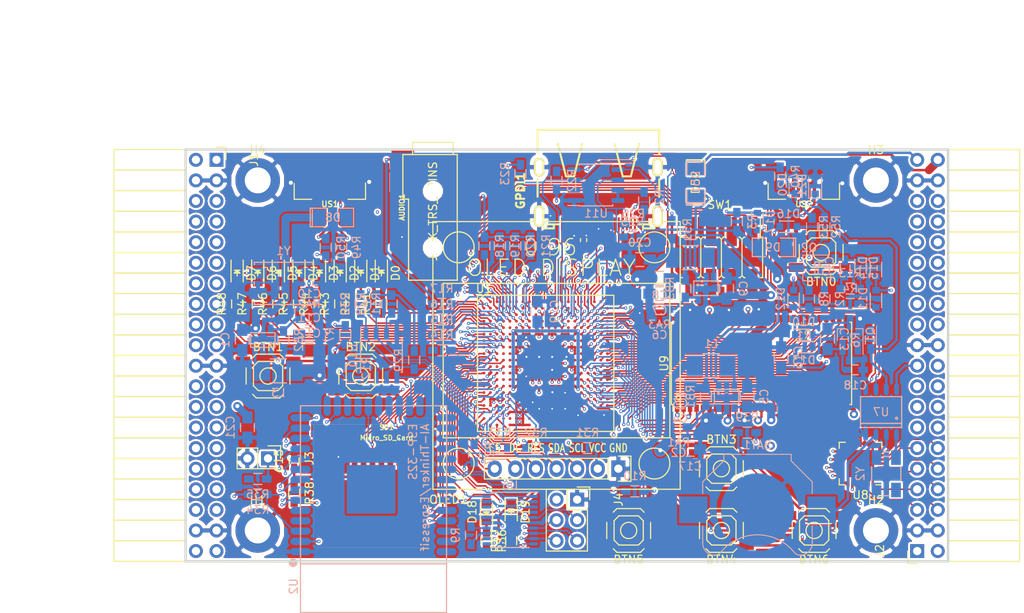
<source format=kicad_pcb>
(kicad_pcb (version 4) (host pcbnew 4.0.6+dfsg1-1)
  (layers (0 F.Cu signal) (1 In1.Cu signal) (2 In2.Cu signal) (31 B.Cu signal) (34 B.Paste user) (35 F.Paste user) (36 B.SilkS user) (37 F.SilkS user) (38 B.Mask user) (39 F.Mask user) (44 Edge.Cuts user))
  (net 0 "")
  (net 1 GND)
  (net 2 +5V)
  (net 3 /gpio/IN5V)
  (net 4 /gpio/OUT5V)
  (net 5 +3V3)
  (net 6 "Net-(L1-Pad1)")
  (net 7 "Net-(L2-Pad1)")
  (net 8 +1V2)
  (net 9 BTN_D)
  (net 10 BTN_F1)
  (net 11 BTN_F2)
  (net 12 BTN_L)
  (net 13 BTN_R)
  (net 14 BTN_U)
  (net 15 /power/FB1)
  (net 16 +2V5)
  (net 17 "Net-(L3-Pad1)")
  (net 18 /power/PWREN)
  (net 19 /power/FB3)
  (net 20 /power/FB2)
  (net 21 "Net-(D9-Pad1)")
  (net 22 /power/VBAT)
  (net 23 JTAG_TDI)
  (net 24 JTAG_TCK)
  (net 25 JTAG_TMS)
  (net 26 JTAG_TDO)
  (net 27 /power/WAKEUPn)
  (net 28 /power/WKUP)
  (net 29 /power/SHUT)
  (net 30 /power/WAKE)
  (net 31 /power/HOLD)
  (net 32 /power/WKn)
  (net 33 /power/OSCI_32k)
  (net 34 /power/OSCO_32k)
  (net 35 "Net-(Q2-Pad3)")
  (net 36 SHUTDOWN)
  (net 37 /analog/AUDIO_L)
  (net 38 /analog/AUDIO_R)
  (net 39 GPDI_5V_SCL)
  (net 40 GPDI_5V_SDA)
  (net 41 GPDI_SDA)
  (net 42 GPDI_SCL)
  (net 43 /gpdi/VREF2)
  (net 44 SD_CMD)
  (net 45 SD_CLK)
  (net 46 SD_D0)
  (net 47 SD_D1)
  (net 48 USB5V)
  (net 49 "Net-(BTN0-Pad1)")
  (net 50 GPDI_CEC)
  (net 51 nRESET)
  (net 52 FTDI_nDTR)
  (net 53 SDRAM_CKE)
  (net 54 SDRAM_A7)
  (net 55 SDRAM_D15)
  (net 56 SDRAM_BA1)
  (net 57 SDRAM_D7)
  (net 58 SDRAM_A6)
  (net 59 SDRAM_CLK)
  (net 60 SDRAM_D13)
  (net 61 SDRAM_BA0)
  (net 62 SDRAM_D6)
  (net 63 SDRAM_A5)
  (net 64 SDRAM_D14)
  (net 65 SDRAM_A11)
  (net 66 SDRAM_D12)
  (net 67 SDRAM_D5)
  (net 68 SDRAM_A4)
  (net 69 SDRAM_A10)
  (net 70 SDRAM_D11)
  (net 71 SDRAM_A3)
  (net 72 SDRAM_D4)
  (net 73 SDRAM_D10)
  (net 74 SDRAM_D9)
  (net 75 SDRAM_A9)
  (net 76 SDRAM_D3)
  (net 77 SDRAM_D8)
  (net 78 SDRAM_A8)
  (net 79 SDRAM_A2)
  (net 80 SDRAM_A1)
  (net 81 SDRAM_A0)
  (net 82 SDRAM_D2)
  (net 83 SDRAM_D1)
  (net 84 SDRAM_D0)
  (net 85 SDRAM_DQM0)
  (net 86 SDRAM_nCS)
  (net 87 SDRAM_nRAS)
  (net 88 SDRAM_DQM1)
  (net 89 SDRAM_nCAS)
  (net 90 SDRAM_nWE)
  (net 91 /flash/FLASH_nWP)
  (net 92 /flash/FLASH_nHOLD)
  (net 93 /flash/FLASH_MOSI)
  (net 94 /flash/FLASH_MISO)
  (net 95 /flash/FLASH_SCK)
  (net 96 /flash/FLASH_nCS)
  (net 97 /flash/FPGA_PROGRAMN)
  (net 98 /flash/FPGA_DONE)
  (net 99 /flash/FPGA_INITN)
  (net 100 OLED_RES)
  (net 101 OLED_DC)
  (net 102 OLED_CS)
  (net 103 WIFI_EN)
  (net 104 FTDI_nRTS)
  (net 105 FTDI_TXD)
  (net 106 FTDI_RXD)
  (net 107 WIFI_RXD)
  (net 108 WIFI_GPIO0)
  (net 109 WIFI_TXD)
  (net 110 GPDI_ETH-)
  (net 111 GPDI_ETH+)
  (net 112 GPDI_D2+)
  (net 113 GPDI_D2-)
  (net 114 GPDI_D1+)
  (net 115 GPDI_D1-)
  (net 116 GPDI_D0+)
  (net 117 GPDI_D0-)
  (net 118 GPDI_CLK+)
  (net 119 GPDI_CLK-)
  (net 120 USB_FTDI_D+)
  (net 121 USB_FTDI_D-)
  (net 122 J1_17-)
  (net 123 J1_17+)
  (net 124 J1_23-)
  (net 125 J1_23+)
  (net 126 J1_25-)
  (net 127 J1_25+)
  (net 128 J1_27-)
  (net 129 J1_27+)
  (net 130 J1_29-)
  (net 131 J1_29+)
  (net 132 J1_31-)
  (net 133 J1_31+)
  (net 134 J1_33-)
  (net 135 J1_33+)
  (net 136 J1_35-)
  (net 137 J1_35+)
  (net 138 J2_5-)
  (net 139 J2_5+)
  (net 140 J2_7-)
  (net 141 J2_7+)
  (net 142 J2_9-)
  (net 143 J2_9+)
  (net 144 J2_13-)
  (net 145 J2_13+)
  (net 146 J2_17-)
  (net 147 J2_17+)
  (net 148 J2_11-)
  (net 149 J2_11+)
  (net 150 J2_23-)
  (net 151 J2_23+)
  (net 152 J1_5-)
  (net 153 J1_5+)
  (net 154 J1_7-)
  (net 155 J1_7+)
  (net 156 J1_9-)
  (net 157 J1_9+)
  (net 158 J1_11-)
  (net 159 J1_11+)
  (net 160 J1_13-)
  (net 161 J1_13+)
  (net 162 J1_15-)
  (net 163 J1_15+)
  (net 164 J2_15-)
  (net 165 J2_15+)
  (net 166 J2_25-)
  (net 167 J2_25+)
  (net 168 J2_27-)
  (net 169 J2_27+)
  (net 170 J2_29-)
  (net 171 J2_29+)
  (net 172 J2_31-)
  (net 173 J2_31+)
  (net 174 J2_33-)
  (net 175 J2_33+)
  (net 176 J2_35-)
  (net 177 J2_35+)
  (net 178 SD_D3)
  (net 179 AUDIO_L3)
  (net 180 AUDIO_L2)
  (net 181 AUDIO_L1)
  (net 182 AUDIO_L0)
  (net 183 AUDIO_R3)
  (net 184 AUDIO_R2)
  (net 185 AUDIO_R1)
  (net 186 AUDIO_R0)
  (net 187 OLED_CLK)
  (net 188 OLED_MOSI)
  (net 189 LED0)
  (net 190 LED1)
  (net 191 LED2)
  (net 192 LED3)
  (net 193 LED4)
  (net 194 LED5)
  (net 195 LED6)
  (net 196 LED7)
  (net 197 BTN_PWRn)
  (net 198 "Net-(J3-Pad1)")
  (net 199 FTDI_nTXLED)
  (net 200 FTDI_nSLEEP)
  (net 201 /blinkey/LED_PWREN)
  (net 202 /blinkey/LED_TXLED)
  (net 203 FT3V3)
  (net 204 /sdcard/SD3V3)
  (net 205 SD_D2)
  (net 206 CLK_25MHz)
  (net 207 /blinkey/BTNPUL)
  (net 208 /blinkey/BTNPUR)
  (net 209 USB_FPGA_D+)
  (net 210 /power/FTDI_nSUSPEND)
  (net 211 /blinkey/ALED0)
  (net 212 /blinkey/ALED1)
  (net 213 /blinkey/ALED2)
  (net 214 /blinkey/ALED3)
  (net 215 /blinkey/ALED4)
  (net 216 /blinkey/ALED5)
  (net 217 /blinkey/ALED6)
  (net 218 /blinkey/ALED7)
  (net 219 /usb/FTD-)
  (net 220 /usb/FTD+)
  (net 221 ADC_MISO)
  (net 222 ADC_MOSI)
  (net 223 ADC_CSn)
  (net 224 ADC_SCLK)
  (net 225 "Net-(R51-Pad2)")
  (net 226 SW3)
  (net 227 SW2)
  (net 228 SW1)
  (net 229 SW0)
  (net 230 USB_FPGA_D-)
  (net 231 /usb/FPD+)
  (net 232 /usb/FPD-)
  (net 233 WIFI_15)
  (module Resistors_SMD:R_0603_HandSoldering (layer B.Cu) (at 154.044 71.326 90)
    (fp_text reference R51 (at 0 1.9 90) (layer B.SilkS) (effects (justify mirror)))
    (fp_text value 220)
    (pad 1 smd rect (at -1.1 0 90) (size 1.2 0.9) (layers B.Cu B.Paste B.Mask) (net 5 +3V3))
    (pad 2 smd rect (at 1.1 0 90) (size 1.2 0.9) (layers B.Cu B.Paste B.Mask) (net 225 "Net-(R51-Pad2)"))
  )
  (module Pin_Headers:Pin_Header_Straight_SMT_02x04 (layer F.Cu) (at 160.14 74.73 180)
    (fp_text reference SW1 (at 0.2 6.5 180) (layer F.SilkS))
    (fp_text value DIPSW)
    (pad 1 smd rect (at -3.81 3.2 180) (size 1.27 3.6) (layers F.Cu F.Paste F.Mask) (net 226 SW3))
    (pad 2 smd rect (at -1.27 3.2 180) (size 1.27 3.6) (layers F.Cu F.Paste F.Mask) (net 227 SW2))
    (pad 3 smd rect (at 1.27 3.2 180) (size 1.27 3.6) (layers F.Cu F.Paste F.Mask) (net 228 SW1))
    (pad 4 smd rect (at 3.81 3.2 180) (size 1.27 3.6) (layers F.Cu F.Paste F.Mask) (net 229 SW0))
    (pad 5 smd rect (at 3.81 -3.2 180) (size 1.27 3.6) (layers F.Cu F.Paste F.Mask) (net 225 "Net-(R51-Pad2)"))
    (pad 6 smd rect (at 1.27 -3.2 180) (size 1.27 3.6) (layers F.Cu F.Paste F.Mask) (net 225 "Net-(R51-Pad2)"))
    (pad 7 smd rect (at -1.27 -3.2 180) (size 1.27 3.6) (layers F.Cu F.Paste F.Mask) (net 225 "Net-(R51-Pad2)"))
    (pad 8 smd rect (at -3.81 -3.2 180) (size 1.27 3.6) (layers F.Cu F.Paste F.Mask) (net 225 "Net-(R51-Pad2)"))
  )
  (module lfe5bg381:BGA-381_pitch0.8mm_dia0.4mm (layer F.Cu) (at 138.48 87.8)
    (fp_text reference U1 (at -7.6 -9.2) (layer F.SilkS))
    (fp_text value LFE5U-25F-6BG381C)
    (pad A2 smd circle (at -6.8 -7.6) (size 0.35 0.35) (layers F.Cu F.Paste F.Mask) (net 129 J1_27+))
    (pad A3 smd circle (at -6 -7.6) (size 0.35 0.35) (layers F.Cu F.Paste F.Mask) (net 183 AUDIO_R3))
    (pad A4 smd circle (at -5.2 -7.6) (size 0.35 0.35) (layers F.Cu F.Paste F.Mask) (net 127 J1_25+))
    (pad A5 smd circle (at -4.4 -7.6) (size 0.35 0.35) (layers F.Cu F.Paste F.Mask) (net 126 J1_25-))
    (pad A6 smd circle (at -3.6 -7.6) (size 0.35 0.35) (layers F.Cu F.Paste F.Mask) (net 125 J1_23+))
    (pad A7 smd circle (at -2.8 -7.6) (size 0.35 0.35) (layers F.Cu F.Paste F.Mask) (net 161 J1_13+))
    (pad A8 smd circle (at -2 -7.6) (size 0.35 0.35) (layers F.Cu F.Paste F.Mask) (net 160 J1_13-))
    (pad A9 smd circle (at -1.2 -7.6) (size 0.35 0.35) (layers F.Cu F.Paste F.Mask) (net 156 J1_9-))
    (pad A10 smd circle (at -0.4 -7.6) (size 0.35 0.35) (layers F.Cu F.Paste F.Mask) (net 155 J1_7+))
    (pad A11 smd circle (at 0.4 -7.6) (size 0.35 0.35) (layers F.Cu F.Paste F.Mask) (net 154 J1_7-))
    (pad A12 smd circle (at 1.2 -7.6) (size 0.35 0.35) (layers F.Cu F.Paste F.Mask) (net 111 GPDI_ETH+))
    (pad A13 smd circle (at 2 -7.6) (size 0.35 0.35) (layers F.Cu F.Paste F.Mask) (net 110 GPDI_ETH-))
    (pad A14 smd circle (at 2.8 -7.6) (size 0.35 0.35) (layers F.Cu F.Paste F.Mask) (net 112 GPDI_D2+))
    (pad A15 smd circle (at 3.6 -7.6) (size 0.35 0.35) (layers F.Cu F.Paste F.Mask))
    (pad A16 smd circle (at 4.4 -7.6) (size 0.35 0.35) (layers F.Cu F.Paste F.Mask) (net 114 GPDI_D1+))
    (pad A17 smd circle (at 5.2 -7.6) (size 0.35 0.35) (layers F.Cu F.Paste F.Mask) (net 116 GPDI_D0+))
    (pad A18 smd circle (at 6 -7.6) (size 0.35 0.35) (layers F.Cu F.Paste F.Mask) (net 118 GPDI_CLK+))
    (pad A19 smd circle (at 6.8 -7.6) (size 0.35 0.35) (layers F.Cu F.Paste F.Mask) (net 50 GPDI_CEC))
    (pad B1 smd circle (at -7.6 -6.8) (size 0.35 0.35) (layers F.Cu F.Paste F.Mask) (net 128 J1_27-))
    (pad B2 smd circle (at -6.8 -6.8) (size 0.35 0.35) (layers F.Cu F.Paste F.Mask) (net 189 LED0))
    (pad B3 smd circle (at -6 -6.8) (size 0.35 0.35) (layers F.Cu F.Paste F.Mask) (net 182 AUDIO_L0))
    (pad B4 smd circle (at -5.2 -6.8) (size 0.35 0.35) (layers F.Cu F.Paste F.Mask) (net 130 J1_29-))
    (pad B5 smd circle (at -4.4 -6.8) (size 0.35 0.35) (layers F.Cu F.Paste F.Mask) (net 184 AUDIO_R2))
    (pad B6 smd circle (at -3.6 -6.8) (size 0.35 0.35) (layers F.Cu F.Paste F.Mask) (net 124 J1_23-))
    (pad B7 smd circle (at -2.8 -6.8) (size 0.35 0.35) (layers F.Cu F.Paste F.Mask) (net 1 GND))
    (pad B8 smd circle (at -2 -6.8) (size 0.35 0.35) (layers F.Cu F.Paste F.Mask) (net 162 J1_15-))
    (pad B9 smd circle (at -1.2 -6.8) (size 0.35 0.35) (layers F.Cu F.Paste F.Mask) (net 159 J1_11+))
    (pad B10 smd circle (at -0.4 -6.8) (size 0.35 0.35) (layers F.Cu F.Paste F.Mask) (net 157 J1_9+))
    (pad B11 smd circle (at 0.4 -6.8) (size 0.35 0.35) (layers F.Cu F.Paste F.Mask) (net 153 J1_5+))
    (pad B12 smd circle (at 1.2 -6.8) (size 0.35 0.35) (layers F.Cu F.Paste F.Mask))
    (pad B13 smd circle (at 2 -6.8) (size 0.35 0.35) (layers F.Cu F.Paste F.Mask) (net 175 J2_33+))
    (pad B14 smd circle (at 2.8 -6.8) (size 0.35 0.35) (layers F.Cu F.Paste F.Mask) (net 1 GND))
    (pad B15 smd circle (at 3.6 -6.8) (size 0.35 0.35) (layers F.Cu F.Paste F.Mask) (net 173 J2_31+))
    (pad B16 smd circle (at 4.4 -6.8) (size 0.35 0.35) (layers F.Cu F.Paste F.Mask) (net 115 GPDI_D1-))
    (pad B17 smd circle (at 5.2 -6.8) (size 0.35 0.35) (layers F.Cu F.Paste F.Mask) (net 169 J2_27+))
    (pad B18 smd circle (at 6 -6.8) (size 0.35 0.35) (layers F.Cu F.Paste F.Mask) (net 117 GPDI_D0-))
    (pad B19 smd circle (at 6.8 -6.8) (size 0.35 0.35) (layers F.Cu F.Paste F.Mask) (net 119 GPDI_CLK-))
    (pad B20 smd circle (at 7.6 -6.8) (size 0.35 0.35) (layers F.Cu F.Paste F.Mask) (net 41 GPDI_SDA))
    (pad C1 smd circle (at -7.6 -6) (size 0.35 0.35) (layers F.Cu F.Paste F.Mask) (net 191 LED2))
    (pad C2 smd circle (at -6.8 -6) (size 0.35 0.35) (layers F.Cu F.Paste F.Mask) (net 190 LED1))
    (pad C3 smd circle (at -6 -6) (size 0.35 0.35) (layers F.Cu F.Paste F.Mask) (net 181 AUDIO_L1))
    (pad C4 smd circle (at -5.2 -6) (size 0.35 0.35) (layers F.Cu F.Paste F.Mask) (net 131 J1_29+))
    (pad C5 smd circle (at -4.4 -6) (size 0.35 0.35) (layers F.Cu F.Paste F.Mask) (net 186 AUDIO_R0))
    (pad C6 smd circle (at -3.6 -6) (size 0.35 0.35) (layers F.Cu F.Paste F.Mask) (net 123 J1_17+))
    (pad C7 smd circle (at -2.8 -6) (size 0.35 0.35) (layers F.Cu F.Paste F.Mask) (net 122 J1_17-))
    (pad C8 smd circle (at -2 -6) (size 0.35 0.35) (layers F.Cu F.Paste F.Mask) (net 163 J1_15+))
    (pad C9 smd circle (at -1.2 -6) (size 0.35 0.35) (layers F.Cu F.Paste F.Mask))
    (pad C10 smd circle (at -0.4 -6) (size 0.35 0.35) (layers F.Cu F.Paste F.Mask) (net 158 J1_11-))
    (pad C11 smd circle (at 0.4 -6) (size 0.35 0.35) (layers F.Cu F.Paste F.Mask) (net 152 J1_5-))
    (pad C12 smd circle (at 1.2 -6) (size 0.35 0.35) (layers F.Cu F.Paste F.Mask) (net 42 GPDI_SCL))
    (pad C13 smd circle (at 2 -6) (size 0.35 0.35) (layers F.Cu F.Paste F.Mask) (net 174 J2_33-))
    (pad C14 smd circle (at 2.8 -6) (size 0.35 0.35) (layers F.Cu F.Paste F.Mask) (net 113 GPDI_D2-))
    (pad C15 smd circle (at 3.6 -6) (size 0.35 0.35) (layers F.Cu F.Paste F.Mask) (net 172 J2_31-))
    (pad C16 smd circle (at 4.4 -6) (size 0.35 0.35) (layers F.Cu F.Paste F.Mask) (net 171 J2_29+))
    (pad C17 smd circle (at 5.2 -6) (size 0.35 0.35) (layers F.Cu F.Paste F.Mask) (net 168 J2_27-))
    (pad C18 smd circle (at 6 -6) (size 0.35 0.35) (layers F.Cu F.Paste F.Mask) (net 151 J2_23+))
    (pad C19 smd circle (at 6.8 -6) (size 0.35 0.35) (layers F.Cu F.Paste F.Mask) (net 1 GND))
    (pad C20 smd circle (at 7.6 -6) (size 0.35 0.35) (layers F.Cu F.Paste F.Mask) (net 64 SDRAM_D14))
    (pad D1 smd circle (at -7.6 -5.2) (size 0.35 0.35) (layers F.Cu F.Paste F.Mask) (net 193 LED4))
    (pad D2 smd circle (at -6.8 -5.2) (size 0.35 0.35) (layers F.Cu F.Paste F.Mask) (net 192 LED3))
    (pad D3 smd circle (at -6 -5.2) (size 0.35 0.35) (layers F.Cu F.Paste F.Mask) (net 180 AUDIO_L2))
    (pad D4 smd circle (at -5.2 -5.2) (size 0.35 0.35) (layers F.Cu F.Paste F.Mask) (net 1 GND))
    (pad D5 smd circle (at -4.4 -5.2) (size 0.35 0.35) (layers F.Cu F.Paste F.Mask) (net 185 AUDIO_R1))
    (pad D6 smd circle (at -3.6 -5.2) (size 0.35 0.35) (layers F.Cu F.Paste F.Mask) (net 197 BTN_PWRn))
    (pad D7 smd circle (at -2.8 -5.2) (size 0.35 0.35) (layers F.Cu F.Paste F.Mask) (net 228 SW1))
    (pad D8 smd circle (at -2 -5.2) (size 0.35 0.35) (layers F.Cu F.Paste F.Mask) (net 229 SW0))
    (pad D9 smd circle (at -1.2 -5.2) (size 0.35 0.35) (layers F.Cu F.Paste F.Mask))
    (pad D10 smd circle (at -0.4 -5.2) (size 0.35 0.35) (layers F.Cu F.Paste F.Mask))
    (pad D11 smd circle (at 0.4 -5.2) (size 0.35 0.35) (layers F.Cu F.Paste F.Mask))
    (pad D12 smd circle (at 1.2 -5.2) (size 0.35 0.35) (layers F.Cu F.Paste F.Mask))
    (pad D13 smd circle (at 2 -5.2) (size 0.35 0.35) (layers F.Cu F.Paste F.Mask) (net 177 J2_35+))
    (pad D14 smd circle (at 2.8 -5.2) (size 0.35 0.35) (layers F.Cu F.Paste F.Mask))
    (pad D15 smd circle (at 3.6 -5.2) (size 0.35 0.35) (layers F.Cu F.Paste F.Mask) (net 167 J2_25+))
    (pad D16 smd circle (at 4.4 -5.2) (size 0.35 0.35) (layers F.Cu F.Paste F.Mask) (net 170 J2_29-))
    (pad D17 smd circle (at 5.2 -5.2) (size 0.35 0.35) (layers F.Cu F.Paste F.Mask) (net 150 J2_23-))
    (pad D18 smd circle (at 6 -5.2) (size 0.35 0.35) (layers F.Cu F.Paste F.Mask) (net 147 J2_17+))
    (pad D19 smd circle (at 6.8 -5.2) (size 0.35 0.35) (layers F.Cu F.Paste F.Mask) (net 55 SDRAM_D15))
    (pad D20 smd circle (at 7.6 -5.2) (size 0.35 0.35) (layers F.Cu F.Paste F.Mask) (net 60 SDRAM_D13))
    (pad E1 smd circle (at -7.6 -4.4) (size 0.35 0.35) (layers F.Cu F.Paste F.Mask) (net 195 LED6))
    (pad E2 smd circle (at -6.8 -4.4) (size 0.35 0.35) (layers F.Cu F.Paste F.Mask) (net 194 LED5))
    (pad E3 smd circle (at -6 -4.4) (size 0.35 0.35) (layers F.Cu F.Paste F.Mask) (net 132 J1_31-))
    (pad E4 smd circle (at -5.2 -4.4) (size 0.35 0.35) (layers F.Cu F.Paste F.Mask) (net 179 AUDIO_L3))
    (pad E5 smd circle (at -4.4 -4.4) (size 0.35 0.35) (layers F.Cu F.Paste F.Mask))
    (pad E6 smd circle (at -3.6 -4.4) (size 0.35 0.35) (layers F.Cu F.Paste F.Mask))
    (pad E7 smd circle (at -2.8 -4.4) (size 0.35 0.35) (layers F.Cu F.Paste F.Mask) (net 226 SW3))
    (pad E8 smd circle (at -2 -4.4) (size 0.35 0.35) (layers F.Cu F.Paste F.Mask) (net 227 SW2))
    (pad E9 smd circle (at -1.2 -4.4) (size 0.35 0.35) (layers F.Cu F.Paste F.Mask))
    (pad E10 smd circle (at -0.4 -4.4) (size 0.35 0.35) (layers F.Cu F.Paste F.Mask))
    (pad E11 smd circle (at 0.4 -4.4) (size 0.35 0.35) (layers F.Cu F.Paste F.Mask))
    (pad E12 smd circle (at 1.2 -4.4) (size 0.35 0.35) (layers F.Cu F.Paste F.Mask))
    (pad E13 smd circle (at 2 -4.4) (size 0.35 0.35) (layers F.Cu F.Paste F.Mask) (net 176 J2_35-))
    (pad E14 smd circle (at 2.8 -4.4) (size 0.35 0.35) (layers F.Cu F.Paste F.Mask))
    (pad E15 smd circle (at 3.6 -4.4) (size 0.35 0.35) (layers F.Cu F.Paste F.Mask) (net 166 J2_25-))
    (pad E16 smd circle (at 4.4 -4.4) (size 0.35 0.35) (layers F.Cu F.Paste F.Mask) (net 209 USB_FPGA_D+))
    (pad E17 smd circle (at 5.2 -4.4) (size 0.35 0.35) (layers F.Cu F.Paste F.Mask) (net 146 J2_17-))
    (pad E18 smd circle (at 6 -4.4) (size 0.35 0.35) (layers F.Cu F.Paste F.Mask) (net 72 SDRAM_D4))
    (pad E19 smd circle (at 6.8 -4.4) (size 0.35 0.35) (layers F.Cu F.Paste F.Mask) (net 66 SDRAM_D12))
    (pad E20 smd circle (at 7.6 -4.4) (size 0.35 0.35) (layers F.Cu F.Paste F.Mask) (net 70 SDRAM_D11))
    (pad F1 smd circle (at -7.6 -3.6) (size 0.35 0.35) (layers F.Cu F.Paste F.Mask) (net 103 WIFI_EN))
    (pad F2 smd circle (at -6.8 -3.6) (size 0.35 0.35) (layers F.Cu F.Paste F.Mask))
    (pad F3 smd circle (at -6 -3.6) (size 0.35 0.35) (layers F.Cu F.Paste F.Mask) (net 134 J1_33-))
    (pad F4 smd circle (at -5.2 -3.6) (size 0.35 0.35) (layers F.Cu F.Paste F.Mask) (net 133 J1_31+))
    (pad F5 smd circle (at -4.4 -3.6) (size 0.35 0.35) (layers F.Cu F.Paste F.Mask))
    (pad F6 smd circle (at -3.6 -3.6) (size 0.35 0.35) (layers F.Cu F.Paste F.Mask) (net 16 +2V5))
    (pad F7 smd circle (at -2.8 -3.6) (size 0.35 0.35) (layers F.Cu F.Paste F.Mask) (net 1 GND))
    (pad F8 smd circle (at -2 -3.6) (size 0.35 0.35) (layers F.Cu F.Paste F.Mask) (net 1 GND))
    (pad F9 smd circle (at -1.2 -3.6) (size 0.35 0.35) (layers F.Cu F.Paste F.Mask) (net 5 +3V3))
    (pad F10 smd circle (at -0.4 -3.6) (size 0.35 0.35) (layers F.Cu F.Paste F.Mask) (net 5 +3V3))
    (pad F11 smd circle (at 0.4 -3.6) (size 0.35 0.35) (layers F.Cu F.Paste F.Mask) (net 5 +3V3))
    (pad F12 smd circle (at 1.2 -3.6) (size 0.35 0.35) (layers F.Cu F.Paste F.Mask) (net 5 +3V3))
    (pad F13 smd circle (at 2 -3.6) (size 0.35 0.35) (layers F.Cu F.Paste F.Mask) (net 1 GND))
    (pad F14 smd circle (at 2.8 -3.6) (size 0.35 0.35) (layers F.Cu F.Paste F.Mask) (net 1 GND))
    (pad F15 smd circle (at 3.6 -3.6) (size 0.35 0.35) (layers F.Cu F.Paste F.Mask) (net 16 +2V5))
    (pad F16 smd circle (at 4.4 -3.6) (size 0.35 0.35) (layers F.Cu F.Paste F.Mask) (net 230 USB_FPGA_D-))
    (pad F17 smd circle (at 5.2 -3.6) (size 0.35 0.35) (layers F.Cu F.Paste F.Mask) (net 165 J2_15+))
    (pad F18 smd circle (at 6 -3.6) (size 0.35 0.35) (layers F.Cu F.Paste F.Mask) (net 67 SDRAM_D5))
    (pad F19 smd circle (at 6.8 -3.6) (size 0.35 0.35) (layers F.Cu F.Paste F.Mask) (net 73 SDRAM_D10))
    (pad F20 smd circle (at 7.6 -3.6) (size 0.35 0.35) (layers F.Cu F.Paste F.Mask) (net 74 SDRAM_D9))
    (pad G1 smd circle (at -7.6 -2.8) (size 0.35 0.35) (layers F.Cu F.Paste F.Mask))
    (pad G2 smd circle (at -6.8 -2.8) (size 0.35 0.35) (layers F.Cu F.Paste F.Mask) (net 206 CLK_25MHz))
    (pad G3 smd circle (at -6 -2.8) (size 0.35 0.35) (layers F.Cu F.Paste F.Mask) (net 135 J1_33+))
    (pad G4 smd circle (at -5.2 -2.8) (size 0.35 0.35) (layers F.Cu F.Paste F.Mask) (net 1 GND))
    (pad G5 smd circle (at -4.4 -2.8) (size 0.35 0.35) (layers F.Cu F.Paste F.Mask) (net 136 J1_35-))
    (pad G6 smd circle (at -3.6 -2.8) (size 0.35 0.35) (layers F.Cu F.Paste F.Mask) (net 1 GND))
    (pad G7 smd circle (at -2.8 -2.8) (size 0.35 0.35) (layers F.Cu F.Paste F.Mask) (net 1 GND))
    (pad G8 smd circle (at -2 -2.8) (size 0.35 0.35) (layers F.Cu F.Paste F.Mask) (net 1 GND))
    (pad G9 smd circle (at -1.2 -2.8) (size 0.35 0.35) (layers F.Cu F.Paste F.Mask) (net 1 GND))
    (pad G10 smd circle (at -0.4 -2.8) (size 0.35 0.35) (layers F.Cu F.Paste F.Mask) (net 1 GND))
    (pad G11 smd circle (at 0.4 -2.8) (size 0.35 0.35) (layers F.Cu F.Paste F.Mask) (net 1 GND))
    (pad G12 smd circle (at 1.2 -2.8) (size 0.35 0.35) (layers F.Cu F.Paste F.Mask) (net 1 GND))
    (pad G13 smd circle (at 2 -2.8) (size 0.35 0.35) (layers F.Cu F.Paste F.Mask) (net 1 GND))
    (pad G14 smd circle (at 2.8 -2.8) (size 0.35 0.35) (layers F.Cu F.Paste F.Mask) (net 1 GND))
    (pad G15 smd circle (at 3.6 -2.8) (size 0.35 0.35) (layers F.Cu F.Paste F.Mask) (net 1 GND))
    (pad G16 smd circle (at 4.4 -2.8) (size 0.35 0.35) (layers F.Cu F.Paste F.Mask))
    (pad G17 smd circle (at 5.2 -2.8) (size 0.35 0.35) (layers F.Cu F.Paste F.Mask) (net 1 GND))
    (pad G18 smd circle (at 6 -2.8) (size 0.35 0.35) (layers F.Cu F.Paste F.Mask) (net 164 J2_15-))
    (pad G19 smd circle (at 6.8 -2.8) (size 0.35 0.35) (layers F.Cu F.Paste F.Mask) (net 77 SDRAM_D8))
    (pad G20 smd circle (at 7.6 -2.8) (size 0.35 0.35) (layers F.Cu F.Paste F.Mask) (net 88 SDRAM_DQM1))
    (pad H1 smd circle (at -7.6 -2) (size 0.35 0.35) (layers F.Cu F.Paste F.Mask) (net 178 SD_D3))
    (pad H2 smd circle (at -6.8 -2) (size 0.35 0.35) (layers F.Cu F.Paste F.Mask) (net 205 SD_D2))
    (pad H3 smd circle (at -6 -2) (size 0.35 0.35) (layers F.Cu F.Paste F.Mask) (net 196 LED7))
    (pad H4 smd circle (at -5.2 -2) (size 0.35 0.35) (layers F.Cu F.Paste F.Mask) (net 137 J1_35+))
    (pad H5 smd circle (at -4.4 -2) (size 0.35 0.35) (layers F.Cu F.Paste F.Mask))
    (pad H6 smd circle (at -3.6 -2) (size 0.35 0.35) (layers F.Cu F.Paste F.Mask) (net 5 +3V3))
    (pad H7 smd circle (at -2.8 -2) (size 0.35 0.35) (layers F.Cu F.Paste F.Mask) (net 5 +3V3))
    (pad H8 smd circle (at -2 -2) (size 0.35 0.35) (layers F.Cu F.Paste F.Mask) (net 8 +1V2))
    (pad H9 smd circle (at -1.2 -2) (size 0.35 0.35) (layers F.Cu F.Paste F.Mask) (net 8 +1V2))
    (pad H10 smd circle (at -0.4 -2) (size 0.35 0.35) (layers F.Cu F.Paste F.Mask) (net 8 +1V2))
    (pad H11 smd circle (at 0.4 -2) (size 0.35 0.35) (layers F.Cu F.Paste F.Mask) (net 8 +1V2))
    (pad H12 smd circle (at 1.2 -2) (size 0.35 0.35) (layers F.Cu F.Paste F.Mask) (net 8 +1V2))
    (pad H13 smd circle (at 2 -2) (size 0.35 0.35) (layers F.Cu F.Paste F.Mask) (net 8 +1V2))
    (pad H14 smd circle (at 2.8 -2) (size 0.35 0.35) (layers F.Cu F.Paste F.Mask) (net 5 +3V3))
    (pad H15 smd circle (at 3.6 -2) (size 0.35 0.35) (layers F.Cu F.Paste F.Mask) (net 5 +3V3))
    (pad H16 smd circle (at 4.4 -2) (size 0.35 0.35) (layers F.Cu F.Paste F.Mask))
    (pad H17 smd circle (at 5.2 -2) (size 0.35 0.35) (layers F.Cu F.Paste F.Mask) (net 144 J2_13-))
    (pad H18 smd circle (at 6 -2) (size 0.35 0.35) (layers F.Cu F.Paste F.Mask) (net 145 J2_13+))
    (pad H19 smd circle (at 6.8 -2) (size 0.35 0.35) (layers F.Cu F.Paste F.Mask) (net 1 GND))
    (pad H20 smd circle (at 7.6 -2) (size 0.35 0.35) (layers F.Cu F.Paste F.Mask) (net 59 SDRAM_CLK))
    (pad J1 smd circle (at -7.6 -1.2) (size 0.35 0.35) (layers F.Cu F.Paste F.Mask) (net 45 SD_CLK))
    (pad J2 smd circle (at -6.8 -1.2) (size 0.35 0.35) (layers F.Cu F.Paste F.Mask) (net 1 GND))
    (pad J3 smd circle (at -6 -1.2) (size 0.35 0.35) (layers F.Cu F.Paste F.Mask) (net 44 SD_CMD))
    (pad J4 smd circle (at -5.2 -1.2) (size 0.35 0.35) (layers F.Cu F.Paste F.Mask))
    (pad J5 smd circle (at -4.4 -1.2) (size 0.35 0.35) (layers F.Cu F.Paste F.Mask))
    (pad J6 smd circle (at -3.6 -1.2) (size 0.35 0.35) (layers F.Cu F.Paste F.Mask) (net 5 +3V3))
    (pad J7 smd circle (at -2.8 -1.2) (size 0.35 0.35) (layers F.Cu F.Paste F.Mask) (net 1 GND))
    (pad J8 smd circle (at -2 -1.2) (size 0.35 0.35) (layers F.Cu F.Paste F.Mask) (net 8 +1V2))
    (pad J9 smd circle (at -1.2 -1.2) (size 0.35 0.35) (layers F.Cu F.Paste F.Mask) (net 1 GND))
    (pad J10 smd circle (at -0.4 -1.2) (size 0.35 0.35) (layers F.Cu F.Paste F.Mask) (net 1 GND))
    (pad J11 smd circle (at 0.4 -1.2) (size 0.35 0.35) (layers F.Cu F.Paste F.Mask) (net 1 GND))
    (pad J12 smd circle (at 1.2 -1.2) (size 0.35 0.35) (layers F.Cu F.Paste F.Mask) (net 1 GND))
    (pad J13 smd circle (at 2 -1.2) (size 0.35 0.35) (layers F.Cu F.Paste F.Mask) (net 8 +1V2))
    (pad J14 smd circle (at 2.8 -1.2) (size 0.35 0.35) (layers F.Cu F.Paste F.Mask) (net 1 GND))
    (pad J15 smd circle (at 3.6 -1.2) (size 0.35 0.35) (layers F.Cu F.Paste F.Mask) (net 5 +3V3))
    (pad J16 smd circle (at 4.4 -1.2) (size 0.35 0.35) (layers F.Cu F.Paste F.Mask))
    (pad J17 smd circle (at 5.2 -1.2) (size 0.35 0.35) (layers F.Cu F.Paste F.Mask))
    (pad J18 smd circle (at 6 -1.2) (size 0.35 0.35) (layers F.Cu F.Paste F.Mask) (net 76 SDRAM_D3))
    (pad J19 smd circle (at 6.8 -1.2) (size 0.35 0.35) (layers F.Cu F.Paste F.Mask) (net 53 SDRAM_CKE))
    (pad J20 smd circle (at 7.6 -1.2) (size 0.35 0.35) (layers F.Cu F.Paste F.Mask) (net 65 SDRAM_A11))
    (pad K1 smd circle (at -7.6 -0.4) (size 0.35 0.35) (layers F.Cu F.Paste F.Mask) (net 47 SD_D1))
    (pad K2 smd circle (at -6.8 -0.4) (size 0.35 0.35) (layers F.Cu F.Paste F.Mask) (net 46 SD_D0))
    (pad K3 smd circle (at -6 -0.4) (size 0.35 0.35) (layers F.Cu F.Paste F.Mask) (net 107 WIFI_RXD))
    (pad K4 smd circle (at -5.2 -0.4) (size 0.35 0.35) (layers F.Cu F.Paste F.Mask) (net 109 WIFI_TXD))
    (pad K5 smd circle (at -4.4 -0.4) (size 0.35 0.35) (layers F.Cu F.Paste F.Mask))
    (pad K6 smd circle (at -3.6 -0.4) (size 0.35 0.35) (layers F.Cu F.Paste F.Mask) (net 1 GND))
    (pad K7 smd circle (at -2.8 -0.4) (size 0.35 0.35) (layers F.Cu F.Paste F.Mask) (net 1 GND))
    (pad K8 smd circle (at -2 -0.4) (size 0.35 0.35) (layers F.Cu F.Paste F.Mask) (net 8 +1V2))
    (pad K9 smd circle (at -1.2 -0.4) (size 0.35 0.35) (layers F.Cu F.Paste F.Mask) (net 1 GND))
    (pad K10 smd circle (at -0.4 -0.4) (size 0.35 0.35) (layers F.Cu F.Paste F.Mask) (net 1 GND))
    (pad K11 smd circle (at 0.4 -0.4) (size 0.35 0.35) (layers F.Cu F.Paste F.Mask) (net 1 GND))
    (pad K12 smd circle (at 1.2 -0.4) (size 0.35 0.35) (layers F.Cu F.Paste F.Mask) (net 1 GND))
    (pad K13 smd circle (at 2 -0.4) (size 0.35 0.35) (layers F.Cu F.Paste F.Mask) (net 8 +1V2))
    (pad K14 smd circle (at 2.8 -0.4) (size 0.35 0.35) (layers F.Cu F.Paste F.Mask) (net 1 GND))
    (pad K15 smd circle (at 3.6 -0.4) (size 0.35 0.35) (layers F.Cu F.Paste F.Mask) (net 1 GND))
    (pad K16 smd circle (at 4.4 -0.4) (size 0.35 0.35) (layers F.Cu F.Paste F.Mask))
    (pad K17 smd circle (at 5.2 -0.4) (size 0.35 0.35) (layers F.Cu F.Paste F.Mask))
    (pad K18 smd circle (at 6 -0.4) (size 0.35 0.35) (layers F.Cu F.Paste F.Mask) (net 82 SDRAM_D2))
    (pad K19 smd circle (at 6.8 -0.4) (size 0.35 0.35) (layers F.Cu F.Paste F.Mask) (net 75 SDRAM_A9))
    (pad K20 smd circle (at 7.6 -0.4) (size 0.35 0.35) (layers F.Cu F.Paste F.Mask) (net 78 SDRAM_A8))
    (pad L1 smd circle (at -7.6 0.4) (size 0.35 0.35) (layers F.Cu F.Paste F.Mask))
    (pad L2 smd circle (at -6.8 0.4) (size 0.35 0.35) (layers F.Cu F.Paste F.Mask) (net 108 WIFI_GPIO0))
    (pad L3 smd circle (at -6 0.4) (size 0.35 0.35) (layers F.Cu F.Paste F.Mask))
    (pad L4 smd circle (at -5.2 0.4) (size 0.35 0.35) (layers F.Cu F.Paste F.Mask) (net 106 FTDI_RXD))
    (pad L5 smd circle (at -4.4 0.4) (size 0.35 0.35) (layers F.Cu F.Paste F.Mask))
    (pad L6 smd circle (at -3.6 0.4) (size 0.35 0.35) (layers F.Cu F.Paste F.Mask) (net 5 +3V3))
    (pad L7 smd circle (at -2.8 0.4) (size 0.35 0.35) (layers F.Cu F.Paste F.Mask) (net 5 +3V3))
    (pad L8 smd circle (at -2 0.4) (size 0.35 0.35) (layers F.Cu F.Paste F.Mask) (net 8 +1V2))
    (pad L9 smd circle (at -1.2 0.4) (size 0.35 0.35) (layers F.Cu F.Paste F.Mask) (net 1 GND))
    (pad L10 smd circle (at -0.4 0.4) (size 0.35 0.35) (layers F.Cu F.Paste F.Mask) (net 1 GND))
    (pad L11 smd circle (at 0.4 0.4) (size 0.35 0.35) (layers F.Cu F.Paste F.Mask) (net 1 GND))
    (pad L12 smd circle (at 1.2 0.4) (size 0.35 0.35) (layers F.Cu F.Paste F.Mask) (net 1 GND))
    (pad L13 smd circle (at 2 0.4) (size 0.35 0.35) (layers F.Cu F.Paste F.Mask) (net 8 +1V2))
    (pad L14 smd circle (at 2.8 0.4) (size 0.35 0.35) (layers F.Cu F.Paste F.Mask) (net 5 +3V3))
    (pad L15 smd circle (at 3.6 0.4) (size 0.35 0.35) (layers F.Cu F.Paste F.Mask) (net 5 +3V3))
    (pad L16 smd circle (at 4.4 0.4) (size 0.35 0.35) (layers F.Cu F.Paste F.Mask) (net 149 J2_11+))
    (pad L17 smd circle (at 5.2 0.4) (size 0.35 0.35) (layers F.Cu F.Paste F.Mask) (net 148 J2_11-))
    (pad L18 smd circle (at 6 0.4) (size 0.35 0.35) (layers F.Cu F.Paste F.Mask) (net 83 SDRAM_D1))
    (pad L19 smd circle (at 6.8 0.4) (size 0.35 0.35) (layers F.Cu F.Paste F.Mask) (net 54 SDRAM_A7))
    (pad L20 smd circle (at 7.6 0.4) (size 0.35 0.35) (layers F.Cu F.Paste F.Mask) (net 58 SDRAM_A6))
    (pad M1 smd circle (at -7.6 1.2) (size 0.35 0.35) (layers F.Cu F.Paste F.Mask) (net 105 FTDI_TXD))
    (pad M2 smd circle (at -6.8 1.2) (size 0.35 0.35) (layers F.Cu F.Paste F.Mask) (net 1 GND))
    (pad M3 smd circle (at -6 1.2) (size 0.35 0.35) (layers F.Cu F.Paste F.Mask) (net 104 FTDI_nRTS))
    (pad M4 smd circle (at -5.2 1.2) (size 0.35 0.35) (layers F.Cu F.Paste F.Mask))
    (pad M5 smd circle (at -4.4 1.2) (size 0.35 0.35) (layers F.Cu F.Paste F.Mask))
    (pad M6 smd circle (at -3.6 1.2) (size 0.35 0.35) (layers F.Cu F.Paste F.Mask) (net 5 +3V3))
    (pad M7 smd circle (at -2.8 1.2) (size 0.35 0.35) (layers F.Cu F.Paste F.Mask) (net 1 GND))
    (pad M8 smd circle (at -2 1.2) (size 0.35 0.35) (layers F.Cu F.Paste F.Mask) (net 8 +1V2))
    (pad M9 smd circle (at -1.2 1.2) (size 0.35 0.35) (layers F.Cu F.Paste F.Mask) (net 1 GND))
    (pad M10 smd circle (at -0.4 1.2) (size 0.35 0.35) (layers F.Cu F.Paste F.Mask) (net 1 GND))
    (pad M11 smd circle (at 0.4 1.2) (size 0.35 0.35) (layers F.Cu F.Paste F.Mask) (net 1 GND))
    (pad M12 smd circle (at 1.2 1.2) (size 0.35 0.35) (layers F.Cu F.Paste F.Mask) (net 1 GND))
    (pad M13 smd circle (at 2 1.2) (size 0.35 0.35) (layers F.Cu F.Paste F.Mask) (net 8 +1V2))
    (pad M14 smd circle (at 2.8 1.2) (size 0.35 0.35) (layers F.Cu F.Paste F.Mask) (net 1 GND))
    (pad M15 smd circle (at 3.6 1.2) (size 0.35 0.35) (layers F.Cu F.Paste F.Mask) (net 5 +3V3))
    (pad M16 smd circle (at 4.4 1.2) (size 0.35 0.35) (layers F.Cu F.Paste F.Mask) (net 1 GND))
    (pad M17 smd circle (at 5.2 1.2) (size 0.35 0.35) (layers F.Cu F.Paste F.Mask) (net 142 J2_9-))
    (pad M18 smd circle (at 6 1.2) (size 0.35 0.35) (layers F.Cu F.Paste F.Mask) (net 84 SDRAM_D0))
    (pad M19 smd circle (at 6.8 1.2) (size 0.35 0.35) (layers F.Cu F.Paste F.Mask) (net 63 SDRAM_A5))
    (pad M20 smd circle (at 7.6 1.2) (size 0.35 0.35) (layers F.Cu F.Paste F.Mask) (net 68 SDRAM_A4))
    (pad N1 smd circle (at -7.6 2) (size 0.35 0.35) (layers F.Cu F.Paste F.Mask) (net 52 FTDI_nDTR))
    (pad N2 smd circle (at -6.8 2) (size 0.35 0.35) (layers F.Cu F.Paste F.Mask) (net 102 OLED_CS))
    (pad N3 smd circle (at -6 2) (size 0.35 0.35) (layers F.Cu F.Paste F.Mask) (net 233 WIFI_15))
    (pad N4 smd circle (at -5.2 2) (size 0.35 0.35) (layers F.Cu F.Paste F.Mask))
    (pad N5 smd circle (at -4.4 2) (size 0.35 0.35) (layers F.Cu F.Paste F.Mask))
    (pad N6 smd circle (at -3.6 2) (size 0.35 0.35) (layers F.Cu F.Paste F.Mask) (net 1 GND))
    (pad N7 smd circle (at -2.8 2) (size 0.35 0.35) (layers F.Cu F.Paste F.Mask) (net 1 GND))
    (pad N8 smd circle (at -2 2) (size 0.35 0.35) (layers F.Cu F.Paste F.Mask) (net 8 +1V2))
    (pad N9 smd circle (at -1.2 2) (size 0.35 0.35) (layers F.Cu F.Paste F.Mask) (net 8 +1V2))
    (pad N10 smd circle (at -0.4 2) (size 0.35 0.35) (layers F.Cu F.Paste F.Mask) (net 8 +1V2))
    (pad N11 smd circle (at 0.4 2) (size 0.35 0.35) (layers F.Cu F.Paste F.Mask) (net 8 +1V2))
    (pad N12 smd circle (at 1.2 2) (size 0.35 0.35) (layers F.Cu F.Paste F.Mask) (net 8 +1V2))
    (pad N13 smd circle (at 2 2) (size 0.35 0.35) (layers F.Cu F.Paste F.Mask) (net 8 +1V2))
    (pad N14 smd circle (at 2.8 2) (size 0.35 0.35) (layers F.Cu F.Paste F.Mask) (net 1 GND))
    (pad N15 smd circle (at 3.6 2) (size 0.35 0.35) (layers F.Cu F.Paste F.Mask) (net 1 GND))
    (pad N16 smd circle (at 4.4 2) (size 0.35 0.35) (layers F.Cu F.Paste F.Mask) (net 143 J2_9+))
    (pad N17 smd circle (at 5.2 2) (size 0.35 0.35) (layers F.Cu F.Paste F.Mask) (net 141 J2_7+))
    (pad N18 smd circle (at 6 2) (size 0.35 0.35) (layers F.Cu F.Paste F.Mask) (net 62 SDRAM_D6))
    (pad N19 smd circle (at 6.8 2) (size 0.35 0.35) (layers F.Cu F.Paste F.Mask) (net 71 SDRAM_A3))
    (pad N20 smd circle (at 7.6 2) (size 0.35 0.35) (layers F.Cu F.Paste F.Mask) (net 79 SDRAM_A2))
    (pad P1 smd circle (at -7.6 2.8) (size 0.35 0.35) (layers F.Cu F.Paste F.Mask) (net 101 OLED_DC))
    (pad P2 smd circle (at -6.8 2.8) (size 0.35 0.35) (layers F.Cu F.Paste F.Mask) (net 100 OLED_RES))
    (pad P3 smd circle (at -6 2.8) (size 0.35 0.35) (layers F.Cu F.Paste F.Mask) (net 188 OLED_MOSI))
    (pad P4 smd circle (at -5.2 2.8) (size 0.35 0.35) (layers F.Cu F.Paste F.Mask) (net 187 OLED_CLK))
    (pad P5 smd circle (at -4.4 2.8) (size 0.35 0.35) (layers F.Cu F.Paste F.Mask))
    (pad P6 smd circle (at -3.6 2.8) (size 0.35 0.35) (layers F.Cu F.Paste F.Mask) (net 16 +2V5))
    (pad P7 smd circle (at -2.8 2.8) (size 0.35 0.35) (layers F.Cu F.Paste F.Mask) (net 1 GND))
    (pad P8 smd circle (at -2 2.8) (size 0.35 0.35) (layers F.Cu F.Paste F.Mask) (net 1 GND))
    (pad P9 smd circle (at -1.2 2.8) (size 0.35 0.35) (layers F.Cu F.Paste F.Mask) (net 5 +3V3))
    (pad P10 smd circle (at -0.4 2.8) (size 0.35 0.35) (layers F.Cu F.Paste F.Mask) (net 5 +3V3))
    (pad P11 smd circle (at 0.4 2.8) (size 0.35 0.35) (layers F.Cu F.Paste F.Mask) (net 1 GND))
    (pad P12 smd circle (at 1.2 2.8) (size 0.35 0.35) (layers F.Cu F.Paste F.Mask) (net 1 GND))
    (pad P13 smd circle (at 2 2.8) (size 0.35 0.35) (layers F.Cu F.Paste F.Mask) (net 1 GND))
    (pad P14 smd circle (at 2.8 2.8) (size 0.35 0.35) (layers F.Cu F.Paste F.Mask) (net 1 GND))
    (pad P15 smd circle (at 3.6 2.8) (size 0.35 0.35) (layers F.Cu F.Paste F.Mask) (net 16 +2V5))
    (pad P16 smd circle (at 4.4 2.8) (size 0.35 0.35) (layers F.Cu F.Paste F.Mask) (net 140 J2_7-))
    (pad P17 smd circle (at 5.2 2.8) (size 0.35 0.35) (layers F.Cu F.Paste F.Mask) (net 224 ADC_SCLK))
    (pad P18 smd circle (at 6 2.8) (size 0.35 0.35) (layers F.Cu F.Paste F.Mask) (net 57 SDRAM_D7))
    (pad P19 smd circle (at 6.8 2.8) (size 0.35 0.35) (layers F.Cu F.Paste F.Mask) (net 80 SDRAM_A1))
    (pad P20 smd circle (at 7.6 2.8) (size 0.35 0.35) (layers F.Cu F.Paste F.Mask) (net 81 SDRAM_A0))
    (pad R1 smd circle (at -7.6 3.6) (size 0.35 0.35) (layers F.Cu F.Paste F.Mask) (net 10 BTN_F1))
    (pad R2 smd circle (at -6.8 3.6) (size 0.35 0.35) (layers F.Cu F.Paste F.Mask) (net 96 /flash/FLASH_nCS))
    (pad R3 smd circle (at -6 3.6) (size 0.35 0.35) (layers F.Cu F.Paste F.Mask))
    (pad R4 smd circle (at -5.2 3.6) (size 0.35 0.35) (layers F.Cu F.Paste F.Mask) (net 1 GND))
    (pad R5 smd circle (at -4.4 3.6) (size 0.35 0.35) (layers F.Cu F.Paste F.Mask) (net 23 JTAG_TDI))
    (pad R16 smd circle (at 4.4 3.6) (size 0.35 0.35) (layers F.Cu F.Paste F.Mask) (net 222 ADC_MOSI))
    (pad R17 smd circle (at 5.2 3.6) (size 0.35 0.35) (layers F.Cu F.Paste F.Mask) (net 223 ADC_CSn))
    (pad R18 smd circle (at 6 3.6) (size 0.35 0.35) (layers F.Cu F.Paste F.Mask) (net 85 SDRAM_DQM0))
    (pad R19 smd circle (at 6.8 3.6) (size 0.35 0.35) (layers F.Cu F.Paste F.Mask) (net 1 GND))
    (pad R20 smd circle (at 7.6 3.6) (size 0.35 0.35) (layers F.Cu F.Paste F.Mask) (net 69 SDRAM_A10))
    (pad T1 smd circle (at -7.6 4.4) (size 0.35 0.35) (layers F.Cu F.Paste F.Mask) (net 11 BTN_F2))
    (pad T2 smd circle (at -6.8 4.4) (size 0.35 0.35) (layers F.Cu F.Paste F.Mask) (net 5 +3V3))
    (pad T3 smd circle (at -6 4.4) (size 0.35 0.35) (layers F.Cu F.Paste F.Mask) (net 5 +3V3))
    (pad T4 smd circle (at -5.2 4.4) (size 0.35 0.35) (layers F.Cu F.Paste F.Mask) (net 5 +3V3))
    (pad T5 smd circle (at -4.4 4.4) (size 0.35 0.35) (layers F.Cu F.Paste F.Mask) (net 24 JTAG_TCK))
    (pad T6 smd circle (at -3.6 4.4) (size 0.35 0.35) (layers F.Cu F.Paste F.Mask) (net 1 GND))
    (pad T7 smd circle (at -2.8 4.4) (size 0.35 0.35) (layers F.Cu F.Paste F.Mask) (net 1 GND))
    (pad T8 smd circle (at -2 4.4) (size 0.35 0.35) (layers F.Cu F.Paste F.Mask) (net 1 GND))
    (pad T9 smd circle (at -1.2 4.4) (size 0.35 0.35) (layers F.Cu F.Paste F.Mask) (net 1 GND))
    (pad T10 smd circle (at -0.4 4.4) (size 0.35 0.35) (layers F.Cu F.Paste F.Mask) (net 1 GND))
    (pad T11 smd circle (at 0.4 4.4) (size 0.35 0.35) (layers F.Cu F.Paste F.Mask))
    (pad T12 smd circle (at 1.2 4.4) (size 0.35 0.35) (layers F.Cu F.Paste F.Mask))
    (pad T13 smd circle (at 2 4.4) (size 0.35 0.35) (layers F.Cu F.Paste F.Mask))
    (pad T14 smd circle (at 2.8 4.4) (size 0.35 0.35) (layers F.Cu F.Paste F.Mask))
    (pad T15 smd circle (at 3.6 4.4) (size 0.35 0.35) (layers F.Cu F.Paste F.Mask))
    (pad T16 smd circle (at 4.4 4.4) (size 0.35 0.35) (layers F.Cu F.Paste F.Mask))
    (pad T17 smd circle (at 5.2 4.4) (size 0.35 0.35) (layers F.Cu F.Paste F.Mask) (net 89 SDRAM_nCAS))
    (pad T18 smd circle (at 6 4.4) (size 0.35 0.35) (layers F.Cu F.Paste F.Mask) (net 90 SDRAM_nWE))
    (pad T19 smd circle (at 6.8 4.4) (size 0.35 0.35) (layers F.Cu F.Paste F.Mask) (net 56 SDRAM_BA1))
    (pad T20 smd circle (at 7.6 4.4) (size 0.35 0.35) (layers F.Cu F.Paste F.Mask) (net 61 SDRAM_BA0))
    (pad U1 smd circle (at -7.6 5.2) (size 0.35 0.35) (layers F.Cu F.Paste F.Mask) (net 12 BTN_L))
    (pad U2 smd circle (at -6.8 5.2) (size 0.35 0.35) (layers F.Cu F.Paste F.Mask) (net 5 +3V3))
    (pad U3 smd circle (at -6 5.2) (size 0.35 0.35) (layers F.Cu F.Paste F.Mask) (net 95 /flash/FLASH_SCK))
    (pad U4 smd circle (at -5.2 5.2) (size 0.35 0.35) (layers F.Cu F.Paste F.Mask) (net 1 GND))
    (pad U5 smd circle (at -4.4 5.2) (size 0.35 0.35) (layers F.Cu F.Paste F.Mask) (net 25 JTAG_TMS))
    (pad U6 smd circle (at -3.6 5.2) (size 0.35 0.35) (layers F.Cu F.Paste F.Mask) (net 1 GND))
    (pad U7 smd circle (at -2.8 5.2) (size 0.35 0.35) (layers F.Cu F.Paste F.Mask) (net 1 GND))
    (pad U8 smd circle (at -2 5.2) (size 0.35 0.35) (layers F.Cu F.Paste F.Mask) (net 1 GND))
    (pad U9 smd circle (at -1.2 5.2) (size 0.35 0.35) (layers F.Cu F.Paste F.Mask) (net 1 GND))
    (pad U10 smd circle (at -0.4 5.2) (size 0.35 0.35) (layers F.Cu F.Paste F.Mask) (net 1 GND))
    (pad U11 smd circle (at 0.4 5.2) (size 0.35 0.35) (layers F.Cu F.Paste F.Mask) (net 1 GND))
    (pad U12 smd circle (at 1.2 5.2) (size 0.35 0.35) (layers F.Cu F.Paste F.Mask) (net 1 GND))
    (pad U13 smd circle (at 2 5.2) (size 0.35 0.35) (layers F.Cu F.Paste F.Mask) (net 1 GND))
    (pad U14 smd circle (at 2.8 5.2) (size 0.35 0.35) (layers F.Cu F.Paste F.Mask) (net 1 GND))
    (pad U15 smd circle (at 3.6 5.2) (size 0.35 0.35) (layers F.Cu F.Paste F.Mask))
    (pad U16 smd circle (at 4.4 5.2) (size 0.35 0.35) (layers F.Cu F.Paste F.Mask) (net 221 ADC_MISO))
    (pad U17 smd circle (at 5.2 5.2) (size 0.35 0.35) (layers F.Cu F.Paste F.Mask) (net 138 J2_5-))
    (pad U18 smd circle (at 6 5.2) (size 0.35 0.35) (layers F.Cu F.Paste F.Mask) (net 139 J2_5+))
    (pad U19 smd circle (at 6.8 5.2) (size 0.35 0.35) (layers F.Cu F.Paste F.Mask) (net 86 SDRAM_nCS))
    (pad U20 smd circle (at 7.6 5.2) (size 0.35 0.35) (layers F.Cu F.Paste F.Mask) (net 87 SDRAM_nRAS))
    (pad V1 smd circle (at -7.6 6) (size 0.35 0.35) (layers F.Cu F.Paste F.Mask) (net 9 BTN_D))
    (pad V2 smd circle (at -6.8 6) (size 0.35 0.35) (layers F.Cu F.Paste F.Mask) (net 94 /flash/FLASH_MISO))
    (pad V3 smd circle (at -6 6) (size 0.35 0.35) (layers F.Cu F.Paste F.Mask) (net 99 /flash/FPGA_INITN))
    (pad V4 smd circle (at -5.2 6) (size 0.35 0.35) (layers F.Cu F.Paste F.Mask) (net 26 JTAG_TDO))
    (pad V5 smd circle (at -4.4 6) (size 0.35 0.35) (layers F.Cu F.Paste F.Mask) (net 1 GND))
    (pad V6 smd circle (at -3.6 6) (size 0.35 0.35) (layers F.Cu F.Paste F.Mask) (net 1 GND))
    (pad V7 smd circle (at -2.8 6) (size 0.35 0.35) (layers F.Cu F.Paste F.Mask) (net 1 GND))
    (pad V8 smd circle (at -2 6) (size 0.35 0.35) (layers F.Cu F.Paste F.Mask) (net 1 GND))
    (pad V9 smd circle (at -1.2 6) (size 0.35 0.35) (layers F.Cu F.Paste F.Mask) (net 1 GND))
    (pad V10 smd circle (at -0.4 6) (size 0.35 0.35) (layers F.Cu F.Paste F.Mask) (net 1 GND))
    (pad V11 smd circle (at 0.4 6) (size 0.35 0.35) (layers F.Cu F.Paste F.Mask) (net 1 GND))
    (pad V12 smd circle (at 1.2 6) (size 0.35 0.35) (layers F.Cu F.Paste F.Mask) (net 1 GND))
    (pad V13 smd circle (at 2 6) (size 0.35 0.35) (layers F.Cu F.Paste F.Mask) (net 1 GND))
    (pad V14 smd circle (at 2.8 6) (size 0.35 0.35) (layers F.Cu F.Paste F.Mask) (net 1 GND))
    (pad V15 smd circle (at 3.6 6) (size 0.35 0.35) (layers F.Cu F.Paste F.Mask) (net 1 GND))
    (pad V16 smd circle (at 4.4 6) (size 0.35 0.35) (layers F.Cu F.Paste F.Mask) (net 1 GND))
    (pad V17 smd circle (at 5.2 6) (size 0.35 0.35) (layers F.Cu F.Paste F.Mask))
    (pad V18 smd circle (at 6 6) (size 0.35 0.35) (layers F.Cu F.Paste F.Mask))
    (pad V19 smd circle (at 6.8 6) (size 0.35 0.35) (layers F.Cu F.Paste F.Mask) (net 1 GND))
    (pad V20 smd circle (at 7.6 6) (size 0.35 0.35) (layers F.Cu F.Paste F.Mask) (net 1 GND))
    (pad W1 smd circle (at -7.6 6.8) (size 0.35 0.35) (layers F.Cu F.Paste F.Mask) (net 14 BTN_U))
    (pad W2 smd circle (at -6.8 6.8) (size 0.35 0.35) (layers F.Cu F.Paste F.Mask) (net 93 /flash/FLASH_MOSI))
    (pad W3 smd circle (at -6 6.8) (size 0.35 0.35) (layers F.Cu F.Paste F.Mask) (net 97 /flash/FPGA_PROGRAMN))
    (pad W4 smd circle (at -5.2 6.8) (size 0.35 0.35) (layers F.Cu F.Paste F.Mask))
    (pad W5 smd circle (at -4.4 6.8) (size 0.35 0.35) (layers F.Cu F.Paste F.Mask))
    (pad W6 smd circle (at -3.6 6.8) (size 0.35 0.35) (layers F.Cu F.Paste F.Mask) (net 1 GND))
    (pad W7 smd circle (at -2.8 6.8) (size 0.35 0.35) (layers F.Cu F.Paste F.Mask) (net 1 GND))
    (pad W8 smd circle (at -2 6.8) (size 0.35 0.35) (layers F.Cu F.Paste F.Mask))
    (pad W9 smd circle (at -1.2 6.8) (size 0.35 0.35) (layers F.Cu F.Paste F.Mask))
    (pad W10 smd circle (at -0.4 6.8) (size 0.35 0.35) (layers F.Cu F.Paste F.Mask))
    (pad W11 smd circle (at 0.4 6.8) (size 0.35 0.35) (layers F.Cu F.Paste F.Mask))
    (pad W12 smd circle (at 1.2 6.8) (size 0.35 0.35) (layers F.Cu F.Paste F.Mask) (net 1 GND))
    (pad W13 smd circle (at 2 6.8) (size 0.35 0.35) (layers F.Cu F.Paste F.Mask))
    (pad W14 smd circle (at 2.8 6.8) (size 0.35 0.35) (layers F.Cu F.Paste F.Mask))
    (pad W15 smd circle (at 3.6 6.8) (size 0.35 0.35) (layers F.Cu F.Paste F.Mask) (net 1 GND))
    (pad W16 smd circle (at 4.4 6.8) (size 0.35 0.35) (layers F.Cu F.Paste F.Mask) (net 1 GND))
    (pad W17 smd circle (at 5.2 6.8) (size 0.35 0.35) (layers F.Cu F.Paste F.Mask))
    (pad W18 smd circle (at 6 6.8) (size 0.35 0.35) (layers F.Cu F.Paste F.Mask))
    (pad W19 smd circle (at 6.8 6.8) (size 0.35 0.35) (layers F.Cu F.Paste F.Mask) (net 1 GND))
    (pad W20 smd circle (at 7.6 6.8) (size 0.35 0.35) (layers F.Cu F.Paste F.Mask))
    (pad Y2 smd circle (at -6.8 7.6) (size 0.35 0.35) (layers F.Cu F.Paste F.Mask) (net 13 BTN_R))
    (pad Y3 smd circle (at -6 7.6) (size 0.35 0.35) (layers F.Cu F.Paste F.Mask) (net 98 /flash/FPGA_DONE))
    (pad Y5 smd circle (at -4.4 7.6) (size 0.35 0.35) (layers F.Cu F.Paste F.Mask) (net 1 GND))
    (pad Y6 smd circle (at -3.6 7.6) (size 0.35 0.35) (layers F.Cu F.Paste F.Mask) (net 1 GND))
    (pad Y7 smd circle (at -2.8 7.6) (size 0.35 0.35) (layers F.Cu F.Paste F.Mask) (net 1 GND))
    (pad Y8 smd circle (at -2 7.6) (size 0.35 0.35) (layers F.Cu F.Paste F.Mask) (net 1 GND))
    (pad Y11 smd circle (at 0.4 7.6) (size 0.35 0.35) (layers F.Cu F.Paste F.Mask) (net 1 GND))
    (pad Y12 smd circle (at 1.2 7.6) (size 0.35 0.35) (layers F.Cu F.Paste F.Mask) (net 1 GND))
    (pad Y14 smd circle (at 2.8 7.6) (size 0.35 0.35) (layers F.Cu F.Paste F.Mask))
    (pad Y15 smd circle (at 3.6 7.6) (size 0.35 0.35) (layers F.Cu F.Paste F.Mask))
    (pad Y16 smd circle (at 4.4 7.6) (size 0.35 0.35) (layers F.Cu F.Paste F.Mask))
    (pad Y17 smd circle (at 5.2 7.6) (size 0.35 0.35) (layers F.Cu F.Paste F.Mask))
    (pad Y19 smd circle (at 6.8 7.6) (size 0.35 0.35) (layers F.Cu F.Paste F.Mask))
  )
  (module Keystone_3000_1x12mm-CoinCell:Keystone_3000_1x12mm-CoinCell (layer B.Cu) (at 164.585 105.87 180)
    (fp_text reference BAT1 (at 0 8 180) (layer B.SilkS) (effects (justify mirror)))
    (fp_text value CR1225)
    (pad 1 smd rect (at -7.9 0 180) (size 3.5 3.3) (layers B.Cu B.Paste B.Mask) (net 22 /power/VBAT))
    (pad 1 smd rect (at 7.9 0 180) (size 3.5 3.3) (layers B.Cu B.Paste B.Mask) (net 22 /power/VBAT))
    (pad 2 smd circle (at 0 0 180) (size 9 9) (layers B.Cu B.Mask) (net 1 GND))
  )
  (module SMD_Packages:SMD-1206_Pol (layer F.Cu) (at 156.965 65.484 270)
    (fp_text reference D52 (at 0 0 270) (layer F.SilkS))
    (fp_text value 2A)
    (pad 1 smd rect (at -1.651 0 270) (size 1.524 2.032) (layers F.Cu F.Paste F.Mask) (net 4 /gpio/OUT5V))
    (pad 2 smd rect (at 1.651 0 270) (size 1.524 2.032) (layers F.Cu F.Paste F.Mask) (net 2 +5V))
  )
  (module SMD_Packages:SMD-1206_Pol (layer B.Cu) (at 156.965 65.484 90)
    (fp_text reference D51 (at 0 0 90) (layer B.SilkS) (effects (justify mirror)))
    (fp_text value 2A)
    (pad 1 smd rect (at -1.651 0 90) (size 1.524 2.032) (layers B.Cu B.Paste B.Mask) (net 2 +5V))
    (pad 2 smd rect (at 1.651 0 90) (size 1.524 2.032) (layers B.Cu B.Paste B.Mask) (net 3 /gpio/IN5V))
  )
  (module micro-sd:MicroSD_TF02D (layer F.Cu) (at 116.87 110.52 180)
    (fp_text reference SD1 (at -1.995 14.81 180) (layer F.SilkS) (effects (font (size 0.59944 0.59944) (thickness 0.12446))))
    (fp_text value Micro_SD_Card (at -1.995 13.54 180) (layer F.SilkS) (effects (font (size 0.59944 0.59944) (thickness 0.12446))))
    (pad 1 smd rect (at 1.94 11 180) (size 0.7 1.8) (layers F.Cu F.Paste F.Mask) (net 205 SD_D2))
    (pad 2 smd rect (at 0.84 11 180) (size 0.7 1.8) (layers F.Cu F.Paste F.Mask) (net 178 SD_D3))
    (pad 3 smd rect (at -0.26 11 180) (size 0.7 1.8) (layers F.Cu F.Paste F.Mask) (net 44 SD_CMD))
    (pad 4 smd rect (at -1.36 11 180) (size 0.7 1.8) (layers F.Cu F.Paste F.Mask) (net 204 /sdcard/SD3V3))
    (pad 5 smd rect (at -2.46 11 180) (size 0.7 1.8) (layers F.Cu F.Paste F.Mask) (net 45 SD_CLK))
    (pad 6 smd rect (at -3.56 11 180) (size 0.7 1.8) (layers F.Cu F.Paste F.Mask) (net 1 GND))
    (pad 7 smd rect (at -4.66 11 180) (size 0.7 1.8) (layers F.Cu F.Paste F.Mask) (net 46 SD_D0))
    (pad 8 smd rect (at -5.76 11 180) (size 0.7 1.8) (layers F.Cu F.Paste F.Mask) (net 47 SD_D1))
    (pad S smd rect (at -5.05 0.4 180) (size 1.6 1.4) (layers F.Cu F.Paste F.Mask))
    (pad S smd rect (at 0.75 0.4 180) (size 1.8 1.4) (layers F.Cu F.Paste F.Mask))
    (pad G smd rect (at -7.45 13.55 180) (size 1.4 1.9) (layers F.Cu F.Paste F.Mask))
    (pad G smd rect (at 6.6 14.55 180) (size 1.4 1.9) (layers F.Cu F.Paste F.Mask))
  )
  (module Resistors_SMD:R_1210_HandSoldering (layer B.Cu) (at 158.87 88.09 180)
    (fp_text reference L1 (at 0 2.7 180) (layer B.SilkS) (effects (justify mirror)))
    (fp_text value 2.2uH)
    (pad 1 smd rect (at -2 0 180) (size 2 2.5) (layers B.Cu B.Paste B.Mask) (net 6 "Net-(L1-Pad1)"))
    (pad 2 smd rect (at 2 0 180) (size 2 2.5) (layers B.Cu B.Paste B.Mask) (net 8 +1V2))
  )
  (module TSOT-25:TSOT-25 (layer B.Cu) (at 160.775 91.9)
    (fp_text reference U3 (at 0 -0.5) (layer B.SilkS) (effects (font (size 0.15 0.15) (thickness 0.0375)) (justify mirror)))
    (fp_text value AP3429A)
    (pad 1 smd rect (at -0.95 -1.3) (size 0.7 1.2) (layers B.Cu B.Paste B.Mask) (net 18 /power/PWREN))
    (pad 2 smd rect (at 0 -1.3) (size 0.7 1.2) (layers B.Cu B.Paste B.Mask) (net 1 GND))
    (pad 3 smd rect (at 0.95 -1.3) (size 0.7 1.2) (layers B.Cu B.Paste B.Mask) (net 6 "Net-(L1-Pad1)"))
    (pad 4 smd rect (at 0.95 1.3) (size 0.7 1.2) (layers B.Cu B.Paste B.Mask) (net 2 +5V))
    (pad 5 smd rect (at -0.95 1.3) (size 0.7 1.2) (layers B.Cu B.Paste B.Mask) (net 15 /power/FB1))
  )
  (module Resistors_SMD:R_1210_HandSoldering (layer B.Cu) (at 156.33 74.755 180)
    (fp_text reference L2 (at 0 2.7 180) (layer B.SilkS) (effects (justify mirror)))
    (fp_text value 2.2uH)
    (pad 1 smd rect (at -2 0 180) (size 2 2.5) (layers B.Cu B.Paste B.Mask) (net 7 "Net-(L2-Pad1)"))
    (pad 2 smd rect (at 2 0 180) (size 2 2.5) (layers B.Cu B.Paste B.Mask) (net 5 +3V3))
  )
  (module TSOT-25:TSOT-25 (layer B.Cu) (at 158.235 78.535)
    (fp_text reference U4 (at 0 -0.5) (layer B.SilkS) (effects (font (size 0.15 0.15) (thickness 0.0375)) (justify mirror)))
    (fp_text value AP3429A)
    (pad 1 smd rect (at -0.95 -1.3) (size 0.7 1.2) (layers B.Cu B.Paste B.Mask) (net 18 /power/PWREN))
    (pad 2 smd rect (at 0 -1.3) (size 0.7 1.2) (layers B.Cu B.Paste B.Mask) (net 1 GND))
    (pad 3 smd rect (at 0.95 -1.3) (size 0.7 1.2) (layers B.Cu B.Paste B.Mask) (net 7 "Net-(L2-Pad1)"))
    (pad 4 smd rect (at 0.95 1.3) (size 0.7 1.2) (layers B.Cu B.Paste B.Mask) (net 2 +5V))
    (pad 5 smd rect (at -0.95 1.3) (size 0.7 1.2) (layers B.Cu B.Paste B.Mask) (net 19 /power/FB3))
  )
  (module Buttons_Switches_SMD:SW_SPST_SKQG (layer F.Cu) (at 104.26 89.36)
    (fp_text reference BTN1 (at 0 -3.6) (layer F.SilkS))
    (fp_text value FIRE1)
    (pad 1 smd rect (at -3.1 -1.85) (size 1.8 1.1) (layers F.Cu F.Paste F.Mask) (net 207 /blinkey/BTNPUL))
    (pad 1 smd rect (at 3.1 -1.85) (size 1.8 1.1) (layers F.Cu F.Paste F.Mask) (net 207 /blinkey/BTNPUL))
    (pad 2 smd rect (at -3.1 1.85) (size 1.8 1.1) (layers F.Cu F.Paste F.Mask) (net 10 BTN_F1))
    (pad 2 smd rect (at 3.1 1.85) (size 1.8 1.1) (layers F.Cu F.Paste F.Mask) (net 10 BTN_F1))
  )
  (module Buttons_Switches_SMD:SW_SPST_SKQG (layer F.Cu) (at 115.69 89.36)
    (fp_text reference BTN2 (at 0 -3.6) (layer F.SilkS))
    (fp_text value FIRE2)
    (pad 1 smd rect (at -3.1 -1.85) (size 1.8 1.1) (layers F.Cu F.Paste F.Mask) (net 207 /blinkey/BTNPUL))
    (pad 1 smd rect (at 3.1 -1.85) (size 1.8 1.1) (layers F.Cu F.Paste F.Mask) (net 207 /blinkey/BTNPUL))
    (pad 2 smd rect (at -3.1 1.85) (size 1.8 1.1) (layers F.Cu F.Paste F.Mask) (net 11 BTN_F2))
    (pad 2 smd rect (at 3.1 1.85) (size 1.8 1.1) (layers F.Cu F.Paste F.Mask) (net 11 BTN_F2))
  )
  (module Buttons_Switches_SMD:SW_SPST_SKQG (layer F.Cu) (at 160.14 100.79)
    (fp_text reference BTN3 (at 0 -3.6) (layer F.SilkS))
    (fp_text value UP)
    (pad 1 smd rect (at -3.1 -1.85) (size 1.8 1.1) (layers F.Cu F.Paste F.Mask) (net 208 /blinkey/BTNPUR))
    (pad 1 smd rect (at 3.1 -1.85) (size 1.8 1.1) (layers F.Cu F.Paste F.Mask) (net 208 /blinkey/BTNPUR))
    (pad 2 smd rect (at -3.1 1.85) (size 1.8 1.1) (layers F.Cu F.Paste F.Mask) (net 14 BTN_U))
    (pad 2 smd rect (at 3.1 1.85) (size 1.8 1.1) (layers F.Cu F.Paste F.Mask) (net 14 BTN_U))
  )
  (module Buttons_Switches_SMD:SW_SPST_SKQG (layer F.Cu) (at 160.14 108.41 180)
    (fp_text reference BTN4 (at 0 -3.6 180) (layer F.SilkS))
    (fp_text value DOWN)
    (pad 1 smd rect (at -3.1 -1.85 180) (size 1.8 1.1) (layers F.Cu F.Paste F.Mask) (net 208 /blinkey/BTNPUR))
    (pad 1 smd rect (at 3.1 -1.85 180) (size 1.8 1.1) (layers F.Cu F.Paste F.Mask) (net 208 /blinkey/BTNPUR))
    (pad 2 smd rect (at -3.1 1.85 180) (size 1.8 1.1) (layers F.Cu F.Paste F.Mask) (net 9 BTN_D))
    (pad 2 smd rect (at 3.1 1.85 180) (size 1.8 1.1) (layers F.Cu F.Paste F.Mask) (net 9 BTN_D))
  )
  (module Buttons_Switches_SMD:SW_SPST_SKQG (layer F.Cu) (at 148.71 108.41 180)
    (fp_text reference BTN5 (at 0 -3.6 180) (layer F.SilkS))
    (fp_text value LEFT)
    (pad 1 smd rect (at -3.1 -1.85 180) (size 1.8 1.1) (layers F.Cu F.Paste F.Mask) (net 208 /blinkey/BTNPUR))
    (pad 1 smd rect (at 3.1 -1.85 180) (size 1.8 1.1) (layers F.Cu F.Paste F.Mask) (net 208 /blinkey/BTNPUR))
    (pad 2 smd rect (at -3.1 1.85 180) (size 1.8 1.1) (layers F.Cu F.Paste F.Mask) (net 12 BTN_L))
    (pad 2 smd rect (at 3.1 1.85 180) (size 1.8 1.1) (layers F.Cu F.Paste F.Mask) (net 12 BTN_L))
  )
  (module Buttons_Switches_SMD:SW_SPST_SKQG (layer F.Cu) (at 171.57 108.41 180)
    (fp_text reference BTN6 (at 0 -3.6 180) (layer F.SilkS))
    (fp_text value RIGHT)
    (pad 1 smd rect (at -3.1 -1.85 180) (size 1.8 1.1) (layers F.Cu F.Paste F.Mask) (net 208 /blinkey/BTNPUR))
    (pad 1 smd rect (at 3.1 -1.85 180) (size 1.8 1.1) (layers F.Cu F.Paste F.Mask) (net 208 /blinkey/BTNPUR))
    (pad 2 smd rect (at -3.1 1.85 180) (size 1.8 1.1) (layers F.Cu F.Paste F.Mask) (net 13 BTN_R))
    (pad 2 smd rect (at 3.1 1.85 180) (size 1.8 1.1) (layers F.Cu F.Paste F.Mask) (net 13 BTN_R))
  )
  (module LEDs:LED_0805 (layer F.Cu) (at 118.23 76.66 270)
    (fp_text reference D0 (at 0 -1.75 270) (layer F.SilkS))
    (fp_text value LED)
    (pad 2 smd rect (at 1.04902 0 90) (size 1.19888 1.19888) (layers F.Cu F.Paste F.Mask) (net 211 /blinkey/ALED0))
    (pad 1 smd rect (at -1.04902 0 90) (size 1.19888 1.19888) (layers F.Cu F.Paste F.Mask) (net 1 GND))
  )
  (module LEDs:LED_0805 (layer F.Cu) (at 115.69 76.66 270)
    (fp_text reference D1 (at 0 -1.75 270) (layer F.SilkS))
    (fp_text value LED)
    (pad 2 smd rect (at 1.04902 0 90) (size 1.19888 1.19888) (layers F.Cu F.Paste F.Mask) (net 212 /blinkey/ALED1))
    (pad 1 smd rect (at -1.04902 0 90) (size 1.19888 1.19888) (layers F.Cu F.Paste F.Mask) (net 1 GND))
  )
  (module LEDs:LED_0805 (layer F.Cu) (at 113.15 76.66 270)
    (fp_text reference D2 (at 0 -1.75 270) (layer F.SilkS))
    (fp_text value LED)
    (pad 2 smd rect (at 1.04902 0 90) (size 1.19888 1.19888) (layers F.Cu F.Paste F.Mask) (net 213 /blinkey/ALED2))
    (pad 1 smd rect (at -1.04902 0 90) (size 1.19888 1.19888) (layers F.Cu F.Paste F.Mask) (net 1 GND))
  )
  (module LEDs:LED_0805 (layer F.Cu) (at 110.61 76.66 270)
    (fp_text reference D3 (at 0 -1.75 270) (layer F.SilkS))
    (fp_text value LED)
    (pad 2 smd rect (at 1.04902 0 90) (size 1.19888 1.19888) (layers F.Cu F.Paste F.Mask) (net 214 /blinkey/ALED3))
    (pad 1 smd rect (at -1.04902 0 90) (size 1.19888 1.19888) (layers F.Cu F.Paste F.Mask) (net 1 GND))
  )
  (module LEDs:LED_0805 (layer F.Cu) (at 108.07 76.66 270)
    (fp_text reference D4 (at 0 -1.75 270) (layer F.SilkS))
    (fp_text value LED)
    (pad 2 smd rect (at 1.04902 0 90) (size 1.19888 1.19888) (layers F.Cu F.Paste F.Mask) (net 215 /blinkey/ALED4))
    (pad 1 smd rect (at -1.04902 0 90) (size 1.19888 1.19888) (layers F.Cu F.Paste F.Mask) (net 1 GND))
  )
  (module LEDs:LED_0805 (layer F.Cu) (at 105.53 76.66 270)
    (fp_text reference D5 (at 0 -1.75 270) (layer F.SilkS))
    (fp_text value LED)
    (pad 2 smd rect (at 1.04902 0 90) (size 1.19888 1.19888) (layers F.Cu F.Paste F.Mask) (net 216 /blinkey/ALED5))
    (pad 1 smd rect (at -1.04902 0 90) (size 1.19888 1.19888) (layers F.Cu F.Paste F.Mask) (net 1 GND))
  )
  (module LEDs:LED_0805 (layer F.Cu) (at 102.99 76.66 270)
    (fp_text reference D6 (at 0 -1.75 270) (layer F.SilkS))
    (fp_text value LED)
    (pad 2 smd rect (at 1.04902 0 90) (size 1.19888 1.19888) (layers F.Cu F.Paste F.Mask) (net 217 /blinkey/ALED6))
    (pad 1 smd rect (at -1.04902 0 90) (size 1.19888 1.19888) (layers F.Cu F.Paste F.Mask) (net 1 GND))
  )
  (module LEDs:LED_0805 (layer F.Cu) (at 100.45 76.66 270)
    (fp_text reference D7 (at 0 -1.75 270) (layer F.SilkS))
    (fp_text value LED)
    (pad 2 smd rect (at 1.04902 0 90) (size 1.19888 1.19888) (layers F.Cu F.Paste F.Mask) (net 218 /blinkey/ALED7))
    (pad 1 smd rect (at -1.04902 0 90) (size 1.19888 1.19888) (layers F.Cu F.Paste F.Mask) (net 1 GND))
  )
  (module Resistors_SMD:R_1210_HandSoldering (layer B.Cu) (at 105.53 88.725)
    (fp_text reference L3 (at 0 2.7) (layer B.SilkS) (effects (justify mirror)))
    (fp_text value 2.2uH)
    (pad 1 smd rect (at -2 0) (size 2 2.5) (layers B.Cu B.Paste B.Mask) (net 17 "Net-(L3-Pad1)"))
    (pad 2 smd rect (at 2 0) (size 2 2.5) (layers B.Cu B.Paste B.Mask) (net 16 +2V5))
  )
  (module TSOT-25:TSOT-25 (layer B.Cu) (at 103.625 84.915 180)
    (fp_text reference U5 (at 0 -0.5 180) (layer B.SilkS) (effects (font (size 0.15 0.15) (thickness 0.0375)) (justify mirror)))
    (fp_text value AP3429A)
    (pad 1 smd rect (at -0.95 -1.3 180) (size 0.7 1.2) (layers B.Cu B.Paste B.Mask) (net 18 /power/PWREN))
    (pad 2 smd rect (at 0 -1.3 180) (size 0.7 1.2) (layers B.Cu B.Paste B.Mask) (net 1 GND))
    (pad 3 smd rect (at 0.95 -1.3 180) (size 0.7 1.2) (layers B.Cu B.Paste B.Mask) (net 17 "Net-(L3-Pad1)"))
    (pad 4 smd rect (at 0.95 1.3 180) (size 0.7 1.2) (layers B.Cu B.Paste B.Mask) (net 2 +5V))
    (pad 5 smd rect (at -0.95 1.3 180) (size 0.7 1.2) (layers B.Cu B.Paste B.Mask) (net 20 /power/FB2))
  )
  (module Capacitors_SMD:C_0805_HandSoldering (layer B.Cu) (at 101.085 84.915 270)
    (fp_text reference C1 (at 0 2.1 270) (layer B.SilkS) (effects (justify mirror)))
    (fp_text value 22uF)
    (pad 1 smd rect (at -1.25 0 270) (size 1.5 1.25) (layers B.Cu B.Paste B.Mask) (net 2 +5V))
    (pad 2 smd rect (at 1.25 0 270) (size 1.5 1.25) (layers B.Cu B.Paste B.Mask) (net 1 GND))
  )
  (module Capacitors_SMD:C_0805_HandSoldering (layer B.Cu) (at 155.06 90.63)
    (fp_text reference C3 (at 0 2.1) (layer B.SilkS) (effects (justify mirror)))
    (fp_text value 22uF)
    (pad 1 smd rect (at -1.25 0) (size 1.5 1.25) (layers B.Cu B.Paste B.Mask) (net 8 +1V2))
    (pad 2 smd rect (at 1.25 0) (size 1.5 1.25) (layers B.Cu B.Paste B.Mask) (net 1 GND))
  )
  (module Capacitors_SMD:C_0805_HandSoldering (layer B.Cu) (at 155.06 92.535)
    (fp_text reference C4 (at 0 2.1) (layer B.SilkS) (effects (justify mirror)))
    (fp_text value 22uF)
    (pad 1 smd rect (at -1.25 0) (size 1.5 1.25) (layers B.Cu B.Paste B.Mask) (net 8 +1V2))
    (pad 2 smd rect (at 1.25 0) (size 1.5 1.25) (layers B.Cu B.Paste B.Mask) (net 1 GND))
  )
  (module Capacitors_SMD:C_0805_HandSoldering (layer B.Cu) (at 163.315 91.9 90)
    (fp_text reference C5 (at 0 2.1 90) (layer B.SilkS) (effects (justify mirror)))
    (fp_text value 22uF)
    (pad 1 smd rect (at -1.25 0 90) (size 1.5 1.25) (layers B.Cu B.Paste B.Mask) (net 2 +5V))
    (pad 2 smd rect (at 1.25 0 90) (size 1.5 1.25) (layers B.Cu B.Paste B.Mask) (net 1 GND))
  )
  (module Capacitors_SMD:C_0805_HandSoldering (layer B.Cu) (at 152.52 79.2)
    (fp_text reference C7 (at 0 2.1) (layer B.SilkS) (effects (justify mirror)))
    (fp_text value 22uF)
    (pad 1 smd rect (at -1.25 0) (size 1.5 1.25) (layers B.Cu B.Paste B.Mask) (net 5 +3V3))
    (pad 2 smd rect (at 1.25 0) (size 1.5 1.25) (layers B.Cu B.Paste B.Mask) (net 1 GND))
  )
  (module Capacitors_SMD:C_0805_HandSoldering (layer B.Cu) (at 152.52 77.295)
    (fp_text reference C8 (at 0 2.1) (layer B.SilkS) (effects (justify mirror)))
    (fp_text value 22uF)
    (pad 1 smd rect (at -1.25 0) (size 1.5 1.25) (layers B.Cu B.Paste B.Mask) (net 5 +3V3))
    (pad 2 smd rect (at 1.25 0) (size 1.5 1.25) (layers B.Cu B.Paste B.Mask) (net 1 GND))
  )
  (module Capacitors_SMD:C_0805_HandSoldering (layer B.Cu) (at 160.775 78.565 90)
    (fp_text reference C9 (at 0 2.1 90) (layer B.SilkS) (effects (justify mirror)))
    (fp_text value 22uF)
    (pad 1 smd rect (at -1.25 0 90) (size 1.5 1.25) (layers B.Cu B.Paste B.Mask) (net 2 +5V))
    (pad 2 smd rect (at 1.25 0 90) (size 1.5 1.25) (layers B.Cu B.Paste B.Mask) (net 1 GND))
  )
  (module Capacitors_SMD:C_0805_HandSoldering (layer B.Cu) (at 109.34 84.28 180)
    (fp_text reference C11 (at 0 2.1 180) (layer B.SilkS) (effects (justify mirror)))
    (fp_text value 22uF)
    (pad 1 smd rect (at -1.25 0 180) (size 1.5 1.25) (layers B.Cu B.Paste B.Mask) (net 16 +2V5))
    (pad 2 smd rect (at 1.25 0 180) (size 1.5 1.25) (layers B.Cu B.Paste B.Mask) (net 1 GND))
  )
  (module Capacitors_SMD:C_0805_HandSoldering (layer B.Cu) (at 109.34 86.185 180)
    (fp_text reference C12 (at 0 2.1 180) (layer B.SilkS) (effects (justify mirror)))
    (fp_text value 22uF)
    (pad 1 smd rect (at -1.25 0 180) (size 1.5 1.25) (layers B.Cu B.Paste B.Mask) (net 16 +2V5))
    (pad 2 smd rect (at 1.25 0 180) (size 1.5 1.25) (layers B.Cu B.Paste B.Mask) (net 1 GND))
  )
  (module SMD_Packages:SMD-1206_Pol (layer B.Cu) (at 112.261 69.802)
    (fp_text reference D8 (at 0 0) (layer B.SilkS) (effects (justify mirror)))
    (fp_text value 2A)
    (pad 1 smd rect (at -1.651 0) (size 1.524 2.032) (layers B.Cu B.Paste B.Mask) (net 2 +5V))
    (pad 2 smd rect (at 1.651 0) (size 1.524 2.032) (layers B.Cu B.Paste B.Mask) (net 48 USB5V))
  )
  (module SMD_Packages:SMD-1206_Pol (layer B.Cu) (at 166.49 73.485 180)
    (fp_text reference D9 (at 0 0 180) (layer B.SilkS) (effects (justify mirror)))
    (fp_text value 2A)
    (pad 1 smd rect (at -1.651 0 180) (size 1.524 2.032) (layers B.Cu B.Paste B.Mask) (net 21 "Net-(D9-Pad1)"))
    (pad 2 smd rect (at 1.651 0 180) (size 1.524 2.032) (layers B.Cu B.Paste B.Mask) (net 2 +5V))
  )
  (module Power_Integrations:SO-8 (layer B.Cu) (at 179.825 93.805 180)
    (fp_text reference U7 (at 0 0 180) (layer B.SilkS) (effects (justify mirror)))
    (fp_text value PCF8523)
    (pad 1 smd oval (at -1.905 -2.794 180) (size 0.6096 1.4732) (layers B.Cu B.Paste B.Mask) (net 33 /power/OSCI_32k))
    (pad 2 smd oval (at -0.635 -2.794 180) (size 0.6096 1.4732) (layers B.Cu B.Paste B.Mask) (net 34 /power/OSCO_32k))
    (pad 3 smd oval (at 0.635 -2.794 180) (size 0.6096 1.4732) (layers B.Cu B.Paste B.Mask) (net 22 /power/VBAT))
    (pad 4 smd oval (at 1.905 -2.794 180) (size 0.6096 1.4732) (layers B.Cu B.Paste B.Mask) (net 1 GND))
    (pad 5 smd oval (at 1.905 2.794 180) (size 0.6096 1.4732) (layers B.Cu B.Paste B.Mask) (net 41 GPDI_SDA))
    (pad 6 smd oval (at 0.635 2.794 180) (size 0.6096 1.4732) (layers B.Cu B.Paste B.Mask) (net 42 GPDI_SCL))
    (pad 7 smd oval (at -0.635 2.794 180) (size 0.6096 1.4732) (layers B.Cu B.Paste B.Mask) (net 27 /power/WAKEUPn))
    (pad 8 smd oval (at -1.905 2.794 180) (size 0.6096 1.4732) (layers B.Cu B.Paste B.Mask) (net 5 +3V3))
  )
  (module Capacitors_SMD:C_0805_HandSoldering (layer B.Cu) (at 173.221 84.788 90)
    (fp_text reference C13 (at 0 2.1 90) (layer B.SilkS) (effects (justify mirror)))
    (fp_text value 2.2uF)
    (pad 1 smd rect (at -1.25 0 90) (size 1.5 1.25) (layers B.Cu B.Paste B.Mask) (net 2 +5V))
    (pad 2 smd rect (at 1.25 0 90) (size 1.5 1.25) (layers B.Cu B.Paste B.Mask) (net 28 /power/WKUP))
  )
  (module Diodes_SMD:D_0805 (layer B.Cu) (at 170.3 84.28)
    (fp_text reference D10 (at 0 -1.6) (layer B.SilkS) (effects (justify mirror)))
    (fp_text value 1N4148)
    (pad 1 smd rect (at -1.05 0) (size 0.8 0.9) (layers B.Cu B.Paste B.Mask) (net 30 /power/WAKE))
    (pad 2 smd rect (at 1.05 0) (size 0.8 0.9) (layers B.Cu B.Paste B.Mask) (net 28 /power/WKUP))
  )
  (module Diodes_SMD:D_0805 (layer B.Cu) (at 179.19 79.835 90)
    (fp_text reference D11 (at 0 -1.6 90) (layer B.SilkS) (effects (justify mirror)))
    (fp_text value 1N4148)
    (pad 1 smd rect (at -1.05 0 90) (size 0.8 0.9) (layers B.Cu B.Paste B.Mask) (net 31 /power/HOLD))
    (pad 2 smd rect (at 1.05 0 90) (size 0.8 0.9) (layers B.Cu B.Paste B.Mask) (net 5 +3V3))
  )
  (module Diodes_SMD:D_0805 (layer B.Cu) (at 177.285 76.025 270)
    (fp_text reference D15 (at 0 -1.6 270) (layer B.SilkS) (effects (justify mirror)))
    (fp_text value BAT42)
    (pad 1 smd rect (at -1.05 0 270) (size 0.8 0.9) (layers B.Cu B.Paste B.Mask) (net 29 /power/SHUT))
    (pad 2 smd rect (at 1.05 0 270) (size 0.8 0.9) (layers B.Cu B.Paste B.Mask) (net 36 SHUTDOWN))
  )
  (module Diodes_SMD:D_0805 (layer B.Cu) (at 169.03 79.835 90)
    (fp_text reference D12 (at 0 -1.6 90) (layer B.SilkS) (effects (justify mirror)))
    (fp_text value 1N4148)
    (pad 1 smd rect (at -1.05 0 90) (size 0.8 0.9) (layers B.Cu B.Paste B.Mask) (net 18 /power/PWREN))
    (pad 2 smd rect (at 1.05 0 90) (size 0.8 0.9) (layers B.Cu B.Paste B.Mask) (net 210 /power/FTDI_nSUSPEND))
  )
  (module audio-jack:CUI_SJ-43516-SMT (layer F.Cu) (at 124.58 69.04 270)
    (fp_text reference AUDIO1 (at -0.5 3.8 270) (layer F.SilkS) (effects (font (size 0.6096 0.6096) (thickness 0.1524))))
    (fp_text value JACK_TRS_6PINS (at 0 0 270) (layer F.SilkS))
    (pad 1 smd rect (at -6.4 3.7 270) (size 2.2 2.8) (layers F.Cu F.Paste F.Mask) (net 37 /analog/AUDIO_L))
    (pad 4 smd rect (at -3.6 3.7 270) (size 2.2 2.8) (layers F.Cu F.Paste F.Mask))
    (pad 2 smd rect (at 5.8 3.7 270) (size 2.8 2.8) (layers F.Cu F.Paste F.Mask) (net 1 GND))
    (pad 5 smd rect (at 9.9 -0.75 270) (size 2.8 2.8) (layers F.Cu F.Paste F.Mask))
    (pad 3 smd rect (at -1.7 -3.7 270) (size 2 2.8) (layers F.Cu F.Paste F.Mask) (net 38 /analog/AUDIO_R))
    (pad 6 smd rect (at -4.5 -3.7 270) (size 2 2.8) (layers F.Cu F.Paste F.Mask))
    (pad "" np_thru_hole circle (at -2.5 0 270) (size 1.7 1.7) (drill 1.7) (layers *.Cu *.Mask F.SilkS) (clearance 0.4))
    (pad "" np_thru_hole circle (at 4.5 0 270) (size 1.7 1.7) (drill 1.7) (layers *.Cu *.Mask F.SilkS) (clearance 0.4))
  )
  (module TSOP54:TSOP54 (layer F.Cu) (at 165.08 87.8 90)
    (fp_text reference U9 (at 0 -12 90) (layer F.SilkS))
    (fp_text value MT48LC16M16A2TG)
    (pad 28 smd rect (at 5.53 10.4 90) (size 0.9 0.56) (layers F.Cu F.Paste F.Mask) (net 1 GND))
    (pad 1 smd rect (at -5.53 -10.4 90) (size 0.9 0.56) (layers F.Cu F.Paste F.Mask) (net 5 +3V3))
    (pad 2 smd rect (at -5.53 -9.6 90) (size 0.9 0.56) (layers F.Cu F.Paste F.Mask) (net 84 SDRAM_D0))
    (pad 3 smd rect (at -5.53 -8.8 90) (size 0.9 0.56) (layers F.Cu F.Paste F.Mask) (net 5 +3V3))
    (pad 4 smd rect (at -5.53 -8 90) (size 0.9 0.56) (layers F.Cu F.Paste F.Mask) (net 83 SDRAM_D1))
    (pad 5 smd rect (at -5.53 -7.2 90) (size 0.9 0.56) (layers F.Cu F.Paste F.Mask) (net 82 SDRAM_D2))
    (pad 6 smd rect (at -5.53 -6.4 90) (size 0.9 0.56) (layers F.Cu F.Paste F.Mask) (net 1 GND))
    (pad 7 smd rect (at -5.53 -5.6 90) (size 0.9 0.56) (layers F.Cu F.Paste F.Mask) (net 76 SDRAM_D3))
    (pad 8 smd rect (at -5.53 -4.8 90) (size 0.9 0.56) (layers F.Cu F.Paste F.Mask) (net 72 SDRAM_D4))
    (pad 9 smd rect (at -5.53 -4 90) (size 0.9 0.56) (layers F.Cu F.Paste F.Mask) (net 5 +3V3))
    (pad 10 smd rect (at -5.53 -3.2 90) (size 0.9 0.56) (layers F.Cu F.Paste F.Mask) (net 67 SDRAM_D5))
    (pad 11 smd rect (at -5.53 -2.4 90) (size 0.9 0.56) (layers F.Cu F.Paste F.Mask) (net 62 SDRAM_D6))
    (pad 12 smd rect (at -5.53 -1.6 90) (size 0.9 0.56) (layers F.Cu F.Paste F.Mask) (net 1 GND))
    (pad 13 smd rect (at -5.53 -0.8 90) (size 0.9 0.56) (layers F.Cu F.Paste F.Mask) (net 57 SDRAM_D7))
    (pad 14 smd rect (at -5.53 0 90) (size 0.9 0.56) (layers F.Cu F.Paste F.Mask) (net 5 +3V3))
    (pad 15 smd rect (at -5.53 0.8 90) (size 0.9 0.56) (layers F.Cu F.Paste F.Mask) (net 85 SDRAM_DQM0))
    (pad 16 smd rect (at -5.53 1.6 90) (size 0.9 0.56) (layers F.Cu F.Paste F.Mask) (net 90 SDRAM_nWE))
    (pad 17 smd rect (at -5.53 2.4 90) (size 0.9 0.56) (layers F.Cu F.Paste F.Mask) (net 89 SDRAM_nCAS))
    (pad 18 smd rect (at -5.53 3.2 90) (size 0.9 0.56) (layers F.Cu F.Paste F.Mask) (net 87 SDRAM_nRAS))
    (pad 19 smd rect (at -5.53 4 90) (size 0.9 0.56) (layers F.Cu F.Paste F.Mask) (net 86 SDRAM_nCS))
    (pad 20 smd rect (at -5.53 4.8 90) (size 0.9 0.56) (layers F.Cu F.Paste F.Mask) (net 61 SDRAM_BA0))
    (pad 21 smd rect (at -5.53 5.6 90) (size 0.9 0.56) (layers F.Cu F.Paste F.Mask) (net 56 SDRAM_BA1))
    (pad 22 smd rect (at -5.53 6.4 90) (size 0.9 0.56) (layers F.Cu F.Paste F.Mask) (net 69 SDRAM_A10))
    (pad 23 smd rect (at -5.53 7.2 90) (size 0.9 0.56) (layers F.Cu F.Paste F.Mask) (net 81 SDRAM_A0))
    (pad 24 smd rect (at -5.53 8 90) (size 0.9 0.56) (layers F.Cu F.Paste F.Mask) (net 80 SDRAM_A1))
    (pad 25 smd rect (at -5.53 8.8 90) (size 0.9 0.56) (layers F.Cu F.Paste F.Mask) (net 79 SDRAM_A2))
    (pad 26 smd rect (at -5.53 9.6 90) (size 0.9 0.56) (layers F.Cu F.Paste F.Mask) (net 71 SDRAM_A3))
    (pad 27 smd rect (at -5.53 10.4 90) (size 0.9 0.56) (layers F.Cu F.Paste F.Mask) (net 5 +3V3))
    (pad 29 smd rect (at 5.53 9.6 90) (size 0.9 0.56) (layers F.Cu F.Paste F.Mask) (net 68 SDRAM_A4))
    (pad 30 smd rect (at 5.53 8.8 90) (size 0.9 0.56) (layers F.Cu F.Paste F.Mask) (net 63 SDRAM_A5))
    (pad 31 smd rect (at 5.53 8 90) (size 0.9 0.56) (layers F.Cu F.Paste F.Mask) (net 58 SDRAM_A6))
    (pad 32 smd rect (at 5.53 7.2 90) (size 0.9 0.56) (layers F.Cu F.Paste F.Mask) (net 54 SDRAM_A7))
    (pad 33 smd rect (at 5.53 6.4 90) (size 0.9 0.56) (layers F.Cu F.Paste F.Mask) (net 78 SDRAM_A8))
    (pad 34 smd rect (at 5.53 5.6 90) (size 0.9 0.56) (layers F.Cu F.Paste F.Mask) (net 75 SDRAM_A9))
    (pad 35 smd rect (at 5.53 4.8 90) (size 0.9 0.56) (layers F.Cu F.Paste F.Mask) (net 65 SDRAM_A11))
    (pad 36 smd rect (at 5.53 4 90) (size 0.9 0.56) (layers F.Cu F.Paste F.Mask))
    (pad 37 smd rect (at 5.53 3.2 90) (size 0.9 0.56) (layers F.Cu F.Paste F.Mask) (net 53 SDRAM_CKE))
    (pad 38 smd rect (at 5.53 2.4 90) (size 0.9 0.56) (layers F.Cu F.Paste F.Mask) (net 59 SDRAM_CLK))
    (pad 39 smd rect (at 5.53 1.6 90) (size 0.9 0.56) (layers F.Cu F.Paste F.Mask) (net 88 SDRAM_DQM1))
    (pad 40 smd rect (at 5.53 0.8 90) (size 0.9 0.56) (layers F.Cu F.Paste F.Mask))
    (pad 41 smd rect (at 5.53 0 90) (size 0.9 0.56) (layers F.Cu F.Paste F.Mask) (net 1 GND))
    (pad 42 smd rect (at 5.53 -0.8 90) (size 0.9 0.56) (layers F.Cu F.Paste F.Mask) (net 77 SDRAM_D8))
    (pad 43 smd rect (at 5.53 -1.6 90) (size 0.9 0.56) (layers F.Cu F.Paste F.Mask) (net 5 +3V3))
    (pad 44 smd rect (at 5.53 -2.4 90) (size 0.9 0.56) (layers F.Cu F.Paste F.Mask) (net 74 SDRAM_D9))
    (pad 45 smd rect (at 5.53 -3.2 90) (size 0.9 0.56) (layers F.Cu F.Paste F.Mask) (net 73 SDRAM_D10))
    (pad 46 smd rect (at 5.53 -4 90) (size 0.9 0.56) (layers F.Cu F.Paste F.Mask) (net 1 GND))
    (pad 47 smd rect (at 5.53 -4.8 90) (size 0.9 0.56) (layers F.Cu F.Paste F.Mask) (net 70 SDRAM_D11))
    (pad 48 smd rect (at 5.53 -5.6 90) (size 0.9 0.56) (layers F.Cu F.Paste F.Mask) (net 66 SDRAM_D12))
    (pad 49 smd rect (at 5.53 -6.4 90) (size 0.9 0.56) (layers F.Cu F.Paste F.Mask) (net 5 +3V3))
    (pad 50 smd rect (at 5.53 -7.2 90) (size 0.9 0.56) (layers F.Cu F.Paste F.Mask) (net 60 SDRAM_D13))
    (pad 51 smd rect (at 5.53 -8 90) (size 0.9 0.56) (layers F.Cu F.Paste F.Mask) (net 64 SDRAM_D14))
    (pad 52 smd rect (at 5.53 -8.8 90) (size 0.9 0.56) (layers F.Cu F.Paste F.Mask) (net 1 GND))
    (pad 53 smd rect (at 5.53 -9.6 90) (size 0.9 0.56) (layers F.Cu F.Paste F.Mask) (net 55 SDRAM_D15))
    (pad 54 smd rect (at 5.53 -10.4 90) (size 0.9 0.56) (layers F.Cu F.Paste F.Mask) (net 1 GND))
  )
  (module TO_SOT_Packages_SMD:SOT-23_Handsoldering (layer B.Cu) (at 176.015 84.28 90)
    (fp_text reference Q1 (at 0 2.5 90) (layer B.SilkS) (effects (justify mirror)))
    (fp_text value BC857)
    (pad 1 smd rect (at -1.5 0.95 90) (size 1.9 0.8) (layers B.Cu B.Paste B.Mask) (net 32 /power/WKn))
    (pad 2 smd rect (at -1.5 -0.95 90) (size 1.9 0.8) (layers B.Cu B.Paste B.Mask) (net 2 +5V))
    (pad 3 smd rect (at 1.5 0 90) (size 1.9 0.8) (layers B.Cu B.Paste B.Mask) (net 28 /power/WKUP))
  )
  (module TO_SOT_Packages_SMD:SOT-23_Handsoldering (layer B.Cu) (at 170.935 76.025 180)
    (fp_text reference Q2 (at 0 2.5 180) (layer B.SilkS) (effects (justify mirror)))
    (fp_text value 2N7002)
    (pad 1 smd rect (at -1.5 0.95 180) (size 1.9 0.8) (layers B.Cu B.Paste B.Mask) (net 29 /power/SHUT))
    (pad 2 smd rect (at -1.5 -0.95 180) (size 1.9 0.8) (layers B.Cu B.Paste B.Mask) (net 1 GND))
    (pad 3 smd rect (at 1.5 0 180) (size 1.9 0.8) (layers B.Cu B.Paste B.Mask) (net 35 "Net-(Q2-Pad3)"))
  )
  (module Capacitors_SMD:C_0603_HandSoldering (layer B.Cu) (at 154.86 96.91)
    (fp_text reference C2 (at 0 1.9) (layer B.SilkS) (effects (justify mirror)))
    (fp_text value 470pF)
    (pad 1 smd rect (at -0.95 0) (size 1.2 0.75) (layers B.Cu B.Paste B.Mask) (net 8 +1V2))
    (pad 2 smd rect (at 0.95 0) (size 1.2 0.75) (layers B.Cu B.Paste B.Mask) (net 15 /power/FB1))
  )
  (module Capacitors_SMD:C_0603_HandSoldering (layer B.Cu) (at 152.52 82.375)
    (fp_text reference C6 (at 0 1.9) (layer B.SilkS) (effects (justify mirror)))
    (fp_text value 470pF)
    (pad 1 smd rect (at -0.95 0) (size 1.2 0.75) (layers B.Cu B.Paste B.Mask) (net 5 +3V3))
    (pad 2 smd rect (at 0.95 0) (size 1.2 0.75) (layers B.Cu B.Paste B.Mask) (net 19 /power/FB3))
  )
  (module Capacitors_SMD:C_0603_HandSoldering (layer B.Cu) (at 109.34 81.105 180)
    (fp_text reference C10 (at 0 1.9 180) (layer B.SilkS) (effects (justify mirror)))
    (fp_text value 470pF)
    (pad 1 smd rect (at -0.95 0 180) (size 1.2 0.75) (layers B.Cu B.Paste B.Mask) (net 16 +2V5))
    (pad 2 smd rect (at 0.95 0 180) (size 1.2 0.75) (layers B.Cu B.Paste B.Mask) (net 20 /power/FB2))
  )
  (module Capacitors_SMD:C_0603_HandSoldering (layer B.Cu) (at 175.38 76.025 270)
    (fp_text reference C14 (at 0 1.9 270) (layer B.SilkS) (effects (justify mirror)))
    (fp_text value 100nF)
    (pad 1 smd rect (at -0.95 0 270) (size 1.2 0.75) (layers B.Cu B.Paste B.Mask) (net 29 /power/SHUT))
    (pad 2 smd rect (at 0.95 0 270) (size 1.2 0.75) (layers B.Cu B.Paste B.Mask) (net 1 GND))
  )
  (module Resistors_SMD:R_0603_HandSoldering (layer B.Cu) (at 170.3 82.375)
    (fp_text reference R1 (at 0 1.9) (layer B.SilkS) (effects (justify mirror)))
    (fp_text value 15k)
    (pad 1 smd rect (at -1.1 0) (size 1.2 0.9) (layers B.Cu B.Paste B.Mask) (net 30 /power/WAKE))
    (pad 2 smd rect (at 1.1 0) (size 1.2 0.9) (layers B.Cu B.Paste B.Mask) (net 18 /power/PWREN))
  )
  (module Resistors_SMD:R_0603_HandSoldering (layer B.Cu) (at 172.84 79.835 90)
    (fp_text reference R2 (at 0 1.9 90) (layer B.SilkS) (effects (justify mirror)))
    (fp_text value 47k)
    (pad 1 smd rect (at -1.1 0 90) (size 1.2 0.9) (layers B.Cu B.Paste B.Mask) (net 18 /power/PWREN))
    (pad 2 smd rect (at 1.1 0 90) (size 1.2 0.9) (layers B.Cu B.Paste B.Mask) (net 1 GND))
  )
  (module Resistors_SMD:R_0603_HandSoldering (layer B.Cu) (at 176.015 80.47 180)
    (fp_text reference R4 (at 0 1.9 180) (layer B.SilkS) (effects (justify mirror)))
    (fp_text value 15k)
    (pad 1 smd rect (at -1.1 0 180) (size 1.2 0.9) (layers B.Cu B.Paste B.Mask) (net 31 /power/HOLD))
    (pad 2 smd rect (at 1.1 0 180) (size 1.2 0.9) (layers B.Cu B.Paste B.Mask) (net 18 /power/PWREN))
  )
  (module Resistors_SMD:R_0603_HandSoldering (layer B.Cu) (at 174.11 76.025 270)
    (fp_text reference R5 (at 0 1.9 270) (layer B.SilkS) (effects (justify mirror)))
    (fp_text value 4.7M)
    (pad 1 smd rect (at -1.1 0 270) (size 1.2 0.9) (layers B.Cu B.Paste B.Mask) (net 29 /power/SHUT))
    (pad 2 smd rect (at 1.1 0 270) (size 1.2 0.9) (layers B.Cu B.Paste B.Mask) (net 1 GND))
  )
  (module Resistors_SMD:R_0603_HandSoldering (layer B.Cu) (at 178.555 84.915 270)
    (fp_text reference R6 (at 0 1.9 270) (layer B.SilkS) (effects (justify mirror)))
    (fp_text value 1k)
    (pad 1 smd rect (at -1.1 0 270) (size 1.2 0.9) (layers B.Cu B.Paste B.Mask) (net 32 /power/WKn))
    (pad 2 smd rect (at 1.1 0 270) (size 1.2 0.9) (layers B.Cu B.Paste B.Mask) (net 27 /power/WAKEUPn))
  )
  (module Resistors_SMD:R_0603_HandSoldering (layer B.Cu) (at 113.785 84.28 270)
    (fp_text reference R7 (at 0 1.9 270) (layer B.SilkS) (effects (justify mirror)))
    (fp_text value 220)
    (pad 1 smd rect (at -1.1 0 270) (size 1.2 0.9) (layers B.Cu B.Paste B.Mask) (net 5 +3V3))
    (pad 2 smd rect (at 1.1 0 270) (size 1.2 0.9) (layers B.Cu B.Paste B.Mask) (net 207 /blinkey/BTNPUL))
  )
  (module Resistors_SMD:R_0603_HandSoldering (layer B.Cu) (at 170.935 79.835 90)
    (fp_text reference R8 (at 0 1.9 90) (layer B.SilkS) (effects (justify mirror)))
    (fp_text value 1k)
    (pad 1 smd rect (at -1.1 0 90) (size 1.2 0.9) (layers B.Cu B.Paste B.Mask) (net 18 /power/PWREN))
    (pad 2 smd rect (at 1.1 0 90) (size 1.2 0.9) (layers B.Cu B.Paste B.Mask) (net 35 "Net-(Q2-Pad3)"))
  )
  (module Resistors_SMD:R_0603_HandSoldering (layer B.Cu) (at 129.28 109 270)
    (fp_text reference R9 (at 0 1.9 270) (layer B.SilkS) (effects (justify mirror)))
    (fp_text value 15k)
    (pad 1 smd rect (at -1.1 0 270) (size 1.2 0.9) (layers B.Cu B.Paste B.Mask) (net 51 nRESET))
    (pad 2 smd rect (at 1.1 0 270) (size 1.2 0.9) (layers B.Cu B.Paste B.Mask) (net 203 FT3V3))
  )
  (module Resistors_SMD:R_0603_HandSoldering (layer B.Cu) (at 149.472 103.584 180)
    (fp_text reference R10 (at 0 1.9 180) (layer B.SilkS) (effects (justify mirror)))
    (fp_text value 220)
    (pad 1 smd rect (at -1.1 0 180) (size 1.2 0.9) (layers B.Cu B.Paste B.Mask) (net 210 /power/FTDI_nSUSPEND))
    (pad 2 smd rect (at 1.1 0 180) (size 1.2 0.9) (layers B.Cu B.Paste B.Mask) (net 200 FTDI_nSLEEP))
  )
  (module Resistors_SMD:R_0603_HandSoldering (layer B.Cu) (at 176.015 78.565 180)
    (fp_text reference R13 (at 0 1.9 180) (layer B.SilkS) (effects (justify mirror)))
    (fp_text value 15k)
    (pad 1 smd rect (at -1.1 0 180) (size 1.2 0.9) (layers B.Cu B.Paste B.Mask) (net 36 SHUTDOWN))
    (pad 2 smd rect (at 1.1 0 180) (size 1.2 0.9) (layers B.Cu B.Paste B.Mask) (net 1 GND))
  )
  (module Resistors_SMD:R_0603_HandSoldering (layer B.Cu) (at 154.86 95.64)
    (fp_text reference RA1 (at 0 1.9) (layer B.SilkS) (effects (justify mirror)))
    (fp_text value 15k)
    (pad 1 smd rect (at -1.1 0) (size 1.2 0.9) (layers B.Cu B.Paste B.Mask) (net 8 +1V2))
    (pad 2 smd rect (at 1.1 0) (size 1.2 0.9) (layers B.Cu B.Paste B.Mask) (net 15 /power/FB1))
  )
  (module Resistors_SMD:R_0603_HandSoldering (layer B.Cu) (at 109.34 82.375 180)
    (fp_text reference RA2 (at 0 1.9 180) (layer B.SilkS) (effects (justify mirror)))
    (fp_text value 15k)
    (pad 1 smd rect (at -1.1 0 180) (size 1.2 0.9) (layers B.Cu B.Paste B.Mask) (net 16 +2V5))
    (pad 2 smd rect (at 1.1 0 180) (size 1.2 0.9) (layers B.Cu B.Paste B.Mask) (net 20 /power/FB2))
  )
  (module Resistors_SMD:R_0603_HandSoldering (layer B.Cu) (at 152.52 81.105)
    (fp_text reference RA3 (at 0 1.9) (layer B.SilkS) (effects (justify mirror)))
    (fp_text value 15k)
    (pad 1 smd rect (at -1.1 0) (size 1.2 0.9) (layers B.Cu B.Paste B.Mask) (net 5 +3V3))
    (pad 2 smd rect (at 1.1 0) (size 1.2 0.9) (layers B.Cu B.Paste B.Mask) (net 19 /power/FB3))
  )
  (module Resistors_SMD:R_0603_HandSoldering (layer B.Cu) (at 158.235 91.9 270)
    (fp_text reference RB1 (at 0 1.9 270) (layer B.SilkS) (effects (justify mirror)))
    (fp_text value 15k)
    (pad 1 smd rect (at -1.1 0 270) (size 1.2 0.9) (layers B.Cu B.Paste B.Mask) (net 1 GND))
    (pad 2 smd rect (at 1.1 0 270) (size 1.2 0.9) (layers B.Cu B.Paste B.Mask) (net 15 /power/FB1))
  )
  (module Resistors_SMD:R_0603_HandSoldering (layer B.Cu) (at 106.165 84.915 90)
    (fp_text reference RB2 (at 0 1.9 90) (layer B.SilkS) (effects (justify mirror)))
    (fp_text value 4.7k)
    (pad 1 smd rect (at -1.1 0 90) (size 1.2 0.9) (layers B.Cu B.Paste B.Mask) (net 1 GND))
    (pad 2 smd rect (at 1.1 0 90) (size 1.2 0.9) (layers B.Cu B.Paste B.Mask) (net 20 /power/FB2))
  )
  (module Resistors_SMD:R_0603_HandSoldering (layer B.Cu) (at 155.695 78.565 270)
    (fp_text reference RB3 (at 0 1.9 270) (layer B.SilkS) (effects (justify mirror)))
    (fp_text value 3.3k)
    (pad 1 smd rect (at -1.1 0 270) (size 1.2 0.9) (layers B.Cu B.Paste B.Mask) (net 1 GND))
    (pad 2 smd rect (at 1.1 0 270) (size 1.2 0.9) (layers B.Cu B.Paste B.Mask) (net 19 /power/FB3))
  )
  (module Resistors_SMD:R_0603_HandSoldering (layer B.Cu) (at 125.682 86.185 180)
    (fp_text reference R14 (at 0 1.9 180) (layer B.SilkS) (effects (justify mirror)))
    (fp_text value 800)
    (pad 1 smd rect (at -1.1 0 180) (size 1.2 0.9) (layers B.Cu B.Paste B.Mask) (net 179 AUDIO_L3))
    (pad 2 smd rect (at 1.1 0 180) (size 1.2 0.9) (layers B.Cu B.Paste B.Mask) (net 37 /analog/AUDIO_L))
  )
  (module Resistors_SMD:R_0603_HandSoldering (layer B.Cu) (at 125.682 84.279 180)
    (fp_text reference R15 (at 0 1.9 180) (layer B.SilkS) (effects (justify mirror)))
    (fp_text value 400)
    (pad 1 smd rect (at -1.1 0 180) (size 1.2 0.9) (layers B.Cu B.Paste B.Mask) (net 180 AUDIO_L2))
    (pad 2 smd rect (at 1.1 0 180) (size 1.2 0.9) (layers B.Cu B.Paste B.Mask) (net 37 /analog/AUDIO_L))
  )
  (module Resistors_SMD:R_0603_HandSoldering (layer B.Cu) (at 125.682 82.375 180)
    (fp_text reference R16 (at 0 1.9 180) (layer B.SilkS) (effects (justify mirror)))
    (fp_text value 200)
    (pad 1 smd rect (at -1.1 0 180) (size 1.2 0.9) (layers B.Cu B.Paste B.Mask) (net 181 AUDIO_L1))
    (pad 2 smd rect (at 1.1 0 180) (size 1.2 0.9) (layers B.Cu B.Paste B.Mask) (net 37 /analog/AUDIO_L))
  )
  (module Resistors_SMD:R_0603_HandSoldering (layer B.Cu) (at 125.682 80.47 180)
    (fp_text reference R17 (at 0 1.9 180) (layer B.SilkS) (effects (justify mirror)))
    (fp_text value 100)
    (pad 1 smd rect (at -1.1 0 180) (size 1.2 0.9) (layers B.Cu B.Paste B.Mask) (net 182 AUDIO_L0))
    (pad 2 smd rect (at 1.1 0 180) (size 1.2 0.9) (layers B.Cu B.Paste B.Mask) (net 37 /analog/AUDIO_L))
  )
  (module Resistors_SMD:R_0603_HandSoldering (layer B.Cu) (at 130.93 73.317 90)
    (fp_text reference R18 (at 0 1.9 90) (layer B.SilkS) (effects (justify mirror)))
    (fp_text value 800)
    (pad 1 smd rect (at -1.1 0 90) (size 1.2 0.9) (layers B.Cu B.Paste B.Mask) (net 183 AUDIO_R3))
    (pad 2 smd rect (at 1.1 0 90) (size 1.2 0.9) (layers B.Cu B.Paste B.Mask) (net 38 /analog/AUDIO_R))
  )
  (module Resistors_SMD:R_0603_HandSoldering (layer B.Cu) (at 132.835 73.317 90)
    (fp_text reference R19 (at 0 1.9 90) (layer B.SilkS) (effects (justify mirror)))
    (fp_text value 400)
    (pad 1 smd rect (at -1.1 0 90) (size 1.2 0.9) (layers B.Cu B.Paste B.Mask) (net 184 AUDIO_R2))
    (pad 2 smd rect (at 1.1 0 90) (size 1.2 0.9) (layers B.Cu B.Paste B.Mask) (net 38 /analog/AUDIO_R))
  )
  (module Resistors_SMD:R_0603_HandSoldering (layer B.Cu) (at 134.74 73.317 90)
    (fp_text reference R20 (at 0 1.9 90) (layer B.SilkS) (effects (justify mirror)))
    (fp_text value 200)
    (pad 1 smd rect (at -1.1 0 90) (size 1.2 0.9) (layers B.Cu B.Paste B.Mask) (net 185 AUDIO_R1))
    (pad 2 smd rect (at 1.1 0 90) (size 1.2 0.9) (layers B.Cu B.Paste B.Mask) (net 38 /analog/AUDIO_R))
  )
  (module Resistors_SMD:R_0603_HandSoldering (layer B.Cu) (at 136.645 73.317 90)
    (fp_text reference R21 (at 0 1.9 90) (layer B.SilkS) (effects (justify mirror)))
    (fp_text value 100)
    (pad 1 smd rect (at -1.1 0 90) (size 1.2 0.9) (layers B.Cu B.Paste B.Mask) (net 186 AUDIO_R0))
    (pad 2 smd rect (at 1.1 0 90) (size 1.2 0.9) (layers B.Cu B.Paste B.Mask) (net 38 /analog/AUDIO_R))
  )
  (module hdmi-swm-19:hdmi-swm-19 (layer F.Cu) (at 144.98 65.05)
    (fp_text reference GPDI1 (at -9.605 1.45 90) (layer F.SilkS) (effects (font (size 1.016 1.016) (thickness 0.254))))
    (fp_text value MICRO-GPDI-D)
    (pad 0 thru_hole oval (at 7.3 4.6) (size 1.3 2.7) (drill oval 0.8 2.2) (layers *.Cu *.Mask F.SilkS) (net 1 GND))
    (pad 0 thru_hole oval (at -7.3 4.6) (size 1.3 2.7) (drill oval 0.8 2.2) (layers *.Cu *.Mask F.SilkS) (net 1 GND))
    (pad 0 thru_hole oval (at -7.3 -1.45) (size 1.3 2.3) (drill oval 0.8 1.8) (layers *.Cu *.Mask F.SilkS) (net 1 GND))
    (pad 1 smd rect (at -4.5 5.55 90) (size 1.6 0.25) (layers F.Cu F.Paste F.Mask) (net 110 GPDI_ETH-))
    (pad 2 smd rect (at -4 5.55 90) (size 1.6 0.25) (layers F.Cu F.Paste F.Mask) (net 111 GPDI_ETH+))
    (pad 3 smd rect (at -3.5 5.55 90) (size 1.6 0.25) (layers F.Cu F.Paste F.Mask) (net 112 GPDI_D2+))
    (pad 4 smd rect (at -3 5.55 90) (size 1.6 0.25) (layers F.Cu F.Paste F.Mask) (net 1 GND))
    (pad 5 smd rect (at -2.5 5.55 90) (size 1.6 0.25) (layers F.Cu F.Paste F.Mask) (net 113 GPDI_D2-))
    (pad 6 smd rect (at -2 5.55 90) (size 1.6 0.25) (layers F.Cu F.Paste F.Mask) (net 114 GPDI_D1+))
    (pad 7 smd rect (at -1.5 5.55 90) (size 1.6 0.25) (layers F.Cu F.Paste F.Mask) (net 1 GND))
    (pad 8 smd rect (at -1 5.55 90) (size 1.6 0.25) (layers F.Cu F.Paste F.Mask) (net 115 GPDI_D1-))
    (pad 9 smd rect (at -0.5 5.55 90) (size 1.6 0.25) (layers F.Cu F.Paste F.Mask) (net 116 GPDI_D0+))
    (pad 10 smd rect (at 0 5.55 90) (size 1.6 0.25) (layers F.Cu F.Paste F.Mask) (net 1 GND))
    (pad 11 smd rect (at 0.5 5.55 90) (size 1.6 0.25) (layers F.Cu F.Paste F.Mask) (net 117 GPDI_D0-))
    (pad 12 smd rect (at 1 5.55 90) (size 1.6 0.25) (layers F.Cu F.Paste F.Mask) (net 118 GPDI_CLK+))
    (pad 13 smd rect (at 1.5 5.55 90) (size 1.6 0.25) (layers F.Cu F.Paste F.Mask) (net 1 GND))
    (pad 14 smd rect (at 2 5.55 90) (size 1.6 0.25) (layers F.Cu F.Paste F.Mask) (net 119 GPDI_CLK-))
    (pad 15 smd rect (at 2.5 5.55 90) (size 1.6 0.25) (layers F.Cu F.Paste F.Mask) (net 50 GPDI_CEC))
    (pad 16 smd rect (at 3 5.55 90) (size 1.6 0.25) (layers F.Cu F.Paste F.Mask) (net 1 GND))
    (pad 17 smd rect (at 3.5 5.55 90) (size 1.6 0.25) (layers F.Cu F.Paste F.Mask) (net 39 GPDI_5V_SCL))
    (pad 18 smd rect (at 4 5.55 90) (size 1.6 0.25) (layers F.Cu F.Paste F.Mask) (net 40 GPDI_5V_SDA))
    (pad 19 smd rect (at 4.5 5.55 90) (size 1.6 0.25) (layers F.Cu F.Paste F.Mask) (net 2 +5V))
    (pad 0 thru_hole oval (at 7.3 -1.45) (size 1.3 2.3) (drill oval 0.8 1.8) (layers *.Cu *.Mask F.SilkS) (net 1 GND))
  )
  (module Housings_SOIC:SOIC-8_3.9x4.9mm_Pitch1.27mm (layer B.Cu) (at 118.23 86.82 270)
    (fp_text reference U10 (at 0 3.5 270) (layer B.SilkS) (effects (justify mirror)))
    (fp_text value S25FL164K0XMFI011)
    (pad 1 smd rect (at -2.7 1.905 270) (size 1.55 0.6) (layers B.Cu B.Paste B.Mask) (net 96 /flash/FLASH_nCS))
    (pad 2 smd rect (at -2.7 0.635 270) (size 1.55 0.6) (layers B.Cu B.Paste B.Mask) (net 94 /flash/FLASH_MISO))
    (pad 3 smd rect (at -2.7 -0.635 270) (size 1.55 0.6) (layers B.Cu B.Paste B.Mask) (net 91 /flash/FLASH_nWP))
    (pad 4 smd rect (at -2.7 -1.905 270) (size 1.55 0.6) (layers B.Cu B.Paste B.Mask) (net 1 GND))
    (pad 5 smd rect (at 2.7 -1.905 270) (size 1.55 0.6) (layers B.Cu B.Paste B.Mask) (net 93 /flash/FLASH_MOSI))
    (pad 6 smd rect (at 2.7 -0.635 270) (size 1.55 0.6) (layers B.Cu B.Paste B.Mask) (net 95 /flash/FLASH_SCK))
    (pad 7 smd rect (at 2.7 0.635 270) (size 1.55 0.6) (layers B.Cu B.Paste B.Mask) (net 92 /flash/FLASH_nHOLD))
    (pad 8 smd rect (at 2.7 1.905 270) (size 1.55 0.6) (layers B.Cu B.Paste B.Mask) (net 5 +3V3))
  )
  (module Capacitors_SMD:C_0603_HandSoldering (layer B.Cu) (at 176.65 88.598)
    (fp_text reference C18 (at 0 1.9) (layer B.SilkS) (effects (justify mirror)))
    (fp_text value 100nF)
    (pad 1 smd rect (at -0.95 0) (size 1.2 0.75) (layers B.Cu B.Paste B.Mask) (net 2 +5V))
    (pad 2 smd rect (at 0.95 0) (size 1.2 0.75) (layers B.Cu B.Paste B.Mask) (net 1 GND))
  )
  (module Housings_SOIC:SOIC-8_3.9x4.9mm_Pitch1.27mm (layer B.Cu) (at 144.68 65.8)
    (fp_text reference U11 (at 0 3.5) (layer B.SilkS) (effects (justify mirror)))
    (fp_text value PCA9306DCTR)
    (pad 1 smd rect (at -2.7 1.905) (size 1.55 0.6) (layers B.Cu B.Paste B.Mask) (net 1 GND))
    (pad 2 smd rect (at -2.7 0.635) (size 1.55 0.6) (layers B.Cu B.Paste B.Mask) (net 5 +3V3))
    (pad 3 smd rect (at -2.7 -0.635) (size 1.55 0.6) (layers B.Cu B.Paste B.Mask) (net 42 GPDI_SCL))
    (pad 4 smd rect (at -2.7 -1.905) (size 1.55 0.6) (layers B.Cu B.Paste B.Mask) (net 41 GPDI_SDA))
    (pad 5 smd rect (at 2.7 -1.905) (size 1.55 0.6) (layers B.Cu B.Paste B.Mask) (net 40 GPDI_5V_SDA))
    (pad 6 smd rect (at 2.7 -0.635) (size 1.55 0.6) (layers B.Cu B.Paste B.Mask) (net 39 GPDI_5V_SCL))
    (pad 7 smd rect (at 2.7 0.635) (size 1.55 0.6) (layers B.Cu B.Paste B.Mask) (net 43 /gpdi/VREF2))
    (pad 8 smd rect (at 2.7 1.905) (size 1.55 0.6) (layers B.Cu B.Paste B.Mask) (net 43 /gpdi/VREF2))
  )
  (module Diodes_SMD:D_0805 (layer B.Cu) (at 170.3 85.804 180)
    (fp_text reference D13 (at 0 -1.6 180) (layer B.SilkS) (effects (justify mirror)))
    (fp_text value 1N4148)
    (pad 1 smd rect (at -1.05 0 180) (size 0.8 0.9) (layers B.Cu B.Paste B.Mask) (net 28 /power/WKUP))
    (pad 2 smd rect (at 1.05 0 180) (size 0.8 0.9) (layers B.Cu B.Paste B.Mask) (net 1 GND))
  )
  (module Diodes_SMD:D_0805 (layer B.Cu) (at 179.19 76.025 90)
    (fp_text reference D14 (at 0 -1.6 90) (layer B.SilkS) (effects (justify mirror)))
    (fp_text value 1N4148)
    (pad 1 smd rect (at -1.05 0 90) (size 0.8 0.9) (layers B.Cu B.Paste B.Mask) (net 5 +3V3))
    (pad 2 smd rect (at 1.05 0 90) (size 0.8 0.9) (layers B.Cu B.Paste B.Mask) (net 29 /power/SHUT))
  )
  (module ESP32-footprints-Lib:ESP-32S (layer B.Cu) (at 117.313 101.513)
    (fp_text reference U2 (at -9.9 13.8 90) (layer B.SilkS) (effects (justify mirror)))
    (fp_text value ESP-32S)
    (fp_text user AI-Thinker/Espressif (at 6.3 1.6 270) (layer B.SilkS) (effects (justify mirror)))
    (fp_text user ESP-32S (at 4.8 -2.8 270) (layer B.SilkS) (effects (justify mirror)))
    (pad 38 smd oval (at 8.947434 9.517338 180) (size 2.5 0.9) (layers B.Cu B.Paste B.Mask))
    (pad 37 smd oval (at 8.947434 8.247338 180) (size 2.5 0.9) (layers B.Cu B.Paste B.Mask))
    (pad 36 smd oval (at 8.947434 6.977338 180) (size 2.5 0.9) (layers B.Cu B.Paste B.Mask))
    (pad 35 smd oval (at 8.947434 5.707338 180) (size 2.5 0.9) (layers B.Cu B.Paste B.Mask) (net 109 WIFI_TXD))
    (pad 34 smd oval (at 8.947434 4.437338 180) (size 2.5 0.9) (layers B.Cu B.Paste B.Mask) (net 107 WIFI_RXD))
    (pad 33 smd oval (at 8.947434 3.167338 180) (size 2.5 0.9) (layers B.Cu B.Paste B.Mask) (net 25 JTAG_TMS))
    (pad 32 smd oval (at 8.947434 1.897338 180) (size 2.5 0.9) (layers B.Cu B.Paste B.Mask))
    (pad 31 smd oval (at 8.947434 0.627338 180) (size 2.5 0.9) (layers B.Cu B.Paste B.Mask) (net 23 JTAG_TDI))
    (pad 30 smd oval (at 8.947434 -0.642662 180) (size 2.5 0.9) (layers B.Cu B.Paste B.Mask) (net 24 JTAG_TCK))
    (pad 29 smd oval (at 8.947434 -1.912662 180) (size 2.5 0.9) (layers B.Cu B.Paste B.Mask))
    (pad 28 smd oval (at 8.947434 -3.182662 180) (size 2.5 0.9) (layers B.Cu B.Paste B.Mask) (net 26 JTAG_TDO))
    (pad 27 smd oval (at 8.947434 -4.452662 180) (size 2.5 0.9) (layers B.Cu B.Paste B.Mask))
    (pad 26 smd oval (at 8.947434 -5.722662 180) (size 2.5 0.9) (layers B.Cu B.Paste B.Mask))
    (pad 25 smd oval (at 8.947434 -6.992662 180) (size 2.5 0.9) (layers B.Cu B.Paste B.Mask) (net 108 WIFI_GPIO0))
    (pad 24 smd oval (at 5.662434 -8.482662 180) (size 0.9 2.5) (layers B.Cu B.Paste B.Mask))
    (pad 23 smd oval (at 4.392434 -8.482662 180) (size 0.9 2.5) (layers B.Cu B.Paste B.Mask) (net 233 WIFI_15))
    (pad 22 smd oval (at 3.122434 -8.482662 180) (size 0.9 2.5) (layers B.Cu B.Paste B.Mask) (net 47 SD_D1))
    (pad 21 smd oval (at 1.852434 -8.482662 180) (size 0.9 2.5) (layers B.Cu B.Paste B.Mask) (net 46 SD_D0))
    (pad 20 smd oval (at 0.582434 -8.482662 180) (size 0.9 2.5) (layers B.Cu B.Paste B.Mask) (net 45 SD_CLK))
    (pad 19 smd oval (at -0.687566 -8.482662 180) (size 0.9 2.5) (layers B.Cu B.Paste B.Mask) (net 44 SD_CMD))
    (pad 18 smd oval (at -1.957566 -8.482662 180) (size 0.9 2.5) (layers B.Cu B.Paste B.Mask))
    (pad 17 smd oval (at -3.227566 -8.482662 180) (size 0.9 2.5) (layers B.Cu B.Paste B.Mask))
    (pad 16 smd oval (at -4.497566 -8.482662 180) (size 0.9 2.5) (layers B.Cu B.Paste B.Mask) (net 128 J1_27-))
    (pad 15 smd oval (at -5.767566 -8.482662 180) (size 0.9 2.5) (layers B.Cu B.Paste B.Mask))
    (pad 14 smd oval (at -9.052566 -6.992662 180) (size 2.5 0.9) (layers B.Cu B.Paste B.Mask) (net 129 J1_27+))
    (pad 13 smd oval (at -9.052566 -5.722662 180) (size 2.5 0.9) (layers B.Cu B.Paste B.Mask) (net 130 J1_29-))
    (pad 12 smd oval (at -9.052566 -4.452662 180) (size 2.5 0.9) (layers B.Cu B.Paste B.Mask) (net 131 J1_29+))
    (pad 11 smd oval (at -9.052566 -3.182662 180) (size 2.5 0.9) (layers B.Cu B.Paste B.Mask) (net 132 J1_31-))
    (pad 10 smd oval (at -9.052566 -1.912662 180) (size 2.5 0.9) (layers B.Cu B.Paste B.Mask) (net 133 J1_31+))
    (pad 9 smd oval (at -9.052566 -0.642662 180) (size 2.5 0.9) (layers B.Cu B.Paste B.Mask) (net 134 J1_33-))
    (pad 8 smd oval (at -9.052566 0.627338 180) (size 2.5 0.9) (layers B.Cu B.Paste B.Mask) (net 135 J1_33+))
    (pad 7 smd oval (at -9.052566 1.897338 180) (size 2.5 0.9) (layers B.Cu B.Paste B.Mask) (net 136 J1_35-))
    (pad 6 smd oval (at -9.052566 3.167338 180) (size 2.5 0.9) (layers B.Cu B.Paste B.Mask) (net 137 J1_35+))
    (pad 5 smd oval (at -9.052566 4.437338 180) (size 2.5 0.9) (layers B.Cu B.Paste B.Mask))
    (pad 4 smd oval (at -9.052566 5.707338 180) (size 2.5 0.9) (layers B.Cu B.Paste B.Mask))
    (pad 3 smd oval (at -9.052566 6.977338 180) (size 2.5 0.9) (layers B.Cu B.Paste B.Mask) (net 103 WIFI_EN))
    (pad 2 smd oval (at -9.052566 8.247338 180) (size 2.5 0.9) (layers B.Cu B.Paste B.Mask) (net 5 +3V3))
    (pad 1 smd oval (at -9.052566 9.517338 180) (size 2.5 0.9) (layers B.Cu B.Paste B.Mask) (net 1 GND))
    (pad 39 smd rect (at -0.352566 1.817338 180) (size 6 6) (layers B.Cu B.Paste B.Mask))
  )
  (module Socket_Strips:Socket_Strip_Angled_2x20 (layer F.Cu) (at 97.91 62.69 270)
    (fp_text reference J1 (at 0 -4.6 270) (layer F.SilkS))
    (fp_text value CONN_02X20)
    (pad 1 thru_hole rect (at 0 0 270) (size 1.7272 1.7272) (drill 1.016) (layers *.Cu *.Mask) (net 5 +3V3))
    (pad 2 thru_hole oval (at 0 2.54 270) (size 1.7272 1.7272) (drill 1.016) (layers *.Cu *.Mask) (net 5 +3V3))
    (pad 3 thru_hole oval (at 2.54 0 270) (size 1.7272 1.7272) (drill 1.016) (layers *.Cu *.Mask) (net 1 GND))
    (pad 4 thru_hole oval (at 2.54 2.54 270) (size 1.7272 1.7272) (drill 1.016) (layers *.Cu *.Mask) (net 1 GND))
    (pad 5 thru_hole oval (at 5.08 0 270) (size 1.7272 1.7272) (drill 1.016) (layers *.Cu *.Mask) (net 152 J1_5-))
    (pad 6 thru_hole oval (at 5.08 2.54 270) (size 1.7272 1.7272) (drill 1.016) (layers *.Cu *.Mask) (net 153 J1_5+))
    (pad 7 thru_hole oval (at 7.62 0 270) (size 1.7272 1.7272) (drill 1.016) (layers *.Cu *.Mask) (net 154 J1_7-))
    (pad 8 thru_hole oval (at 7.62 2.54 270) (size 1.7272 1.7272) (drill 1.016) (layers *.Cu *.Mask) (net 155 J1_7+))
    (pad 9 thru_hole oval (at 10.16 0 270) (size 1.7272 1.7272) (drill 1.016) (layers *.Cu *.Mask) (net 156 J1_9-))
    (pad 10 thru_hole oval (at 10.16 2.54 270) (size 1.7272 1.7272) (drill 1.016) (layers *.Cu *.Mask) (net 157 J1_9+))
    (pad 11 thru_hole oval (at 12.7 0 270) (size 1.7272 1.7272) (drill 1.016) (layers *.Cu *.Mask) (net 158 J1_11-))
    (pad 12 thru_hole oval (at 12.7 2.54 270) (size 1.7272 1.7272) (drill 1.016) (layers *.Cu *.Mask) (net 159 J1_11+))
    (pad 13 thru_hole oval (at 15.24 0 270) (size 1.7272 1.7272) (drill 1.016) (layers *.Cu *.Mask) (net 160 J1_13-))
    (pad 14 thru_hole oval (at 15.24 2.54 270) (size 1.7272 1.7272) (drill 1.016) (layers *.Cu *.Mask) (net 161 J1_13+))
    (pad 15 thru_hole oval (at 17.78 0 270) (size 1.7272 1.7272) (drill 1.016) (layers *.Cu *.Mask) (net 162 J1_15-))
    (pad 16 thru_hole oval (at 17.78 2.54 270) (size 1.7272 1.7272) (drill 1.016) (layers *.Cu *.Mask) (net 163 J1_15+))
    (pad 17 thru_hole oval (at 20.32 0 270) (size 1.7272 1.7272) (drill 1.016) (layers *.Cu *.Mask) (net 122 J1_17-))
    (pad 18 thru_hole oval (at 20.32 2.54 270) (size 1.7272 1.7272) (drill 1.016) (layers *.Cu *.Mask) (net 123 J1_17+))
    (pad 19 thru_hole oval (at 22.86 0 270) (size 1.7272 1.7272) (drill 1.016) (layers *.Cu *.Mask) (net 5 +3V3))
    (pad 20 thru_hole oval (at 22.86 2.54 270) (size 1.7272 1.7272) (drill 1.016) (layers *.Cu *.Mask) (net 5 +3V3))
    (pad 21 thru_hole oval (at 25.4 0 270) (size 1.7272 1.7272) (drill 1.016) (layers *.Cu *.Mask) (net 1 GND))
    (pad 22 thru_hole oval (at 25.4 2.54 270) (size 1.7272 1.7272) (drill 1.016) (layers *.Cu *.Mask) (net 1 GND))
    (pad 23 thru_hole oval (at 27.94 0 270) (size 1.7272 1.7272) (drill 1.016) (layers *.Cu *.Mask) (net 124 J1_23-))
    (pad 24 thru_hole oval (at 27.94 2.54 270) (size 1.7272 1.7272) (drill 1.016) (layers *.Cu *.Mask) (net 125 J1_23+))
    (pad 25 thru_hole oval (at 30.48 0 270) (size 1.7272 1.7272) (drill 1.016) (layers *.Cu *.Mask) (net 126 J1_25-))
    (pad 26 thru_hole oval (at 30.48 2.54 270) (size 1.7272 1.7272) (drill 1.016) (layers *.Cu *.Mask) (net 127 J1_25+))
    (pad 27 thru_hole oval (at 33.02 0 270) (size 1.7272 1.7272) (drill 1.016) (layers *.Cu *.Mask) (net 128 J1_27-))
    (pad 28 thru_hole oval (at 33.02 2.54 270) (size 1.7272 1.7272) (drill 1.016) (layers *.Cu *.Mask) (net 129 J1_27+))
    (pad 29 thru_hole oval (at 35.56 0 270) (size 1.7272 1.7272) (drill 1.016) (layers *.Cu *.Mask) (net 130 J1_29-))
    (pad 30 thru_hole oval (at 35.56 2.54 270) (size 1.7272 1.7272) (drill 1.016) (layers *.Cu *.Mask) (net 131 J1_29+))
    (pad 31 thru_hole oval (at 38.1 0 270) (size 1.7272 1.7272) (drill 1.016) (layers *.Cu *.Mask) (net 132 J1_31-))
    (pad 32 thru_hole oval (at 38.1 2.54 270) (size 1.7272 1.7272) (drill 1.016) (layers *.Cu *.Mask) (net 133 J1_31+))
    (pad 33 thru_hole oval (at 40.64 0 270) (size 1.7272 1.7272) (drill 1.016) (layers *.Cu *.Mask) (net 134 J1_33-))
    (pad 34 thru_hole oval (at 40.64 2.54 270) (size 1.7272 1.7272) (drill 1.016) (layers *.Cu *.Mask) (net 135 J1_33+))
    (pad 35 thru_hole oval (at 43.18 0 270) (size 1.7272 1.7272) (drill 1.016) (layers *.Cu *.Mask) (net 136 J1_35-))
    (pad 36 thru_hole oval (at 43.18 2.54 270) (size 1.7272 1.7272) (drill 1.016) (layers *.Cu *.Mask) (net 137 J1_35+))
    (pad 37 thru_hole oval (at 45.72 0 270) (size 1.7272 1.7272) (drill 1.016) (layers *.Cu *.Mask) (net 1 GND))
    (pad 38 thru_hole oval (at 45.72 2.54 270) (size 1.7272 1.7272) (drill 1.016) (layers *.Cu *.Mask) (net 1 GND))
    (pad 39 thru_hole oval (at 48.26 0 270) (size 1.7272 1.7272) (drill 1.016) (layers *.Cu *.Mask) (net 5 +3V3))
    (pad 40 thru_hole oval (at 48.26 2.54 270) (size 1.7272 1.7272) (drill 1.016) (layers *.Cu *.Mask) (net 5 +3V3))
  )
  (module Socket_Strips:Socket_Strip_Angled_2x20 (layer F.Cu) (at 184.27 110.95 90)
    (fp_text reference J2 (at 0 -4.6 90) (layer F.SilkS))
    (fp_text value CONN_02X20)
    (pad 1 thru_hole rect (at 0 0 90) (size 1.7272 1.7272) (drill 1.016) (layers *.Cu *.Mask) (net 5 +3V3))
    (pad 2 thru_hole oval (at 0 2.54 90) (size 1.7272 1.7272) (drill 1.016) (layers *.Cu *.Mask) (net 5 +3V3))
    (pad 3 thru_hole oval (at 2.54 0 90) (size 1.7272 1.7272) (drill 1.016) (layers *.Cu *.Mask) (net 1 GND))
    (pad 4 thru_hole oval (at 2.54 2.54 90) (size 1.7272 1.7272) (drill 1.016) (layers *.Cu *.Mask) (net 1 GND))
    (pad 5 thru_hole oval (at 5.08 0 90) (size 1.7272 1.7272) (drill 1.016) (layers *.Cu *.Mask) (net 138 J2_5-))
    (pad 6 thru_hole oval (at 5.08 2.54 90) (size 1.7272 1.7272) (drill 1.016) (layers *.Cu *.Mask) (net 139 J2_5+))
    (pad 7 thru_hole oval (at 7.62 0 90) (size 1.7272 1.7272) (drill 1.016) (layers *.Cu *.Mask) (net 140 J2_7-))
    (pad 8 thru_hole oval (at 7.62 2.54 90) (size 1.7272 1.7272) (drill 1.016) (layers *.Cu *.Mask) (net 141 J2_7+))
    (pad 9 thru_hole oval (at 10.16 0 90) (size 1.7272 1.7272) (drill 1.016) (layers *.Cu *.Mask) (net 142 J2_9-))
    (pad 10 thru_hole oval (at 10.16 2.54 90) (size 1.7272 1.7272) (drill 1.016) (layers *.Cu *.Mask) (net 143 J2_9+))
    (pad 11 thru_hole oval (at 12.7 0 90) (size 1.7272 1.7272) (drill 1.016) (layers *.Cu *.Mask) (net 148 J2_11-))
    (pad 12 thru_hole oval (at 12.7 2.54 90) (size 1.7272 1.7272) (drill 1.016) (layers *.Cu *.Mask) (net 149 J2_11+))
    (pad 13 thru_hole oval (at 15.24 0 90) (size 1.7272 1.7272) (drill 1.016) (layers *.Cu *.Mask) (net 144 J2_13-))
    (pad 14 thru_hole oval (at 15.24 2.54 90) (size 1.7272 1.7272) (drill 1.016) (layers *.Cu *.Mask) (net 145 J2_13+))
    (pad 15 thru_hole oval (at 17.78 0 90) (size 1.7272 1.7272) (drill 1.016) (layers *.Cu *.Mask) (net 164 J2_15-))
    (pad 16 thru_hole oval (at 17.78 2.54 90) (size 1.7272 1.7272) (drill 1.016) (layers *.Cu *.Mask) (net 165 J2_15+))
    (pad 17 thru_hole oval (at 20.32 0 90) (size 1.7272 1.7272) (drill 1.016) (layers *.Cu *.Mask) (net 146 J2_17-))
    (pad 18 thru_hole oval (at 20.32 2.54 90) (size 1.7272 1.7272) (drill 1.016) (layers *.Cu *.Mask) (net 147 J2_17+))
    (pad 19 thru_hole oval (at 22.86 0 90) (size 1.7272 1.7272) (drill 1.016) (layers *.Cu *.Mask) (net 5 +3V3))
    (pad 20 thru_hole oval (at 22.86 2.54 90) (size 1.7272 1.7272) (drill 1.016) (layers *.Cu *.Mask) (net 5 +3V3))
    (pad 21 thru_hole oval (at 25.4 0 90) (size 1.7272 1.7272) (drill 1.016) (layers *.Cu *.Mask) (net 1 GND))
    (pad 22 thru_hole oval (at 25.4 2.54 90) (size 1.7272 1.7272) (drill 1.016) (layers *.Cu *.Mask) (net 1 GND))
    (pad 23 thru_hole oval (at 27.94 0 90) (size 1.7272 1.7272) (drill 1.016) (layers *.Cu *.Mask) (net 150 J2_23-))
    (pad 24 thru_hole oval (at 27.94 2.54 90) (size 1.7272 1.7272) (drill 1.016) (layers *.Cu *.Mask) (net 151 J2_23+))
    (pad 25 thru_hole oval (at 30.48 0 90) (size 1.7272 1.7272) (drill 1.016) (layers *.Cu *.Mask) (net 166 J2_25-))
    (pad 26 thru_hole oval (at 30.48 2.54 90) (size 1.7272 1.7272) (drill 1.016) (layers *.Cu *.Mask) (net 167 J2_25+))
    (pad 27 thru_hole oval (at 33.02 0 90) (size 1.7272 1.7272) (drill 1.016) (layers *.Cu *.Mask) (net 168 J2_27-))
    (pad 28 thru_hole oval (at 33.02 2.54 90) (size 1.7272 1.7272) (drill 1.016) (layers *.Cu *.Mask) (net 169 J2_27+))
    (pad 29 thru_hole oval (at 35.56 0 90) (size 1.7272 1.7272) (drill 1.016) (layers *.Cu *.Mask) (net 170 J2_29-))
    (pad 30 thru_hole oval (at 35.56 2.54 90) (size 1.7272 1.7272) (drill 1.016) (layers *.Cu *.Mask) (net 171 J2_29+))
    (pad 31 thru_hole oval (at 38.1 0 90) (size 1.7272 1.7272) (drill 1.016) (layers *.Cu *.Mask) (net 172 J2_31-))
    (pad 32 thru_hole oval (at 38.1 2.54 90) (size 1.7272 1.7272) (drill 1.016) (layers *.Cu *.Mask) (net 173 J2_31+))
    (pad 33 thru_hole oval (at 40.64 0 90) (size 1.7272 1.7272) (drill 1.016) (layers *.Cu *.Mask) (net 174 J2_33-))
    (pad 34 thru_hole oval (at 40.64 2.54 90) (size 1.7272 1.7272) (drill 1.016) (layers *.Cu *.Mask) (net 175 J2_33+))
    (pad 35 thru_hole oval (at 43.18 0 90) (size 1.7272 1.7272) (drill 1.016) (layers *.Cu *.Mask) (net 176 J2_35-))
    (pad 36 thru_hole oval (at 43.18 2.54 90) (size 1.7272 1.7272) (drill 1.016) (layers *.Cu *.Mask) (net 177 J2_35+))
    (pad 37 thru_hole oval (at 45.72 0 90) (size 1.7272 1.7272) (drill 1.016) (layers *.Cu *.Mask) (net 1 GND))
    (pad 38 thru_hole oval (at 45.72 2.54 90) (size 1.7272 1.7272) (drill 1.016) (layers *.Cu *.Mask) (net 1 GND))
    (pad 39 thru_hole oval (at 48.26 0 90) (size 1.7272 1.7272) (drill 1.016) (layers *.Cu *.Mask) (net 3 /gpio/IN5V))
    (pad 40 thru_hole oval (at 48.26 2.54 90) (size 1.7272 1.7272) (drill 1.016) (layers *.Cu *.Mask) (net 4 /gpio/OUT5V))
  )
  (module Mounting_Holes:MountingHole_3.2mm_M3_ISO14580_Pad (layer F.Cu) (at 102.99 108.41)
    (fp_text reference H1 (at 0 -3.75) (layer F.SilkS))
    (fp_text value HOLE)
    (pad 1 thru_hole circle (at 0 0) (size 5.5 5.5) (drill 3.2) (layers *.Cu *.Mask) (net 1 GND))
  )
  (module Mounting_Holes:MountingHole_3.2mm_M3_ISO14580_Pad (layer F.Cu) (at 179.19 108.41)
    (fp_text reference H2 (at 0 -3.75) (layer F.SilkS))
    (fp_text value HOLE)
    (pad 1 thru_hole circle (at 0 0) (size 5.5 5.5) (drill 3.2) (layers *.Cu *.Mask) (net 1 GND))
  )
  (module Mounting_Holes:MountingHole_3.2mm_M3_ISO14580_Pad (layer F.Cu) (at 179.19 65.23)
    (fp_text reference H3 (at 0 -3.75) (layer F.SilkS))
    (fp_text value HOLE)
    (pad 1 thru_hole circle (at 0 0) (size 5.5 5.5) (drill 3.2) (layers *.Cu *.Mask) (net 1 GND))
  )
  (module Mounting_Holes:MountingHole_3.2mm_M3_ISO14580_Pad (layer F.Cu) (at 102.99 65.23)
    (fp_text reference H4 (at 0 -3.75) (layer F.SilkS))
    (fp_text value HOLE)
    (pad 1 thru_hole circle (at 0 0) (size 5.5 5.5) (drill 3.2) (layers *.Cu *.Mask) (net 1 GND))
  )
  (module Buttons_Switches_SMD:SW_SPST_SKQG (layer F.Cu) (at 172.435 74.12 180)
    (fp_text reference BTN0 (at 0 -3.6 180) (layer F.SilkS))
    (fp_text value POWER)
    (pad 1 smd rect (at -3.1 -1.85 180) (size 1.8 1.1) (layers F.Cu F.Paste F.Mask) (net 49 "Net-(BTN0-Pad1)"))
    (pad 1 smd rect (at 3.1 -1.85 180) (size 1.8 1.1) (layers F.Cu F.Paste F.Mask) (net 49 "Net-(BTN0-Pad1)"))
    (pad 2 smd rect (at -3.1 1.85 180) (size 1.8 1.1) (layers F.Cu F.Paste F.Mask) (net 1 GND))
    (pad 2 smd rect (at 3.1 1.85 180) (size 1.8 1.1) (layers F.Cu F.Paste F.Mask) (net 1 GND))
  )
  (module Diodes_SMD:D_0805 (layer B.Cu) (at 168.395 70.945)
    (fp_text reference D16 (at 0 -1.6) (layer B.SilkS) (effects (justify mirror)))
    (fp_text value 1N4148)
    (pad 1 smd rect (at -1.05 0) (size 0.8 0.9) (layers B.Cu B.Paste B.Mask) (net 49 "Net-(BTN0-Pad1)"))
    (pad 2 smd rect (at 1.05 0) (size 0.8 0.9) (layers B.Cu B.Paste B.Mask) (net 27 /power/WAKEUPn))
  )
  (module Diodes_SMD:D_0805 (layer B.Cu) (at 164.585 70.31 270)
    (fp_text reference D17 (at 0 -1.6 270) (layer B.SilkS) (effects (justify mirror)))
    (fp_text value 1N4148)
    (pad 1 smd rect (at -1.05 0 270) (size 0.8 0.9) (layers B.Cu B.Paste B.Mask) (net 49 "Net-(BTN0-Pad1)"))
    (pad 2 smd rect (at 1.05 0 270) (size 0.8 0.9) (layers B.Cu B.Paste B.Mask) (net 197 BTN_PWRn))
  )
  (module Resistors_SMD:R_0603_HandSoldering (layer B.Cu) (at 162.045 70.31 90)
    (fp_text reference R3 (at 0 1.9 90) (layer B.SilkS) (effects (justify mirror)))
    (fp_text value 4.7k)
    (pad 1 smd rect (at -1.1 0 90) (size 1.2 0.9) (layers B.Cu B.Paste B.Mask) (net 2 +5V))
    (pad 2 smd rect (at 1.1 0 90) (size 1.2 0.9) (layers B.Cu B.Paste B.Mask) (net 49 "Net-(BTN0-Pad1)"))
  )
  (module Resistors_SMD:R_0603_HandSoldering (layer B.Cu) (at 139.82 65.23 90)
    (fp_text reference R22 (at 0 1.9 90) (layer B.SilkS) (effects (justify mirror)))
    (fp_text value 2.2k)
    (pad 1 smd rect (at -1.1 0 90) (size 1.2 0.9) (layers B.Cu B.Paste B.Mask) (net 5 +3V3))
    (pad 2 smd rect (at 1.1 0 90) (size 1.2 0.9) (layers B.Cu B.Paste B.Mask) (net 41 GPDI_SDA))
  )
  (module Resistors_SMD:R_0603_HandSoldering (layer B.Cu) (at 135.375 64.4 270)
    (fp_text reference R23 (at 0 1.9 270) (layer B.SilkS) (effects (justify mirror)))
    (fp_text value 2.2k)
    (pad 1 smd rect (at -1.1 0 270) (size 1.2 0.9) (layers B.Cu B.Paste B.Mask) (net 5 +3V3))
    (pad 2 smd rect (at 1.1 0 270) (size 1.2 0.9) (layers B.Cu B.Paste B.Mask) (net 42 GPDI_SCL))
  )
  (module Resistors_SMD:R_0603_HandSoldering (layer B.Cu) (at 150.615 67.77 90)
    (fp_text reference R24 (at 0 1.9 90) (layer B.SilkS) (effects (justify mirror)))
    (fp_text value 100k)
    (pad 1 smd rect (at -1.1 0 90) (size 1.2 0.9) (layers B.Cu B.Paste B.Mask) (net 2 +5V))
    (pad 2 smd rect (at 1.1 0 90) (size 1.2 0.9) (layers B.Cu B.Paste B.Mask) (net 43 /gpdi/VREF2))
  )
  (module Resistors_SMD:R_0603_HandSoldering (layer B.Cu) (at 149.175 72.215 180)
    (fp_text reference R25 (at 0 1.9 180) (layer B.SilkS) (effects (justify mirror)))
    (fp_text value 470)
    (pad 1 smd rect (at -1.1 0 180) (size 1.2 0.9) (layers B.Cu B.Paste B.Mask) (net 2 +5V))
    (pad 2 smd rect (at 1.1 0 180) (size 1.2 0.9) (layers B.Cu B.Paste B.Mask) (net 39 GPDI_5V_SCL))
  )
  (module Resistors_SMD:R_0603_HandSoldering (layer B.Cu) (at 149.28 70.6 180)
    (fp_text reference R26 (at 0 1.27 180) (layer B.SilkS) (effects (justify mirror)))
    (fp_text value 470)
    (pad 1 smd rect (at -1.1 0 180) (size 1.2 0.9) (layers B.Cu B.Paste B.Mask) (net 2 +5V))
    (pad 2 smd rect (at 1.1 0 180) (size 1.2 0.9) (layers B.Cu B.Paste B.Mask) (net 40 GPDI_5V_SDA))
  )
  (module Housings_SSOP:SSOP-20_4.4x6.5mm_Pitch0.65mm (layer B.Cu) (at 134.105 107.14 180)
    (fp_text reference U6 (at 0 4.3 180) (layer B.SilkS) (effects (justify mirror)))
    (fp_text value FT231XS)
    (pad 1 smd rect (at -2.9 2.925 180) (size 1 0.4) (layers B.Cu B.Paste B.Mask) (net 52 FTDI_nDTR))
    (pad 2 smd rect (at -2.9 2.275 180) (size 1 0.4) (layers B.Cu B.Paste B.Mask) (net 104 FTDI_nRTS))
    (pad 3 smd rect (at -2.9 1.625 180) (size 1 0.4) (layers B.Cu B.Paste B.Mask) (net 203 FT3V3))
    (pad 4 smd rect (at -2.9 0.975 180) (size 1 0.4) (layers B.Cu B.Paste B.Mask) (net 106 FTDI_RXD))
    (pad 5 smd rect (at -2.9 0.325 180) (size 1 0.4) (layers B.Cu B.Paste B.Mask) (net 23 JTAG_TDI))
    (pad 6 smd rect (at -2.9 -0.325 180) (size 1 0.4) (layers B.Cu B.Paste B.Mask) (net 1 GND))
    (pad 7 smd rect (at -2.9 -0.975 180) (size 1 0.4) (layers B.Cu B.Paste B.Mask) (net 24 JTAG_TCK))
    (pad 8 smd rect (at -2.9 -1.625 180) (size 1 0.4) (layers B.Cu B.Paste B.Mask) (net 25 JTAG_TMS))
    (pad 9 smd rect (at -2.9 -2.275 180) (size 1 0.4) (layers B.Cu B.Paste B.Mask) (net 26 JTAG_TDO))
    (pad 10 smd rect (at -2.9 -2.925 180) (size 1 0.4) (layers B.Cu B.Paste B.Mask) (net 199 FTDI_nTXLED))
    (pad 11 smd rect (at 2.9 -2.925 180) (size 1 0.4) (layers B.Cu B.Paste B.Mask) (net 120 USB_FTDI_D+))
    (pad 12 smd rect (at 2.9 -2.275 180) (size 1 0.4) (layers B.Cu B.Paste B.Mask) (net 121 USB_FTDI_D-))
    (pad 13 smd rect (at 2.9 -1.625 180) (size 1 0.4) (layers B.Cu B.Paste B.Mask) (net 203 FT3V3))
    (pad 14 smd rect (at 2.9 -0.975 180) (size 1 0.4) (layers B.Cu B.Paste B.Mask) (net 51 nRESET))
    (pad 15 smd rect (at 2.9 -0.325 180) (size 1 0.4) (layers B.Cu B.Paste B.Mask) (net 2 +5V))
    (pad 16 smd rect (at 2.9 0.325 180) (size 1 0.4) (layers B.Cu B.Paste B.Mask) (net 1 GND))
    (pad 17 smd rect (at 2.9 0.975 180) (size 1 0.4) (layers B.Cu B.Paste B.Mask))
    (pad 18 smd rect (at 2.9 1.625 180) (size 1 0.4) (layers B.Cu B.Paste B.Mask))
    (pad 19 smd rect (at 2.9 2.275 180) (size 1 0.4) (layers B.Cu B.Paste B.Mask) (net 200 FTDI_nSLEEP))
    (pad 20 smd rect (at 2.9 2.925 180) (size 1 0.4) (layers B.Cu B.Paste B.Mask) (net 105 FTDI_TXD))
  )
  (module Resistors_SMD:R_0603_HandSoldering (layer B.Cu) (at 119.5 80.47 270)
    (fp_text reference R11 (at 0 1.9 270) (layer B.SilkS) (effects (justify mirror)))
    (fp_text value 10k)
    (pad 1 smd rect (at -1.1 0 270) (size 1.2 0.9) (layers B.Cu B.Paste B.Mask) (net 5 +3V3))
    (pad 2 smd rect (at 1.1 0 270) (size 1.2 0.9) (layers B.Cu B.Paste B.Mask) (net 91 /flash/FLASH_nWP))
  )
  (module Resistors_SMD:R_0603_HandSoldering (layer B.Cu) (at 114.48 88.4 90)
    (fp_text reference R12 (at 0 1.9 90) (layer B.SilkS) (effects (justify mirror)))
    (fp_text value 10k)
    (pad 1 smd rect (at -1.1 0 90) (size 1.2 0.9) (layers B.Cu B.Paste B.Mask) (net 5 +3V3))
    (pad 2 smd rect (at 1.1 0 90) (size 1.2 0.9) (layers B.Cu B.Paste B.Mask) (net 92 /flash/FLASH_nHOLD))
  )
  (module Resistors_SMD:R_0603_HandSoldering (layer B.Cu) (at 129.66 98.885 90)
    (fp_text reference R27 (at 0 1.9 90) (layer B.SilkS) (effects (justify mirror)))
    (fp_text value 10k)
    (pad 1 smd rect (at -1.1 0 90) (size 1.2 0.9) (layers B.Cu B.Paste B.Mask) (net 5 +3V3))
    (pad 2 smd rect (at 1.1 0 90) (size 1.2 0.9) (layers B.Cu B.Paste B.Mask) (net 93 /flash/FLASH_MOSI))
  )
  (module Resistors_SMD:R_0603_HandSoldering (layer B.Cu) (at 117.595 80.47 270)
    (fp_text reference R28 (at 0 1.9 270) (layer B.SilkS) (effects (justify mirror)))
    (fp_text value 10k)
    (pad 1 smd rect (at -1.1 0 270) (size 1.2 0.9) (layers B.Cu B.Paste B.Mask) (net 5 +3V3))
    (pad 2 smd rect (at 1.1 0 270) (size 1.2 0.9) (layers B.Cu B.Paste B.Mask) (net 94 /flash/FLASH_MISO))
  )
  (module Resistors_SMD:R_0603_HandSoldering (layer B.Cu) (at 122.28 87.4 270)
    (fp_text reference R29 (at 0 1.9 270) (layer B.SilkS) (effects (justify mirror)))
    (fp_text value 1k)
    (pad 1 smd rect (at -1.1 0 270) (size 1.2 0.9) (layers B.Cu B.Paste B.Mask) (net 5 +3V3))
    (pad 2 smd rect (at 1.1 0 270) (size 1.2 0.9) (layers B.Cu B.Paste B.Mask) (net 95 /flash/FLASH_SCK))
  )
  (module Resistors_SMD:R_0603_HandSoldering (layer B.Cu) (at 115.69 80.47 270)
    (fp_text reference R30 (at 0 1.9 270) (layer B.SilkS) (effects (justify mirror)))
    (fp_text value 4.7k)
    (pad 1 smd rect (at -1.1 0 270) (size 1.2 0.9) (layers B.Cu B.Paste B.Mask) (net 5 +3V3))
    (pad 2 smd rect (at 1.1 0 270) (size 1.2 0.9) (layers B.Cu B.Paste B.Mask) (net 96 /flash/FLASH_nCS))
  )
  (module Resistors_SMD:R_0603_HandSoldering (layer B.Cu) (at 143.63 98.25 180)
    (fp_text reference R31 (at 0 1.9 180) (layer B.SilkS) (effects (justify mirror)))
    (fp_text value 10k)
    (pad 1 smd rect (at -1.1 0 180) (size 1.2 0.9) (layers B.Cu B.Paste B.Mask) (net 5 +3V3))
    (pad 2 smd rect (at 1.1 0 180) (size 1.2 0.9) (layers B.Cu B.Paste B.Mask) (net 97 /flash/FPGA_PROGRAMN))
  )
  (module Resistors_SMD:R_0603_HandSoldering (layer B.Cu) (at 137.28 98.25 180)
    (fp_text reference R32 (at 0 1.9 180) (layer B.SilkS) (effects (justify mirror)))
    (fp_text value 10k)
    (pad 1 smd rect (at -1.1 0 180) (size 1.2 0.9) (layers B.Cu B.Paste B.Mask) (net 5 +3V3))
    (pad 2 smd rect (at 1.1 0 180) (size 1.2 0.9) (layers B.Cu B.Paste B.Mask) (net 98 /flash/FPGA_DONE))
  )
  (module Resistors_SMD:R_0603_HandSoldering (layer B.Cu) (at 132.835 98.25 180)
    (fp_text reference R33 (at 0 1.9 180) (layer B.SilkS) (effects (justify mirror)))
    (fp_text value 10k)
    (pad 1 smd rect (at -1.1 0 180) (size 1.2 0.9) (layers B.Cu B.Paste B.Mask) (net 5 +3V3))
    (pad 2 smd rect (at 1.1 0 180) (size 1.2 0.9) (layers B.Cu B.Paste B.Mask) (net 99 /flash/FPGA_INITN))
  )
  (module Resistors_SMD:R_0603_HandSoldering (layer B.Cu) (at 102.99 103.965)
    (fp_text reference R34 (at 0 1.9) (layer B.SilkS) (effects (justify mirror)))
    (fp_text value 15k)
    (pad 1 smd rect (at -1.1 0) (size 1.2 0.9) (layers B.Cu B.Paste B.Mask) (net 5 +3V3))
    (pad 2 smd rect (at 1.1 0) (size 1.2 0.9) (layers B.Cu B.Paste B.Mask) (net 103 WIFI_EN))
  )
  (module abs25:Crystal_SMD_ABS25 (layer B.Cu) (at 180.46 101.425 270)
    (fp_text reference Y2 (at 0 3.2 270) (layer B.SilkS) (effects (justify mirror)))
    (fp_text value 32768Hz)
    (pad 4 smd rect (at -2 1.2 270) (size 1.8 1.2) (layers B.Cu B.Paste B.Mask) (net 34 /power/OSCO_32k))
    (pad 3 smd rect (at 2 1.2 270) (size 1.8 1.2) (layers B.Cu B.Paste B.Mask))
    (pad 2 smd rect (at 2 -1.2 270) (size 1.8 1.2) (layers B.Cu B.Paste B.Mask))
    (pad 1 smd rect (at -2 -1.2 270) (size 1.8 1.2) (layers B.Cu B.Paste B.Mask) (net 33 /power/OSCI_32k))
  )
  (module oscxo:Crystal_SMD_7050_4Pads (layer B.Cu) (at 106.165 77.93 180)
    (fp_text reference Y1 (at 0 4 180) (layer B.SilkS) (effects (justify mirror)))
    (fp_text value FNETHE025)
    (pad 1 smd rect (at -3.15 -1.25 180) (size 2.2 1.4) (layers B.Cu B.Paste B.Mask) (net 5 +3V3))
    (pad 2 smd rect (at 3.15 -1.25 180) (size 2.2 1.4) (layers B.Cu B.Paste B.Mask) (net 1 GND))
    (pad 3 smd rect (at 3.15 1.25 180) (size 2.2 1.4) (layers B.Cu B.Paste B.Mask) (net 206 CLK_25MHz))
    (pad 4 smd rect (at -3.15 1.25 180) (size 2.2 1.4) (layers B.Cu B.Paste B.Mask) (net 5 +3V3))
  )
  (module Socket_Strips:Socket_Strip_Straight_2x01 (layer F.Cu) (at 104.26 99.52 270)
    (fp_text reference J3 (at 0 -5.1 270) (layer F.SilkS))
    (fp_text value WIFI_OFF)
    (pad 1 thru_hole rect (at 0 0 270) (size 1.7272 1.7272) (drill 1.016) (layers *.Cu *.Mask) (net 198 "Net-(J3-Pad1)"))
    (pad 2 thru_hole oval (at 0 2.54 270) (size 1.7272 1.7272) (drill 1.016) (layers *.Cu *.Mask) (net 1 GND))
  )
  (module oled:oled_13xx (layer F.Cu) (at 139.82 100.79 180)
    (fp_text reference OLED1 (at 13.335 -3.81 180) (layer F.SilkS))
    (fp_text value SSD_1331)
    (fp_text user CS (at 7.62 2.54 180) (layer F.SilkS) (effects (font (size 1 0.75))))
    (fp_text user DC (at 5.08 2.54 180) (layer F.SilkS) (effects (font (size 1 0.75))))
    (fp_text user RES (at 2.54 2.54 180) (layer F.SilkS) (effects (font (size 1 0.75))))
    (fp_text user SDA (at 0 2.54 180) (layer F.SilkS) (effects (font (size 1 0.75))))
    (fp_text user SCL (at -2.54 2.54 180) (layer F.SilkS) (effects (font (size 1 0.75))))
    (fp_text user VCC (at -5.08 2.54 180) (layer F.SilkS) (effects (font (size 1 0.75))))
    (fp_text user GND (at -7.62 2.54 180) (layer F.SilkS) (effects (font (size 1 0.75))))
    (fp_text user 0.96" (at 0 27.305 180) (layer F.SilkS) (effects (font (size 2 2))))
    (fp_text user "OLED DISPLAY" (at 0.635 24.765 180) (layer F.SilkS) (effects (font (size 2 2))))
    (pad 1 thru_hole rect (at -7.62 0 180) (size 1.7272 2.032) (drill 1.016) (layers *.Cu *.Mask) (net 1 GND))
    (pad 2 thru_hole oval (at -5.08 0 180) (size 1.7272 2.032) (drill 1.016) (layers *.Cu *.Mask) (net 5 +3V3))
    (pad 3 thru_hole oval (at -2.54 0 180) (size 1.7272 2.032) (drill 1.016) (layers *.Cu *.Mask) (net 187 OLED_CLK))
    (pad 4 thru_hole oval (at 0 0 180) (size 1.7272 2.032) (drill 1.016) (layers *.Cu *.Mask) (net 188 OLED_MOSI))
    (pad 5 thru_hole oval (at 2.54 0 180) (size 1.7272 2.032) (drill 1.016) (layers *.Cu *.Mask) (net 100 OLED_RES))
    (pad 6 thru_hole oval (at 5.08 0 180) (size 1.7272 2.032) (drill 1.016) (layers *.Cu *.Mask) (net 101 OLED_DC))
    (pad 7 thru_hole oval (at 7.62 0 180) (size 1.7272 2.032) (drill 1.016) (layers *.Cu *.Mask) (net 102 OLED_CS))
  )
  (module Resistors_SMD:R_0603_HandSoldering (layer B.Cu) (at 102.99 102.06)
    (fp_text reference R35 (at 0 1.9) (layer B.SilkS) (effects (justify mirror)))
    (fp_text value 470)
    (pad 1 smd rect (at -1.1 0) (size 1.2 0.9) (layers B.Cu B.Paste B.Mask) (net 103 WIFI_EN))
    (pad 2 smd rect (at 1.1 0) (size 1.2 0.9) (layers B.Cu B.Paste B.Mask) (net 198 "Net-(J3-Pad1)"))
  )
  (module LEDs:LED_0805 (layer F.Cu) (at 131.184 106.124 90)
    (fp_text reference D18 (at 0 -1.75 90) (layer F.SilkS))
    (fp_text value LED)
    (pad 2 smd rect (at 1.04902 0 270) (size 1.19888 1.19888) (layers F.Cu F.Paste F.Mask) (net 200 FTDI_nSLEEP))
    (pad 1 smd rect (at -1.04902 0 270) (size 1.19888 1.19888) (layers F.Cu F.Paste F.Mask) (net 201 /blinkey/LED_PWREN))
  )
  (module LEDs:LED_0805 (layer F.Cu) (at 134.232 106.124 270)
    (fp_text reference D19 (at 0 -1.75 270) (layer F.SilkS))
    (fp_text value LED)
    (pad 2 smd rect (at 1.04902 0 90) (size 1.19888 1.19888) (layers F.Cu F.Paste F.Mask) (net 202 /blinkey/LED_TXLED))
    (pad 1 smd rect (at -1.04902 0 90) (size 1.19888 1.19888) (layers F.Cu F.Paste F.Mask) (net 203 FT3V3))
  )
  (module Resistors_SMD:R_0603_HandSoldering (layer F.Cu) (at 131.184 109.68 270)
    (fp_text reference R36 (at 0 -1.9 270) (layer F.SilkS))
    (fp_text value 330)
    (pad 1 smd rect (at -1.1 0 270) (size 1.2 0.9) (layers F.Cu F.Paste F.Mask) (net 201 /blinkey/LED_PWREN))
    (pad 2 smd rect (at 1.1 0 270) (size 1.2 0.9) (layers F.Cu F.Paste F.Mask) (net 1 GND))
  )
  (module Resistors_SMD:R_0603_HandSoldering (layer F.Cu) (at 134.232 109.68 90)
    (fp_text reference R37 (at 0 -1.9 90) (layer F.SilkS))
    (fp_text value 330)
    (pad 1 smd rect (at -1.1 0 90) (size 1.2 0.9) (layers F.Cu F.Paste F.Mask) (net 199 FTDI_nTXLED))
    (pad 2 smd rect (at 1.1 0 90) (size 1.2 0.9) (layers F.Cu F.Paste F.Mask) (net 202 /blinkey/LED_TXLED))
  )
  (module Capacitors_SMD:C_0603_HandSoldering (layer F.Cu) (at 107.48 99.8 90)
    (fp_text reference C15 (at 0 -1.9 90) (layer F.SilkS))
    (fp_text value 22uF)
    (pad 1 smd rect (at -0.95 0 90) (size 1.2 0.75) (layers F.Cu F.Paste F.Mask) (net 204 /sdcard/SD3V3))
    (pad 2 smd rect (at 0.95 0 90) (size 1.2 0.75) (layers F.Cu F.Paste F.Mask) (net 1 GND))
  )
  (module Resistors_SMD:R_0603_HandSoldering (layer F.Cu) (at 107.48 103.8 270)
    (fp_text reference R38 (at 0 -1.9 270) (layer F.SilkS))
    (fp_text value 1R0)
    (pad 1 smd rect (at -1.1 0 270) (size 1.2 0.9) (layers F.Cu F.Paste F.Mask) (net 204 /sdcard/SD3V3))
    (pad 2 smd rect (at 1.1 0 270) (size 1.2 0.9) (layers F.Cu F.Paste F.Mask) (net 5 +3V3))
  )
  (module usb_otg:USB-MICRO-B-FCI-10118192-0001LF (layer F.Cu) (at 111.88 63.96 180)
    (fp_text reference US1 (at 0 -4.2 180) (layer F.SilkS) (effects (font (size 0.7 0.7))))
    (fp_text value USB_FTDI hide)
    (pad 6 smd rect (at -3.1 -2.55 180) (size 2.1 1.6) (layers F.Cu F.Paste F.Mask) (net 1 GND))
    (pad 6 smd rect (at 3.1 -2.55 180) (size 2.1 1.6) (layers F.Cu F.Paste F.Mask) (net 1 GND))
    (pad 6 smd rect (at -1.2 0 180) (size 1.9 1.9) (layers F.Cu F.Paste F.Mask) (net 1 GND))
    (pad 6 smd rect (at 1.2 0 180) (size 1.9 1.9) (layers F.Cu F.Paste F.Mask) (net 1 GND))
    (pad 1 smd rect (at -1.3 -2.675 180) (size 0.4 1.35) (layers F.Cu F.Paste F.Mask) (net 48 USB5V))
    (pad 2 smd rect (at -0.65 -2.675 180) (size 0.4 1.35) (layers F.Cu F.Paste F.Mask) (net 219 /usb/FTD-))
    (pad 3 smd rect (at 0 -2.675 180) (size 0.4 1.35) (layers F.Cu F.Paste F.Mask) (net 220 /usb/FTD+))
    (pad 4 smd rect (at 0.65 -2.675 180) (size 0.4 1.35) (layers F.Cu F.Paste F.Mask))
    (pad 5 smd rect (at 1.3 -2.675 180) (size 0.4 1.35) (layers F.Cu F.Paste F.Mask) (net 1 GND))
    (pad 6 smd rect (at -3.8 0 180) (size 1.8 1.9) (layers F.Cu F.Paste F.Mask) (net 1 GND))
    (pad 6 smd rect (at 3.8 0 180) (size 1.8 1.9) (layers F.Cu F.Paste F.Mask) (net 1 GND))
  )
  (module usb_otg:USB-MICRO-B-FCI-10118192-0001LF (layer F.Cu) (at 170.3 63.96 180)
    (fp_text reference US2 (at 0 -4.2 180) (layer F.SilkS) (effects (font (size 0.7 0.7))))
    (fp_text value USB_FPGA hide)
    (pad 6 smd rect (at -3.1 -2.55 180) (size 2.1 1.6) (layers F.Cu F.Paste F.Mask) (net 1 GND))
    (pad 6 smd rect (at 3.1 -2.55 180) (size 2.1 1.6) (layers F.Cu F.Paste F.Mask) (net 1 GND))
    (pad 6 smd rect (at -1.2 0 180) (size 1.9 1.9) (layers F.Cu F.Paste F.Mask) (net 1 GND))
    (pad 6 smd rect (at 1.2 0 180) (size 1.9 1.9) (layers F.Cu F.Paste F.Mask) (net 1 GND))
    (pad 1 smd rect (at -1.3 -2.675 180) (size 0.4 1.35) (layers F.Cu F.Paste F.Mask) (net 21 "Net-(D9-Pad1)"))
    (pad 2 smd rect (at -0.65 -2.675 180) (size 0.4 1.35) (layers F.Cu F.Paste F.Mask) (net 232 /usb/FPD-))
    (pad 3 smd rect (at 0 -2.675 180) (size 0.4 1.35) (layers F.Cu F.Paste F.Mask) (net 231 /usb/FPD+))
    (pad 4 smd rect (at 0.65 -2.675 180) (size 0.4 1.35) (layers F.Cu F.Paste F.Mask))
    (pad 5 smd rect (at 1.3 -2.675 180) (size 0.4 1.35) (layers F.Cu F.Paste F.Mask) (net 1 GND))
    (pad 6 smd rect (at -3.8 0 180) (size 1.8 1.9) (layers F.Cu F.Paste F.Mask) (net 1 GND))
    (pad 6 smd rect (at 3.8 0 180) (size 1.8 1.9) (layers F.Cu F.Paste F.Mask) (net 1 GND))
  )
  (module Capacitors_SMD:C_0805_HandSoldering (layer B.Cu) (at 167.506 87.074 90)
    (fp_text reference C16 (at 0 2.1 90) (layer B.SilkS) (effects (justify mirror)))
    (fp_text value 2.2uF)
    (pad 1 smd rect (at -1.25 0 90) (size 1.5 1.25) (layers B.Cu B.Paste B.Mask) (net 5 +3V3))
    (pad 2 smd rect (at 1.25 0 90) (size 1.5 1.25) (layers B.Cu B.Paste B.Mask) (net 1 GND))
  )
  (module Resistors_SMD:R_0603_HandSoldering (layer B.Cu) (at 163.315 96.345 180)
    (fp_text reference R39 (at 0 1.9 180) (layer B.SilkS) (effects (justify mirror)))
    (fp_text value 220)
    (pad 1 smd rect (at -1.1 0 180) (size 1.2 0.9) (layers B.Cu B.Paste B.Mask) (net 5 +3V3))
    (pad 2 smd rect (at 1.1 0 180) (size 1.2 0.9) (layers B.Cu B.Paste B.Mask) (net 208 /blinkey/BTNPUR))
  )
  (module Resistors_SMD:R_0603_HandSoldering (layer B.Cu) (at 167.379 64.722 90)
    (fp_text reference R40 (at 0 1.9 90) (layer B.SilkS) (effects (justify mirror)))
    (fp_text value 1.5k)
    (pad 1 smd rect (at -1.1 0 90) (size 1.2 0.9) (layers B.Cu B.Paste B.Mask) (net 231 /usb/FPD+))
    (pad 2 smd rect (at 1.1 0 90) (size 1.2 0.9) (layers B.Cu B.Paste B.Mask) (net 5 +3V3))
  )
  (module Socket_Strips:Socket_Strip_Straight_2x03 (layer F.Cu) (at 142.36 104.6 270)
    (fp_text reference J4 (at 0 -5.1 270) (layer F.SilkS))
    (fp_text value CONN_02X03)
    (pad 1 thru_hole rect (at 0 0 270) (size 1.7272 1.7272) (drill 1.016) (layers *.Cu *.Mask) (net 1 GND))
    (pad 2 thru_hole oval (at 0 2.54 270) (size 1.7272 1.7272) (drill 1.016) (layers *.Cu *.Mask) (net 5 +3V3))
    (pad 3 thru_hole oval (at 2.54 0 270) (size 1.7272 1.7272) (drill 1.016) (layers *.Cu *.Mask) (net 23 JTAG_TDI))
    (pad 4 thru_hole oval (at 2.54 2.54 270) (size 1.7272 1.7272) (drill 1.016) (layers *.Cu *.Mask) (net 24 JTAG_TCK))
    (pad 5 thru_hole oval (at 5.08 0 270) (size 1.7272 1.7272) (drill 1.016) (layers *.Cu *.Mask) (net 25 JTAG_TMS))
    (pad 6 thru_hole oval (at 5.08 2.54 270) (size 1.7272 1.7272) (drill 1.016) (layers *.Cu *.Mask) (net 26 JTAG_TDO))
  )
  (module Resistors_SMD:R_0603_HandSoldering (layer F.Cu) (at 118.23 80.47 90)
    (fp_text reference R41 (at 0 -1.9 90) (layer F.SilkS))
    (fp_text value 330)
    (pad 1 smd rect (at -1.1 0 90) (size 1.2 0.9) (layers F.Cu F.Paste F.Mask) (net 189 LED0))
    (pad 2 smd rect (at 1.1 0 90) (size 1.2 0.9) (layers F.Cu F.Paste F.Mask) (net 211 /blinkey/ALED0))
  )
  (module Resistors_SMD:R_0603_HandSoldering (layer F.Cu) (at 115.69 80.47 90)
    (fp_text reference R42 (at 0 -1.9 90) (layer F.SilkS))
    (fp_text value 330)
    (pad 1 smd rect (at -1.1 0 90) (size 1.2 0.9) (layers F.Cu F.Paste F.Mask) (net 190 LED1))
    (pad 2 smd rect (at 1.1 0 90) (size 1.2 0.9) (layers F.Cu F.Paste F.Mask) (net 212 /blinkey/ALED1))
  )
  (module Resistors_SMD:R_0603_HandSoldering (layer F.Cu) (at 113.15 80.47 90)
    (fp_text reference R43 (at 0 -1.9 90) (layer F.SilkS))
    (fp_text value 330)
    (pad 1 smd rect (at -1.1 0 90) (size 1.2 0.9) (layers F.Cu F.Paste F.Mask) (net 191 LED2))
    (pad 2 smd rect (at 1.1 0 90) (size 1.2 0.9) (layers F.Cu F.Paste F.Mask) (net 213 /blinkey/ALED2))
  )
  (module Resistors_SMD:R_0603_HandSoldering (layer F.Cu) (at 110.61 80.47 90)
    (fp_text reference R44 (at 0 -1.9 90) (layer F.SilkS))
    (fp_text value 330)
    (pad 1 smd rect (at -1.1 0 90) (size 1.2 0.9) (layers F.Cu F.Paste F.Mask) (net 192 LED3))
    (pad 2 smd rect (at 1.1 0 90) (size 1.2 0.9) (layers F.Cu F.Paste F.Mask) (net 214 /blinkey/ALED3))
  )
  (module Resistors_SMD:R_0603_HandSoldering (layer F.Cu) (at 108.07 80.47 90)
    (fp_text reference R45 (at 0 -1.9 90) (layer F.SilkS))
    (fp_text value 330)
    (pad 1 smd rect (at -1.1 0 90) (size 1.2 0.9) (layers F.Cu F.Paste F.Mask) (net 193 LED4))
    (pad 2 smd rect (at 1.1 0 90) (size 1.2 0.9) (layers F.Cu F.Paste F.Mask) (net 215 /blinkey/ALED4))
  )
  (module Resistors_SMD:R_0603_HandSoldering (layer F.Cu) (at 105.53 80.47 90)
    (fp_text reference R46 (at 0 -1.9 90) (layer F.SilkS))
    (fp_text value 330)
    (pad 1 smd rect (at -1.1 0 90) (size 1.2 0.9) (layers F.Cu F.Paste F.Mask) (net 194 LED5))
    (pad 2 smd rect (at 1.1 0 90) (size 1.2 0.9) (layers F.Cu F.Paste F.Mask) (net 216 /blinkey/ALED5))
  )
  (module Resistors_SMD:R_0603_HandSoldering (layer F.Cu) (at 102.99 80.47 90)
    (fp_text reference R47 (at 0 -1.9 90) (layer F.SilkS))
    (fp_text value 330)
    (pad 1 smd rect (at -1.1 0 90) (size 1.2 0.9) (layers F.Cu F.Paste F.Mask) (net 195 LED6))
    (pad 2 smd rect (at 1.1 0 90) (size 1.2 0.9) (layers F.Cu F.Paste F.Mask) (net 217 /blinkey/ALED6))
  )
  (module Resistors_SMD:R_0603_HandSoldering (layer F.Cu) (at 100.45 80.47 90)
    (fp_text reference R48 (at 0 -1.9 90) (layer F.SilkS))
    (fp_text value 330)
    (pad 1 smd rect (at -1.1 0 90) (size 1.2 0.9) (layers F.Cu F.Paste F.Mask) (net 196 LED7))
    (pad 2 smd rect (at 1.1 0 90) (size 1.2 0.9) (layers F.Cu F.Paste F.Mask) (net 218 /blinkey/ALED7))
  )
  (module Capacitors_SMD:C_0805_HandSoldering (layer B.Cu) (at 156.28 98.4)
    (fp_text reference C17 (at 0 2.1) (layer B.SilkS) (effects (justify mirror)))
    (fp_text value 2.2uF)
    (pad 1 smd rect (at -1.25 0) (size 1.5 1.25) (layers B.Cu B.Paste B.Mask) (net 8 +1V2))
    (pad 2 smd rect (at 1.25 0) (size 1.5 1.25) (layers B.Cu B.Paste B.Mask) (net 1 GND))
  )
  (module Capacitors_SMD:C_0805_HandSoldering (layer B.Cu) (at 137.48 81.4 90)
    (fp_text reference C19 (at 0 2.1 90) (layer B.SilkS) (effects (justify mirror)))
    (fp_text value 2.2uF)
    (pad 1 smd rect (at -1.25 0 90) (size 1.5 1.25) (layers B.Cu B.Paste B.Mask) (net 16 +2V5))
    (pad 2 smd rect (at 1.25 0 90) (size 1.5 1.25) (layers B.Cu B.Paste B.Mask) (net 1 GND))
  )
  (module Capacitors_SMD:C_0805_HandSoldering (layer B.Cu) (at 150.08 75 180)
    (fp_text reference C20 (at 0 2.1 180) (layer B.SilkS) (effects (justify mirror)))
    (fp_text value 2.2uF)
    (pad 1 smd rect (at -1.25 0 180) (size 1.5 1.25) (layers B.Cu B.Paste B.Mask) (net 5 +3V3))
    (pad 2 smd rect (at 1.25 0 180) (size 1.5 1.25) (layers B.Cu B.Paste B.Mask) (net 1 GND))
  )
  (module Capacitors_SMD:C_0805_HandSoldering (layer B.Cu) (at 101.72 95.71 270)
    (fp_text reference C21 (at 0 2.1 270) (layer B.SilkS) (effects (justify mirror)))
    (fp_text value 22uF)
    (pad 1 smd rect (at -1.25 0 270) (size 1.5 1.25) (layers B.Cu B.Paste B.Mask) (net 5 +3V3))
    (pad 2 smd rect (at 1.25 0 270) (size 1.5 1.25) (layers B.Cu B.Paste B.Mask) (net 1 GND))
  )
  (module Resistors_SMD:R_0603_HandSoldering (layer B.Cu) (at 113.277 73.485 90)
    (fp_text reference R49 (at 0 1.9 90) (layer B.SilkS) (effects (justify mirror)))
    (fp_text value 27)
    (pad 1 smd rect (at -1.1 0 90) (size 1.2 0.9) (layers B.Cu B.Paste B.Mask) (net 121 USB_FTDI_D-))
    (pad 2 smd rect (at 1.1 0 90) (size 1.2 0.9) (layers B.Cu B.Paste B.Mask) (net 219 /usb/FTD-))
  )
  (module Resistors_SMD:R_0603_HandSoldering (layer B.Cu) (at 111.372 73.485 90)
    (fp_text reference R50 (at 0 1.9 90) (layer B.SilkS) (effects (justify mirror)))
    (fp_text value 27)
    (pad 1 smd rect (at -1.1 0 90) (size 1.2 0.9) (layers B.Cu B.Paste B.Mask) (net 120 USB_FTDI_D+))
    (pad 2 smd rect (at 1.1 0 90) (size 1.2 0.9) (layers B.Cu B.Paste B.Mask) (net 220 /usb/FTD+))
  )
  (module Housings_DFN_QFN:QFN-28-1EP_5x5mm_Pitch0.5mm (layer F.Cu) (at 177.285 100.155 180)
    (fp_text reference U8 (at 0 -3.875 180) (layer F.SilkS))
    (fp_text value MAX11123)
    (pad 1 smd oval (at -2.45 -1.5 180) (size 0.85 0.3) (layers F.Cu F.Paste F.Mask) (net 141 J2_7+))
    (pad 2 smd oval (at -2.45 -1 180) (size 0.85 0.3) (layers F.Cu F.Paste F.Mask) (net 142 J2_9-))
    (pad 3 smd oval (at -2.45 -0.5 180) (size 0.85 0.3) (layers F.Cu F.Paste F.Mask) (net 143 J2_9+))
    (pad 4 smd oval (at -2.45 0 180) (size 0.85 0.3) (layers F.Cu F.Paste F.Mask) (net 148 J2_11-))
    (pad 5 smd oval (at -2.45 0.5 180) (size 0.85 0.3) (layers F.Cu F.Paste F.Mask) (net 149 J2_11+))
    (pad 6 smd oval (at -2.45 1 180) (size 0.85 0.3) (layers F.Cu F.Paste F.Mask) (net 1 GND))
    (pad 7 smd oval (at -2.45 1.5 180) (size 0.85 0.3) (layers F.Cu F.Paste F.Mask) (net 1 GND))
    (pad 8 smd oval (at -1.5 2.45 270) (size 0.85 0.3) (layers F.Cu F.Paste F.Mask) (net 1 GND))
    (pad 9 smd oval (at -1 2.45 270) (size 0.85 0.3) (layers F.Cu F.Paste F.Mask) (net 1 GND))
    (pad 10 smd oval (at -0.5 2.45 270) (size 0.85 0.3) (layers F.Cu F.Paste F.Mask) (net 1 GND))
    (pad 11 smd oval (at 0 2.45 270) (size 0.85 0.3) (layers F.Cu F.Paste F.Mask) (net 1 GND))
    (pad 12 smd oval (at 0.5 2.45 270) (size 0.85 0.3) (layers F.Cu F.Paste F.Mask))
    (pad 13 smd oval (at 1 2.45 270) (size 0.85 0.3) (layers F.Cu F.Paste F.Mask) (net 1 GND))
    (pad 14 smd oval (at 1.5 2.45 270) (size 0.85 0.3) (layers F.Cu F.Paste F.Mask) (net 1 GND))
    (pad 15 smd oval (at 2.45 1.5 180) (size 0.85 0.3) (layers F.Cu F.Paste F.Mask) (net 5 +3V3))
    (pad 16 smd oval (at 2.45 1 180) (size 0.85 0.3) (layers F.Cu F.Paste F.Mask) (net 1 GND))
    (pad 17 smd oval (at 2.45 0.5 180) (size 0.85 0.3) (layers F.Cu F.Paste F.Mask) (net 5 +3V3))
    (pad 18 smd oval (at 2.45 0 180) (size 0.85 0.3) (layers F.Cu F.Paste F.Mask) (net 5 +3V3))
    (pad 19 smd oval (at 2.45 -0.5 180) (size 0.85 0.3) (layers F.Cu F.Paste F.Mask) (net 224 ADC_SCLK))
    (pad 20 smd oval (at 2.45 -1 180) (size 0.85 0.3) (layers F.Cu F.Paste F.Mask) (net 223 ADC_CSn))
    (pad 21 smd oval (at 2.45 -1.5 180) (size 0.85 0.3) (layers F.Cu F.Paste F.Mask) (net 222 ADC_MOSI))
    (pad 22 smd oval (at 1.5 -2.45 270) (size 0.85 0.3) (layers F.Cu F.Paste F.Mask) (net 1 GND))
    (pad 23 smd oval (at 1 -2.45 270) (size 0.85 0.3) (layers F.Cu F.Paste F.Mask) (net 5 +3V3))
    (pad 24 smd oval (at 0.5 -2.45 270) (size 0.85 0.3) (layers F.Cu F.Paste F.Mask) (net 221 ADC_MISO))
    (pad 25 smd oval (at 0 -2.45 270) (size 0.85 0.3) (layers F.Cu F.Paste F.Mask))
    (pad 26 smd oval (at -0.5 -2.45 270) (size 0.85 0.3) (layers F.Cu F.Paste F.Mask) (net 138 J2_5-))
    (pad 27 smd oval (at -1 -2.45 270) (size 0.85 0.3) (layers F.Cu F.Paste F.Mask) (net 139 J2_5+))
    (pad 28 smd oval (at -1.5 -2.45 270) (size 0.85 0.3) (layers F.Cu F.Paste F.Mask) (net 140 J2_7-))
    (pad 29 smd rect (at 0.8375 0.8375 180) (size 1.675 1.675) (layers F.Cu F.Paste F.Mask) (net 1 GND))
    (pad 29 smd rect (at 0.8375 -0.8375 180) (size 1.675 1.675) (layers F.Cu F.Paste F.Mask) (net 1 GND))
    (pad 29 smd rect (at -0.8375 0.8375 180) (size 1.675 1.675) (layers F.Cu F.Paste F.Mask) (net 1 GND))
    (pad 29 smd rect (at -0.8375 -0.8375 180) (size 1.675 1.675) (layers F.Cu F.Paste F.Mask) (net 1 GND))
  )
  (module Diodes_SMD:D_0805 (layer B.Cu) (at 169.284 65.738 90)
    (fp_text reference D20 (at 0 -1.6 90) (layer B.SilkS) (effects (justify mirror)))
    (fp_text value 3.6V)
    (pad 1 smd rect (at -1.05 0 90) (size 0.8 0.9) (layers B.Cu B.Paste B.Mask) (net 231 /usb/FPD+))
    (pad 2 smd rect (at 1.05 0 90) (size 0.8 0.9) (layers B.Cu B.Paste B.Mask) (net 1 GND))
  )
  (module Diodes_SMD:D_0805 (layer B.Cu) (at 171.697 65.831 90)
    (fp_text reference D21 (at 0 -1.6 90) (layer B.SilkS) (effects (justify mirror)))
    (fp_text value 3.6V)
    (pad 1 smd rect (at -1.05 0 90) (size 0.8 0.9) (layers B.Cu B.Paste B.Mask) (net 232 /usb/FPD-))
    (pad 2 smd rect (at 1.05 0 90) (size 0.8 0.9) (layers B.Cu B.Paste B.Mask) (net 1 GND))
  )
  (module Resistors_SMD:R_0603_HandSoldering (layer B.Cu) (at 172.84 70.945 90)
    (fp_text reference R52 (at 0 1.45 90) (layer B.SilkS) (effects (justify mirror)))
    (fp_text value 27)
    (pad 1 smd rect (at -1.1 0 90) (size 1.2 0.9) (layers B.Cu B.Paste B.Mask) (net 230 USB_FPGA_D-))
    (pad 2 smd rect (at 1.1 0 90) (size 1.2 0.9) (layers B.Cu B.Paste B.Mask) (net 232 /usb/FPD-))
  )
  (module Resistors_SMD:R_0603_HandSoldering (layer B.Cu) (at 171.316 70.945 90)
    (fp_text reference R53 (at 0 1.45 90) (layer B.SilkS) (effects (justify mirror)))
    (fp_text value 27)
    (pad 1 smd rect (at -1.1 0 90) (size 1.2 0.9) (layers B.Cu B.Paste B.Mask) (net 209 USB_FPGA_D+))
    (pad 2 smd rect (at 1.1 0 90) (size 1.2 0.9) (layers B.Cu B.Paste B.Mask) (net 231 /usb/FPD+))
  )
  (gr_line (start 94.1 61.42) (end 94.1 112.22) (layer Edge.Cuts) (width 0.3))
  (gr_line (start 188.08 61.42) (end 94.1 61.42) (layer Edge.Cuts) (width 0.3))
  (gr_line (start 188.08 112.22) (end 188.08 61.42) (layer Edge.Cuts) (width 0.3))
  (gr_line (start 94.1 112.22) (end 188.08 112.22) (layer Edge.Cuts) (width 0.3))
  (segment (start 132.742351 109.415) (end 132.748035 109.420684) (width 0.19) (layer B.Cu) (net 0))
  (segment (start 169.284 64.688) (end 166.391953 64.688) (width 0.3) (layer B.Cu) (net 1))
  (segment (start 166.391953 64.688) (end 165.541128 65.538825) (width 0.3) (layer B.Cu) (net 1))
  (segment (start 171.697 64.781) (end 174.23286 64.781) (width 0.3) (layer B.Cu) (net 1))
  (segment (start 174.23286 64.781) (end 175.041608 65.589748) (width 0.3) (layer B.Cu) (net 1))
  (segment (start 169.284 64.688) (end 171.604 64.688) (width 0.3) (layer B.Cu) (net 1))
  (segment (start 171.604 64.688) (end 171.697 64.781) (width 0.3) (layer B.Cu) (net 1))
  (segment (start 175.495631 71.740274) (end 175.495631 71.457432) (width 0.3) (layer F.Cu) (net 1))
  (segment (start 175.495631 72.230631) (end 175.495631 71.740274) (width 0.3) (layer F.Cu) (net 1))
  (segment (start 175.535 72.27) (end 175.495631 72.230631) (width 0.3) (layer F.Cu) (net 1))
  (via (at 175.495631 71.457432) (size 0.4) (drill 0.2) (layers F.Cu B.Cu) (net 1))
  (segment (start 166.5 64.579953) (end 166.041127 65.038826) (width 1) (layer F.Cu) (net 1))
  (segment (start 166.041127 65.038826) (end 165.541128 65.538825) (width 1) (layer F.Cu) (net 1))
  (segment (start 166.5 63.96) (end 166.5 64.579953) (width 1) (layer F.Cu) (net 1))
  (via (at 165.541128 65.538825) (size 1) (drill 0.5) (layers F.Cu B.Cu) (net 1))
  (segment (start 116.233393 64.916751) (end 116.733392 65.41675) (width 1) (layer F.Cu) (net 1))
  (segment (start 115.68 64.363358) (end 116.233393 64.916751) (width 1) (layer F.Cu) (net 1))
  (segment (start 115.68 63.96) (end 115.68 64.363358) (width 1) (layer F.Cu) (net 1))
  (via (at 116.733392 65.41675) (size 1) (drill 0.5) (layers F.Cu B.Cu) (net 1))
  (segment (start 174.541609 65.089749) (end 175.041608 65.589748) (width 1) (layer F.Cu) (net 1))
  (segment (start 174.1 64.64814) (end 174.541609 65.089749) (width 1) (layer F.Cu) (net 1))
  (segment (start 174.1 63.96) (end 174.1 64.64814) (width 1) (layer F.Cu) (net 1))
  (via (at 175.041608 65.589748) (size 1) (drill 0.5) (layers F.Cu B.Cu) (net 1))
  (segment (start 107.572472 65.019921) (end 107.072473 65.51992) (width 1) (layer F.Cu) (net 1))
  (segment (start 108.08 64.512393) (end 107.572472 65.019921) (width 1) (layer F.Cu) (net 1))
  (segment (start 108.08 63.96) (end 108.08 64.512393) (width 1) (layer F.Cu) (net 1))
  (via (at 107.072473 65.51992) (size 1) (drill 0.5) (layers F.Cu B.Cu) (net 1))
  (segment (start 108.78 66.51) (end 110.455 66.51) (width 0.6) (layer F.Cu) (net 1))
  (segment (start 110.455 66.51) (end 110.58 66.635) (width 0.3) (layer F.Cu) (net 1))
  (segment (start 108.08 63.96) (end 108.08 65.81) (width 1) (layer F.Cu) (net 1))
  (segment (start 108.08 65.81) (end 108.78 66.51) (width 1) (layer F.Cu) (net 1))
  (segment (start 115.68 63.96) (end 115.68 65.81) (width 1) (layer F.Cu) (net 1))
  (segment (start 115.68 65.81) (end 114.98 66.51) (width 0.3) (layer F.Cu) (net 1))
  (segment (start 113.08 63.96) (end 115.68 63.96) (width 1) (layer F.Cu) (net 1))
  (segment (start 110.68 63.96) (end 113.08 63.96) (width 1) (layer F.Cu) (net 1))
  (segment (start 108.08 63.96) (end 110.68 63.96) (width 1) (layer F.Cu) (net 1))
  (segment (start 167.2 66.51) (end 168.875 66.51) (width 0.6) (layer F.Cu) (net 1))
  (segment (start 168.875 66.51) (end 169 66.635) (width 0.3) (layer F.Cu) (net 1))
  (segment (start 174.1 63.96) (end 174.1 65.81) (width 1) (layer F.Cu) (net 1))
  (segment (start 174.1 65.81) (end 173.4 66.51) (width 1) (layer F.Cu) (net 1))
  (segment (start 166.5 63.96) (end 166.5 65.81) (width 1) (layer F.Cu) (net 1))
  (segment (start 166.5 65.81) (end 167.2 66.51) (width 1) (layer F.Cu) (net 1))
  (segment (start 171.5 63.96) (end 174.1 63.96) (width 1) (layer F.Cu) (net 1))
  (segment (start 169.1 63.96) (end 171.5 63.96) (width 1) (layer F.Cu) (net 1))
  (segment (start 166.5 63.96) (end 169.1 63.96) (width 1) (layer F.Cu) (net 1))
  (segment (start 169.335 72.27) (end 170.535 72.27) (width 0.3) (layer F.Cu) (net 1))
  (segment (start 170.535 72.27) (end 175.535 72.27) (width 0.3) (layer F.Cu) (net 1))
  (via (at 146.526413 71.377791) (size 0.4) (drill 0.2) (layers F.Cu B.Cu) (net 1))
  (segment (start 147.987361 71.094949) (end 147.987361 71.377791) (width 0.3) (layer F.Cu) (net 1))
  (segment (start 146.526413 70.646413) (end 146.526413 71.094949) (width 0.3) (layer F.Cu) (net 1))
  (segment (start 147.987361 70.607361) (end 147.987361 71.094949) (width 0.3) (layer F.Cu) (net 1))
  (via (at 147.987361 71.377791) (size 0.4) (drill 0.2) (layers F.Cu B.Cu) (net 1))
  (segment (start 146.48 70.6) (end 146.526413 70.646413) (width 0.3) (layer F.Cu) (net 1))
  (segment (start 147.98 70.6) (end 147.987361 70.607361) (width 0.3) (layer F.Cu) (net 1))
  (segment (start 146.526413 71.094949) (end 146.526413 71.377791) (width 0.3) (layer F.Cu) (net 1))
  (segment (start 143.68 85) (end 144.08 84.6) (width 0.3) (layer F.Cu) (net 1))
  (via (at 144.10201 84.6) (size 0.4) (drill 0.2) (layers F.Cu B.Cu) (net 1))
  (segment (start 144.08 84.6) (end 144.10201 84.6) (width 0.3) (layer F.Cu) (net 1))
  (segment (start 151.33 63.6) (end 152.28 63.6) (width 0.3) (layer B.Cu) (net 1))
  (segment (start 148.725433 62.4) (end 149.074445 62.050988) (width 0.3) (layer B.Cu) (net 1))
  (segment (start 138.63 63.6) (end 139.83 62.4) (width 0.3) (layer B.Cu) (net 1))
  (segment (start 139.83 62.4) (end 148.725433 62.4) (width 0.3) (layer B.Cu) (net 1))
  (segment (start 137.68 63.6) (end 138.63 63.6) (width 0.3) (layer B.Cu) (net 1))
  (segment (start 149.074445 62.050988) (end 149.780988 62.050988) (width 0.3) (layer B.Cu) (net 1))
  (segment (start 149.780988 62.050988) (end 151.33 63.6) (width 0.3) (layer B.Cu) (net 1))
  (segment (start 144.995724 70.615724) (end 144.995724 70.925675) (width 0.3) (layer F.Cu) (net 1))
  (via (at 144.995724 71.208517) (size 0.4) (drill 0.2) (layers F.Cu B.Cu) (net 1))
  (segment (start 144.98 70.6) (end 144.995724 70.615724) (width 0.3) (layer F.Cu) (net 1))
  (segment (start 144.995724 70.925675) (end 144.995724 71.208517) (width 0.3) (layer F.Cu) (net 1))
  (via (at 132.880424 84.561218) (size 0.4) (drill 0.2) (layers F.Cu B.Cu) (net 1))
  (segment (start 132.880424 84.600424) (end 132.880424 84.561218) (width 0.3) (layer F.Cu) (net 1))
  (segment (start 133.28 85) (end 132.880424 84.600424) (width 0.3) (layer F.Cu) (net 1))
  (segment (start 135.68 80.752513) (end 135.629789 80.702302) (width 0.3) (layer F.Cu) (net 1))
  (segment (start 135.629789 80.702302) (end 135.567436 80.702302) (width 0.3) (layer F.Cu) (net 1))
  (segment (start 135.68 81) (end 135.68 80.752513) (width 0.3) (layer F.Cu) (net 1))
  (via (at 135.567436 80.702302) (size 0.4) (drill 0.2) (layers F.Cu B.Cu) (net 1))
  (segment (start 132.85799 82.17799) (end 132.810347 82.17799) (width 0.3) (layer F.Cu) (net 1))
  (via (at 132.810347 82.17799) (size 0.4) (drill 0.2) (layers F.Cu B.Cu) (net 1))
  (segment (start 133.28 82.6) (end 132.85799 82.17799) (width 0.3) (layer F.Cu) (net 1))
  (segment (start 145.65799 91.02201) (end 145.713035 91.02201) (width 0.3) (layer F.Cu) (net 1))
  (segment (start 145.28 91.4) (end 145.65799 91.02201) (width 0.3) (layer F.Cu) (net 1))
  (via (at 145.713035 91.02201) (size 0.4) (drill 0.2) (layers F.Cu B.Cu) (net 1))
  (segment (start 145.68 93.8) (end 145.68 94.17799) (width 0.3) (layer F.Cu) (net 1))
  (via (at 145.68 94.17799) (size 0.4) (drill 0.2) (layers F.Cu B.Cu) (net 1))
  (segment (start 178.785 97.705) (end 178.785 98.655) (width 0.3) (layer F.Cu) (net 1))
  (segment (start 178.785 98.655) (end 178.1225 99.3175) (width 0.3) (layer F.Cu) (net 1))
  (segment (start 176.285 97.705) (end 175.785 97.705) (width 0.3) (layer F.Cu) (net 1))
  (segment (start 175.785 102.605) (end 175.785 101.655) (width 0.3) (layer F.Cu) (net 1))
  (segment (start 175.785 101.655) (end 176.4475 100.9925) (width 0.3) (layer F.Cu) (net 1))
  (segment (start 178.1225 99.3175) (end 178.1225 100.9925) (width 0.3) (layer F.Cu) (net 1))
  (segment (start 176.4475 99.3175) (end 178.1225 99.3175) (width 0.3) (layer F.Cu) (net 1))
  (segment (start 176.4475 100.9925) (end 178.1225 100.9925) (width 0.3) (layer F.Cu) (net 1))
  (segment (start 177.285 95.71) (end 177.285 95.964) (width 0.3) (layer B.Cu) (net 1))
  (segment (start 177.285 95.964) (end 177.92 96.599) (width 0.3) (layer B.Cu) (net 1))
  (segment (start 177.285 97.705) (end 177.285 95.71) (width 0.3) (layer F.Cu) (net 1))
  (via (at 177.285 95.71) (size 0.4) (drill 0.2) (layers F.Cu B.Cu) (net 1))
  (segment (start 178.1225 99.3175) (end 178.285 99.155) (width 0.3) (layer F.Cu) (net 1))
  (segment (start 178.285 99.155) (end 179.735 99.155) (width 0.3) (layer F.Cu) (net 1))
  (segment (start 179.735 98.655) (end 179.735 99.155) (width 0.3) (layer F.Cu) (net 1))
  (segment (start 177.785 97.705) (end 177.92 97.705) (width 0.3) (layer F.Cu) (net 1))
  (segment (start 177.92 97.705) (end 178.285 97.705) (width 0.3) (layer F.Cu) (net 1))
  (segment (start 178.285 97.705) (end 178.785 97.705) (width 0.3) (layer F.Cu) (net 1))
  (segment (start 177.285 97.705) (end 177.785 97.705) (width 0.3) (layer F.Cu) (net 1))
  (segment (start 175.785 97.705) (end 175.785 98.655) (width 0.3) (layer F.Cu) (net 1))
  (segment (start 175.785 98.655) (end 176.4475 99.3175) (width 0.3) (layer F.Cu) (net 1))
  (segment (start 174.835 99.155) (end 176.285 99.155) (width 0.3) (layer F.Cu) (net 1))
  (segment (start 176.285 99.155) (end 176.4475 99.3175) (width 0.3) (layer F.Cu) (net 1))
  (segment (start 177.24126 82.27) (end 177.229911 82.281349) (width 0.3) (layer F.Cu) (net 1))
  (via (at 177.229911 82.281349) (size 1) (drill 0.5) (layers F.Cu B.Cu) (net 1))
  (segment (start 167.506 85.824) (end 169.23 85.824) (width 0.3) (layer B.Cu) (net 1))
  (segment (start 169.23 85.824) (end 169.25 85.804) (width 0.3) (layer B.Cu) (net 1))
  (segment (start 169.25 85.804) (end 170.046 85.804) (width 0.3) (layer B.Cu) (net 1))
  (via (at 170.046 85.804) (size 0.4) (drill 0.2) (layers F.Cu B.Cu) (net 1))
  (segment (start 164.941831 81.330571) (end 164.741832 81.130572) (width 0.3) (layer F.Cu) (net 1))
  (segment (start 165.08 81.46874) (end 164.941831 81.330571) (width 0.3) (layer F.Cu) (net 1))
  (segment (start 165.08 82.27) (end 165.08 81.46874) (width 0.3) (layer F.Cu) (net 1))
  (via (at 164.741832 81.130572) (size 0.6) (drill 0.3) (layers F.Cu B.Cu) (net 1))
  (segment (start 120.77 73.03) (end 120.77 72.215) (width 0.3) (layer F.Cu) (net 1))
  (via (at 120.77 72.215) (size 0.4) (drill 0.2) (layers F.Cu B.Cu) (net 1))
  (segment (start 120.88 74.84) (end 120.88 73.14) (width 0.3) (layer F.Cu) (net 1))
  (segment (start 120.88 73.14) (end 120.77 73.03) (width 0.3) (layer F.Cu) (net 1))
  (segment (start 118.23 75.61098) (end 120.10902 75.61098) (width 0.3) (layer F.Cu) (net 1))
  (segment (start 120.10902 75.61098) (end 120.88 74.84) (width 0.3) (layer F.Cu) (net 1))
  (segment (start 131.184 110.78) (end 132.36846 110.78) (width 0.3) (layer F.Cu) (net 1))
  (segment (start 132.36846 110.78) (end 133.21446 109.934) (width 0.3) (layer F.Cu) (net 1))
  (segment (start 133.21446 109.934) (end 133.216 109.934) (width 0.3) (layer F.Cu) (net 1))
  (via (at 133.216 109.934) (size 0.4) (drill 0.2) (layers F.Cu B.Cu) (net 1))
  (segment (start 142.28 69.2) (end 141.88 69.2) (width 0.3) (layer F.Cu) (net 1))
  (segment (start 141.98 69.3) (end 141.88 69.2) (width 0.3) (layer F.Cu) (net 1))
  (segment (start 141.88 69.2) (end 139.48 69.2) (width 0.3) (layer F.Cu) (net 1))
  (segment (start 141.98 70.6) (end 141.98 69.3) (width 0.3) (layer F.Cu) (net 1))
  (segment (start 161.08 81.228126) (end 161.067993 81.216119) (width 0.3) (layer F.Cu) (net 1))
  (segment (start 161.08 82.27) (end 161.08 81.228126) (width 0.3) (layer F.Cu) (net 1))
  (via (at 161.067993 81.216119) (size 0.6) (drill 0.3) (layers F.Cu B.Cu) (net 1))
  (segment (start 175.48 82.27) (end 177.24126 82.27) (width 0.5) (layer F.Cu) (net 1))
  (segment (start 158.68 94.406303) (end 158.433686 94.652617) (width 0.3) (layer F.Cu) (net 1))
  (segment (start 158.433686 94.652617) (end 158.233687 94.852616) (width 0.3) (layer F.Cu) (net 1))
  (segment (start 158.68 93.33) (end 158.68 94.406303) (width 0.3) (layer F.Cu) (net 1))
  (via (at 158.233687 94.852616) (size 1) (drill 0.5) (layers F.Cu B.Cu) (net 1))
  (segment (start 163.192747 94.620186) (end 162.992748 94.820185) (width 0.3) (layer F.Cu) (net 1))
  (segment (start 163.48 94.332933) (end 163.192747 94.620186) (width 0.3) (layer F.Cu) (net 1))
  (segment (start 163.48 93.33) (end 163.48 94.332933) (width 0.3) (layer F.Cu) (net 1))
  (via (at 162.992748 94.820185) (size 1) (drill 0.5) (layers F.Cu B.Cu) (net 1))
  (segment (start 143.48 72.024382) (end 143.485784 72.030166) (width 0.3) (layer F.Cu) (net 1))
  (segment (start 143.48 70.6) (end 143.48 72.024382) (width 0.3) (layer F.Cu) (net 1))
  (via (at 143.485784 72.030166) (size 0.4) (drill 0.2) (layers F.Cu B.Cu) (net 1))
  (segment (start 141.98 72.043145) (end 141.993027 72.056172) (width 0.3) (layer F.Cu) (net 1))
  (segment (start 141.98 70.6) (end 141.98 72.043145) (width 0.3) (layer F.Cu) (net 1))
  (via (at 141.993027 72.056172) (size 0.4) (drill 0.2) (layers F.Cu B.Cu) (net 1))
  (segment (start 156.28 82.27) (end 156.28 81.210838) (width 0.3) (layer F.Cu) (net 1))
  (via (at 156.28 81.210838) (size 0.6) (drill 0.3) (layers F.Cu B.Cu) (net 1))
  (via (at 112.935911 99.344089) (size 0.4) (drill 0.2) (layers F.Cu B.Cu) (net 1))
  (segment (start 112.735912 99.14409) (end 112.935911 99.344089) (width 0.3) (layer F.Cu) (net 1))
  (segment (start 107.48 98.85) (end 112.441822 98.85) (width 0.3) (layer F.Cu) (net 1))
  (segment (start 112.441822 98.85) (end 112.735912 99.14409) (width 0.3) (layer F.Cu) (net 1))
  (segment (start 131.331357 86.251357) (end 131.254529 86.251357) (width 0.3) (layer F.Cu) (net 1))
  (segment (start 131.68 86.6) (end 131.331357 86.251357) (width 0.3) (layer F.Cu) (net 1))
  (via (at 131.254529 86.251357) (size 0.4) (drill 0.2) (layers F.Cu B.Cu) (net 1))
  (segment (start 141.28 81) (end 140.88 81.4) (width 0.3) (layer F.Cu) (net 1))
  (via (at 140.88 81.4) (size 0.4) (drill 0.2) (layers F.Cu B.Cu) (net 1))
  (segment (start 135.685174 89.394826) (end 135.802332 89.394826) (width 0.3) (layer F.Cu) (net 1))
  (segment (start 135.68 89.4) (end 135.685174 89.394826) (width 0.3) (layer F.Cu) (net 1))
  (via (at 136.085174 89.394826) (size 0.4) (drill 0.2) (layers F.Cu B.Cu) (net 1))
  (segment (start 135.802332 89.394826) (end 136.085174 89.394826) (width 0.3) (layer F.Cu) (net 1))
  (segment (start 135.054999 84.825001) (end 137.08 84.825001) (width 0.3) (layer F.Cu) (net 1))
  (segment (start 137.28 85) (end 137.105001 84.825001) (width 0.3) (layer F.Cu) (net 1))
  (segment (start 137.105001 84.825001) (end 137.08 84.825001) (width 0.3) (layer F.Cu) (net 1))
  (segment (start 138.28 85.088351) (end 137.368351 85.088351) (width 0.3) (layer F.Cu) (net 1))
  (segment (start 137.368351 85.088351) (end 137.28 85) (width 0.3) (layer F.Cu) (net 1))
  (segment (start 139.68 86.6) (end 139.28 87) (width 0.3) (layer F.Cu) (net 1))
  (segment (start 139.68 88.2) (end 139.68 89) (width 0.3) (layer F.Cu) (net 1))
  (segment (start 139.68 87.4) (end 139.68 88.2) (width 0.3) (layer F.Cu) (net 1))
  (segment (start 139.68 86.6) (end 139.68 87.4) (width 0.3) (layer F.Cu) (net 1))
  (segment (start 137.28 88.2) (end 137.28 89) (width 0.3) (layer F.Cu) (net 1))
  (segment (start 137.28 87.4) (end 137.28 88.2) (width 0.3) (layer F.Cu) (net 1))
  (segment (start 137.28 86.6) (end 137.28 87.4) (width 0.3) (layer F.Cu) (net 1))
  (segment (start 138.88 87.4) (end 138.88 88.2) (width 0.3) (layer F.Cu) (net 1))
  (segment (start 138.88 86.6) (end 138.88 87.4) (width 0.3) (layer F.Cu) (net 1))
  (segment (start 138.08 87.4) (end 138.08 86.6) (width 0.3) (layer F.Cu) (net 1))
  (segment (start 138.08 88.2) (end 138.08 87.4) (width 0.3) (layer F.Cu) (net 1))
  (segment (start 138.08 89) (end 138.08 88.2) (width 0.3) (layer F.Cu) (net 1))
  (segment (start 138.08 88.2) (end 138.88 88.2) (width 0.3) (layer F.Cu) (net 1))
  (segment (start 138.08 87.4) (end 138.88 87.4) (width 0.3) (layer F.Cu) (net 1))
  (segment (start 137.28 87.4) (end 138.08 87.4) (width 0.3) (layer F.Cu) (net 1))
  (segment (start 145.454999 81.625001) (end 145.68 81.4) (width 0.3) (layer F.Cu) (net 1))
  (via (at 145.68 81.4) (size 0.4) (drill 0.2) (layers F.Cu B.Cu) (net 1))
  (segment (start 145.28 81.8) (end 145.454999 81.625001) (width 0.3) (layer F.Cu) (net 1))
  (segment (start 139.08 69.6) (end 137.73 69.6) (width 0.3) (layer B.Cu) (net 1))
  (segment (start 137.73 69.6) (end 137.68 69.65) (width 0.3) (layer B.Cu) (net 1))
  (segment (start 139.48 69.2) (end 139.08 69.6) (width 0.3) (layer F.Cu) (net 1))
  (via (at 139.08 69.6) (size 0.4) (drill 0.2) (layers F.Cu B.Cu) (net 1))
  (segment (start 137.68 63.6) (end 137.68 63) (width 0.3) (layer B.Cu) (net 1))
  (via (at 120.43 97.05) (size 0.4) (drill 0.2) (layers F.Cu B.Cu) (net 1))
  (segment (start 120.43 99.52) (end 120.43 97.05) (width 0.3) (layer F.Cu) (net 1))
  (segment (start 153.43 81.6) (end 150.08 81.6) (width 0.3) (layer F.Cu) (net 1))
  (via (at 150.08 81.6) (size 0.4) (drill 0.2) (layers F.Cu B.Cu) (net 1))
  (segment (start 154.68 82.27) (end 154.1 82.27) (width 0.3) (layer F.Cu) (net 1))
  (segment (start 154.1 82.27) (end 153.43 81.6) (width 0.3) (layer F.Cu) (net 1))
  (segment (start 134.345 107.465) (end 133.695 106.815) (width 0.3) (layer B.Cu) (net 1))
  (segment (start 133.695 106.815) (end 131.205 106.815) (width 0.3) (layer B.Cu) (net 1))
  (segment (start 137.005 107.465) (end 134.345 107.465) (width 0.3) (layer B.Cu) (net 1))
  (segment (start 141.48 89.8) (end 141.48 89.2) (width 0.3) (layer F.Cu) (net 1))
  (segment (start 141.48 89.2) (end 141.28 89) (width 0.3) (layer F.Cu) (net 1))
  (segment (start 141.28 89.8) (end 141.48 89.8) (width 0.3) (layer F.Cu) (net 1))
  (segment (start 141.48 89.8) (end 142.08 89.8) (width 0.3) (layer F.Cu) (net 1))
  (segment (start 141.454999 90.425001) (end 141.454999 89.825001) (width 0.3) (layer F.Cu) (net 1))
  (segment (start 141.454999 89.825001) (end 141.48 89.8) (width 0.3) (layer F.Cu) (net 1))
  (via (at 131.28 89.4) (size 0.4) (drill 0.2) (layers F.Cu B.Cu) (net 1))
  (segment (start 131.68 89) (end 131.28 89.4) (width 0.3) (layer F.Cu) (net 1))
  (segment (start 133.699841 94.180159) (end 133.690245 94.180159) (width 0.3) (layer F.Cu) (net 1))
  (segment (start 134.08 93.8) (end 133.699841 94.180159) (width 0.3) (layer F.Cu) (net 1))
  (via (at 133.690245 94.180159) (size 0.4) (drill 0.2) (layers F.Cu B.Cu) (net 1))
  (segment (start 102.21 84.915) (end 103.625 84.915) (width 0.3) (layer B.Cu) (net 1))
  (segment (start 103.625 84.915) (end 105.215 84.915) (width 0.3) (layer B.Cu) (net 1))
  (segment (start 103.625 86.215) (end 103.625 84.915) (width 0.3) (layer B.Cu) (net 1))
  (segment (start 105.215 84.915) (end 106.165 85.865) (width 0.3) (layer B.Cu) (net 1))
  (segment (start 106.165 85.865) (end 106.165 86.015) (width 0.3) (layer B.Cu) (net 1))
  (segment (start 101.085 86.165) (end 101.085 86.04) (width 0.3) (layer B.Cu) (net 1))
  (segment (start 101.085 86.04) (end 102.21 84.915) (width 0.3) (layer B.Cu) (net 1))
  (segment (start 106.165 86.015) (end 107.92 86.015) (width 0.3) (layer B.Cu) (net 1))
  (segment (start 107.92 86.015) (end 108.09 86.185) (width 0.3) (layer B.Cu) (net 1))
  (segment (start 139.085645 91.132701) (end 139.312644 91.3597) (width 0.3) (layer F.Cu) (net 1))
  (segment (start 138.88 90.927056) (end 139.085645 91.132701) (width 0.3) (layer F.Cu) (net 1))
  (segment (start 138.88 90.6) (end 138.88 90.927056) (width 0.3) (layer F.Cu) (net 1))
  (segment (start 139.085645 91.132701) (end 139.312644 91.3597) (width 0.3) (layer B.Cu) (net 1))
  (segment (start 138.48 89.4) (end 138.48 90.527056) (width 0.3) (layer B.Cu) (net 1))
  (segment (start 139.28 88.6) (end 138.48 89.4) (width 0.3) (layer B.Cu) (net 1))
  (segment (start 138.48 90.527056) (end 139.085645 91.132701) (width 0.3) (layer B.Cu) (net 1))
  (via (at 139.312644 91.3597) (size 0.454) (drill 0.254) (layers F.Cu B.Cu) (net 1))
  (segment (start 140.874194 90.605806) (end 140.874194 91.150511) (width 0.3) (layer F.Cu) (net 1))
  (segment (start 140.88 90.6) (end 140.874194 90.605806) (width 0.3) (layer F.Cu) (net 1))
  (segment (start 140.874194 91.150511) (end 140.874194 91.433353) (width 0.3) (layer F.Cu) (net 1))
  (via (at 140.874194 91.433353) (size 0.4) (drill 0.2) (layers F.Cu B.Cu) (net 1))
  (segment (start 140.48 90.6) (end 140.88 90.6) (width 0.3) (layer F.Cu) (net 1))
  (segment (start 140.88 90.6) (end 141.28 90.6) (width 0.3) (layer F.Cu) (net 1))
  (segment (start 139.68 90.6) (end 140.48 90.6) (width 0.3) (layer F.Cu) (net 1))
  (segment (start 138.88 90.6) (end 139.68 90.6) (width 0.3) (layer F.Cu) (net 1))
  (segment (start 153.77 77.295) (end 155.525 77.295) (width 1) (layer B.Cu) (net 1))
  (segment (start 155.525 77.295) (end 155.695 77.465) (width 0.3) (layer B.Cu) (net 1))
  (segment (start 153.77 79.2) (end 153.77 77.295) (width 1) (layer B.Cu) (net 1))
  (segment (start 174.11 77.125) (end 174.745 77.125) (width 0.3) (layer B.Cu) (net 1))
  (segment (start 174.745 77.125) (end 175.23 77.125) (width 0.3) (layer B.Cu) (net 1))
  (segment (start 174.915 78.565) (end 174.915 77.295) (width 0.3) (layer B.Cu) (net 1))
  (segment (start 174.915 77.295) (end 174.745 77.125) (width 0.3) (layer B.Cu) (net 1))
  (segment (start 172.84 78.735) (end 172.84 77.38) (width 0.3) (layer B.Cu) (net 1))
  (segment (start 172.84 77.38) (end 172.435 76.975) (width 0.3) (layer B.Cu) (net 1))
  (segment (start 175.23 77.125) (end 175.38 76.975) (width 0.3) (layer B.Cu) (net 1))
  (segment (start 172.435 76.975) (end 173.96 76.975) (width 0.3) (layer B.Cu) (net 1))
  (segment (start 173.96 76.975) (end 174.11 77.125) (width 0.3) (layer B.Cu) (net 1))
  (segment (start 145.28 85.8) (end 145.65799 85.42201) (width 0.3) (layer F.Cu) (net 1))
  (via (at 145.68 85.42201) (size 0.4) (drill 0.2) (layers F.Cu B.Cu) (net 1))
  (segment (start 145.65799 85.42201) (end 145.68 85.42201) (width 0.3) (layer F.Cu) (net 1))
  (segment (start 141.28 85) (end 141.28 84.8) (width 0.3) (layer F.Cu) (net 1))
  (segment (start 141.28 84.2) (end 141.28 85) (width 0.3) (layer F.Cu) (net 1))
  (segment (start 140.48 84.2) (end 141.28 84.2) (width 0.3) (layer F.Cu) (net 1))
  (segment (start 141.28 84.8) (end 141.28 84.2) (width 0.3) (layer F.Cu) (net 1))
  (segment (start 141.905001 84.825001) (end 141.305001 84.825001) (width 0.3) (layer F.Cu) (net 1))
  (segment (start 141.305001 84.825001) (end 141.28 84.8) (width 0.3) (layer F.Cu) (net 1))
  (segment (start 140.48 85) (end 140.48 84.2) (width 0.3) (layer F.Cu) (net 1))
  (segment (start 139.68 85) (end 139.68 84.898347) (width 0.3) (layer F.Cu) (net 1))
  (segment (start 139.68 84.898347) (end 139.753346 84.825001) (width 0.3) (layer F.Cu) (net 1))
  (segment (start 138.28 85.088351) (end 138.68 85.088351) (width 0.3) (layer F.Cu) (net 1))
  (segment (start 138.28 85.088351) (end 139.489996 85.088351) (width 0.3) (layer F.Cu) (net 1))
  (segment (start 138.08 85) (end 138.191649 85) (width 0.3) (layer F.Cu) (net 1))
  (segment (start 138.191649 85) (end 138.28 85.088351) (width 0.3) (layer F.Cu) (net 1))
  (segment (start 138.88 85) (end 138.768351 85) (width 0.3) (layer F.Cu) (net 1))
  (segment (start 138.768351 85) (end 138.68 85.088351) (width 0.3) (layer F.Cu) (net 1))
  (segment (start 135.68 84.2) (end 135.68 84.8) (width 0.3) (layer F.Cu) (net 1))
  (segment (start 135.68 84.8) (end 135.68 85) (width 0.3) (layer F.Cu) (net 1))
  (segment (start 135.054999 84.825001) (end 135.654999 84.825001) (width 0.3) (layer F.Cu) (net 1))
  (segment (start 135.654999 84.825001) (end 135.68 84.8) (width 0.3) (layer F.Cu) (net 1))
  (segment (start 136.48 85) (end 136.48 84.2) (width 0.3) (layer F.Cu) (net 1))
  (segment (start 134.88 85) (end 135.054999 84.825001) (width 0.3) (layer F.Cu) (net 1))
  (segment (start 138.88 87.4) (end 139.68 87.4) (width 0.3) (layer F.Cu) (net 1))
  (segment (start 138.88 88.2) (end 138.88 89) (width 0.3) (layer F.Cu) (net 1))
  (segment (start 138.88 88.2) (end 139.68 88.2) (width 0.3) (layer F.Cu) (net 1))
  (segment (start 137.28 88.2) (end 138.08 88.2) (width 0.3) (layer F.Cu) (net 1))
  (segment (start 141.28 90.6) (end 141.454999 90.425001) (width 0.3) (layer F.Cu) (net 1))
  (segment (start 142.28 69.2) (end 143.48 69.2) (width 0.3) (layer F.Cu) (net 1))
  (segment (start 143.48 69.2) (end 144.98 69.2) (width 0.3) (layer F.Cu) (net 1))
  (segment (start 143.48 70.6) (end 143.48 69.2) (width 0.3) (layer F.Cu) (net 1))
  (segment (start 144.98 69.2) (end 146.48 69.2) (width 0.3) (layer F.Cu) (net 1))
  (segment (start 144.98 70.6) (end 144.98 69.2) (width 0.3) (layer F.Cu) (net 1))
  (segment (start 146.48 69.2) (end 147.78 69.2) (width 0.3) (layer F.Cu) (net 1))
  (segment (start 146.48 70.6) (end 146.48 69.2) (width 0.3) (layer F.Cu) (net 1))
  (segment (start 147.98 69.4) (end 147.98 70.6) (width 0.3) (layer F.Cu) (net 1))
  (segment (start 147.78 69.2) (end 147.98 69.4) (width 0.3) (layer F.Cu) (net 1))
  (segment (start 115.69 75.61098) (end 118.23 75.61098) (width 0.5) (layer F.Cu) (net 1))
  (segment (start 113.15 75.61098) (end 115.69 75.61098) (width 0.5) (layer F.Cu) (net 1))
  (segment (start 110.61 75.61098) (end 113.15 75.61098) (width 0.5) (layer F.Cu) (net 1))
  (segment (start 108.07 75.61098) (end 110.61 75.61098) (width 0.5) (layer F.Cu) (net 1))
  (segment (start 105.53 75.61098) (end 108.07 75.61098) (width 0.5) (layer F.Cu) (net 1))
  (segment (start 102.99 75.61098) (end 105.53 75.61098) (width 0.5) (layer F.Cu) (net 1))
  (segment (start 100.45 75.61098) (end 102.99 75.61098) (width 0.5) (layer F.Cu) (net 1))
  (segment (start 142.08 89.8) (end 142.88 89) (width 0.3) (layer F.Cu) (net 1))
  (segment (start 145.68 93.8) (end 145.28 93.8) (width 0.3) (layer F.Cu) (net 1))
  (segment (start 146.08 93.8) (end 145.68 93.8) (width 0.3) (layer F.Cu) (net 1))
  (segment (start 135.68 89.4) (end 135.68 89.8) (width 0.3) (layer F.Cu) (net 1))
  (segment (start 135.68 89) (end 135.68 89.4) (width 0.3) (layer F.Cu) (net 1))
  (via (at 135.28 95) (size 0.4) (drill 0.2) (layers F.Cu B.Cu) (net 1))
  (segment (start 135.28 95.4) (end 135.68 95.4) (width 0.3) (layer F.Cu) (net 1))
  (segment (start 134.88 95.4) (end 135.28 95.4) (width 0.3) (layer F.Cu) (net 1))
  (segment (start 135.28 95.4) (end 135.28 95) (width 0.3) (layer F.Cu) (net 1))
  (via (at 135.28 94.2) (size 0.4) (drill 0.2) (layers F.Cu B.Cu) (net 1))
  (segment (start 135.28 93.8) (end 135.68 93.8) (width 0.3) (layer F.Cu) (net 1))
  (segment (start 134.88 93.8) (end 135.28 93.8) (width 0.3) (layer F.Cu) (net 1))
  (segment (start 135.28 93.8) (end 135.28 94.2) (width 0.3) (layer F.Cu) (net 1))
  (via (at 142.48 94.2) (size 0.4) (drill 0.2) (layers F.Cu B.Cu) (net 1))
  (segment (start 142.48 93.8) (end 142.08 93.8) (width 0.3) (layer F.Cu) (net 1))
  (segment (start 142.88 93.8) (end 142.48 93.8) (width 0.3) (layer F.Cu) (net 1))
  (segment (start 142.48 93.8) (end 142.48 94.2) (width 0.3) (layer F.Cu) (net 1))
  (via (at 140.88 93.4) (size 0.4) (drill 0.2) (layers F.Cu B.Cu) (net 1))
  (segment (start 140.88 93) (end 141.28 93) (width 0.3) (layer F.Cu) (net 1))
  (segment (start 140.48 93) (end 140.88 93) (width 0.3) (layer F.Cu) (net 1))
  (segment (start 140.88 93) (end 140.88 93.4) (width 0.3) (layer F.Cu) (net 1))
  (via (at 139.28 93.4) (size 0.4) (drill 0.2) (layers F.Cu B.Cu) (net 1))
  (segment (start 139.28 93) (end 138.88 93) (width 0.3) (layer F.Cu) (net 1))
  (segment (start 139.68 93) (end 139.28 93) (width 0.3) (layer F.Cu) (net 1))
  (segment (start 139.28 93) (end 139.28 93.4) (width 0.3) (layer F.Cu) (net 1))
  (via (at 137.68 93.4) (size 0.4) (drill 0.2) (layers F.Cu B.Cu) (net 1))
  (segment (start 137.68 93) (end 137.28 93) (width 0.3) (layer F.Cu) (net 1))
  (segment (start 137.68 93) (end 137.68 93.4) (width 0.3) (layer F.Cu) (net 1))
  (segment (start 138.08 93) (end 137.68 93) (width 0.3) (layer F.Cu) (net 1))
  (via (at 136.08 93.4) (size 0.4) (drill 0.2) (layers F.Cu B.Cu) (net 1))
  (segment (start 136.08 93) (end 135.68 93) (width 0.3) (layer F.Cu) (net 1))
  (segment (start 136.48 93) (end 136.08 93) (width 0.3) (layer F.Cu) (net 1))
  (segment (start 136.08 93) (end 136.08 93.4) (width 0.3) (layer F.Cu) (net 1))
  (via (at 136.88 92.6) (size 0.4) (drill 0.2) (layers F.Cu B.Cu) (net 1))
  (segment (start 136.88 93) (end 136.48 93) (width 0.3) (layer F.Cu) (net 1))
  (segment (start 137.28 93) (end 136.88 93) (width 0.3) (layer F.Cu) (net 1))
  (segment (start 136.88 93) (end 136.88 92.6) (width 0.3) (layer F.Cu) (net 1))
  (via (at 135.28 92.6) (size 0.4) (drill 0.2) (layers F.Cu B.Cu) (net 1))
  (segment (start 135.28 93) (end 135.68 93) (width 0.3) (layer F.Cu) (net 1))
  (segment (start 134.88 93) (end 135.28 93) (width 0.3) (layer F.Cu) (net 1))
  (segment (start 135.28 93) (end 135.28 92.6) (width 0.3) (layer F.Cu) (net 1))
  (segment (start 133.28 91.4) (end 132.88 91.8) (width 0.3) (layer F.Cu) (net 1))
  (via (at 132.88 91.8) (size 0.4) (drill 0.2) (layers F.Cu B.Cu) (net 1))
  (via (at 132.88 93.4) (size 0.4) (drill 0.2) (layers F.Cu B.Cu) (net 1))
  (segment (start 133.28 93) (end 132.88 93.4) (width 0.3) (layer F.Cu) (net 1))
  (segment (start 139.753346 84.825001) (end 141.905001 84.825001) (width 0.3) (layer F.Cu) (net 1))
  (segment (start 139.489996 85.088351) (end 139.753346 84.825001) (width 0.3) (layer F.Cu) (net 1))
  (segment (start 141.905001 84.825001) (end 142.08 85) (width 0.3) (layer F.Cu) (net 1))
  (segment (start 137.68 86.2) (end 137.68 86.6) (width 0.3) (layer B.Cu) (net 1))
  (segment (start 136.08 84.6) (end 137.68 86.2) (width 0.3) (layer B.Cu) (net 1))
  (segment (start 159.85 78.365) (end 158.235 78.365) (width 0.3) (layer B.Cu) (net 1))
  (segment (start 158.235 78.365) (end 156.445 78.365) (width 0.3) (layer B.Cu) (net 1))
  (segment (start 158.235 77.235) (end 158.235 78.365) (width 0.3) (layer B.Cu) (net 1))
  (segment (start 160.775 77.315) (end 160.775 77.44) (width 0.3) (layer B.Cu) (net 1))
  (segment (start 160.775 77.44) (end 159.85 78.365) (width 0.3) (layer B.Cu) (net 1))
  (segment (start 156.445 78.365) (end 155.695 77.615) (width 0.3) (layer B.Cu) (net 1))
  (segment (start 155.695 77.615) (end 155.695 77.465) (width 0.3) (layer B.Cu) (net 1))
  (segment (start 156.31 90.63) (end 156.31 92.535) (width 1) (layer B.Cu) (net 1))
  (segment (start 158.235 90.8) (end 156.48 90.8) (width 1) (layer B.Cu) (net 1))
  (segment (start 156.48 90.8) (end 156.31 90.63) (width 0.3) (layer B.Cu) (net 1))
  (segment (start 163.315 90.65) (end 163.315 90.834602) (width 0.3) (layer B.Cu) (net 1))
  (segment (start 163.315 90.834602) (end 162.249602 91.9) (width 0.3) (layer B.Cu) (net 1))
  (segment (start 162.249602 91.9) (end 160.775 91.9) (width 0.3) (layer B.Cu) (net 1))
  (segment (start 101.085 86.165) (end 101.085 85.929893) (width 0.3) (layer B.Cu) (net 1))
  (segment (start 106.165 85.944374) (end 106.165 86.015) (width 0.3) (layer B.Cu) (net 1))
  (segment (start 159.185 91.9) (end 160.775 91.9) (width 0.3) (layer B.Cu) (net 1))
  (segment (start 160.775 90.6) (end 160.775 91.9) (width 0.3) (layer B.Cu) (net 1))
  (segment (start 158.235 90.8) (end 158.235 90.95) (width 0.3) (layer B.Cu) (net 1))
  (segment (start 158.235 90.95) (end 159.185 91.9) (width 0.3) (layer B.Cu) (net 1))
  (segment (start 108.09 84.28) (end 108.09 86.185) (width 0.3) (layer B.Cu) (net 1))
  (segment (start 107.625 84.745) (end 108.09 84.28) (width 0.3) (layer B.Cu) (net 1))
  (segment (start 108.07 84.26) (end 108.09 84.28) (width 0.3) (layer B.Cu) (net 1))
  (segment (start 141.037856 87) (end 141.042859 86.994997) (width 0.3) (layer B.Cu) (net 1))
  (segment (start 139.28 87) (end 141.037856 87) (width 0.3) (layer B.Cu) (net 1))
  (segment (start 141.042859 86.837141) (end 141.042859 86.994997) (width 0.3) (layer F.Cu) (net 1))
  (segment (start 141.28 86.6) (end 141.042859 86.837141) (width 0.3) (layer F.Cu) (net 1))
  (via (at 141.042859 86.994997) (size 0.454) (drill 0.254) (layers F.Cu B.Cu) (net 1))
  (via (at 139.28 87) (size 0.454) (drill 0.254) (layers F.Cu B.Cu) (net 1))
  (segment (start 135.684597 86.995403) (end 135.789964 86.995403) (width 0.3) (layer F.Cu) (net 1))
  (segment (start 135.68 87) (end 135.684597 86.995403) (width 0.3) (layer F.Cu) (net 1))
  (segment (start 136.432016 86.995403) (end 136.11099 86.995403) (width 0.3) (layer B.Cu) (net 1))
  (segment (start 137.284597 86.995403) (end 136.432016 86.995403) (width 0.3) (layer B.Cu) (net 1))
  (segment (start 137.68 86.6) (end 137.284597 86.995403) (width 0.3) (layer B.Cu) (net 1))
  (via (at 136.11099 86.995403) (size 0.454) (drill 0.254) (layers F.Cu B.Cu) (net 1))
  (segment (start 135.789964 86.995403) (end 136.11099 86.995403) (width 0.3) (layer F.Cu) (net 1))
  (segment (start 137.68 86.6) (end 137.68 87) (width 0.3) (layer B.Cu) (net 1))
  (segment (start 135.68 87) (end 135.68 86.6) (width 0.3) (layer F.Cu) (net 1))
  (segment (start 135.68 87.4) (end 135.68 87) (width 0.3) (layer F.Cu) (net 1))
  (segment (start 138.88 90.6) (end 138.88 91.09188) (width 0.3) (layer F.Cu) (net 1))
  (segment (start 138.88 91.09188) (end 138.08 91.89188) (width 0.3) (layer F.Cu) (net 1))
  (segment (start 138.08 91.89188) (end 138.08 92.2) (width 0.3) (layer F.Cu) (net 1))
  (segment (start 136.48 90.6) (end 136.48 92.2) (width 0.3) (layer F.Cu) (net 1))
  (segment (start 139.68 89) (end 139.28 88.6) (width 0.3) (layer F.Cu) (net 1))
  (via (at 139.28 88.6) (size 0.454) (drill 0.254) (layers F.Cu B.Cu) (net 1))
  (via (at 137.68 87) (size 0.454) (drill 0.254) (layers F.Cu B.Cu) (net 1))
  (segment (start 137.28 86.6) (end 137.68 87) (width 0.3) (layer F.Cu) (net 1))
  (segment (start 136.48 84.2) (end 136.08 84.6) (width 0.3) (layer F.Cu) (net 1))
  (via (at 136.08 84.6) (size 0.454) (drill 0.254) (layers F.Cu B.Cu) (net 1))
  (segment (start 141.28 86.6) (end 141.28 87.4) (width 0.3) (layer F.Cu) (net 1))
  (segment (start 142.08 87.4) (end 141.28 87.4) (width 0.3) (layer F.Cu) (net 1))
  (segment (start 135.68 84.2) (end 136.48 84.2) (width 0.3) (layer F.Cu) (net 1))
  (segment (start 134.88 87.4) (end 135.68 87.4) (width 0.3) (layer F.Cu) (net 1))
  (segment (start 138.88 86.6) (end 139.68 86.6) (width 0.3) (layer F.Cu) (net 1))
  (segment (start 138.08 86.6) (end 138.88 86.6) (width 0.3) (layer F.Cu) (net 1))
  (segment (start 137.28 86.6) (end 138.08 86.6) (width 0.3) (layer F.Cu) (net 1))
  (segment (start 138.88 89) (end 139.68 89) (width 0.3) (layer F.Cu) (net 1))
  (segment (start 138.08 89) (end 138.88 89) (width 0.3) (layer F.Cu) (net 1))
  (segment (start 137.28 89) (end 138.08 89) (width 0.3) (layer F.Cu) (net 1))
  (segment (start 135.68 89.8) (end 134.88 89.8) (width 0.3) (layer F.Cu) (net 1))
  (segment (start 135.68 90.6) (end 135.68 89.8) (width 0.3) (layer F.Cu) (net 1))
  (segment (start 135.68 90.6) (end 136.48 90.6) (width 0.3) (layer F.Cu) (net 1))
  (segment (start 140.48 93) (end 139.68 93) (width 0.3) (layer F.Cu) (net 1))
  (segment (start 139.68 93.8) (end 140.48 93.8) (width 0.3) (layer F.Cu) (net 1))
  (segment (start 139.68 93.8) (end 139.68 94.6) (width 0.3) (layer F.Cu) (net 1))
  (segment (start 139.68 95.4) (end 139.68 94.6) (width 0.3) (layer F.Cu) (net 1))
  (segment (start 138.88 95.4) (end 139.68 95.4) (width 0.3) (layer F.Cu) (net 1))
  (segment (start 135.68 95.4) (end 136.48 95.4) (width 0.3) (layer F.Cu) (net 1))
  (segment (start 135.68 95.4) (end 135.68 94.6) (width 0.3) (layer F.Cu) (net 1))
  (segment (start 134.88 95.4) (end 134.08 95.4) (width 0.3) (layer F.Cu) (net 1))
  (segment (start 134.88 94.6) (end 134.88 95.4) (width 0.3) (layer F.Cu) (net 1))
  (segment (start 134.08 93.8) (end 134.88 93.8) (width 0.3) (layer F.Cu) (net 1))
  (segment (start 134.88 94.6) (end 134.88 93.8) (width 0.3) (layer F.Cu) (net 1))
  (segment (start 135.68 94.6) (end 134.88 94.6) (width 0.3) (layer F.Cu) (net 1))
  (segment (start 135.68 93.8) (end 135.68 94.6) (width 0.3) (layer F.Cu) (net 1))
  (segment (start 134.88 93) (end 134.88 93.8) (width 0.3) (layer F.Cu) (net 1))
  (segment (start 134.88 92.2) (end 134.88 93) (width 0.3) (layer F.Cu) (net 1))
  (segment (start 135.68 92.2) (end 134.88 92.2) (width 0.3) (layer F.Cu) (net 1))
  (segment (start 135.68 93.8) (end 136.48 93.8) (width 0.3) (layer F.Cu) (net 1))
  (segment (start 135.68 93) (end 135.68 93.8) (width 0.3) (layer F.Cu) (net 1))
  (segment (start 135.68 92.2) (end 135.68 93) (width 0.3) (layer F.Cu) (net 1))
  (segment (start 135.68 92.2) (end 136.48 92.2) (width 0.3) (layer F.Cu) (net 1))
  (segment (start 136.48 92.2) (end 137.28 92.2) (width 0.3) (layer F.Cu) (net 1))
  (segment (start 137.28 93.8) (end 137.28 93) (width 0.3) (layer F.Cu) (net 1))
  (segment (start 136.48 93.8) (end 137.28 93.8) (width 0.3) (layer F.Cu) (net 1))
  (segment (start 136.48 93) (end 136.48 93.8) (width 0.3) (layer F.Cu) (net 1))
  (segment (start 136.48 92.2) (end 136.48 93) (width 0.3) (layer F.Cu) (net 1))
  (segment (start 137.28 92.2) (end 138.08 92.2) (width 0.3) (layer F.Cu) (net 1))
  (segment (start 137.28 93.8) (end 138.08 93.8) (width 0.3) (layer F.Cu) (net 1))
  (segment (start 137.28 92.2) (end 137.28 93) (width 0.3) (layer F.Cu) (net 1))
  (segment (start 138.08 92.2) (end 138.08 93) (width 0.3) (layer F.Cu) (net 1))
  (segment (start 138.08 93) (end 138.88 93) (width 0.3) (layer F.Cu) (net 1))
  (segment (start 138.08 93.8) (end 138.08 93) (width 0.3) (layer F.Cu) (net 1))
  (segment (start 138.88 93.8) (end 138.08 93.8) (width 0.3) (layer F.Cu) (net 1))
  (segment (start 138.88 93) (end 138.88 93.8) (width 0.3) (layer F.Cu) (net 1))
  (segment (start 139.68 93.8) (end 139.68 93) (width 0.3) (layer F.Cu) (net 1))
  (segment (start 138.88 93.8) (end 139.68 93.8) (width 0.3) (layer F.Cu) (net 1))
  (segment (start 140.48 93) (end 140.48 93.8) (width 0.3) (layer F.Cu) (net 1))
  (segment (start 141.28 93) (end 141.28 93.8) (width 0.3) (layer F.Cu) (net 1))
  (segment (start 141.28 93.8) (end 142.08 93.8) (width 0.3) (layer F.Cu) (net 1))
  (segment (start 140.48 93.8) (end 141.28 93.8) (width 0.3) (layer F.Cu) (net 1))
  (segment (start 142.08 94.6) (end 142.88 94.6) (width 0.3) (layer F.Cu) (net 1))
  (segment (start 142.08 93.8) (end 142.08 94.6) (width 0.3) (layer F.Cu) (net 1))
  (segment (start 142.88 94.6) (end 142.88 93.8) (width 0.3) (layer F.Cu) (net 1))
  (segment (start 145.28 93.8) (end 145.28 94.6) (width 0.3) (layer F.Cu) (net 1))
  (segment (start 150.457224 71.377791) (end 150.457224 72.032776) (width 0.3) (layer B.Cu) (net 2))
  (segment (start 150.457224 72.032776) (end 150.275 72.215) (width 0.3) (layer B.Cu) (net 2))
  (segment (start 149.48 70.6) (end 149.679433 70.6) (width 0.3) (layer F.Cu) (net 2))
  (segment (start 149.679433 70.6) (end 150.457224 71.377791) (width 0.3) (layer F.Cu) (net 2))
  (segment (start 162.045 71.56) (end 167.019936 76.534936) (width 1) (layer B.Cu) (net 2))
  (segment (start 162.045 71.41) (end 162.045 71.56) (width 1) (layer B.Cu) (net 2))
  (segment (start 167.019936 76.682692) (end 167.019936 77.389798) (width 1) (layer B.Cu) (net 2))
  (segment (start 167.019936 76.534936) (end 167.019936 76.682692) (width 1) (layer B.Cu) (net 2))
  (via (at 167.019936 77.389798) (size 1) (drill 0.5) (layers F.Cu B.Cu) (net 2))
  (segment (start 109.975 69.802) (end 106.546 69.802) (width 1) (layer B.Cu) (net 2))
  (segment (start 106.546 69.802) (end 106.419 69.929) (width 1) (layer B.Cu) (net 2))
  (segment (start 156.965 68.583972) (end 157.545296 68.583972) (width 0.3) (layer B.Cu) (net 2))
  (segment (start 157.545296 68.583972) (end 158.633281 67.495987) (width 0.3) (layer B.Cu) (net 2))
  (segment (start 156.965 71.315988) (end 156.965 68.583972) (width 0.3) (layer B.Cu) (net 2))
  (segment (start 158.633281 67.487281) (end 158.633281 67.495987) (width 0.3) (layer F.Cu) (net 2))
  (segment (start 158.281 67.135) (end 158.633281 67.487281) (width 0.3) (layer F.Cu) (net 2))
  (segment (start 156.965 67.135) (end 158.281 67.135) (width 0.3) (layer F.Cu) (net 2))
  (segment (start 158.633281 67.487281) (end 158.633281 67.495987) (width 0.3) (layer B.Cu) (net 2))
  (segment (start 156.965 67.135) (end 158.281 67.135) (width 0.3) (layer B.Cu) (net 2))
  (segment (start 158.281 67.135) (end 158.633281 67.487281) (width 0.3) (layer B.Cu) (net 2))
  (via (at 158.633281 67.495987) (size 0.4) (drill 0.2) (layers F.Cu B.Cu) (net 2))
  (segment (start 151.08 71.4) (end 151.164012 71.315988) (width 0.3) (layer B.Cu) (net 2))
  (segment (start 151.164012 71.315988) (end 154.700552 71.315988) (width 0.3) (layer B.Cu) (net 2))
  (segment (start 154.700552 71.315988) (end 154.74103 71.27551) (width 0.3) (layer B.Cu) (net 2))
  (segment (start 156.924522 71.27551) (end 156.965 71.315988) (width 0.3) (layer B.Cu) (net 2))
  (segment (start 154.74103 71.27551) (end 156.924522 71.27551) (width 0.3) (layer B.Cu) (net 2))
  (segment (start 164.839 73.485) (end 163.777 73.485) (width 0.3) (layer B.Cu) (net 2))
  (segment (start 163.777 73.485) (end 162.045 71.753) (width 0.3) (layer B.Cu) (net 2))
  (segment (start 162.045 71.753) (end 162.045 71.41) (width 0.3) (layer B.Cu) (net 2))
  (segment (start 156.965 71.315988) (end 158.407951 71.315988) (width 0.3) (layer B.Cu) (net 2))
  (segment (start 158.407951 71.315988) (end 158.501963 71.41) (width 0.3) (layer B.Cu) (net 2))
  (segment (start 158.501963 71.41) (end 162.045 71.41) (width 0.3) (layer B.Cu) (net 2))
  (via (at 150.457224 71.377791) (size 0.4) (drill 0.2) (layers F.Cu B.Cu) (net 2))
  (segment (start 151.057791 71.377791) (end 150.740066 71.377791) (width 0.3) (layer B.Cu) (net 2))
  (segment (start 150.740066 71.377791) (end 150.457224 71.377791) (width 0.3) (layer B.Cu) (net 2))
  (segment (start 151.08 71.4) (end 151.057791 71.377791) (width 0.3) (layer B.Cu) (net 2))
  (via (at 166.233987 97.964769) (size 1) (drill 0.5) (layers F.Cu B.Cu) (net 2))
  (segment (start 172.289562 87.094438) (end 172.289562 87.124051) (width 0.3) (layer B.Cu) (net 2))
  (segment (start 173.221 86.163) (end 172.289562 87.094438) (width 0.3) (layer B.Cu) (net 2))
  (segment (start 173.221 86.038) (end 173.221 86.163) (width 0.3) (layer B.Cu) (net 2))
  (via (at 172.289562 87.124051) (size 0.4) (drill 0.2) (layers F.Cu B.Cu) (net 2))
  (segment (start 175.065 88.598) (end 175.065 85.78) (width 0.3) (layer B.Cu) (net 2))
  (segment (start 175.7 88.598) (end 175.065 88.598) (width 0.3) (layer B.Cu) (net 2))
  (segment (start 160.79 79.8) (end 161.201106 79.388894) (width 1) (layer B.Cu) (net 2))
  (segment (start 165.543904 79.388894) (end 166.25101 79.388894) (width 1) (layer B.Cu) (net 2))
  (segment (start 161.201106 79.388894) (end 165.543904 79.388894) (width 1) (layer B.Cu) (net 2))
  (via (at 166.25101 79.388894) (size 1) (drill 0.5) (layers F.Cu B.Cu) (net 2))
  (segment (start 106.419 69.929) (end 106.407114 69.940886) (width 1) (layer B.Cu) (net 2))
  (segment (start 102.769569 81.37578) (end 102.769569 83.448514) (width 1) (layer B.Cu) (net 2))
  (segment (start 102.769569 83.448514) (end 102.731849 83.486234) (width 1) (layer B.Cu) (net 2))
  (segment (start 106.407114 69.940886) (end 106.407114 79.810969) (width 1) (layer B.Cu) (net 2))
  (segment (start 106.407114 79.810969) (end 104.842303 81.37578) (width 1) (layer B.Cu) (net 2))
  (segment (start 104.842303 81.37578) (end 102.769569 81.37578) (width 1) (layer B.Cu) (net 2))
  (segment (start 132.957011 107.639891) (end 133.15701 107.83989) (width 0.4) (layer B.Cu) (net 2))
  (segment (start 131.205 107.465) (end 132.78212 107.465) (width 0.4) (layer B.Cu) (net 2))
  (segment (start 132.78212 107.465) (end 132.957011 107.639891) (width 0.4) (layer B.Cu) (net 2))
  (via (at 133.15701 107.83989) (size 0.4) (drill 0.2) (layers F.Cu B.Cu) (net 2))
  (segment (start 102.553083 83.665) (end 102.731849 83.486234) (width 0.3) (layer B.Cu) (net 2))
  (segment (start 101.085 83.665) (end 102.553083 83.665) (width 0.3) (layer B.Cu) (net 2))
  (via (at 102.731849 83.486234) (size 1) (drill 0.5) (layers F.Cu B.Cu) (net 2))
  (segment (start 106.419 69.675) (end 106.419 69.929) (width 0.3) (layer B.Cu) (net 2))
  (segment (start 100.572432 83.665) (end 100.424079 83.813353) (width 0.3) (layer B.Cu) (net 2))
  (segment (start 101.085 83.665) (end 100.572432 83.665) (width 0.3) (layer B.Cu) (net 2))
  (segment (start 160.79 79.8) (end 160.775 79.815) (width 0.3) (layer B.Cu) (net 2))
  (via (at 166.28 94.8) (size 1) (drill 0.5) (layers F.Cu B.Cu) (net 2))
  (segment (start 163.315 93.15) (end 166.28 93.15) (width 1) (layer B.Cu) (net 2))
  (segment (start 166.28 93.15) (end 166.28 94.8) (width 1) (layer B.Cu) (net 2))
  (segment (start 160.775 79.94) (end 160.775 79.815) (width 0.3) (layer B.Cu) (net 2))
  (segment (start 164.925 93.15) (end 164.24 93.15) (width 0.3) (layer B.Cu) (net 2))
  (segment (start 164.24 93.15) (end 163.315 93.15) (width 0.3) (layer B.Cu) (net 2))
  (segment (start 101.085 83.665) (end 101.085 83.79) (width 0.3) (layer B.Cu) (net 2))
  (segment (start 151.08 71.4) (end 151.08 70.83812) (width 0.3) (layer B.Cu) (net 2))
  (segment (start 151.08 70.83812) (end 150.615 70.37312) (width 0.3) (layer B.Cu) (net 2))
  (segment (start 150.615 70.37312) (end 150.615 69.99599) (width 0.3) (layer B.Cu) (net 2))
  (segment (start 150.615 69.99599) (end 150.615 68.87) (width 0.3) (layer B.Cu) (net 2))
  (segment (start 159.185 79.835) (end 160.755 79.835) (width 1) (layer B.Cu) (net 2))
  (segment (start 160.755 79.835) (end 160.775 79.815) (width 0.3) (layer B.Cu) (net 2))
  (segment (start 161.725 93.2) (end 163.265 93.2) (width 0.3) (layer B.Cu) (net 2))
  (segment (start 163.265 93.2) (end 163.315 93.15) (width 0.3) (layer B.Cu) (net 2))
  (segment (start 173.221 86.038) (end 174.807 86.038) (width 0.3) (layer B.Cu) (net 2))
  (segment (start 174.807 86.038) (end 175.065 85.78) (width 0.3) (layer B.Cu) (net 2))
  (segment (start 101.085 83.665) (end 102.625 83.665) (width 1) (layer B.Cu) (net 2))
  (segment (start 102.625 83.665) (end 102.675 83.615) (width 0.3) (layer B.Cu) (net 2))
  (segment (start 156.965 63.96) (end 158.87 62.055) (width 0.3) (layer B.Cu) (net 3))
  (segment (start 158.87 62.055) (end 175.595878 62.055) (width 0.3) (layer B.Cu) (net 3))
  (segment (start 175.595878 62.055) (end 175.824477 61.826401) (width 0.3) (layer B.Cu) (net 3))
  (segment (start 175.824477 61.826401) (end 183.406401 61.826401) (width 0.3) (layer B.Cu) (net 3))
  (segment (start 183.406401 61.826401) (end 184.27 62.69) (width 0.3) (layer B.Cu) (net 3))
  (segment (start 175.614929 62.035947) (end 181.075947 62.035947) (width 0.3) (layer F.Cu) (net 4))
  (segment (start 183.005038 63.965038) (end 185.722827 63.965038) (width 0.3) (layer F.Cu) (net 4))
  (segment (start 156.965 63.96) (end 158.87 62.055) (width 0.3) (layer F.Cu) (net 4))
  (segment (start 158.87 62.055) (end 175.595876 62.055) (width 0.3) (layer F.Cu) (net 4))
  (segment (start 175.595876 62.055) (end 175.614929 62.035947) (width 0.3) (layer F.Cu) (net 4))
  (segment (start 181.075947 62.035947) (end 183.005038 63.965038) (width 0.3) (layer F.Cu) (net 4))
  (segment (start 186.81 62.877865) (end 186.81 62.69) (width 0.3) (layer F.Cu) (net 4))
  (segment (start 185.722827 63.965038) (end 186.81 62.877865) (width 1) (layer F.Cu) (net 4))
  (segment (start 163.843148 63.622) (end 163.826593 63.638555) (width 0.3) (layer B.Cu) (net 5))
  (segment (start 167.379 63.622) (end 163.843148 63.622) (width 0.3) (layer B.Cu) (net 5))
  (via (at 163.826593 63.638555) (size 0.4) (drill 0.2) (layers F.Cu B.Cu) (net 5))
  (segment (start 154.044 72.426) (end 154.044 74.469) (width 0.3) (layer B.Cu) (net 5))
  (segment (start 154.044 74.469) (end 154.33 74.755) (width 0.3) (layer B.Cu) (net 5))
  (via (at 148.639876 77.154704) (size 0.4) (drill 0.2) (layers F.Cu B.Cu) (net 5))
  (segment (start 149.993577 77.289735) (end 149.916609 77.289735) (width 1) (layer B.Cu) (net 5))
  (segment (start 149.916609 77.289735) (end 149.75164 77.454704) (width 1) (layer B.Cu) (net 5))
  (via (at 149.75164 77.454704) (size 1) (drill 0.5) (layers F.Cu B.Cu) (net 5))
  (segment (start 116.654336 79.155664) (end 116.654336 79.060832) (width 0.3) (layer B.Cu) (net 5))
  (via (at 116.654336 78.77799) (size 0.4) (drill 0.2) (layers F.Cu B.Cu) (net 5))
  (segment (start 115.69 79.37) (end 116.44 79.37) (width 0.3) (layer B.Cu) (net 5))
  (segment (start 116.44 79.37) (end 116.654336 79.155664) (width 0.3) (layer B.Cu) (net 5))
  (segment (start 116.654336 79.060832) (end 116.654336 78.77799) (width 0.3) (layer B.Cu) (net 5))
  (segment (start 173.623469 99.655) (end 173.620534 99.657935) (width 0.3) (layer F.Cu) (net 5))
  (segment (start 174.835 99.655) (end 173.623469 99.655) (width 0.3) (layer F.Cu) (net 5))
  (via (at 173.620534 99.657935) (size 0.4) (drill 0.2) (layers F.Cu B.Cu) (net 5))
  (segment (start 173.931856 98.655) (end 173.902378 98.625522) (width 0.3) (layer F.Cu) (net 5))
  (segment (start 174.835 98.655) (end 173.931856 98.655) (width 0.3) (layer F.Cu) (net 5))
  (via (at 173.902378 98.625522) (size 0.4) (drill 0.2) (layers F.Cu B.Cu) (net 5))
  (segment (start 176.28 103.335) (end 176.285 103.33) (width 0.3) (layer F.Cu) (net 5))
  (via (at 176.285 103.33) (size 0.4) (drill 0.2) (layers F.Cu B.Cu) (net 5))
  (segment (start 176.285 102.605) (end 176.285 103.33) (width 0.3) (layer F.Cu) (net 5))
  (segment (start 174.835 99.655) (end 174.835 100.155) (width 0.3) (layer F.Cu) (net 5))
  (segment (start 176.26 93.33) (end 176.474303 93.544303) (width 0.5) (layer F.Cu) (net 5))
  (segment (start 176.474303 93.544303) (end 176.474303 94.069095) (width 0.5) (layer F.Cu) (net 5))
  (segment (start 175.48 93.33) (end 176.26 93.33) (width 0.5) (layer F.Cu) (net 5))
  (via (at 176.474303 94.069095) (size 1) (drill 0.5) (layers F.Cu B.Cu) (net 5))
  (segment (start 181.73 89.106) (end 182.746 88.09) (width 0.3) (layer B.Cu) (net 5))
  (segment (start 182.746 88.09) (end 184.27 88.09) (width 0.3) (layer B.Cu) (net 5))
  (segment (start 181.73 91.011) (end 181.73 89.106) (width 0.3) (layer B.Cu) (net 5))
  (segment (start 172.352 88.324) (end 173.094 87.582) (width 0.3) (layer B.Cu) (net 5))
  (via (at 173.094 87.582) (size 0.4) (drill 0.2) (layers F.Cu B.Cu) (net 5))
  (segment (start 167.506 88.324) (end 172.352 88.324) (width 0.3) (layer B.Cu) (net 5))
  (segment (start 164.415 96.345) (end 164.415 97.478945) (width 0.3) (layer B.Cu) (net 5))
  (segment (start 164.415 97.478945) (end 164.387711 97.506234) (width 0.3) (layer B.Cu) (net 5))
  (via (at 164.387711 97.506234) (size 0.4) (drill 0.2) (layers F.Cu B.Cu) (net 5))
  (segment (start 100.479904 93.094904) (end 100.479904 93.063904) (width 0.3) (layer B.Cu) (net 5))
  (segment (start 101.72 94.335) (end 100.479904 93.094904) (width 1) (layer B.Cu) (net 5))
  (segment (start 101.72 94.46) (end 101.72 94.335) (width 0.3) (layer B.Cu) (net 5))
  (via (at 100.479904 93.063904) (size 1) (drill 0.5) (layers F.Cu B.Cu) (net 5))
  (segment (start 151.33 75) (end 151.33 77.235) (width 0.3) (layer B.Cu) (net 5))
  (segment (start 151.33 77.235) (end 151.27 77.295) (width 0.3) (layer B.Cu) (net 5))
  (segment (start 109.315 77.93) (end 109.315 79.18) (width 0.3) (layer B.Cu) (net 5))
  (segment (start 109.315 76.68) (end 109.315 77.93) (width 0.3) (layer B.Cu) (net 5))
  (via (at 109.315 77.93) (size 0.4) (drill 0.2) (layers F.Cu B.Cu) (net 5))
  (segment (start 138.38 98.25) (end 138.38 98.686358) (width 0.3) (layer B.Cu) (net 5))
  (segment (start 138.38 98.686358) (end 138.55 98.856358) (width 0.3) (layer B.Cu) (net 5))
  (segment (start 138.55 98.856358) (end 138.55 99.266) (width 0.3) (layer B.Cu) (net 5))
  (segment (start 135.101 99.266) (end 138.55 99.266) (width 0.3) (layer B.Cu) (net 5))
  (segment (start 138.55 99.266) (end 144.73 99.266) (width 0.3) (layer B.Cu) (net 5))
  (segment (start 144.73 98.25) (end 144.73 99.266) (width 0.3) (layer B.Cu) (net 5))
  (segment (start 144.73 99.266) (end 144.73 99.4) (width 0.3) (layer B.Cu) (net 5))
  (segment (start 133.935 98.25) (end 134.085 98.25) (width 0.3) (layer B.Cu) (net 5))
  (segment (start 134.085 98.25) (end 135.101 99.266) (width 0.3) (layer B.Cu) (net 5))
  (segment (start 163.48 81.178635) (end 163.42203 81.120665) (width 0.3) (layer F.Cu) (net 5))
  (segment (start 163.48 82.27) (end 163.48 81.178635) (width 0.3) (layer F.Cu) (net 5))
  (via (at 163.42203 81.120665) (size 0.6) (drill 0.3) (layers F.Cu B.Cu) (net 5))
  (segment (start 154.68 93.33) (end 154.68 94.125071) (width 0.3) (layer F.Cu) (net 5))
  (via (at 154.726292 94.171363) (size 0.6) (drill 0.3) (layers F.Cu B.Cu) (net 5))
  (segment (start 154.68 94.125071) (end 154.726292 94.171363) (width 0.3) (layer F.Cu) (net 5))
  (segment (start 156.28 94.177886) (end 156.077107 94.380779) (width 0.3) (layer F.Cu) (net 5))
  (segment (start 156.28 93.33) (end 156.28 94.177886) (width 0.3) (layer F.Cu) (net 5))
  (via (at 156.077107 94.380779) (size 0.6) (drill 0.3) (layers F.Cu B.Cu) (net 5))
  (segment (start 161.08 94.678931) (end 160.908408 94.850523) (width 0.5) (layer F.Cu) (net 5))
  (segment (start 161.08 93.33) (end 161.08 94.678931) (width 0.5) (layer F.Cu) (net 5))
  (via (at 160.908408 94.850523) (size 1) (drill 0.5) (layers F.Cu B.Cu) (net 5))
  (via (at 158.68 81.210838) (size 0.6) (drill 0.3) (layers F.Cu B.Cu) (net 5))
  (segment (start 158.68 82.27) (end 158.68 81.210838) (width 0.3) (layer F.Cu) (net 5))
  (segment (start 144.73 99.4) (end 144.73 100.62) (width 0.3) (layer B.Cu) (net 5))
  (segment (start 113.785 83.18) (end 112.685 83.18) (width 0.3) (layer B.Cu) (net 5))
  (segment (start 112.685 83.18) (end 112.515 83.01) (width 0.3) (layer B.Cu) (net 5))
  (via (at 112.515 83.01) (size 0.4) (drill 0.2) (layers F.Cu B.Cu) (net 5))
  (segment (start 133.98 63.3) (end 133.88 63.4) (width 0.3) (layer B.Cu) (net 5))
  (via (at 133.88 63.4) (size 0.4) (drill 0.2) (layers F.Cu B.Cu) (net 5))
  (segment (start 135.375 63.3) (end 133.98 63.3) (width 0.3) (layer B.Cu) (net 5))
  (segment (start 122.28 86.3) (end 122.28 81.4) (width 0.3) (layer B.Cu) (net 5))
  (segment (start 122.28 81.4) (end 120.25 79.37) (width 0.3) (layer B.Cu) (net 5))
  (segment (start 120.25 79.37) (end 119.5 79.37) (width 0.3) (layer B.Cu) (net 5))
  (segment (start 134.88 86.6) (end 135.28 86.2) (width 0.3) (layer F.Cu) (net 5))
  (segment (start 135.28 85.8) (end 135.28 86.2) (width 0.3) (layer F.Cu) (net 5))
  (via (at 181.065 78.785) (size 0.4) (drill 0.2) (layers F.Cu B.Cu) (net 5))
  (segment (start 179.19 78.785) (end 181.065 78.785) (width 0.3) (layer B.Cu) (net 5))
  (segment (start 128.44133 100.513039) (end 128.44133 100.795881) (width 0.3) (layer B.Cu) (net 5))
  (segment (start 128.44133 100.45367) (end 128.44133 100.513039) (width 0.3) (layer B.Cu) (net 5))
  (segment (start 129.66 99.985) (end 128.91 99.985) (width 0.3) (layer B.Cu) (net 5))
  (segment (start 128.91 99.985) (end 128.44133 100.45367) (width 0.3) (layer B.Cu) (net 5))
  (via (at 128.44133 100.795881) (size 0.4) (drill 0.2) (layers F.Cu B.Cu) (net 5))
  (segment (start 134.88 85.8) (end 134.88 86.6) (width 0.3) (layer F.Cu) (net 5))
  (via (at 110.529662 109.760338) (size 0.4) (drill 0.2) (layers F.Cu B.Cu) (net 5))
  (segment (start 108.260434 109.760338) (end 110.529662 109.760338) (width 0.3) (layer B.Cu) (net 5))
  (segment (start 179.19 77.075) (end 179.19 78.785) (width 0.3) (layer B.Cu) (net 5))
  (segment (start 108.33 105) (end 110.28 105) (width 0.3) (layer F.Cu) (net 5))
  (via (at 110.28 105) (size 0.4) (drill 0.2) (layers F.Cu B.Cu) (net 5))
  (segment (start 107.48 104.9) (end 108.23 104.9) (width 0.3) (layer F.Cu) (net 5))
  (segment (start 108.23 104.9) (end 108.33 105) (width 0.3) (layer F.Cu) (net 5))
  (segment (start 100.315 103.965) (end 100.08 104.2) (width 0.3) (layer B.Cu) (net 5))
  (segment (start 101.89 103.965) (end 100.315 103.965) (width 0.3) (layer B.Cu) (net 5))
  (via (at 100.08 104.2) (size 0.4) (drill 0.2) (layers F.Cu B.Cu) (net 5))
  (segment (start 117.595 79.37) (end 119.5 79.37) (width 0.3) (layer B.Cu) (net 5))
  (segment (start 115.69 79.37) (end 117.595 79.37) (width 0.3) (layer B.Cu) (net 5))
  (segment (start 114.48 89.5) (end 113.78 89.5) (width 0.3) (layer B.Cu) (net 5))
  (segment (start 113.78 89.5) (end 113.08 88.8) (width 0.3) (layer B.Cu) (net 5))
  (via (at 113.08 88.8) (size 0.4) (drill 0.2) (layers F.Cu B.Cu) (net 5))
  (segment (start 114.48 89.5) (end 116.305 89.5) (width 0.3) (layer B.Cu) (net 5))
  (segment (start 116.305 89.5) (end 116.325 89.52) (width 0.3) (layer B.Cu) (net 5))
  (segment (start 144.9 98.25) (end 144.73 98.25) (width 0.3) (layer B.Cu) (net 5))
  (segment (start 138.38 98.25) (end 138.53 98.25) (width 0.3) (layer B.Cu) (net 5))
  (segment (start 144.73 100.62) (end 144.9 100.79) (width 0.3) (layer B.Cu) (net 5))
  (segment (start 135.325 63.35) (end 135.375 63.3) (width 0.3) (layer B.Cu) (net 5))
  (segment (start 139.82 66.33) (end 141.875 66.33) (width 0.3) (layer B.Cu) (net 5))
  (segment (start 141.875 66.33) (end 141.98 66.435) (width 0.3) (layer B.Cu) (net 5))
  (via (at 139.82 67.77) (size 0.4) (drill 0.2) (layers F.Cu B.Cu) (net 5))
  (segment (start 139.82 66.33) (end 139.82 67.77) (width 0.3) (layer B.Cu) (net 5))
  (segment (start 164.853769 94.625548) (end 164.65377 94.825547) (width 0.3) (layer F.Cu) (net 5))
  (segment (start 165.08 94.399317) (end 164.853769 94.625548) (width 0.3) (layer F.Cu) (net 5))
  (segment (start 165.08 93.33) (end 165.08 94.399317) (width 0.3) (layer F.Cu) (net 5))
  (via (at 164.65377 94.825547) (size 1) (drill 0.5) (layers F.Cu B.Cu) (net 5))
  (segment (start 151.27 77.295) (end 151.264735 77.289735) (width 1) (layer B.Cu) (net 5))
  (segment (start 151.264735 77.289735) (end 149.993577 77.289735) (width 2) (layer B.Cu) (net 5))
  (segment (start 151.27 77.295) (end 151.27 76.37) (width 1) (layer B.Cu) (net 5))
  (segment (start 152.885 74.755) (end 153.03 74.755) (width 0.3) (layer B.Cu) (net 5))
  (segment (start 151.27 76.37) (end 152.885 74.755) (width 1) (layer B.Cu) (net 5))
  (segment (start 153.03 74.755) (end 154.33 74.755) (width 1) (layer B.Cu) (net 5))
  (segment (start 137.665894 91.119604) (end 137.665894 91.402446) (width 0.3) (layer F.Cu) (net 5))
  (segment (start 137.665894 90.814106) (end 137.665894 91.119604) (width 0.3) (layer F.Cu) (net 5))
  (segment (start 137.68 90.8) (end 137.665894 90.814106) (width 0.3) (layer F.Cu) (net 5))
  (via (at 137.665894 91.402446) (size 0.4) (drill 0.2) (layers F.Cu B.Cu) (net 5))
  (segment (start 137.68 90.8) (end 137.88 90.8) (width 0.3) (layer F.Cu) (net 5))
  (segment (start 137.48 90.8) (end 137.68 90.8) (width 0.3) (layer F.Cu) (net 5))
  (segment (start 137.88 90.8) (end 138.08 90.6) (width 0.3) (layer F.Cu) (net 5))
  (segment (start 137.28 90.6) (end 137.48 90.8) (width 0.3) (layer F.Cu) (net 5))
  (segment (start 132.88 92.6) (end 133.28 92.2) (width 0.3) (layer F.Cu) (net 5))
  (segment (start 132.48 92.2) (end 132.88 92.6) (width 0.3) (layer F.Cu) (net 5))
  (segment (start 134.990464 88.618602) (end 135.273306 88.618602) (width 0.3) (layer F.Cu) (net 5))
  (segment (start 134.898602 88.618602) (end 134.990464 88.618602) (width 0.3) (layer F.Cu) (net 5))
  (segment (start 134.88 88.6) (end 134.898602 88.618602) (width 0.3) (layer F.Cu) (net 5))
  (via (at 135.273306 88.618602) (size 0.4) (drill 0.2) (layers F.Cu B.Cu) (net 5))
  (segment (start 139.272517 84.328507) (end 139.272517 84.611349) (width 0.3) (layer F.Cu) (net 5))
  (segment (start 139.272517 84.207483) (end 139.272517 84.328507) (width 0.3) (layer F.Cu) (net 5))
  (via (at 139.272517 84.611349) (size 0.4) (drill 0.2) (layers F.Cu B.Cu) (net 5))
  (segment (start 139.28 84.2) (end 139.272517 84.207483) (width 0.3) (layer F.Cu) (net 5))
  (segment (start 137.680556 84.200556) (end 137.680556 84.251243) (width 0.3) (layer F.Cu) (net 5))
  (segment (start 137.68 84.2) (end 137.680556 84.200556) (width 0.3) (layer F.Cu) (net 5))
  (via (at 137.680556 84.534085) (size 0.4) (drill 0.2) (layers F.Cu B.Cu) (net 5))
  (segment (start 137.680556 84.251243) (end 137.680556 84.534085) (width 0.3) (layer F.Cu) (net 5))
  (segment (start 142.08 88.6) (end 142.08 89) (width 0.3) (layer F.Cu) (net 5))
  (segment (start 142.08 88.2) (end 142.08 88.6) (width 0.3) (layer F.Cu) (net 5))
  (via (at 141.68 86.2) (size 0.4) (drill 0.2) (layers F.Cu B.Cu) (net 5))
  (segment (start 141.68 85.8) (end 141.68 86.2) (width 0.3) (layer F.Cu) (net 5))
  (via (at 135.28 86.2) (size 0.4) (drill 0.2) (layers F.Cu B.Cu) (net 5))
  (segment (start 135.28 85.8) (end 135.68 85.8) (width 0.3) (layer F.Cu) (net 5))
  (segment (start 134.88 85.8) (end 135.28 85.8) (width 0.3) (layer F.Cu) (net 5))
  (via (at 132.88 92.6) (size 0.4) (drill 0.2) (layers F.Cu B.Cu) (net 5))
  (via (at 132.08 92.6) (size 0.4) (drill 0.2) (layers F.Cu B.Cu) (net 5))
  (segment (start 132.08 92.2) (end 132.48 92.2) (width 0.3) (layer F.Cu) (net 5))
  (segment (start 131.68 92.2) (end 132.08 92.2) (width 0.3) (layer F.Cu) (net 5))
  (segment (start 132.08 92.2) (end 132.08 92.6) (width 0.3) (layer F.Cu) (net 5))
  (segment (start 131.68 93) (end 131.68 92.2) (width 0.3) (layer F.Cu) (net 5))
  (segment (start 134.88 88.6) (end 134.88 89) (width 0.3) (layer F.Cu) (net 5))
  (segment (start 134.88 88.2) (end 134.88 88.6) (width 0.3) (layer F.Cu) (net 5))
  (via (at 141.68 88.6) (size 0.4) (drill 0.2) (layers F.Cu B.Cu) (net 5))
  (segment (start 141.68 88.2) (end 142.08 88.2) (width 0.3) (layer F.Cu) (net 5))
  (segment (start 141.28 88.2) (end 141.68 88.2) (width 0.3) (layer F.Cu) (net 5))
  (segment (start 141.68 88.2) (end 141.68 88.6) (width 0.3) (layer F.Cu) (net 5))
  (via (at 141.68 85.4) (size 0.4) (drill 0.2) (layers F.Cu B.Cu) (net 5))
  (segment (start 141.68 85.8) (end 142.08 85.8) (width 0.3) (layer F.Cu) (net 5))
  (segment (start 141.28 85.8) (end 141.68 85.8) (width 0.3) (layer F.Cu) (net 5))
  (segment (start 141.68 85.8) (end 141.68 85.4) (width 0.3) (layer F.Cu) (net 5))
  (segment (start 139.28 84.2) (end 139.68 84.2) (width 0.3) (layer F.Cu) (net 5))
  (segment (start 138.88 84.2) (end 139.28 84.2) (width 0.3) (layer F.Cu) (net 5))
  (segment (start 137.68 84.2) (end 138.08 84.2) (width 0.3) (layer F.Cu) (net 5))
  (segment (start 137.28 84.2) (end 137.68 84.2) (width 0.3) (layer F.Cu) (net 5))
  (segment (start 151.42 81.105) (end 151.42 82.225) (width 1) (layer B.Cu) (net 5))
  (segment (start 151.42 82.225) (end 151.57 82.375) (width 0.3) (layer B.Cu) (net 5))
  (segment (start 151.27 79.2) (end 151.27 80.955) (width 1) (layer B.Cu) (net 5))
  (segment (start 151.27 80.955) (end 151.42 81.105) (width 0.3) (layer B.Cu) (net 5))
  (segment (start 151.27 77.295) (end 151.27 79.2) (width 1) (layer B.Cu) (net 5))
  (segment (start 151.79 76.775) (end 151.27 77.295) (width 0.3) (layer B.Cu) (net 5))
  (segment (start 142.08 85.8) (end 142.08 86.6) (width 0.3) (layer F.Cu) (net 5))
  (segment (start 134.88 88.2) (end 135.68 88.2) (width 0.3) (layer F.Cu) (net 5))
  (segment (start 160.87 88.09) (end 161.725 88.945) (width 0.3) (layer B.Cu) (net 6))
  (segment (start 161.725 88.945) (end 161.725 90.6) (width 0.3) (layer B.Cu) (net 6))
  (segment (start 159.185 77.235) (end 159.185 75.61) (width 0.3) (layer B.Cu) (net 7))
  (segment (start 159.185 75.61) (end 158.33 74.755) (width 0.3) (layer B.Cu) (net 7))
  (segment (start 155.03 98.4) (end 154.905 98.4) (width 0.3) (layer B.Cu) (net 8))
  (segment (start 154.905 98.4) (end 153.733519 97.228519) (width 0.3) (layer B.Cu) (net 8))
  (segment (start 153.733519 97.228519) (end 153.733519 96.686345) (width 0.3) (layer B.Cu) (net 8))
  (segment (start 153.701005 95.301005) (end 153.81 95.41) (width 1) (layer B.Cu) (net 8))
  (segment (start 153.701005 92.643995) (end 153.701005 95.301005) (width 1) (layer B.Cu) (net 8))
  (segment (start 153.81 92.535) (end 153.701005 92.643995) (width 1) (layer B.Cu) (net 8))
  (segment (start 153.81 95.41) (end 154.11 95.71) (width 0.3) (layer B.Cu) (net 8))
  (segment (start 154.11 95.71) (end 154.11 96.385) (width 0.3) (layer B.Cu) (net 8))
  (segment (start 136.654999 86.8) (end 136.654999 87.2) (width 0.3) (layer F.Cu) (net 8))
  (segment (start 136.654999 86.6) (end 136.654999 86.8) (width 0.3) (layer F.Cu) (net 8))
  (segment (start 136.654999 86.8) (end 136.654999 86.774999) (width 0.3) (layer F.Cu) (net 8))
  (segment (start 136.654999 86.774999) (end 136.48 86.6) (width 0.3) (layer F.Cu) (net 8))
  (segment (start 136.654999 87.2) (end 136.654999 88.2) (width 0.3) (layer F.Cu) (net 8))
  (segment (start 136.48 87.4) (end 136.654999 87.225001) (width 0.3) (layer F.Cu) (net 8))
  (segment (start 136.654999 87.225001) (end 136.654999 87.2) (width 0.3) (layer F.Cu) (net 8))
  (segment (start 153.121046 98.01997) (end 152.621047 98.519969) (width 1.5) (layer B.Cu) (net 8))
  (segment (start 153.733519 97.407497) (end 153.121046 98.01997) (width 1.5) (layer B.Cu) (net 8))
  (segment (start 153.733519 96.686345) (end 153.733519 97.407497) (width 1.5) (layer B.Cu) (net 8))
  (via (at 152.621047 98.519969) (size 1) (drill 0.5) (layers F.Cu B.Cu) (net 8))
  (segment (start 136.885174 89.911984) (end 136.885174 90.194826) (width 0.3) (layer F.Cu) (net 8))
  (segment (start 136.88 89.8) (end 136.885174 89.805174) (width 0.3) (layer F.Cu) (net 8))
  (via (at 136.885174 90.194826) (size 0.4) (drill 0.2) (layers F.Cu B.Cu) (net 8))
  (segment (start 136.885174 89.805174) (end 136.885174 89.911984) (width 0.3) (layer F.Cu) (net 8))
  (segment (start 138.08 89.625001) (end 138.88 89.625001) (width 0.3) (layer F.Cu) (net 8))
  (segment (start 138.88 89.625001) (end 139.28 89.625001) (width 0.3) (layer F.Cu) (net 8))
  (segment (start 138.88 89.8) (end 138.88 89.625001) (width 0.3) (layer F.Cu) (net 8))
  (segment (start 138.08 89.8) (end 138.08 89.625001) (width 0.3) (layer F.Cu) (net 8))
  (segment (start 137.054999 89.625001) (end 137.28 89.625001) (width 0.3) (layer F.Cu) (net 8))
  (segment (start 137.28 89.625001) (end 137.68 89.625001) (width 0.3) (layer F.Cu) (net 8))
  (segment (start 137.28 89.8) (end 137.28 89.625001) (width 0.3) (layer F.Cu) (net 8))
  (segment (start 137.68 89.625001) (end 138.08 89.625001) (width 0.3) (layer F.Cu) (net 8))
  (segment (start 136.48 89) (end 136.654999 89) (width 0.3) (layer F.Cu) (net 8))
  (segment (start 136.654999 88.2) (end 136.654999 89) (width 0.3) (layer F.Cu) (net 8))
  (segment (start 136.48 88.2) (end 136.654999 88.2) (width 0.3) (layer F.Cu) (net 8))
  (segment (start 140.09489 89.840148) (end 140.09489 90.12299) (width 0.3) (layer F.Cu) (net 8))
  (segment (start 140.09489 89.639891) (end 140.09489 89.840148) (width 0.3) (layer F.Cu) (net 8))
  (segment (start 140.08 89.625001) (end 140.09489 89.639891) (width 0.3) (layer F.Cu) (net 8))
  (via (at 140.09489 90.12299) (size 0.4) (drill 0.2) (layers F.Cu B.Cu) (net 8))
  (segment (start 139.28 89.625001) (end 139.28 90.12299) (width 0.3) (layer F.Cu) (net 8))
  (via (at 139.28 90.12299) (size 0.4) (drill 0.2) (layers F.Cu B.Cu) (net 8))
  (segment (start 139.28 89.625001) (end 139.68 89.625001) (width 0.3) (layer F.Cu) (net 8))
  (segment (start 139.68 89.625001) (end 140.08 89.625001) (width 0.3) (layer F.Cu) (net 8))
  (segment (start 140.08 89.625001) (end 140.305001 89.625001) (width 0.3) (layer F.Cu) (net 8))
  (segment (start 156.87 88.09) (end 155.57 88.09) (width 1) (layer B.Cu) (net 8))
  (segment (start 155.57 88.09) (end 153.81 89.85) (width 1) (layer B.Cu) (net 8))
  (segment (start 153.81 89.85) (end 153.81 90.63) (width 1) (layer B.Cu) (net 8))
  (segment (start 139.68 89.8) (end 139.68 89.625001) (width 0.3) (layer F.Cu) (net 8))
  (segment (start 140.305001 89.4) (end 140.305001 89) (width 0.3) (layer F.Cu) (net 8))
  (segment (start 140.305001 89) (end 140.305001 88.2) (width 0.3) (layer F.Cu) (net 8))
  (segment (start 140.48 89) (end 140.305001 89) (width 0.3) (layer F.Cu) (net 8))
  (segment (start 140.305001 88.2) (end 140.305001 87.8) (width 0.3) (layer F.Cu) (net 8))
  (segment (start 140.48 88.2) (end 140.305001 88.2) (width 0.3) (layer F.Cu) (net 8))
  (segment (start 140.305001 87.8) (end 140.305001 87.4) (width 0.3) (layer F.Cu) (net 8))
  (segment (start 140.305001 87.4) (end 140.305001 86.6) (width 0.3) (layer F.Cu) (net 8))
  (segment (start 140.48 87.4) (end 140.305001 87.4) (width 0.3) (layer F.Cu) (net 8))
  (segment (start 140.305001 86.6) (end 140.305001 85.974999) (width 0.3) (layer F.Cu) (net 8))
  (segment (start 140.48 86.6) (end 140.305001 86.6) (width 0.3) (layer F.Cu) (net 8))
  (segment (start 140.48 85.8) (end 139.48 85.8) (width 0.3) (layer F.Cu) (net 8))
  (segment (start 139.48 85.8) (end 138.68 85.8) (width 0.3) (layer F.Cu) (net 8))
  (segment (start 139.68 85.8) (end 139.48 85.8) (width 0.3) (layer F.Cu) (net 8))
  (segment (start 138.68 85.8) (end 137.88 85.8) (width 0.3) (layer F.Cu) (net 8))
  (segment (start 138.88 85.8) (end 138.68 85.8) (width 0.3) (layer F.Cu) (net 8))
  (segment (start 137.88 85.8) (end 137.08 85.8) (width 0.3) (layer F.Cu) (net 8))
  (segment (start 138.08 85.8) (end 137.88 85.8) (width 0.3) (layer F.Cu) (net 8))
  (segment (start 137.08 85.8) (end 136.48 85.8) (width 0.3) (layer F.Cu) (net 8))
  (segment (start 137.28 85.8) (end 137.08 85.8) (width 0.3) (layer F.Cu) (net 8))
  (segment (start 136.654999 85.974999) (end 136.654999 86.6) (width 0.3) (layer F.Cu) (net 8))
  (segment (start 136.654999 89) (end 136.654999 89.625001) (width 0.3) (layer F.Cu) (net 8))
  (via (at 140.88 89.4) (size 0.4) (drill 0.2) (layers F.Cu B.Cu) (net 8))
  (segment (start 140.305001 89.4) (end 140.88 89.4) (width 0.3) (layer F.Cu) (net 8))
  (via (at 137.68 90.17299) (size 0.4) (drill 0.2) (layers F.Cu B.Cu) (net 8))
  (segment (start 137.68 89.625001) (end 137.68 90.17299) (width 0.3) (layer F.Cu) (net 8))
  (segment (start 136.88 89.8) (end 137.054999 89.625001) (width 0.3) (layer F.Cu) (net 8))
  (segment (start 140.305001 89.625001) (end 140.48 89.8) (width 0.3) (layer F.Cu) (net 8))
  (segment (start 140.305001 87.8) (end 140.88 87.8) (width 0.3) (layer F.Cu) (net 8))
  (via (at 140.88 87.8) (size 0.4) (drill 0.2) (layers F.Cu B.Cu) (net 8))
  (segment (start 140.305001 89.625001) (end 140.305001 89.4) (width 0.3) (layer F.Cu) (net 8))
  (segment (start 140.48 85.8) (end 140.88 85.4) (width 0.3) (layer F.Cu) (net 8))
  (via (at 140.88 85.4) (size 0.4) (drill 0.2) (layers F.Cu B.Cu) (net 8))
  (segment (start 136.48 89.8) (end 136.88 89.8) (width 0.3) (layer F.Cu) (net 8))
  (via (at 136.08 85.4) (size 0.454) (drill 0.254) (layers F.Cu B.Cu) (net 8))
  (segment (start 136.48 85.8) (end 136.08 85.4) (width 0.3) (layer F.Cu) (net 8))
  (segment (start 153.81 92.535) (end 153.81 90.63) (width 1) (layer B.Cu) (net 8))
  (segment (start 153.695 90.515) (end 153.81 90.63) (width 0.3) (layer B.Cu) (net 8))
  (segment (start 140.305001 85.974999) (end 140.48 85.8) (width 0.3) (layer F.Cu) (net 8))
  (segment (start 136.48 85.8) (end 136.654999 85.974999) (width 0.3) (layer F.Cu) (net 8))
  (segment (start 136.654999 89.625001) (end 136.48 89.8) (width 0.3) (layer F.Cu) (net 8))
  (segment (start 148.488968 98.358968) (end 147.062304 98.358968) (width 0.19) (layer F.Cu) (net 9))
  (segment (start 134.101837 97.439899) (end 132.070901 97.439899) (width 0.19) (layer F.Cu) (net 9))
  (segment (start 147.062304 98.358968) (end 145.302445 96.599106) (width 0.19) (layer F.Cu) (net 9))
  (segment (start 157.04 106.56) (end 156.69 106.56) (width 0.19) (layer F.Cu) (net 9))
  (segment (start 156.69 106.56) (end 148.488968 98.358968) (width 0.19) (layer F.Cu) (net 9))
  (segment (start 145.302445 96.599106) (end 134.94263 96.599106) (width 0.19) (layer F.Cu) (net 9))
  (segment (start 134.94263 96.599106) (end 134.101837 97.439899) (width 0.19) (layer F.Cu) (net 9))
  (segment (start 131.207825 96.576823) (end 130.706357 96.576823) (width 0.19) (layer F.Cu) (net 9))
  (segment (start 132.070901 97.439899) (end 131.207825 96.576823) (width 0.19) (layer F.Cu) (net 9))
  (segment (start 130.706357 96.576823) (end 130.04155 95.912016) (width 0.19) (layer F.Cu) (net 9))
  (segment (start 130.04155 95.912016) (end 130.04155 94.63845) (width 0.19) (layer F.Cu) (net 9))
  (segment (start 130.04155 94.63845) (end 130.88 93.8) (width 0.19) (layer F.Cu) (net 9))
  (segment (start 163.24 106.56) (end 157.04 106.56) (width 0.19) (layer F.Cu) (net 9))
  (via (at 129.842442 91.487871) (size 0.4) (drill 0.2) (layers F.Cu B.Cu) (net 10))
  (segment (start 130.88 91.4) (end 129.930313 91.4) (width 0.19) (layer F.Cu) (net 10))
  (segment (start 129.930313 91.4) (end 129.842442 91.487871) (width 0.19) (layer F.Cu) (net 10))
  (segment (start 101.16 91.21) (end 101.9 91.95) (width 0.19) (layer F.Cu) (net 10))
  (segment (start 101.9 91.95) (end 106.27 91.95) (width 0.19) (layer F.Cu) (net 10))
  (segment (start 106.27 91.95) (end 107.01 91.21) (width 0.19) (layer F.Cu) (net 10))
  (segment (start 107.01 91.21) (end 107.36 91.21) (width 0.19) (layer F.Cu) (net 10))
  (segment (start 107.36 91.21) (end 108.45 91.21) (width 0.19) (layer F.Cu) (net 10))
  (segment (start 108.45 91.21) (end 109.57023 90.08977) (width 0.19) (layer F.Cu) (net 10))
  (segment (start 109.57023 90.08977) (end 120.865937 90.08977) (width 0.19) (layer F.Cu) (net 10))
  (segment (start 120.865937 90.08977) (end 121.208625 90.432458) (width 0.19) (layer F.Cu) (net 10))
  (segment (start 121.208625 90.432458) (end 121.408624 90.632457) (width 0.19) (layer F.Cu) (net 10))
  (via (at 121.408624 90.632457) (size 0.4) (drill 0.2) (layers F.Cu B.Cu) (net 10))
  (segment (start 130.88 92.2) (end 130.540228 92.539772) (width 0.19) (layer F.Cu) (net 11))
  (segment (start 130.12126 92.539772) (end 129.838418 92.539772) (width 0.19) (layer F.Cu) (net 11))
  (segment (start 130.540228 92.539772) (end 130.12126 92.539772) (width 0.19) (layer F.Cu) (net 11))
  (via (at 129.838418 92.539772) (size 0.4) (drill 0.2) (layers F.Cu B.Cu) (net 11))
  (segment (start 118.79 91.21) (end 120.67 91.21) (width 0.19) (layer F.Cu) (net 11))
  (segment (start 120.67 91.21) (end 120.88 91) (width 0.19) (layer F.Cu) (net 11))
  (via (at 120.88 91) (size 0.4) (drill 0.2) (layers F.Cu B.Cu) (net 11))
  (segment (start 112.59 91.21) (end 118.79 91.21) (width 0.19) (layer F.Cu) (net 11))
  (segment (start 130.88 93) (end 130.632513 93) (width 0.19) (layer F.Cu) (net 12))
  (segment (start 145.61 106.56) (end 150.615 106.56) (width 0.19) (layer F.Cu) (net 12))
  (segment (start 150.615 106.56) (end 151.81 106.56) (width 0.19) (layer F.Cu) (net 12))
  (segment (start 129.702002 96.020789) (end 130.575047 96.893834) (width 0.19) (layer F.Cu) (net 12))
  (segment (start 129.702002 93.226237) (end 129.702002 96.020789) (width 0.19) (layer F.Cu) (net 12))
  (segment (start 148.357659 98.675979) (end 150.54 100.85832) (width 0.19) (layer F.Cu) (net 12))
  (segment (start 145.171135 96.916117) (end 145.453236 97.198218) (width 0.19) (layer F.Cu) (net 12))
  (segment (start 130.632513 93) (end 130.577883 92.94537) (width 0.19) (layer F.Cu) (net 12))
  (segment (start 150.54 100.85832) (end 150.54 106.485) (width 0.19) (layer F.Cu) (net 12))
  (segment (start 130.577883 92.94537) (end 129.982869 92.94537) (width 0.19) (layer F.Cu) (net 12))
  (segment (start 145.453236 97.198218) (end 146.930994 98.675979) (width 0.19) (layer F.Cu) (net 12))
  (segment (start 131.939591 97.75691) (end 134.233147 97.75691) (width 0.19) (layer F.Cu) (net 12))
  (segment (start 129.982869 92.94537) (end 129.702002 93.226237) (width 0.19) (layer F.Cu) (net 12))
  (segment (start 130.575047 96.893834) (end 131.076515 96.893834) (width 0.19) (layer F.Cu) (net 12))
  (segment (start 131.076515 96.893834) (end 131.939591 97.75691) (width 0.19) (layer F.Cu) (net 12))
  (segment (start 134.233147 97.75691) (end 135.07394 96.916117) (width 0.19) (layer F.Cu) (net 12))
  (segment (start 135.07394 96.916117) (end 145.171135 96.916117) (width 0.19) (layer F.Cu) (net 12))
  (segment (start 146.930994 98.675979) (end 148.357659 98.675979) (width 0.19) (layer F.Cu) (net 12))
  (segment (start 150.54 106.485) (end 150.615 106.56) (width 0.19) (layer F.Cu) (net 12))
  (segment (start 168.82 106.56) (end 168.47 106.56) (width 0.19) (layer F.Cu) (net 13))
  (segment (start 174.67 106.56) (end 174.32 106.56) (width 0.19) (layer F.Cu) (net 13))
  (segment (start 173.58 107.3) (end 169.56 107.3) (width 0.19) (layer F.Cu) (net 13))
  (segment (start 174.32 106.56) (end 173.58 107.3) (width 0.19) (layer F.Cu) (net 13))
  (segment (start 169.56 107.3) (end 168.82 106.56) (width 0.19) (layer F.Cu) (net 13))
  (segment (start 131.68 95.4) (end 131.68 96.142798) (width 0.19) (layer F.Cu) (net 13))
  (segment (start 132.343079 96.805877) (end 133.839217 96.805877) (width 0.19) (layer F.Cu) (net 13))
  (segment (start 131.68 96.142798) (end 132.343079 96.805877) (width 0.19) (layer F.Cu) (net 13))
  (segment (start 168.47 105.348656) (end 168.47 106.56) (width 0.19) (layer F.Cu) (net 13))
  (segment (start 133.839217 96.805877) (end 134.68001 95.965084) (width 0.19) (layer F.Cu) (net 13))
  (segment (start 134.68001 95.965084) (end 145.565065 95.965084) (width 0.19) (layer F.Cu) (net 13))
  (segment (start 145.565065 95.965084) (end 147.324924 97.724946) (width 0.19) (layer F.Cu) (net 13))
  (segment (start 147.324924 97.724946) (end 148.824076 97.724946) (width 0.19) (layer F.Cu) (net 13))
  (segment (start 148.824076 97.724946) (end 151.898308 100.799179) (width 0.19) (layer F.Cu) (net 13))
  (segment (start 163.920523 100.799179) (end 168.47 105.348656) (width 0.19) (layer F.Cu) (net 13))
  (segment (start 151.898308 100.799179) (end 163.920523 100.799179) (width 0.19) (layer F.Cu) (net 13))
  (segment (start 157.04 102.64) (end 153.290809 102.64) (width 0.19) (layer F.Cu) (net 14))
  (segment (start 163.24 102.64) (end 157.04 102.64) (width 0.19) (layer F.Cu) (net 14))
  (segment (start 147.193614 98.041957) (end 147.007913 97.856256) (width 0.19) (layer F.Cu) (net 14))
  (segment (start 134.81132 96.282095) (end 133.970527 97.122888) (width 0.19) (layer F.Cu) (net 14))
  (segment (start 130.800127 96.222272) (end 130.358561 95.780706) (width 0.19) (layer F.Cu) (net 14))
  (segment (start 130.358561 95.121439) (end 130.705001 94.774999) (width 0.19) (layer F.Cu) (net 14))
  (segment (start 132.202211 97.122888) (end 131.301595 96.222272) (width 0.19) (layer F.Cu) (net 14))
  (segment (start 130.358561 95.780706) (end 130.358561 95.121439) (width 0.19) (layer F.Cu) (net 14))
  (segment (start 145.433755 96.282095) (end 134.81132 96.282095) (width 0.19) (layer F.Cu) (net 14))
  (segment (start 148.692766 98.041957) (end 147.193614 98.041957) (width 0.19) (layer F.Cu) (net 14))
  (segment (start 147.007913 97.856256) (end 145.433755 96.282095) (width 0.19) (layer F.Cu) (net 14))
  (segment (start 130.705001 94.774999) (end 130.88 94.6) (width 0.19) (layer F.Cu) (net 14))
  (segment (start 133.970527 97.122888) (end 132.202211 97.122888) (width 0.19) (layer F.Cu) (net 14))
  (segment (start 153.290809 102.64) (end 148.692766 98.041957) (width 0.19) (layer F.Cu) (net 14))
  (segment (start 131.301595 96.222272) (end 130.800127 96.222272) (width 0.19) (layer F.Cu) (net 14))
  (segment (start 156.01 95.71) (end 156.524914 95.71) (width 0.3) (layer B.Cu) (net 15))
  (segment (start 156.524914 95.71) (end 157.145126 95.089788) (width 0.3) (layer B.Cu) (net 15))
  (segment (start 157.145126 95.089788) (end 157.145126 94.239874) (width 0.3) (layer B.Cu) (net 15))
  (segment (start 157.145126 94.239874) (end 158.235 93.15) (width 0.3) (layer B.Cu) (net 15))
  (segment (start 158.235 93.15) (end 158.235 93) (width 0.3) (layer B.Cu) (net 15))
  (segment (start 155.96 95.64) (end 155.96 96.76) (width 0.3) (layer B.Cu) (net 15))
  (segment (start 155.96 96.76) (end 155.81 96.91) (width 0.3) (layer B.Cu) (net 15))
  (segment (start 158.235 93) (end 159.625 93) (width 0.3) (layer B.Cu) (net 15))
  (segment (start 159.625 93) (end 159.825 93.2) (width 0.3) (layer B.Cu) (net 15))
  (segment (start 134.48 83.8) (end 137.48 83.8) (width 0.4) (layer B.Cu) (net 16))
  (segment (start 137.48 82.65) (end 137.48 83.8) (width 0.3) (layer B.Cu) (net 16))
  (segment (start 137.48 83.8) (end 142.48 83.8) (width 0.4) (layer B.Cu) (net 16))
  (segment (start 110.055172 88.725) (end 107.53 88.725) (width 1.5) (layer B.Cu) (net 16))
  (segment (start 110.617371 89.287199) (end 110.055172 88.725) (width 1.5) (layer B.Cu) (net 16))
  (segment (start 110.59 89.259828) (end 110.617371 89.287199) (width 0.3) (layer B.Cu) (net 16))
  (segment (start 110.59 86.185) (end 110.59 89.259828) (width 1.5) (layer B.Cu) (net 16))
  (via (at 110.617371 89.287199) (size 1) (drill 0.5) (layers F.Cu B.Cu) (net 16))
  (segment (start 142.48 83.8) (end 142.48 91) (width 0.4) (layer B.Cu) (net 16))
  (segment (start 134.48 91) (end 134.48 83.8) (width 0.4) (layer B.Cu) (net 16))
  (via (at 142.48 91) (size 0.4) (drill 0.2) (layers F.Cu B.Cu) (net 16))
  (segment (start 142.08 90.6) (end 142.48 91) (width 0.3) (layer F.Cu) (net 16))
  (segment (start 142.254999 84.025001) (end 142.48 83.8) (width 0.3) (layer F.Cu) (net 16))
  (via (at 142.48 83.8) (size 0.4) (drill 0.2) (layers F.Cu B.Cu) (net 16))
  (segment (start 142.08 84.2) (end 142.254999 84.025001) (width 0.3) (layer F.Cu) (net 16))
  (via (at 134.48 83.8) (size 0.4) (drill 0.2) (layers F.Cu B.Cu) (net 16))
  (segment (start 134.88 84.2) (end 134.48 83.8) (width 0.3) (layer F.Cu) (net 16))
  (via (at 134.48 91) (size 0.4) (drill 0.2) (layers F.Cu B.Cu) (net 16))
  (segment (start 134.88 90.6) (end 134.48 91) (width 0.3) (layer F.Cu) (net 16))
  (segment (start 110.44 82.375) (end 110.44 81.255) (width 1) (layer B.Cu) (net 16))
  (segment (start 110.44 81.255) (end 110.29 81.105) (width 0.3) (layer B.Cu) (net 16))
  (segment (start 110.59 84.28) (end 110.59 82.525) (width 1) (layer B.Cu) (net 16))
  (segment (start 110.59 82.525) (end 110.44 82.375) (width 0.3) (layer B.Cu) (net 16))
  (segment (start 110.59 86.185) (end 110.59 84.28) (width 1) (layer B.Cu) (net 16))
  (segment (start 110.07 86.705) (end 110.59 86.185) (width 0.3) (layer B.Cu) (net 16))
  (segment (start 102.675 86.215) (end 102.675 87.87) (width 0.3) (layer B.Cu) (net 17))
  (segment (start 102.675 87.87) (end 103.53 88.725) (width 0.3) (layer B.Cu) (net 17))
  (segment (start 155.432202 71.771729) (end 155.14936 71.771729) (width 0.3) (layer B.Cu) (net 18))
  (segment (start 156.051729 71.771729) (end 155.432202 71.771729) (width 0.3) (layer B.Cu) (net 18))
  (segment (start 156.28 72) (end 156.051729 71.771729) (width 0.3) (layer B.Cu) (net 18))
  (via (at 155.14936 71.771729) (size 0.4) (drill 0.2) (layers F.Cu B.Cu) (net 18))
  (segment (start 167.18355 79.089235) (end 167.18355 81.105) (width 0.3) (layer B.Cu) (net 18))
  (segment (start 156.28 72) (end 160.094315 72) (width 0.3) (layer B.Cu) (net 18))
  (segment (start 160.094315 72) (end 167.18355 79.089235) (width 0.3) (layer B.Cu) (net 18))
  (via (at 117.749531 69.139021) (size 0.4) (drill 0.2) (layers F.Cu B.Cu) (net 18))
  (segment (start 105.462439 87.352439) (end 105.462439 87.482966) (width 0.3) (layer B.Cu) (net 18))
  (segment (start 104.575 86.465) (end 105.462439 87.352439) (width 0.3) (layer B.Cu) (net 18))
  (segment (start 104.575 86.215) (end 104.575 86.465) (width 0.3) (layer B.Cu) (net 18))
  (via (at 105.462439 87.482966) (size 0.4) (drill 0.2) (layers F.Cu B.Cu) (net 18))
  (segment (start 167.18355 81.105) (end 167.18355 82.51855) (width 0.3) (layer B.Cu) (net 18))
  (segment (start 169.03 80.885) (end 167.40355 80.885) (width 0.3) (layer B.Cu) (net 18))
  (segment (start 167.40355 80.885) (end 167.18355 81.105) (width 0.3) (layer B.Cu) (net 18))
  (segment (start 166.265 83.6) (end 167.265 82.6) (width 0.3) (layer B.Cu) (net 18))
  (segment (start 167.18355 82.51855) (end 167.265 82.6) (width 0.3) (layer B.Cu) (net 18))
  (segment (start 156.28 75.98) (end 156.28 72) (width 0.3) (layer B.Cu) (net 18))
  (segment (start 157.285 77.235) (end 157.285 76.985) (width 0.3) (layer B.Cu) (net 18))
  (segment (start 157.285 76.985) (end 156.28 75.98) (width 0.3) (layer B.Cu) (net 18))
  (segment (start 159.825 90.6) (end 159.825 90.345) (width 0.3) (layer B.Cu) (net 18))
  (segment (start 159.825 90.345) (end 158.88 89.4) (width 0.3) (layer B.Cu) (net 18))
  (segment (start 158.88 89.4) (end 158.88 85.8) (width 0.3) (layer B.Cu) (net 18))
  (segment (start 158.88 85.8) (end 161.08 83.6) (width 0.3) (layer B.Cu) (net 18))
  (segment (start 161.08 83.6) (end 166.265 83.6) (width 0.3) (layer B.Cu) (net 18))
  (segment (start 168.98 80.885) (end 169.03 80.885) (width 0.3) (layer B.Cu) (net 18))
  (segment (start 169.03 80.885) (end 170.885 80.885) (width 0.3) (layer B.Cu) (net 18))
  (segment (start 170.885 80.885) (end 170.935 80.935) (width 0.3) (layer B.Cu) (net 18))
  (segment (start 170.935 80.935) (end 171.57 80.935) (width 0.3) (layer B.Cu) (net 18))
  (segment (start 171.57 80.935) (end 172.84 80.935) (width 0.3) (layer B.Cu) (net 18))
  (segment (start 171.4 82.375) (end 171.4 81.105) (width 0.3) (layer B.Cu) (net 18))
  (segment (start 171.4 81.105) (end 171.57 80.935) (width 0.3) (layer B.Cu) (net 18))
  (segment (start 174.915 80.47) (end 173.305 80.47) (width 0.3) (layer B.Cu) (net 18))
  (segment (start 173.305 80.47) (end 172.84 80.935) (width 0.3) (layer B.Cu) (net 18))
  (segment (start 153.62 81.105) (end 154.432087 81.105) (width 0.3) (layer B.Cu) (net 19))
  (segment (start 154.432087 81.105) (end 155.695 79.842087) (width 0.3) (layer B.Cu) (net 19))
  (segment (start 155.695 79.842087) (end 155.695 79.665) (width 0.3) (layer B.Cu) (net 19))
  (segment (start 153.62 81.105) (end 153.62 82.225) (width 0.3) (layer B.Cu) (net 19))
  (segment (start 153.62 82.225) (end 153.47 82.375) (width 0.3) (layer B.Cu) (net 19))
  (segment (start 155.695 79.665) (end 157.115 79.665) (width 0.3) (layer B.Cu) (net 19))
  (segment (start 157.115 79.665) (end 157.285 79.835) (width 0.3) (layer B.Cu) (net 19))
  (segment (start 155.525 79.835) (end 155.695 79.665) (width 0.3) (layer B.Cu) (net 19))
  (segment (start 108.24 82.375) (end 107.605 82.375) (width 0.3) (layer B.Cu) (net 20))
  (segment (start 107.605 82.375) (end 106.165 83.815) (width 0.3) (layer B.Cu) (net 20))
  (segment (start 104.575 83.615) (end 105.965 83.615) (width 0.3) (layer B.Cu) (net 20))
  (segment (start 105.965 83.615) (end 106.165 83.815) (width 0.3) (layer B.Cu) (net 20))
  (segment (start 104.775 83.815) (end 104.575 83.615) (width 0.3) (layer B.Cu) (net 20))
  (segment (start 108.07 82.545) (end 108.24 82.375) (width 0.3) (layer B.Cu) (net 20))
  (segment (start 108.39 81.105) (end 108.39 82.225) (width 0.3) (layer B.Cu) (net 20))
  (segment (start 108.39 82.225) (end 108.24 82.375) (width 0.3) (layer B.Cu) (net 20))
  (segment (start 171.6 66.635) (end 171.6 68.153974) (width 0.3) (layer F.Cu) (net 21))
  (segment (start 168.141 73.485) (end 168.402683 73.223317) (width 0.3) (layer B.Cu) (net 21))
  (segment (start 168.402683 73.223317) (end 168.402683 69.93242) (width 0.3) (layer B.Cu) (net 21))
  (segment (start 168.402683 69.93242) (end 168.764091 69.571012) (width 0.3) (layer B.Cu) (net 21))
  (segment (start 168.764091 69.571012) (end 169.90012 69.571012) (width 0.3) (layer B.Cu) (net 21))
  (segment (start 169.90012 69.571012) (end 170.182962 69.571012) (width 0.3) (layer B.Cu) (net 21))
  (segment (start 170.382961 69.371013) (end 170.182962 69.571012) (width 0.3) (layer F.Cu) (net 21))
  (segment (start 171.6 68.153974) (end 170.382961 69.371013) (width 0.3) (layer F.Cu) (net 21))
  (via (at 170.182962 69.571012) (size 0.4) (drill 0.2) (layers F.Cu B.Cu) (net 21))
  (segment (start 158.87 108.41) (end 158.87 107.955) (width 0.3) (layer B.Cu) (net 22))
  (segment (start 156.785 105.87) (end 156.685 105.87) (width 0.3) (layer B.Cu) (net 22))
  (segment (start 158.87 107.955) (end 156.785 105.87) (width 0.3) (layer B.Cu) (net 22))
  (segment (start 174.39 105.87) (end 175.730225 104.529775) (width 0.3) (layer B.Cu) (net 22))
  (segment (start 175.730225 104.529775) (end 175.730225 100.058775) (width 0.3) (layer B.Cu) (net 22))
  (segment (start 175.730225 100.058775) (end 179.19 96.599) (width 0.3) (layer B.Cu) (net 22))
  (segment (start 174.11 108.41) (end 174.11 106.15) (width 0.3) (layer B.Cu) (net 22))
  (segment (start 174.11 106.15) (end 174.39 105.87) (width 0.3) (layer B.Cu) (net 22))
  (via (at 174.11 108.41) (size 0.4) (drill 0.2) (layers F.Cu B.Cu) (net 22))
  (segment (start 158.87 108.41) (end 174.11 108.41) (width 0.3) (layer F.Cu) (net 22))
  (via (at 158.87 108.41) (size 0.4) (drill 0.2) (layers F.Cu B.Cu) (net 22))
  (segment (start 137.005 106.815) (end 137.695 106.815) (width 0.19) (layer B.Cu) (net 23))
  (segment (start 137.695 106.815) (end 138.636731 105.873269) (width 0.19) (layer B.Cu) (net 23))
  (segment (start 138.636731 105.873269) (end 141.093269 105.873269) (width 0.19) (layer B.Cu) (net 23))
  (segment (start 141.093269 105.873269) (end 142.36 107.14) (width 0.19) (layer B.Cu) (net 23))
  (segment (start 131.793914 102.752225) (end 133.753388 102.752225) (width 0.19) (layer B.Cu) (net 23))
  (segment (start 130.542027 101.500338) (end 131.793914 102.752225) (width 0.19) (layer B.Cu) (net 23))
  (segment (start 128.791195 101.500338) (end 130.542027 101.500338) (width 0.19) (layer B.Cu) (net 23))
  (segment (start 128.151195 102.140338) (end 128.791195 101.500338) (width 0.19) (layer B.Cu) (net 23))
  (segment (start 133.753388 102.752225) (end 134.074414 102.752225) (width 0.19) (layer B.Cu) (net 23))
  (segment (start 126.260434 102.140338) (end 128.151195 102.140338) (width 0.19) (layer B.Cu) (net 23))
  (segment (start 136.003146 106.815) (end 135.884156 106.69601) (width 0.19) (layer B.Cu) (net 23))
  (segment (start 137.005 106.815) (end 136.003146 106.815) (width 0.19) (layer B.Cu) (net 23))
  (via (at 135.884156 106.69601) (size 0.4) (drill 0.2) (layers F.Cu B.Cu) (net 23))
  (segment (start 137.2887 97.255899) (end 137.2887 97.538741) (width 0.19) (layer B.Cu) (net 23))
  (segment (start 137.2887 95.4087) (end 137.2887 97.255899) (width 0.19) (layer B.Cu) (net 23))
  (via (at 137.2887 97.538741) (size 0.4) (drill 0.2) (layers F.Cu B.Cu) (net 23))
  (segment (start 133.68 91.8) (end 137.2887 95.4087) (width 0.19) (layer B.Cu) (net 23))
  (via (at 133.68 91.8) (size 0.4) (drill 0.2) (layers F.Cu B.Cu) (net 23))
  (segment (start 134.08 91.4) (end 133.68 91.8) (width 0.19) (layer F.Cu) (net 23))
  (via (at 134.074414 102.752225) (size 0.454) (drill 0.254) (layers F.Cu B.Cu) (net 23))
  (segment (start 137.005 108.115) (end 138.298299 108.115) (width 0.19) (layer B.Cu) (net 24))
  (segment (start 138.298299 108.115) (end 139.273299 107.14) (width 0.19) (layer B.Cu) (net 24))
  (segment (start 139.273299 107.14) (end 139.82 107.14) (width 0.19) (layer B.Cu) (net 24))
  (segment (start 126.260434 100.870338) (end 127.060434 100.870338) (width 0.19) (layer B.Cu) (net 24))
  (segment (start 133.128263 102.232615) (end 133.449289 102.232615) (width 0.19) (layer B.Cu) (net 24))
  (segment (start 128.662889 101.180323) (end 130.670332 101.180323) (width 0.19) (layer B.Cu) (net 24))
  (segment (start 131.722624 102.232615) (end 133.128263 102.232615) (width 0.19) (layer B.Cu) (net 24))
  (segment (start 128.332874 101.510338) (end 128.662889 101.180323) (width 0.19) (layer B.Cu) (net 24))
  (segment (start 127.060434 100.870338) (end 127.700434 101.510338) (width 0.19) (layer B.Cu) (net 24))
  (segment (start 127.700434 101.510338) (end 128.332874 101.510338) (width 0.19) (layer B.Cu) (net 24))
  (segment (start 130.670332 101.180323) (end 131.722624 102.232615) (width 0.19) (layer B.Cu) (net 24))
  (segment (start 134.856098 97.30243) (end 134.885459 97.331791) (width 0.19) (layer B.Cu) (net 24))
  (segment (start 134.856098 93.776098) (end 134.856098 97.30243) (width 0.19) (layer B.Cu) (net 24))
  (segment (start 133.68 92.6) (end 134.856098 93.776098) (width 0.19) (layer B.Cu) (net 24))
  (segment (start 134.885459 97.331791) (end 135.085458 97.53179) (width 0.19) (layer B.Cu) (net 24))
  (via (at 135.085458 97.53179) (size 0.4) (drill 0.2) (layers F.Cu B.Cu) (net 24))
  (segment (start 137.005 108.115) (end 135.947547 108.115) (width 0.19) (layer B.Cu) (net 24))
  (segment (start 135.947547 108.115) (end 135.855186 108.022639) (width 0.19) (layer B.Cu) (net 24))
  (via (at 135.855186 108.022639) (size 0.4) (drill 0.2) (layers F.Cu B.Cu) (net 24))
  (via (at 133.449289 102.232615) (size 0.454) (drill 0.254) (layers F.Cu B.Cu) (net 24))
  (via (at 133.68 92.6) (size 0.4) (drill 0.2) (layers F.Cu B.Cu) (net 24))
  (segment (start 134.08 92.2) (end 133.68 92.6) (width 0.19) (layer F.Cu) (net 24))
  (segment (start 137.005 108.765) (end 138.363482 108.765) (width 0.19) (layer B.Cu) (net 25))
  (segment (start 138.363482 108.765) (end 138.696143 108.432339) (width 0.19) (layer B.Cu) (net 25))
  (segment (start 138.696143 108.432339) (end 141.112339 108.432339) (width 0.19) (layer B.Cu) (net 25))
  (segment (start 141.112339 108.432339) (end 141.496401 108.816401) (width 0.19) (layer B.Cu) (net 25))
  (segment (start 141.496401 108.816401) (end 142.36 109.68) (width 0.19) (layer B.Cu) (net 25))
  (segment (start 133.268244 97.295512) (end 132.75267 97.811086) (width 0.19) (layer B.Cu) (net 25))
  (segment (start 133.268244 93.819906) (end 133.268244 97.295512) (width 0.19) (layer B.Cu) (net 25))
  (segment (start 133.685668 93.402482) (end 133.268244 93.819906) (width 0.19) (layer B.Cu) (net 25))
  (via (at 132.75267 98.17892) (size 0.4) (drill 0.2) (layers F.Cu B.Cu) (net 25))
  (segment (start 132.75267 97.811086) (end 132.75267 97.896078) (width 0.19) (layer B.Cu) (net 25))
  (segment (start 132.75267 97.896078) (end 132.75267 98.17892) (width 0.19) (layer B.Cu) (net 25))
  (segment (start 132.918584 104.8) (end 132.099569 103.980985) (width 0.19) (layer F.Cu) (net 25))
  (segment (start 128.892955 104.714568) (end 128.610113 104.714568) (width 0.19) (layer F.Cu) (net 25))
  (segment (start 132.099569 103.980985) (end 129.626538 103.980985) (width 0.19) (layer F.Cu) (net 25))
  (segment (start 129.626538 103.980985) (end 128.892955 104.714568) (width 0.19) (layer F.Cu) (net 25))
  (segment (start 128.575883 104.680338) (end 128.610113 104.714568) (width 0.19) (layer B.Cu) (net 25))
  (segment (start 126.260434 104.680338) (end 128.575883 104.680338) (width 0.19) (layer B.Cu) (net 25))
  (via (at 128.610113 104.714568) (size 0.4) (drill 0.2) (layers F.Cu B.Cu) (net 25))
  (via (at 132.918584 104.8) (size 0.4) (drill 0.2) (layers F.Cu B.Cu) (net 25))
  (segment (start 137.005 108.765) (end 135.88064 108.765) (width 0.19) (layer B.Cu) (net 25))
  (segment (start 135.88064 108.765) (end 135.853254 108.792386) (width 0.19) (layer B.Cu) (net 25))
  (via (at 135.853254 108.792386) (size 0.4) (drill 0.2) (layers F.Cu B.Cu) (net 25))
  (segment (start 133.685668 93.394332) (end 133.685668 93.402482) (width 0.19) (layer F.Cu) (net 25))
  (segment (start 134.08 93) (end 133.685668 93.394332) (width 0.19) (layer F.Cu) (net 25))
  (via (at 133.685668 93.402482) (size 0.4) (drill 0.2) (layers F.Cu B.Cu) (net 25))
  (segment (start 130.549 98.885) (end 130.714529 99.050529) (width 0.19) (layer B.Cu) (net 26))
  (segment (start 130.714529 99.050529) (end 130.714529 99.901) (width 0.19) (layer B.Cu) (net 26))
  (segment (start 128.255096 98.885) (end 130.549 98.885) (width 0.19) (layer B.Cu) (net 26))
  (segment (start 126.260434 98.330338) (end 127.700434 98.330338) (width 0.19) (layer B.Cu) (net 26))
  (segment (start 127.700434 98.330338) (end 128.255096 98.885) (width 0.19) (layer B.Cu) (net 26))
  (via (at 130.714529 99.901) (size 0.4) (drill 0.2) (layers F.Cu B.Cu) (net 26))
  (segment (start 137.005 109.415) (end 139.555 109.415) (width 0.19) (layer B.Cu) (net 26))
  (segment (start 139.555 109.415) (end 139.82 109.68) (width 0.19) (layer B.Cu) (net 26))
  (via (at 131.039363 97.487286) (size 0.4) (drill 0.2) (layers F.Cu B.Cu) (net 26))
  (segment (start 131.56518 96.961469) (end 131.239362 97.287287) (width 0.19) (layer B.Cu) (net 26))
  (segment (start 131.239362 97.287287) (end 131.039363 97.487286) (width 0.19) (layer B.Cu) (net 26))
  (segment (start 131.56518 95.478127) (end 131.56518 96.961469) (width 0.19) (layer B.Cu) (net 26))
  (segment (start 132.846234 94.197073) (end 131.56518 95.478127) (width 0.19) (layer B.Cu) (net 26))
  (segment (start 135.521071 109.415) (end 135.471949 109.365878) (width 0.19) (layer B.Cu) (net 26))
  (segment (start 137.005 109.415) (end 135.521071 109.415) (width 0.19) (layer B.Cu) (net 26))
  (via (at 135.471949 109.365878) (size 0.4) (drill 0.2) (layers F.Cu B.Cu) (net 26))
  (segment (start 133.28 93.8) (end 132.882927 94.197073) (width 0.19) (layer F.Cu) (net 26))
  (via (at 132.846234 94.197073) (size 0.4) (drill 0.2) (layers F.Cu B.Cu) (net 26))
  (segment (start 132.882927 94.197073) (end 132.846234 94.197073) (width 0.19) (layer F.Cu) (net 26))
  (segment (start 169.445 70.945) (end 174.08474 70.945) (width 0.3) (layer B.Cu) (net 27))
  (segment (start 174.08474 70.945) (end 175.826942 72.687202) (width 0.3) (layer B.Cu) (net 27))
  (segment (start 175.826942 72.687202) (end 180.932202 72.687202) (width 0.3) (layer B.Cu) (net 27))
  (segment (start 180.932202 72.687202) (end 181.73 73.485) (width 0.3) (layer B.Cu) (net 27))
  (segment (start 181.73 73.485) (end 181.73 84.915) (width 0.3) (layer B.Cu) (net 27))
  (segment (start 181.73 84.915) (end 180.63 86.015) (width 0.3) (layer B.Cu) (net 27))
  (segment (start 180.63 86.015) (end 178.555 86.015) (width 0.3) (layer B.Cu) (net 27))
  (segment (start 180.46 91.011) (end 180.46 89.489868) (width 0.3) (layer B.Cu) (net 27))
  (segment (start 180.46 89.489868) (end 178.555 87.584868) (width 0.3) (layer B.Cu) (net 27))
  (segment (start 178.555 87.584868) (end 178.555 86.015) (width 0.3) (layer B.Cu) (net 27))
  (segment (start 176.015 82.78) (end 173.979 82.78) (width 0.3) (layer B.Cu) (net 28))
  (segment (start 173.979 82.78) (end 173.221 83.538) (width 0.3) (layer B.Cu) (net 28))
  (segment (start 171.35 84.28) (end 172.479 84.28) (width 0.3) (layer B.Cu) (net 28))
  (segment (start 172.479 84.28) (end 173.221 83.538) (width 0.3) (layer B.Cu) (net 28))
  (segment (start 171.35 84.28) (end 171.35 85.804) (width 0.3) (layer B.Cu) (net 28))
  (segment (start 177.285 74.975) (end 179.19 74.975) (width 0.3) (layer B.Cu) (net 29))
  (segment (start 175.38 75.075) (end 177.185 75.075) (width 0.3) (layer B.Cu) (net 29))
  (segment (start 177.185 75.075) (end 177.285 74.975) (width 0.3) (layer B.Cu) (net 29))
  (segment (start 174.11 74.925) (end 175.23 74.925) (width 0.3) (layer B.Cu) (net 29))
  (segment (start 175.23 74.925) (end 175.38 75.075) (width 0.3) (layer B.Cu) (net 29))
  (segment (start 172.435 75.075) (end 173.96 75.075) (width 0.3) (layer B.Cu) (net 29))
  (segment (start 173.96 75.075) (end 174.11 74.925) (width 0.3) (layer B.Cu) (net 29))
  (segment (start 169.2 82.375) (end 169.2 84.23) (width 0.3) (layer B.Cu) (net 30))
  (segment (start 169.2 84.23) (end 169.25 84.28) (width 0.3) (layer B.Cu) (net 30))
  (segment (start 177.115 80.47) (end 178.775 80.47) (width 0.3) (layer B.Cu) (net 31))
  (segment (start 178.775 80.47) (end 179.19 80.885) (width 0.3) (layer B.Cu) (net 31))
  (segment (start 176.965 85.78) (end 176.965 85.405) (width 0.3) (layer B.Cu) (net 32))
  (segment (start 176.965 85.405) (end 178.555 83.815) (width 0.3) (layer B.Cu) (net 32))
  (segment (start 181.66 99.425) (end 181.66 96.669) (width 0.3) (layer B.Cu) (net 33))
  (segment (start 181.66 96.669) (end 181.73 96.599) (width 0.3) (layer B.Cu) (net 33))
  (segment (start 180.48 97.905) (end 180.46 97.885) (width 0.3) (layer B.Cu) (net 34))
  (segment (start 180.46 97.885) (end 180.46 96.599) (width 0.3) (layer B.Cu) (net 34))
  (segment (start 179.26 99.425) (end 179.26 99.125) (width 0.3) (layer B.Cu) (net 34))
  (segment (start 179.26 99.125) (end 180.48 97.905) (width 0.3) (layer B.Cu) (net 34))
  (segment (start 170.3 77.93) (end 170.3 77.59) (width 0.3) (layer B.Cu) (net 35))
  (segment (start 170.3 77.59) (end 169.435 76.725) (width 0.3) (layer B.Cu) (net 35))
  (segment (start 169.435 76.725) (end 169.435 76.025) (width 0.3) (layer B.Cu) (net 35))
  (segment (start 170.935 78.565) (end 170.3 77.93) (width 0.3) (layer B.Cu) (net 35))
  (segment (start 170.935 78.735) (end 170.935 78.565) (width 0.3) (layer B.Cu) (net 35))
  (segment (start 177.285 77.075) (end 177.285 78.395) (width 0.19) (layer B.Cu) (net 36))
  (segment (start 177.285 78.395) (end 177.115 78.565) (width 0.19) (layer B.Cu) (net 36))
  (segment (start 120.88 62.64) (end 118.87766 62.64) (width 0.3) (layer F.Cu) (net 37))
  (segment (start 118.85869 62.941812) (end 118.85869 62.65897) (width 0.3) (layer B.Cu) (net 37))
  (segment (start 118.85869 73.99669) (end 118.85869 62.941812) (width 0.3) (layer B.Cu) (net 37))
  (segment (start 124.582 79.72) (end 118.85869 73.99669) (width 0.3) (layer B.Cu) (net 37))
  (segment (start 124.582 80.47) (end 124.582 79.72) (width 0.3) (layer B.Cu) (net 37))
  (segment (start 118.87766 62.64) (end 118.85869 62.65897) (width 0.3) (layer F.Cu) (net 37))
  (via (at 118.85869 62.65897) (size 0.4) (drill 0.2) (layers F.Cu B.Cu) (net 37))
  (segment (start 124.582 84.279) (end 124.582 86.185) (width 0.3) (layer B.Cu) (net 37))
  (segment (start 124.582 82.375) (end 124.582 84.279) (width 0.3) (layer B.Cu) (net 37))
  (segment (start 124.582 80.47) (end 124.582 82.375) (width 0.3) (layer B.Cu) (net 37))
  (segment (start 130.561991 67.31962) (end 130.76199 67.119621) (width 0.3) (layer F.Cu) (net 38))
  (segment (start 130.93 72.217) (end 130.93 67.287631) (width 0.3) (layer B.Cu) (net 38))
  (via (at 130.76199 67.119621) (size 0.4) (drill 0.2) (layers F.Cu B.Cu) (net 38))
  (segment (start 130.93 67.287631) (end 130.76199 67.119621) (width 0.3) (layer B.Cu) (net 38))
  (segment (start 130.541611 67.34) (end 130.561991 67.31962) (width 0.3) (layer F.Cu) (net 38))
  (segment (start 128.28 67.34) (end 130.541611 67.34) (width 0.3) (layer F.Cu) (net 38))
  (segment (start 134.74 72.217) (end 136.645 72.217) (width 0.3) (layer B.Cu) (net 38))
  (segment (start 132.835 72.217) (end 134.74 72.217) (width 0.3) (layer B.Cu) (net 38))
  (segment (start 130.93 72.217) (end 132.835 72.217) (width 0.3) (layer B.Cu) (net 38))
  (segment (start 145.821785 68.691785) (end 147.186 68.691785) (width 0.19) (layer B.Cu) (net 39))
  (segment (start 147.186 68.691785) (end 148.107785 68.691785) (width 0.19) (layer B.Cu) (net 39))
  (segment (start 148.075 72.215) (end 147.925 72.215) (width 0.19) (layer B.Cu) (net 39))
  (segment (start 147.186 71.476) (end 147.186 68.691785) (width 0.19) (layer B.Cu) (net 39))
  (segment (start 147.925 72.215) (end 147.186 71.476) (width 0.19) (layer B.Cu) (net 39))
  (segment (start 148.075 72.215) (end 148.075 71.961) (width 0.19) (layer B.Cu) (net 39))
  (segment (start 147.38 65.165) (end 145.6 65.165) (width 0.19) (layer B.Cu) (net 39))
  (segment (start 145.6 65.165) (end 144.9 65.865) (width 0.19) (layer B.Cu) (net 39))
  (segment (start 144.9 65.865) (end 144.9 67.77) (width 0.19) (layer B.Cu) (net 39))
  (segment (start 144.9 67.77) (end 145.821785 68.691785) (width 0.19) (layer B.Cu) (net 39))
  (segment (start 148.107785 68.691785) (end 148.456 69.04) (width 0.19) (layer B.Cu) (net 39))
  (segment (start 148.456 69.04) (end 148.456 70.576) (width 0.19) (layer F.Cu) (net 39))
  (segment (start 148.456 70.576) (end 148.48 70.6) (width 0.19) (layer F.Cu) (net 39))
  (via (at 148.456 69.04) (size 0.4) (drill 0.2) (layers F.Cu B.Cu) (net 39))
  (segment (start 148.98 69.038979) (end 149.324337 68.694642) (width 0.19) (layer F.Cu) (net 40))
  (segment (start 148.98 70.6) (end 148.98 69.038979) (width 0.19) (layer F.Cu) (net 40))
  (segment (start 149.724335 68.294644) (end 149.524336 68.494643) (width 0.19) (layer B.Cu) (net 40))
  (segment (start 150.130818 67.888161) (end 149.724335 68.294644) (width 0.19) (layer B.Cu) (net 40))
  (segment (start 151.180315 67.888161) (end 150.130818 67.888161) (width 0.19) (layer B.Cu) (net 40))
  (segment (start 152.012 67.056476) (end 151.180315 67.888161) (width 0.19) (layer B.Cu) (net 40))
  (segment (start 152.012 65.992) (end 152.012 67.056476) (width 0.19) (layer B.Cu) (net 40))
  (segment (start 149.915 63.895) (end 152.012 65.992) (width 0.19) (layer B.Cu) (net 40))
  (segment (start 147.38 63.895) (end 149.915 63.895) (width 0.19) (layer B.Cu) (net 40))
  (segment (start 149.324337 68.694642) (end 149.524336 68.494643) (width 0.19) (layer F.Cu) (net 40))
  (via (at 149.524336 68.494643) (size 0.4) (drill 0.2) (layers F.Cu B.Cu) (net 40))
  (via (at 148.991194 71.377791) (size 0.4) (drill 0.2) (layers F.Cu B.Cu) (net 40))
  (segment (start 148.991194 70.611194) (end 148.991194 71.094949) (width 0.19) (layer F.Cu) (net 40))
  (segment (start 148.991194 71.094949) (end 148.991194 71.377791) (width 0.19) (layer F.Cu) (net 40))
  (segment (start 148.991194 71.261194) (end 148.991194 71.377791) (width 0.19) (layer B.Cu) (net 40))
  (segment (start 148.18 70.6) (end 148.33 70.6) (width 0.19) (layer B.Cu) (net 40))
  (segment (start 148.33 70.6) (end 148.991194 71.261194) (width 0.19) (layer B.Cu) (net 40))
  (segment (start 148.98 70.6) (end 148.991194 70.611194) (width 0.19) (layer F.Cu) (net 40))
  (segment (start 178.665908 89.431061) (end 178.665908 89.713903) (width 0.19) (layer F.Cu) (net 41))
  (segment (start 179.110133 88.986836) (end 178.665908 89.431061) (width 0.19) (layer F.Cu) (net 41))
  (segment (start 165.79199 77.54469) (end 165.79199 77.80731) (width 0.19) (layer F.Cu) (net 41))
  (segment (start 165.855 68.59932) (end 165.855 77.48168) (width 0.19) (layer F.Cu) (net 41))
  (segment (start 162.954266 65.698586) (end 165.855 68.59932) (width 0.19) (layer F.Cu) (net 41))
  (segment (start 155.551212 65.698586) (end 162.954266 65.698586) (width 0.19) (layer F.Cu) (net 41))
  (segment (start 154.074332 64.221706) (end 155.551212 65.698586) (width 0.19) (layer F.Cu) (net 41))
  (segment (start 165.855 77.48168) (end 165.79199 77.54469) (width 0.19) (layer F.Cu) (net 41))
  (segment (start 169.544028 81.559348) (end 178.20344 81.559348) (width 0.19) (layer F.Cu) (net 41))
  (segment (start 165.79199 77.80731) (end 169.544028 81.559348) (width 0.19) (layer F.Cu) (net 41))
  (segment (start 178.20344 81.559348) (end 179.110133 82.466041) (width 0.19) (layer F.Cu) (net 41))
  (segment (start 179.110133 82.466041) (end 179.110133 88.986836) (width 0.19) (layer F.Cu) (net 41))
  (segment (start 146.08 81) (end 147.48 81) (width 0.19) (layer F.Cu) (net 41))
  (segment (start 153.528155 68.545464) (end 153.528155 68.828306) (width 0.19) (layer B.Cu) (net 41))
  (segment (start 153.528155 64.767883) (end 153.528155 68.545464) (width 0.19) (layer B.Cu) (net 41))
  (segment (start 153.528155 69.111148) (end 153.528155 68.828306) (width 0.19) (layer F.Cu) (net 41))
  (segment (start 153.528155 74.951845) (end 153.528155 69.111148) (width 0.19) (layer F.Cu) (net 41))
  (segment (start 154.074332 64.221706) (end 153.528155 64.767883) (width 0.19) (layer B.Cu) (net 41))
  (segment (start 147.48 81) (end 153.528155 74.951845) (width 0.19) (layer F.Cu) (net 41))
  (via (at 153.528155 68.828306) (size 0.4) (drill 0.2) (layers F.Cu B.Cu) (net 41))
  (via (at 154.074332 64.221706) (size 0.4) (drill 0.2) (layers F.Cu B.Cu) (net 41))
  (segment (start 146.404852 62.962508) (end 148.692508 62.962508) (width 0.19) (layer F.Cu) (net 41))
  (segment (start 148.692508 62.962508) (end 148.705016 62.95) (width 0.19) (layer F.Cu) (net 41))
  (segment (start 148.705016 62.95) (end 150.23 62.95) (width 0.19) (layer F.Cu) (net 41))
  (segment (start 150.23 62.95) (end 150.95201 62.22799) (width 0.19) (layer F.Cu) (net 41))
  (segment (start 150.95201 62.22799) (end 154.074332 62.22799) (width 0.19) (layer F.Cu) (net 41))
  (segment (start 154.074332 62.22799) (end 154.074332 64.221706) (width 0.19) (layer F.Cu) (net 41))
  (segment (start 146.404852 62.962508) (end 144.550678 62.962508) (width 0.19) (layer F.Cu) (net 41))
  (segment (start 143.850665 63.662521) (end 143.650666 63.86252) (width 0.19) (layer F.Cu) (net 41))
  (segment (start 144.550678 62.962508) (end 143.850665 63.662521) (width 0.19) (layer F.Cu) (net 41))
  (segment (start 177.92 91.011) (end 177.92 90.5792) (width 0.19) (layer B.Cu) (net 41))
  (via (at 178.665908 89.713903) (size 0.4) (drill 0.2) (layers F.Cu B.Cu) (net 41))
  (segment (start 178.665908 89.833292) (end 178.665908 89.713903) (width 0.19) (layer B.Cu) (net 41))
  (segment (start 177.92 90.5792) (end 178.665908 89.833292) (width 0.19) (layer B.Cu) (net 41))
  (segment (start 141.98 63.895) (end 143.618186 63.895) (width 0.19) (layer B.Cu) (net 41))
  (segment (start 143.618186 63.895) (end 143.650666 63.86252) (width 0.19) (layer B.Cu) (net 41))
  (via (at 143.650666 63.86252) (size 0.4) (drill 0.2) (layers F.Cu B.Cu) (net 41))
  (segment (start 141.98 63.895) (end 140.055 63.895) (width 0.19) (layer B.Cu) (net 41))
  (segment (start 140.055 63.895) (end 139.82 64.13) (width 0.19) (layer B.Cu) (net 41))
  (segment (start 149.303407 62.52799) (end 149.920418 61.910979) (width 0.19) (layer F.Cu) (net 42))
  (segment (start 149.920418 61.910979) (end 154.425 61.910979) (width 0.19) (layer F.Cu) (net 42))
  (segment (start 154.425 61.910979) (end 154.516823 62.002802) (width 0.19) (layer F.Cu) (net 42))
  (segment (start 178.33475 81.242337) (end 179.575976 82.483563) (width 0.19) (layer F.Cu) (net 42))
  (segment (start 154.516823 62.002802) (end 154.516823 64.215877) (width 0.19) (layer F.Cu) (net 42))
  (segment (start 154.516823 64.215877) (end 155.617956 65.31701) (width 0.19) (layer F.Cu) (net 42))
  (segment (start 167.887 79.454) (end 168.141 79.454) (width 0.19) (layer F.Cu) (net 42))
  (segment (start 155.617956 65.31701) (end 163.02101 65.31701) (width 0.19) (layer F.Cu) (net 42))
  (segment (start 163.02101 65.31701) (end 166.236 68.532) (width 0.19) (layer F.Cu) (net 42))
  (segment (start 166.236 68.532) (end 166.236 77.803) (width 0.19) (layer F.Cu) (net 42))
  (segment (start 166.236 77.803) (end 167.887 79.454) (width 0.19) (layer F.Cu) (net 42))
  (segment (start 179.575976 82.483563) (end 179.575976 89.117807) (width 0.19) (layer F.Cu) (net 42))
  (segment (start 179.575976 89.117807) (end 179.375977 89.317806) (width 0.19) (layer F.Cu) (net 42))
  (segment (start 168.141 79.454) (end 169.929337 81.242337) (width 0.19) (layer F.Cu) (net 42))
  (segment (start 169.929337 81.242337) (end 178.33475 81.242337) (width 0.19) (layer F.Cu) (net 42))
  (segment (start 179.19 89.503783) (end 179.375977 89.317806) (width 0.19) (layer B.Cu) (net 42))
  (segment (start 179.19 91.011) (end 179.19 89.503783) (width 0.19) (layer B.Cu) (net 42))
  (via (at 179.375977 89.317806) (size 0.4) (drill 0.2) (layers F.Cu B.Cu) (net 42))
  (segment (start 149.103408 62.727989) (end 149.303407 62.52799) (width 0.19) (layer B.Cu) (net 42))
  (segment (start 145.332011 62.777989) (end 149.053408 62.777989) (width 0.19) (layer B.Cu) (net 42))
  (segment (start 142.945 65.165) (end 145.332011 62.777989) (width 0.19) (layer B.Cu) (net 42))
  (segment (start 141.98 65.165) (end 142.945 65.165) (width 0.19) (layer B.Cu) (net 42))
  (segment (start 149.053408 62.777989) (end 149.103408 62.727989) (width 0.19) (layer B.Cu) (net 42))
  (via (at 149.303407 62.52799) (size 0.4) (drill 0.2) (layers F.Cu B.Cu) (net 42))
  (segment (start 140.035989 81.4) (end 140.035989 74.995691) (width 0.19) (layer B.Cu) (net 42))
  (segment (start 140.035989 74.995691) (end 140.513618 74.518062) (width 0.19) (layer B.Cu) (net 42))
  (segment (start 140.513618 74.518062) (end 140.513618 73.234098) (width 0.19) (layer B.Cu) (net 42))
  (segment (start 140.513618 73.234098) (end 140.08 72.80048) (width 0.19) (layer B.Cu) (net 42))
  (segment (start 140.08 72.80048) (end 140.08 69) (width 0.19) (layer B.Cu) (net 42))
  (segment (start 140.08 69) (end 138.115 67.035) (width 0.19) (layer B.Cu) (net 42))
  (segment (start 138.115 67.035) (end 138.115 65.5) (width 0.19) (layer B.Cu) (net 42))
  (segment (start 139.68 81.8) (end 140.035989 81.444011) (width 0.19) (layer F.Cu) (net 42))
  (via (at 140.035989 81.4) (size 0.4) (drill 0.2) (layers F.Cu B.Cu) (net 42))
  (segment (start 140.035989 81.444011) (end 140.035989 81.4) (width 0.19) (layer F.Cu) (net 42))
  (segment (start 135.375 65.5) (end 138.115 65.5) (width 0.19) (layer B.Cu) (net 42))
  (segment (start 138.115 65.5) (end 138.45 65.165) (width 0.19) (layer B.Cu) (net 42))
  (segment (start 138.45 65.165) (end 141.98 65.165) (width 0.19) (layer B.Cu) (net 42))
  (segment (start 147.38 67.705) (end 147.38 66.435) (width 0.3) (layer B.Cu) (net 43))
  (segment (start 150.615 66.67) (end 147.615 66.67) (width 0.3) (layer B.Cu) (net 43))
  (segment (start 147.615 66.67) (end 147.38 66.435) (width 0.3) (layer B.Cu) (net 43))
  (segment (start 132.15215 86.27215) (end 132.077895 86.27215) (width 0.19) (layer F.Cu) (net 44))
  (segment (start 131.101796 87.248249) (end 131.877896 86.472149) (width 0.19) (layer B.Cu) (net 44))
  (segment (start 129.095296 87.04825) (end 129.295295 87.248249) (width 0.19) (layer B.Cu) (net 44))
  (segment (start 131.877896 86.472149) (end 132.077895 86.27215) (width 0.19) (layer B.Cu) (net 44))
  (segment (start 129.295295 87.248249) (end 131.101796 87.248249) (width 0.19) (layer B.Cu) (net 44))
  (via (at 132.077895 86.27215) (size 0.4) (drill 0.2) (layers F.Cu B.Cu) (net 44))
  (segment (start 132.48 86.6) (end 132.15215 86.27215) (width 0.19) (layer F.Cu) (net 44))
  (segment (start 117.121665 96.479539) (end 126.662171 86.939033) (width 0.19) (layer F.Cu) (net 44))
  (segment (start 128.812454 87.04825) (end 129.095296 87.04825) (width 0.19) (layer F.Cu) (net 44))
  (segment (start 128.703237 86.939033) (end 128.812454 87.04825) (width 0.19) (layer F.Cu) (net 44))
  (segment (start 117.121665 97.817265) (end 117.121665 96.479539) (width 0.19) (layer F.Cu) (net 44))
  (segment (start 126.662171 86.939033) (end 128.703237 86.939033) (width 0.19) (layer F.Cu) (net 44))
  (via (at 129.095296 87.04825) (size 0.4) (drill 0.2) (layers F.Cu B.Cu) (net 44))
  (segment (start 116.921666 97.617266) (end 117.121665 97.817265) (width 0.19) (layer B.Cu) (net 44))
  (segment (start 116.625434 97.321034) (end 116.921666 97.617266) (width 0.19) (layer B.Cu) (net 44))
  (segment (start 117.13 99.52) (end 117.13 97.8256) (width 0.19) (layer F.Cu) (net 44))
  (segment (start 116.625434 93.030338) (end 116.625434 97.321034) (width 0.19) (layer B.Cu) (net 44))
  (segment (start 117.13 97.8256) (end 117.121665 97.817265) (width 0.19) (layer F.Cu) (net 44))
  (via (at 117.121665 97.817265) (size 0.4) (drill 0.2) (layers F.Cu B.Cu) (net 44))
  (segment (start 130.88 86.6) (end 130.284125 86.6) (width 0.19) (layer F.Cu) (net 45))
  (segment (start 118.843798 95.205727) (end 118.843798 95.21538) (width 0.19) (layer F.Cu) (net 45))
  (segment (start 126.793481 87.256044) (end 118.843798 95.205727) (width 0.19) (layer F.Cu) (net 45))
  (segment (start 129.413874 87.470251) (end 128.68684 87.470251) (width 0.19) (layer F.Cu) (net 45))
  (segment (start 128.68684 87.470251) (end 128.472633 87.256044) (width 0.19) (layer F.Cu) (net 45))
  (segment (start 118.843798 95.21538) (end 118.843798 95.498222) (width 0.19) (layer F.Cu) (net 45))
  (segment (start 128.472633 87.256044) (end 126.793481 87.256044) (width 0.19) (layer F.Cu) (net 45))
  (segment (start 130.284125 86.6) (end 129.413874 87.470251) (width 0.19) (layer F.Cu) (net 45))
  (segment (start 119.33 95.984424) (end 119.043797 95.698221) (width 0.19) (layer F.Cu) (net 45))
  (segment (start 119.33 99.52) (end 119.33 95.984424) (width 0.19) (layer F.Cu) (net 45))
  (segment (start 118.643799 95.298223) (end 118.843798 95.498222) (width 0.19) (layer B.Cu) (net 45))
  (segment (start 117.895434 94.549858) (end 118.643799 95.298223) (width 0.19) (layer B.Cu) (net 45))
  (segment (start 117.895434 93.030338) (end 117.895434 94.549858) (width 0.19) (layer B.Cu) (net 45))
  (segment (start 119.043797 95.698221) (end 118.843798 95.498222) (width 0.19) (layer F.Cu) (net 45))
  (via (at 118.843798 95.498222) (size 0.4) (drill 0.2) (layers F.Cu B.Cu) (net 45))
  (segment (start 126.924791 87.573055) (end 119.978162 94.519684) (width 0.19) (layer F.Cu) (net 46))
  (segment (start 131.28 87) (end 130.332446 87) (width 0.19) (layer F.Cu) (net 46))
  (segment (start 128.341323 87.573055) (end 126.924791 87.573055) (width 0.19) (layer F.Cu) (net 46))
  (segment (start 129.545184 87.787262) (end 128.55553 87.787262) (width 0.19) (layer F.Cu) (net 46))
  (segment (start 130.332446 87) (end 129.545184 87.787262) (width 0.19) (layer F.Cu) (net 46))
  (segment (start 131.68 87.4) (end 131.28 87) (width 0.19) (layer F.Cu) (net 46))
  (segment (start 119.978162 94.519684) (end 119.978162 95.091925) (width 0.19) (layer F.Cu) (net 46))
  (segment (start 119.978162 95.091925) (end 119.978162 95.412951) (width 0.19) (layer F.Cu) (net 46))
  (segment (start 128.55553 87.787262) (end 128.341323 87.573055) (width 0.19) (layer F.Cu) (net 46))
  (segment (start 119.751163 95.185952) (end 119.978162 95.412951) (width 0.19) (layer B.Cu) (net 46))
  (via (at 119.978162 95.412951) (size 0.454) (drill 0.254) (layers F.Cu B.Cu) (net 46))
  (segment (start 120.205161 95.63995) (end 119.978162 95.412951) (width 0.19) (layer F.Cu) (net 46))
  (segment (start 121.53 96.964789) (end 120.205161 95.63995) (width 0.19) (layer F.Cu) (net 46))
  (segment (start 119.165434 93.030338) (end 119.165434 94.600223) (width 0.19) (layer B.Cu) (net 46))
  (segment (start 119.165434 94.600223) (end 119.751163 95.185952) (width 0.19) (layer B.Cu) (net 46))
  (segment (start 121.53 99.52) (end 121.53 96.964789) (width 0.19) (layer F.Cu) (net 46))
  (segment (start 129.676494 88.104273) (end 128.233206 88.104273) (width 0.19) (layer F.Cu) (net 47))
  (segment (start 130.380766 87.4) (end 129.676494 88.104273) (width 0.19) (layer F.Cu) (net 47))
  (segment (start 120.634035 94.312132) (end 120.634035 94.656578) (width 0.19) (layer F.Cu) (net 47))
  (segment (start 120.634035 94.656578) (end 120.634035 94.977604) (width 0.19) (layer F.Cu) (net 47))
  (segment (start 130.88 87.4) (end 130.380766 87.4) (width 0.19) (layer F.Cu) (net 47))
  (segment (start 128.233206 88.104273) (end 128.018999 87.890066) (width 0.19) (layer F.Cu) (net 47))
  (segment (start 128.018999 87.890066) (end 127.056101 87.890066) (width 0.19) (layer F.Cu) (net 47))
  (segment (start 127.056101 87.890066) (end 120.634035 94.312132) (width 0.19) (layer F.Cu) (net 47))
  (via (at 120.634035 94.977604) (size 0.454) (drill 0.254) (layers F.Cu B.Cu) (net 47))
  (segment (start 122.63 99.52) (end 122.63 96.973569) (width 0.19) (layer F.Cu) (net 47))
  (segment (start 120.435434 93.030338) (end 120.435434 94.779003) (width 0.19) (layer B.Cu) (net 47))
  (segment (start 122.63 96.973569) (end 120.861034 95.204603) (width 0.19) (layer F.Cu) (net 47))
  (segment (start 120.861034 95.204603) (end 120.634035 94.977604) (width 0.19) (layer F.Cu) (net 47))
  (segment (start 120.435434 94.779003) (end 120.634035 94.977604) (width 0.19) (layer B.Cu) (net 47))
  (segment (start 113.18 68.212163) (end 113.212238 68.244401) (width 0.3) (layer F.Cu) (net 48))
  (segment (start 113.18 66.635) (end 113.18 68.212163) (width 0.3) (layer F.Cu) (net 48))
  (segment (start 113.212238 69.737238) (end 113.212238 68.527243) (width 0.3) (layer B.Cu) (net 48))
  (segment (start 113.277 69.802) (end 113.212238 69.737238) (width 0.3) (layer B.Cu) (net 48))
  (segment (start 113.212238 68.527243) (end 113.212238 68.244401) (width 0.3) (layer B.Cu) (net 48))
  (via (at 113.212238 68.244401) (size 0.4) (drill 0.2) (layers F.Cu B.Cu) (net 48))
  (segment (start 166.65801 71.673557) (end 166.65801 71.63199) (width 0.3) (layer B.Cu) (net 49))
  (segment (start 166.65801 71.63199) (end 167.345 70.945) (width 0.3) (layer B.Cu) (net 49))
  (segment (start 166.65801 71.956399) (end 166.65801 71.673557) (width 0.3) (layer F.Cu) (net 49))
  (segment (start 169.335 75.97) (end 168.135 75.97) (width 0.3) (layer F.Cu) (net 49))
  (segment (start 168.135 75.97) (end 166.65801 74.49301) (width 0.3) (layer F.Cu) (net 49))
  (segment (start 166.65801 74.49301) (end 166.65801 71.956399) (width 0.3) (layer F.Cu) (net 49))
  (segment (start 169.335 75.97) (end 175.535 75.97) (width 0.3) (layer F.Cu) (net 49))
  (via (at 166.65801 71.673557) (size 0.4) (drill 0.2) (layers F.Cu B.Cu) (net 49))
  (segment (start 167.345 70.945) (end 167.345 69.48) (width 0.3) (layer B.Cu) (net 49))
  (segment (start 167.345 69.48) (end 167.125 69.26) (width 0.3) (layer B.Cu) (net 49))
  (segment (start 160.945 69.21) (end 160.775 69.04) (width 0.3) (layer B.Cu) (net 49))
  (via (at 160.775 69.04) (size 0.4) (drill 0.2) (layers F.Cu B.Cu) (net 49))
  (segment (start 162.045 69.21) (end 160.945 69.21) (width 0.3) (layer B.Cu) (net 49))
  (segment (start 164.585 69.26) (end 167.125 69.26) (width 0.3) (layer B.Cu) (net 49))
  (segment (start 162.045 69.21) (end 164.535 69.21) (width 0.3) (layer B.Cu) (net 49))
  (segment (start 164.535 69.21) (end 164.585 69.26) (width 0.3) (layer B.Cu) (net 49))
  (segment (start 147.48 70.6) (end 147.48 77.539168) (width 0.19) (layer F.Cu) (net 50))
  (segment (start 147.48 77.539168) (end 147.48 77.82201) (width 0.19) (layer F.Cu) (net 50))
  (via (at 147.48 77.82201) (size 0.4) (drill 0.2) (layers F.Cu B.Cu) (net 50))
  (segment (start 146.387166 78.201833) (end 146.387166 77.918991) (width 0.19) (layer F.Cu) (net 50))
  (segment (start 145.28 80.2) (end 146.387166 79.092834) (width 0.19) (layer F.Cu) (net 50))
  (segment (start 146.387166 79.092834) (end 146.387166 78.201833) (width 0.19) (layer F.Cu) (net 50))
  (via (at 146.387166 77.918991) (size 0.4) (drill 0.2) (layers F.Cu B.Cu) (net 50))
  (segment (start 131.205 108.115) (end 129.495 108.115) (width 0.19) (layer B.Cu) (net 51))
  (segment (start 129.495 108.115) (end 129.28 107.9) (width 0.19) (layer B.Cu) (net 51))
  (segment (start 131.453853 103.296209) (end 131.070118 102.912474) (width 0.19) (layer F.Cu) (net 52))
  (segment (start 131.070118 102.912474) (end 129.952358 102.912474) (width 0.19) (layer F.Cu) (net 52))
  (segment (start 129.952358 102.912474) (end 127.272943 100.233059) (width 0.19) (layer F.Cu) (net 52))
  (segment (start 127.272095 91.205284) (end 128.141475 90.335904) (width 0.19) (layer F.Cu) (net 52))
  (segment (start 127.272943 100.233059) (end 127.272943 94.060808) (width 0.19) (layer F.Cu) (net 52))
  (segment (start 127.272943 94.060808) (end 127.272095 94.05996) (width 0.19) (layer F.Cu) (net 52))
  (segment (start 127.272095 94.05996) (end 127.272095 91.205284) (width 0.19) (layer F.Cu) (net 52))
  (segment (start 128.141475 90.335904) (end 129.052633 90.335904) (width 0.19) (layer F.Cu) (net 52))
  (segment (start 130.632513 89.8) (end 130.88 89.8) (width 0.19) (layer F.Cu) (net 52))
  (segment (start 129.052633 90.335904) (end 129.502549 89.885988) (width 0.19) (layer F.Cu) (net 52))
  (segment (start 129.502549 89.885988) (end 130.546525 89.885988) (width 0.19) (layer F.Cu) (net 52))
  (segment (start 130.546525 89.885988) (end 130.632513 89.8) (width 0.19) (layer F.Cu) (net 52))
  (segment (start 131.736695 103.296209) (end 131.453853 103.296209) (width 0.19) (layer B.Cu) (net 52))
  (segment (start 132.487676 103.296209) (end 131.736695 103.296209) (width 0.19) (layer B.Cu) (net 52))
  (segment (start 133.406467 104.215) (end 132.487676 103.296209) (width 0.19) (layer B.Cu) (net 52))
  (segment (start 137.005 104.215) (end 133.406467 104.215) (width 0.19) (layer B.Cu) (net 52))
  (via (at 131.453853 103.296209) (size 0.4) (drill 0.2) (layers F.Cu B.Cu) (net 52))
  (segment (start 137.005 104.215) (end 136.705 104.215) (width 0.19) (layer B.Cu) (net 52))
  (segment (start 146.441738 86.000768) (end 165.221281 86.000768) (width 0.19) (layer F.Cu) (net 53))
  (segment (start 168.28 82.942049) (end 168.28 82.91) (width 0.19) (layer F.Cu) (net 53))
  (segment (start 168.28 82.91) (end 168.28 82.27) (width 0.19) (layer F.Cu) (net 53))
  (segment (start 165.221281 86.000768) (end 168.28 82.942049) (width 0.19) (layer F.Cu) (net 53))
  (segment (start 146.245505 86.197001) (end 146.441738 86.000768) (width 0.19) (layer F.Cu) (net 53))
  (segment (start 145.28 86.6) (end 145.682999 86.197001) (width 0.19) (layer F.Cu) (net 53))
  (segment (start 145.682999 86.197001) (end 146.245505 86.197001) (width 0.19) (layer F.Cu) (net 53))
  (segment (start 172.28 82.91) (end 172.28 82.27) (width 0.19) (layer F.Cu) (net 54))
  (segment (start 145.68 87.8) (end 146.225446 87.8) (width 0.19) (layer F.Cu) (net 54))
  (segment (start 167.921188 87.268812) (end 172.28 82.91) (width 0.19) (layer F.Cu) (net 54))
  (segment (start 146.992034 87.268812) (end 167.921188 87.268812) (width 0.19) (layer F.Cu) (net 54))
  (segment (start 146.500286 87.76056) (end 146.992034 87.268812) (width 0.19) (layer F.Cu) (net 54))
  (segment (start 146.264886 87.76056) (end 146.500286 87.76056) (width 0.19) (layer F.Cu) (net 54))
  (segment (start 146.225446 87.8) (end 146.264886 87.76056) (width 0.19) (layer F.Cu) (net 54))
  (segment (start 145.28 88.2) (end 145.68 87.8) (width 0.19) (layer F.Cu) (net 54))
  (segment (start 155.48 82.27) (end 155.48 81.2) (width 0.19) (layer F.Cu) (net 55))
  (segment (start 155.08 80.8) (end 150.08 80.8) (width 0.19) (layer F.Cu) (net 55))
  (segment (start 147.186067 81.955651) (end 146.93872 82.202999) (width 0.19) (layer F.Cu) (net 55))
  (segment (start 155.48 81.2) (end 155.08 80.8) (width 0.19) (layer F.Cu) (net 55))
  (segment (start 150.08 80.8) (end 148.924349 81.955651) (width 0.19) (layer F.Cu) (net 55))
  (segment (start 148.924349 81.955651) (end 147.186067 81.955651) (width 0.19) (layer F.Cu) (net 55))
  (segment (start 146.93872 82.202999) (end 145.677001 82.202999) (width 0.19) (layer F.Cu) (net 55))
  (segment (start 145.677001 82.202999) (end 145.28 82.6) (width 0.19) (layer F.Cu) (net 55))
  (segment (start 168.111911 90.121911) (end 170.68 92.69) (width 0.19) (layer F.Cu) (net 56))
  (segment (start 145.68 91.8) (end 146.883615 91.8) (width 0.19) (layer F.Cu) (net 56))
  (segment (start 170.68 92.69) (end 170.68 93.33) (width 0.19) (layer F.Cu) (net 56))
  (segment (start 147.495218 91.188397) (end 149.22376 91.188397) (width 0.19) (layer F.Cu) (net 56))
  (segment (start 150.290246 90.121911) (end 168.111911 90.121911) (width 0.19) (layer F.Cu) (net 56))
  (segment (start 146.883615 91.8) (end 147.495218 91.188397) (width 0.19) (layer F.Cu) (net 56))
  (segment (start 145.28 92.2) (end 145.68 91.8) (width 0.19) (layer F.Cu) (net 56))
  (segment (start 149.22376 91.188397) (end 150.290246 90.121911) (width 0.19) (layer F.Cu) (net 56))
  (segment (start 145.074929 91.008466) (end 144.891634 91.008466) (width 0.19) (layer B.Cu) (net 57))
  (segment (start 148.653935 94.231949) (end 149.087633 93.79825) (width 0.19) (layer B.Cu) (net 57))
  (segment (start 148.653935 95.24901) (end 148.653935 94.231949) (width 0.19) (layer B.Cu) (net 57))
  (segment (start 149.087633 93.79825) (end 149.087633 92.214367) (width 0.19) (layer B.Cu) (net 57))
  (segment (start 149.087633 92.214367) (end 148.317277 91.444011) (width 0.19) (layer B.Cu) (net 57))
  (segment (start 145.510474 91.444011) (end 145.074929 91.008466) (width 0.19) (layer B.Cu) (net 57))
  (segment (start 148.317277 91.444011) (end 145.510474 91.444011) (width 0.19) (layer B.Cu) (net 57))
  (segment (start 144.888466 91.008466) (end 144.891634 91.008466) (width 0.19) (layer F.Cu) (net 57))
  (segment (start 144.48 90.6) (end 144.888466 91.008466) (width 0.19) (layer F.Cu) (net 57))
  (via (at 144.891634 91.008466) (size 0.4) (drill 0.2) (layers F.Cu B.Cu) (net 57))
  (segment (start 163.930988 92.340988) (end 151.209416 92.340988) (width 0.19) (layer F.Cu) (net 57))
  (segment (start 148.653935 94.927984) (end 148.653935 95.24901) (width 0.19) (layer F.Cu) (net 57))
  (segment (start 148.653935 94.680266) (end 148.653935 94.927984) (width 0.19) (layer F.Cu) (net 57))
  (segment (start 149.926727 93.407474) (end 148.653935 94.680266) (width 0.19) (layer F.Cu) (net 57))
  (segment (start 151.209416 92.340988) (end 150.14293 93.407474) (width 0.19) (layer F.Cu) (net 57))
  (segment (start 164.28 93.33) (end 164.28 92.69) (width 0.19) (layer F.Cu) (net 57))
  (segment (start 150.14293 93.407474) (end 149.926727 93.407474) (width 0.19) (layer F.Cu) (net 57))
  (segment (start 164.28 92.69) (end 163.930988 92.340988) (width 0.19) (layer F.Cu) (net 57))
  (via (at 148.653935 95.24901) (size 0.454) (drill 0.254) (layers F.Cu B.Cu) (net 57))
  (segment (start 147.123344 87.585823) (end 168.888739 87.585823) (width 0.19) (layer F.Cu) (net 58))
  (segment (start 146.631596 88.077571) (end 147.123344 87.585823) (width 0.19) (layer F.Cu) (net 58))
  (segment (start 146.396196 88.077571) (end 146.631596 88.077571) (width 0.19) (layer F.Cu) (net 58))
  (segment (start 173.08 82.91) (end 173.08 82.27) (width 0.19) (layer F.Cu) (net 58))
  (segment (start 146.273767 88.2) (end 146.396196 88.077571) (width 0.19) (layer F.Cu) (net 58))
  (segment (start 146.08 88.2) (end 146.273767 88.2) (width 0.19) (layer F.Cu) (net 58))
  (segment (start 173.08 83.394562) (end 173.08 82.91) (width 0.19) (layer F.Cu) (net 58))
  (segment (start 168.888739 87.585823) (end 173.08 83.394562) (width 0.19) (layer F.Cu) (net 58))
  (segment (start 146.196243 85.683757) (end 164.752418 85.683757) (width 0.19) (layer F.Cu) (net 59))
  (segment (start 167.48 82.956175) (end 167.48 82.91) (width 0.19) (layer F.Cu) (net 59))
  (segment (start 164.752418 85.683757) (end 167.48 82.956175) (width 0.19) (layer F.Cu) (net 59))
  (segment (start 167.48 82.91) (end 167.48 82.27) (width 0.19) (layer F.Cu) (net 59))
  (segment (start 146.08 85.8) (end 146.196243 85.683757) (width 0.19) (layer F.Cu) (net 59))
  (segment (start 149.089786 82.272662) (end 150.281803 83.46468) (width 0.19) (layer F.Cu) (net 60))
  (segment (start 157.32532 83.46468) (end 157.88 82.91) (width 0.19) (layer F.Cu) (net 60))
  (segment (start 157.88 82.91) (end 157.88 82.27) (width 0.19) (layer F.Cu) (net 60))
  (segment (start 150.281803 83.46468) (end 157.32532 83.46468) (width 0.19) (layer F.Cu) (net 60))
  (segment (start 146.990039 82.6) (end 147.317378 82.272662) (width 0.19) (layer F.Cu) (net 60))
  (segment (start 146.08 82.6) (end 146.990039 82.6) (width 0.19) (layer F.Cu) (net 60))
  (segment (start 147.317378 82.272662) (end 149.089786 82.272662) (width 0.19) (layer F.Cu) (net 60))
  (segment (start 146.327487 92.2) (end 146.401171 92.126316) (width 0.19) (layer F.Cu) (net 61))
  (segment (start 150.421556 90.438922) (end 167.628922 90.438922) (width 0.19) (layer F.Cu) (net 61))
  (segment (start 149.35507 91.505408) (end 150.421556 90.438922) (width 0.19) (layer F.Cu) (net 61))
  (segment (start 167.628922 90.438922) (end 169.88 92.69) (width 0.19) (layer F.Cu) (net 61))
  (segment (start 147.626528 91.505408) (end 149.35507 91.505408) (width 0.19) (layer F.Cu) (net 61))
  (segment (start 169.88 92.69) (end 169.88 93.33) (width 0.19) (layer F.Cu) (net 61))
  (segment (start 146.401171 92.126316) (end 147.00562 92.126316) (width 0.19) (layer F.Cu) (net 61))
  (segment (start 146.08 92.2) (end 146.327487 92.2) (width 0.19) (layer F.Cu) (net 61))
  (segment (start 147.00562 92.126316) (end 147.626528 91.505408) (width 0.19) (layer F.Cu) (net 61))
  (segment (start 145.150086 90.164455) (end 144.867244 90.164455) (width 0.19) (layer B.Cu) (net 62))
  (segment (start 144.48 89.8) (end 144.844455 90.164455) (width 0.19) (layer F.Cu) (net 62))
  (segment (start 144.844455 90.164455) (end 144.867244 90.164455) (width 0.19) (layer F.Cu) (net 62))
  (segment (start 145.210512 90.224881) (end 145.150086 90.164455) (width 0.19) (layer B.Cu) (net 62))
  (segment (start 149.751857 94.246868) (end 149.751857 91.981951) (width 0.19) (layer B.Cu) (net 62))
  (segment (start 147.994787 90.224881) (end 145.210512 90.224881) (width 0.19) (layer B.Cu) (net 62))
  (segment (start 149.619858 94.378867) (end 149.751857 94.246868) (width 0.19) (layer B.Cu) (net 62))
  (via (at 144.867244 90.164455) (size 0.4) (drill 0.2) (layers F.Cu B.Cu) (net 62))
  (segment (start 149.751857 91.981951) (end 147.994787 90.224881) (width 0.19) (layer B.Cu) (net 62))
  (segment (start 162.68 92.69) (end 162.647999 92.657999) (width 0.19) (layer F.Cu) (net 62))
  (segment (start 151.340726 92.657999) (end 149.846857 94.151868) (width 0.19) (layer F.Cu) (net 62))
  (segment (start 149.846857 94.151868) (end 149.619858 94.378867) (width 0.19) (layer F.Cu) (net 62))
  (segment (start 162.68 93.33) (end 162.68 92.69) (width 0.19) (layer F.Cu) (net 62))
  (segment (start 162.647999 92.657999) (end 151.340726 92.657999) (width 0.19) (layer F.Cu) (net 62))
  (via (at 149.619858 94.378867) (size 0.454) (drill 0.254) (layers F.Cu B.Cu) (net 62))
  (segment (start 173.88 83.042883) (end 173.88 82.91) (width 0.19) (layer F.Cu) (net 63))
  (segment (start 169.020049 87.902834) (end 173.88 83.042883) (width 0.19) (layer F.Cu) (net 63))
  (segment (start 145.28 89) (end 145.68 88.6) (width 0.19) (layer F.Cu) (net 63))
  (segment (start 147.254654 87.902834) (end 169.020049 87.902834) (width 0.19) (layer F.Cu) (net 63))
  (segment (start 173.88 82.91) (end 173.88 82.27) (width 0.19) (layer F.Cu) (net 63))
  (segment (start 146.527506 88.394582) (end 146.762906 88.394582) (width 0.19) (layer F.Cu) (net 63))
  (segment (start 146.762906 88.394582) (end 147.254654 87.902834) (width 0.19) (layer F.Cu) (net 63))
  (segment (start 146.322088 88.6) (end 146.527506 88.394582) (width 0.19) (layer F.Cu) (net 63))
  (segment (start 145.68 88.6) (end 146.322088 88.6) (width 0.19) (layer F.Cu) (net 63))
  (segment (start 146.08 81.8) (end 146.254999 81.625001) (width 0.19) (layer F.Cu) (net 64))
  (segment (start 146.254999 81.625001) (end 148.806678 81.625001) (width 0.19) (layer F.Cu) (net 64))
  (segment (start 148.806678 81.625001) (end 149.961679 80.47) (width 0.19) (layer F.Cu) (net 64))
  (segment (start 149.961679 80.47) (end 156.59171 80.47) (width 0.19) (layer F.Cu) (net 64))
  (segment (start 156.59171 80.47) (end 157.08 80.95829) (width 0.19) (layer F.Cu) (net 64))
  (segment (start 157.08 80.95829) (end 157.08 81.63) (width 0.19) (layer F.Cu) (net 64))
  (segment (start 157.08 81.63) (end 157.08 82.27) (width 0.19) (layer F.Cu) (net 64))
  (segment (start 157.08 82.27) (end 157.08 82.599602) (width 0.19) (layer F.Cu) (net 64))
  (segment (start 169.88 82.91) (end 169.88 82.27) (width 0.19) (layer F.Cu) (net 65))
  (segment (start 146.598104 86.317779) (end 167.201352 86.317779) (width 0.19) (layer F.Cu) (net 65))
  (segment (start 169.88 83.639131) (end 169.88 82.91) (width 0.19) (layer F.Cu) (net 65))
  (segment (start 167.201352 86.317779) (end 169.88 83.639131) (width 0.19) (layer F.Cu) (net 65))
  (segment (start 146.08 86.6) (end 146.315883 86.6) (width 0.19) (layer F.Cu) (net 65))
  (segment (start 146.315883 86.6) (end 146.598104 86.317779) (width 0.19) (layer F.Cu) (net 65))
  (segment (start 148.773091 83.177342) (end 149.546144 83.177342) (width 0.19) (layer F.Cu) (net 66))
  (segment (start 150.150493 83.781691) (end 158.608309 83.781691) (width 0.19) (layer F.Cu) (net 66))
  (segment (start 158.608309 83.781691) (end 159.48 82.91) (width 0.19) (layer F.Cu) (net 66))
  (segment (start 149.546144 83.177342) (end 150.150493 83.781691) (width 0.19) (layer F.Cu) (net 66))
  (segment (start 148.553651 82.923035) (end 148.553651 82.957902) (width 0.19) (layer F.Cu) (net 66))
  (segment (start 159.48 82.91) (end 159.48 82.27) (width 0.19) (layer F.Cu) (net 66))
  (segment (start 148.220289 82.589673) (end 148.553651 82.923035) (width 0.19) (layer F.Cu) (net 66))
  (segment (start 145.28 83.4) (end 145.682999 82.997001) (width 0.19) (layer F.Cu) (net 66))
  (segment (start 147.448687 82.589673) (end 148.220289 82.589673) (width 0.19) (layer F.Cu) (net 66))
  (segment (start 147.041359 82.997001) (end 147.448687 82.589673) (width 0.19) (layer F.Cu) (net 66))
  (segment (start 145.682999 82.997001) (end 147.041359 82.997001) (width 0.19) (layer F.Cu) (net 66))
  (segment (start 148.553651 82.957902) (end 148.773091 83.177342) (width 0.19) (layer F.Cu) (net 66))
  (segment (start 161.88 94.947495) (end 161.88 94.638959) (width 0.19) (layer F.Cu) (net 67))
  (segment (start 150.895161 97.104924) (end 159.722571 97.104924) (width 0.19) (layer F.Cu) (net 67))
  (segment (start 159.722571 97.104924) (end 161.88 94.947495) (width 0.19) (layer F.Cu) (net 67))
  (segment (start 161.88 93.33) (end 161.88 94.638959) (width 0.2) (layer F.Cu) (net 67))
  (segment (start 149.053712 84.789964) (end 149.053712 89.042202) (width 0.19) (layer B.Cu) (net 67))
  (segment (start 151.336912 95.961687) (end 150.972914 96.325685) (width 0.19) (layer B.Cu) (net 67))
  (segment (start 149.090802 84.752874) (end 149.053712 84.789964) (width 0.19) (layer B.Cu) (net 67))
  (segment (start 149.090802 84.34775) (end 149.090802 84.752874) (width 0.19) (layer B.Cu) (net 67))
  (segment (start 148.609074 83.866022) (end 149.090802 84.34775) (width 0.19) (layer B.Cu) (net 67))
  (segment (start 151.336912 91.325401) (end 151.336912 95.961687) (width 0.19) (layer B.Cu) (net 67))
  (segment (start 144.890381 83.866022) (end 148.609074 83.866022) (width 0.19) (layer B.Cu) (net 67))
  (segment (start 149.053712 89.042202) (end 151.336912 91.325401) (width 0.19) (layer B.Cu) (net 67))
  (segment (start 150.895161 96.783898) (end 150.895161 97.104924) (width 0.2) (layer B.Cu) (net 67))
  (segment (start 150.972914 96.706145) (end 150.895161 96.783898) (width 0.2) (layer B.Cu) (net 67))
  (segment (start 150.972914 96.325685) (end 150.972914 96.706145) (width 0.2) (layer B.Cu) (net 67))
  (via (at 150.895161 97.104924) (size 0.454) (drill 0.254) (layers F.Cu B.Cu) (net 67))
  (segment (start 144.48 84.2) (end 144.813978 83.866022) (width 0.2) (layer F.Cu) (net 67))
  (via (at 144.890381 83.866022) (size 0.4) (drill 0.2) (layers F.Cu B.Cu) (net 67))
  (segment (start 144.813978 83.866022) (end 144.890381 83.866022) (width 0.2) (layer F.Cu) (net 67))
  (segment (start 169.417298 88.219845) (end 174.68 82.957143) (width 0.19) (layer F.Cu) (net 68))
  (segment (start 174.68 82.91) (end 174.68 82.27) (width 0.19) (layer F.Cu) (net 68))
  (segment (start 148.975386 88.746846) (end 149.502386 88.219845) (width 0.19) (layer F.Cu) (net 68))
  (segment (start 174.68 82.957143) (end 174.68 82.91) (width 0.19) (layer F.Cu) (net 68))
  (segment (start 146.37041 89) (end 146.623564 88.746845) (width 0.19) (layer F.Cu) (net 68))
  (segment (start 146.623564 88.746845) (end 148.975386 88.746846) (width 0.19) (layer F.Cu) (net 68))
  (segment (start 146.08 89) (end 146.37041 89) (width 0.19) (layer F.Cu) (net 68))
  (segment (start 149.502386 88.219845) (end 169.417298 88.219845) (width 0.19) (layer F.Cu) (net 68))
  (segment (start 149.09245 90.871386) (end 150.158936 89.8049) (width 0.19) (layer F.Cu) (net 69))
  (segment (start 171.48 92.69) (end 171.48 93.33) (width 0.19) (layer F.Cu) (net 69))
  (segment (start 146.08 91.4) (end 146.608614 90.871386) (width 0.19) (layer F.Cu) (net 69))
  (segment (start 168.5949 89.8049) (end 171.48 92.69) (width 0.19) (layer F.Cu) (net 69))
  (segment (start 150.158936 89.8049) (end 168.5949 89.8049) (width 0.19) (layer F.Cu) (net 69))
  (segment (start 146.608614 90.871386) (end 149.09245 90.871386) (width 0.19) (layer F.Cu) (net 69))
  (segment (start 150.019183 84.098702) (end 159.091298 84.098702) (width 0.19) (layer F.Cu) (net 70))
  (segment (start 148.088979 82.906684) (end 148.23664 83.054345) (width 0.19) (layer F.Cu) (net 70))
  (segment (start 147.579997 82.906684) (end 148.088979 82.906684) (width 0.19) (layer F.Cu) (net 70))
  (segment (start 160.28 82.91) (end 160.28 82.27) (width 0.19) (layer F.Cu) (net 70))
  (segment (start 148.23664 83.054345) (end 148.23664 83.089212) (width 0.19) (layer F.Cu) (net 70))
  (segment (start 146.08 83.4) (end 147.086681 83.4) (width 0.19) (layer F.Cu) (net 70))
  (segment (start 149.414834 83.494353) (end 150.019183 84.098702) (width 0.19) (layer F.Cu) (net 70))
  (segment (start 148.23664 83.089212) (end 148.641781 83.494353) (width 0.19) (layer F.Cu) (net 70))
  (segment (start 159.091298 84.098702) (end 160.28 82.91) (width 0.19) (layer F.Cu) (net 70))
  (segment (start 147.086681 83.4) (end 147.579997 82.906684) (width 0.19) (layer F.Cu) (net 70))
  (segment (start 148.641781 83.494353) (end 149.414834 83.494353) (width 0.19) (layer F.Cu) (net 70))
  (segment (start 149.633696 88.536856) (end 170.035667 88.536856) (width 0.19) (layer F.Cu) (net 71))
  (segment (start 174.68 92.69) (end 174.68 93.33) (width 0.19) (layer F.Cu) (net 71))
  (segment (start 173.664011 91.674011) (end 174.68 92.69) (width 0.19) (layer F.Cu) (net 71))
  (segment (start 146.754874 89.063856) (end 149.106697 89.063856) (width 0.19) (layer F.Cu) (net 71))
  (segment (start 146.41873 89.4) (end 146.754874 89.063856) (width 0.19) (layer F.Cu) (net 71))
  (segment (start 173.172822 91.674011) (end 173.664011 91.674011) (width 0.19) (layer F.Cu) (net 71))
  (segment (start 145.28 89.8) (end 145.68 89.4) (width 0.19) (layer F.Cu) (net 71))
  (segment (start 145.68 89.4) (end 146.41873 89.4) (width 0.19) (layer F.Cu) (net 71))
  (segment (start 170.035667 88.536856) (end 173.172822 91.674011) (width 0.19) (layer F.Cu) (net 71))
  (segment (start 149.106697 89.063856) (end 149.633696 88.536856) (width 0.19) (layer F.Cu) (net 71))
  (segment (start 151.74795 96.584651) (end 151.426924 96.584651) (width 0.19) (layer F.Cu) (net 72))
  (segment (start 160.28 94.494992) (end 158.190341 96.584651) (width 0.19) (layer F.Cu) (net 72))
  (segment (start 151.653923 96.298192) (end 151.653923 96.357652) (width 0.19) (layer B.Cu) (net 72))
  (segment (start 160.28 93.33) (end 160.28 94.494992) (width 0.19) (layer F.Cu) (net 72))
  (segment (start 151.653923 96.357652) (end 151.426924 96.584651) (width 0.19) (layer B.Cu) (net 72))
  (segment (start 158.190341 96.584651) (end 151.74795 96.584651) (width 0.19) (layer F.Cu) (net 72))
  (via (at 151.426924 96.584651) (size 0.454) (drill 0.254) (layers F.Cu B.Cu) (net 72))
  (segment (start 145.176943 83.02201) (end 144.894101 83.02201) (width 0.19) (layer B.Cu) (net 72))
  (segment (start 149.407813 84.884184) (end 149.407813 84.086266) (width 0.19) (layer B.Cu) (net 72))
  (segment (start 147.701551 82.785128) (end 147.464669 83.02201) (width 0.19) (layer B.Cu) (net 72))
  (segment (start 147.464669 83.02201) (end 145.176943 83.02201) (width 0.19) (layer B.Cu) (net 72))
  (segment (start 148.106675 82.785128) (end 147.701551 82.785128) (width 0.19) (layer B.Cu) (net 72))
  (segment (start 149.370723 84.921274) (end 149.407813 84.884184) (width 0.19) (layer B.Cu) (net 72))
  (segment (start 149.370723 88.910892) (end 149.370723 84.921274) (width 0.19) (layer B.Cu) (net 72))
  (segment (start 149.407813 84.086266) (end 148.106675 82.785128) (width 0.19) (layer B.Cu) (net 72))
  (segment (start 151.653923 91.194091) (end 149.370723 88.910892) (width 0.19) (layer B.Cu) (net 72))
  (segment (start 151.653923 96.298192) (end 151.653923 91.194091) (width 0.19) (layer B.Cu) (net 72))
  (segment (start 151.693951 96.258164) (end 151.653923 96.298192) (width 0.19) (layer B.Cu) (net 72))
  (segment (start 144.48 83.4) (end 144.85799 83.02201) (width 0.2) (layer F.Cu) (net 72))
  (segment (start 144.85799 83.02201) (end 144.894101 83.02201) (width 0.2) (layer F.Cu) (net 72))
  (via (at 144.894101 83.02201) (size 0.4) (drill 0.2) (layers F.Cu B.Cu) (net 72))
  (segment (start 148.501668 83.802561) (end 145.677439 83.802561) (width 0.19) (layer F.Cu) (net 73))
  (segment (start 148.510471 83.811364) (end 148.501668 83.802561) (width 0.19) (layer F.Cu) (net 73))
  (segment (start 160.374287 84.415713) (end 149.887873 84.415713) (width 0.19) (layer F.Cu) (net 73))
  (segment (start 145.454999 84.025001) (end 145.28 84.2) (width 0.19) (layer F.Cu) (net 73))
  (segment (start 149.283527 83.811364) (end 148.510471 83.811364) (width 0.19) (layer F.Cu) (net 73))
  (segment (start 149.702172 84.230012) (end 149.283527 83.811364) (width 0.19) (layer F.Cu) (net 73))
  (segment (start 149.887873 84.415713) (end 149.702172 84.230012) (width 0.19) (layer F.Cu) (net 73))
  (segment (start 145.677439 83.802561) (end 145.454999 84.025001) (width 0.19) (layer F.Cu) (net 73))
  (segment (start 161.88 82.91) (end 160.374287 84.415713) (width 0.19) (layer F.Cu) (net 73))
  (segment (start 161.88 82.27) (end 161.88 82.91) (width 0.19) (layer F.Cu) (net 73))
  (segment (start 162.68 82.91) (end 162.68 82.27) (width 0.19) (layer F.Cu) (net 74))
  (segment (start 148.379161 84.128375) (end 149.152218 84.128375) (width 0.19) (layer F.Cu) (net 74))
  (segment (start 148.370358 84.119572) (end 148.379161 84.128375) (width 0.19) (layer F.Cu) (net 74))
  (segment (start 149.756563 84.732724) (end 160.857276 84.732724) (width 0.19) (layer F.Cu) (net 74))
  (segment (start 146.407915 84.119572) (end 148.370358 84.119572) (width 0.19) (layer F.Cu) (net 74))
  (segment (start 146.327487 84.2) (end 146.407915 84.119572) (width 0.19) (layer F.Cu) (net 74))
  (segment (start 160.857276 84.732724) (end 162.68 82.91) (width 0.19) (layer F.Cu) (net 74))
  (segment (start 146.08 84.2) (end 146.327487 84.2) (width 0.19) (layer F.Cu) (net 74))
  (segment (start 149.152218 84.128375) (end 149.756563 84.732724) (width 0.19) (layer F.Cu) (net 74))
  (segment (start 170.68 83.287452) (end 170.68 82.91) (width 0.19) (layer F.Cu) (net 75))
  (segment (start 167.332662 86.63479) (end 170.68 83.287452) (width 0.19) (layer F.Cu) (net 75))
  (segment (start 145.68 87) (end 146.364204 87) (width 0.19) (layer F.Cu) (net 75))
  (segment (start 146.729414 86.63479) (end 167.332662 86.63479) (width 0.19) (layer F.Cu) (net 75))
  (segment (start 146.364204 87) (end 146.729414 86.63479) (width 0.19) (layer F.Cu) (net 75))
  (segment (start 145.28 87.4) (end 145.68 87) (width 0.19) (layer F.Cu) (net 75))
  (segment (start 170.68 82.91) (end 170.68 82.27) (width 0.19) (layer F.Cu) (net 75))
  (segment (start 159.48 93.33) (end 159.48 94.826632) (width 0.19) (layer F.Cu) (net 76))
  (segment (start 159.48 94.826632) (end 158.170991 96.135641) (width 0.19) (layer F.Cu) (net 76))
  (segment (start 158.170991 96.135641) (end 150.880781 96.135641) (width 0.19) (layer F.Cu) (net 76))
  (segment (start 150.880781 96.135641) (end 150.745911 96.270511) (width 0.19) (layer F.Cu) (net 76))
  (segment (start 150.745911 96.270511) (end 150.518912 96.49751) (width 0.19) (layer F.Cu) (net 76))
  (segment (start 150.65071 96.047648) (end 150.65071 96.365712) (width 0.19) (layer B.Cu) (net 76))
  (segment (start 150.65071 96.365712) (end 150.518912 96.49751) (width 0.19) (layer B.Cu) (net 76))
  (segment (start 151.019901 95.678457) (end 150.65071 96.047648) (width 0.19) (layer B.Cu) (net 76))
  (segment (start 148.736701 89.173512) (end 151.019901 91.456711) (width 0.19) (layer B.Cu) (net 76))
  (segment (start 147.421619 86.268736) (end 148.736701 87.583818) (width 0.19) (layer B.Cu) (net 76))
  (segment (start 144.901285 86.268736) (end 147.421619 86.268736) (width 0.19) (layer B.Cu) (net 76))
  (segment (start 148.736701 87.583818) (end 148.736701 89.173512) (width 0.19) (layer B.Cu) (net 76))
  (segment (start 151.019901 91.456711) (end 151.019901 95.678457) (width 0.19) (layer B.Cu) (net 76))
  (via (at 150.518912 96.49751) (size 0.454) (drill 0.254) (layers F.Cu B.Cu) (net 76))
  (via (at 144.901285 86.268736) (size 0.4) (drill 0.2) (layers F.Cu B.Cu) (net 76))
  (segment (start 144.811264 86.268736) (end 144.901285 86.268736) (width 0.19) (layer F.Cu) (net 76))
  (segment (start 144.48 86.6) (end 144.811264 86.268736) (width 0.19) (layer F.Cu) (net 76))
  (segment (start 147.727616 84.436583) (end 148.340768 85.049735) (width 0.19) (layer F.Cu) (net 77))
  (segment (start 164.28 82.91) (end 164.28 82.27) (width 0.19) (layer F.Cu) (net 77))
  (segment (start 148.340768 85.049735) (end 162.140265 85.049735) (width 0.19) (layer F.Cu) (net 77))
  (segment (start 147.07055 84.597001) (end 147.230968 84.436583) (width 0.19) (layer F.Cu) (net 77))
  (segment (start 145.682999 84.597001) (end 147.07055 84.597001) (width 0.19) (layer F.Cu) (net 77))
  (segment (start 145.28 85) (end 145.682999 84.597001) (width 0.19) (layer F.Cu) (net 77))
  (segment (start 162.140265 85.049735) (end 164.28 82.91) (width 0.19) (layer F.Cu) (net 77))
  (segment (start 147.230968 84.436583) (end 147.727616 84.436583) (width 0.19) (layer F.Cu) (net 77))
  (segment (start 171.48 82.91) (end 171.48 82.27) (width 0.19) (layer F.Cu) (net 78))
  (segment (start 171.48 82.940475) (end 171.48 82.91) (width 0.19) (layer F.Cu) (net 78))
  (segment (start 146.860724 86.951801) (end 167.468674 86.951801) (width 0.19) (layer F.Cu) (net 78))
  (segment (start 146.08 87.4) (end 146.412525 87.4) (width 0.19) (layer F.Cu) (net 78))
  (segment (start 146.412525 87.4) (end 146.860724 86.951801) (width 0.19) (layer F.Cu) (net 78))
  (segment (start 167.468674 86.951801) (end 171.48 82.940475) (width 0.19) (layer F.Cu) (net 78))
  (segment (start 173.88 92.82951) (end 173.88 93.33) (width 0.19) (layer F.Cu) (net 79))
  (segment (start 169.904357 88.853867) (end 173.88 92.82951) (width 0.19) (layer F.Cu) (net 79))
  (segment (start 149.765006 88.853867) (end 169.904357 88.853867) (width 0.19) (layer F.Cu) (net 79))
  (segment (start 146.467051 89.8) (end 146.886184 89.380867) (width 0.19) (layer F.Cu) (net 79))
  (segment (start 146.886184 89.380867) (end 149.238007 89.380867) (width 0.19) (layer F.Cu) (net 79))
  (segment (start 146.08 89.8) (end 146.467051 89.8) (width 0.19) (layer F.Cu) (net 79))
  (segment (start 149.238007 89.380867) (end 149.765006 88.853867) (width 0.19) (layer F.Cu) (net 79))
  (segment (start 145.28 90.6) (end 145.678604 90.201396) (width 0.19) (layer F.Cu) (net 80))
  (segment (start 149.896316 89.170878) (end 169.596075 89.170878) (width 0.19) (layer F.Cu) (net 80))
  (segment (start 145.678604 90.201396) (end 146.899881 90.201396) (width 0.19) (layer F.Cu) (net 80))
  (segment (start 169.596075 89.170878) (end 173.08 92.654803) (width 0.19) (layer F.Cu) (net 80))
  (segment (start 146.923365 90.22488) (end 148.842314 90.22488) (width 0.19) (layer F.Cu) (net 80))
  (segment (start 148.842314 90.22488) (end 149.896316 89.170878) (width 0.19) (layer F.Cu) (net 80))
  (segment (start 146.899881 90.201396) (end 146.923365 90.22488) (width 0.19) (layer F.Cu) (net 80))
  (segment (start 173.08 92.654803) (end 173.08 92.69) (width 0.19) (layer F.Cu) (net 80))
  (segment (start 173.08 92.69) (end 173.08 93.33) (width 0.19) (layer F.Cu) (net 80))
  (segment (start 172.28 92.69) (end 172.28 93.33) (width 0.19) (layer F.Cu) (net 81))
  (segment (start 150.027626 89.487889) (end 169.077889 89.487889) (width 0.19) (layer F.Cu) (net 81))
  (segment (start 148.96114 90.554375) (end 150.027626 89.487889) (width 0.19) (layer F.Cu) (net 81))
  (segment (start 146.327487 90.6) (end 146.373112 90.554375) (width 0.19) (layer F.Cu) (net 81))
  (segment (start 169.077889 89.487889) (end 172.28 92.69) (width 0.19) (layer F.Cu) (net 81))
  (segment (start 146.08 90.6) (end 146.327487 90.6) (width 0.19) (layer F.Cu) (net 81))
  (segment (start 146.373112 90.554375) (end 148.96114 90.554375) (width 0.19) (layer F.Cu) (net 81))
  (segment (start 150.42486 95.786258) (end 150.197861 96.013257) (width 0.19) (layer F.Cu) (net 82))
  (segment (start 156.365663 95.676907) (end 150.534211 95.676907) (width 0.19) (layer F.Cu) (net 82))
  (segment (start 157.88 94.16257) (end 156.365663 95.676907) (width 0.19) (layer F.Cu) (net 82))
  (segment (start 157.88 93.33) (end 157.88 94.16257) (width 0.19) (layer F.Cu) (net 82))
  (segment (start 150.534211 95.676907) (end 150.42486 95.786258) (width 0.19) (layer F.Cu) (net 82))
  (segment (start 148.41969 87.715128) (end 148.41969 89.304822) (width 0.19) (layer B.Cu) (net 82))
  (segment (start 148.41969 89.304822) (end 150.70289 91.588021) (width 0.19) (layer B.Cu) (net 82))
  (segment (start 144.888562 86.993817) (end 147.698379 86.993817) (width 0.19) (layer B.Cu) (net 82))
  (segment (start 150.70289 91.588021) (end 150.70289 95.508228) (width 0.19) (layer B.Cu) (net 82))
  (segment (start 150.42486 95.786258) (end 150.197861 96.013257) (width 0.19) (layer B.Cu) (net 82))
  (segment (start 147.698379 86.993817) (end 148.41969 87.715128) (width 0.19) (layer B.Cu) (net 82))
  (segment (start 150.70289 95.508228) (end 150.42486 95.786258) (width 0.19) (layer B.Cu) (net 82))
  (via (at 150.197861 96.013257) (size 0.454) (drill 0.254) (layers F.Cu B.Cu) (net 82))
  (segment (start 144.886183 86.993817) (end 144.888562 86.993817) (width 0.19) (layer F.Cu) (net 82))
  (segment (start 144.48 87.4) (end 144.886183 86.993817) (width 0.19) (layer F.Cu) (net 82))
  (via (at 144.888562 86.993817) (size 0.4) (drill 0.2) (layers F.Cu B.Cu) (net 82))
  (segment (start 157.08 94.514249) (end 156.234353 95.359896) (width 0.19) (layer F.Cu) (net 83))
  (segment (start 150.439895 95.359896) (end 150.299034 95.219035) (width 0.19) (layer F.Cu) (net 83))
  (segment (start 157.08 93.33) (end 157.08 94.514249) (width 0.19) (layer F.Cu) (net 83))
  (segment (start 156.234353 95.359896) (end 150.439895 95.359896) (width 0.19) (layer F.Cu) (net 83))
  (segment (start 150.299034 95.219035) (end 150.072035 95.446034) (width 0.19) (layer F.Cu) (net 83))
  (segment (start 150.299034 95.219035) (end 150.072035 95.446034) (width 0.19) (layer B.Cu) (net 83))
  (segment (start 145.077647 88.822009) (end 147.488557 88.822009) (width 0.19) (layer B.Cu) (net 83))
  (segment (start 147.488557 88.822009) (end 150.385879 91.719331) (width 0.19) (layer B.Cu) (net 83))
  (segment (start 150.385879 95.13219) (end 150.299034 95.219035) (width 0.19) (layer B.Cu) (net 83))
  (segment (start 144.877648 88.62201) (end 145.077647 88.822009) (width 0.19) (layer B.Cu) (net 83))
  (segment (start 150.385879 91.719331) (end 150.385879 95.13219) (width 0.19) (layer B.Cu) (net 83))
  (via (at 150.072035 95.446034) (size 0.454) (drill 0.254) (layers F.Cu B.Cu) (net 83))
  (segment (start 144.877648 88.597648) (end 144.877648 88.62201) (width 0.19) (layer F.Cu) (net 83))
  (segment (start 144.48 88.2) (end 144.877648 88.597648) (width 0.19) (layer F.Cu) (net 83))
  (via (at 144.877648 88.62201) (size 0.4) (drill 0.2) (layers F.Cu B.Cu) (net 83))
  (via (at 144.81061 89.17799) (size 0.4) (drill 0.2) (layers F.Cu B.Cu) (net 84))
  (segment (start 144.48 89) (end 144.65799 89.17799) (width 0.19) (layer F.Cu) (net 84))
  (segment (start 145.093452 89.17799) (end 144.81061 89.17799) (width 0.19) (layer B.Cu) (net 84))
  (segment (start 149.779241 94.944191) (end 150.068868 94.654564) (width 0.19) (layer B.Cu) (net 84))
  (segment (start 150.068868 94.654564) (end 150.068868 91.850641) (width 0.19) (layer B.Cu) (net 84))
  (segment (start 150.068868 91.850641) (end 147.396217 89.17799) (width 0.19) (layer B.Cu) (net 84))
  (segment (start 147.396217 89.17799) (end 145.093452 89.17799) (width 0.19) (layer B.Cu) (net 84))
  (segment (start 144.65799 89.17799) (end 144.81061 89.17799) (width 0.19) (layer F.Cu) (net 84))
  (segment (start 150.100267 94.944191) (end 149.779241 94.944191) (width 0.19) (layer F.Cu) (net 84))
  (segment (start 150.218511 94.825947) (end 150.100267 94.944191) (width 0.19) (layer F.Cu) (net 84))
  (segment (start 155.031091 94.825947) (end 150.218511 94.825947) (width 0.19) (layer F.Cu) (net 84))
  (segment (start 155.48 94.377038) (end 155.031091 94.825947) (width 0.19) (layer F.Cu) (net 84))
  (segment (start 155.48 93.33) (end 155.48 94.377038) (width 0.19) (layer F.Cu) (net 84))
  (via (at 149.779241 94.944191) (size 0.454) (drill 0.254) (layers F.Cu B.Cu) (net 84))
  (segment (start 145.095772 92.074443) (end 144.895773 91.874444) (width 0.19) (layer B.Cu) (net 85))
  (segment (start 145.099362 92.078033) (end 145.095772 92.074443) (width 0.19) (layer B.Cu) (net 85))
  (segment (start 147.69623 92.078033) (end 145.099362 92.078033) (width 0.19) (layer B.Cu) (net 85))
  (via (at 144.895773 91.874444) (size 0.4) (drill 0.2) (layers F.Cu B.Cu) (net 85))
  (segment (start 147.777713 93.691005) (end 148.098739 93.691005) (width 0.19) (layer B.Cu) (net 85))
  (segment (start 148.453611 93.336133) (end 148.453611 92.835414) (width 0.19) (layer B.Cu) (net 85))
  (segment (start 148.453611 92.835414) (end 147.69623 92.078033) (width 0.19) (layer B.Cu) (net 85))
  (segment (start 148.098739 93.691005) (end 148.453611 93.336133) (width 0.19) (layer B.Cu) (net 85))
  (segment (start 144.48 91.4) (end 144.895773 91.815773) (width 0.19) (layer F.Cu) (net 85))
  (segment (start 144.895773 91.815773) (end 144.895773 91.874444) (width 0.19) (layer F.Cu) (net 85))
  (segment (start 165.88 93.33) (end 165.88 92.69) (width 0.19) (layer F.Cu) (net 85))
  (segment (start 165.213977 92.023977) (end 151.078106 92.023977) (width 0.19) (layer F.Cu) (net 85))
  (via (at 147.777713 93.691005) (size 0.454) (drill 0.254) (layers F.Cu B.Cu) (net 85))
  (segment (start 151.078106 92.023977) (end 150.01162 93.090463) (width 0.19) (layer F.Cu) (net 85))
  (segment (start 148.754539 93.090463) (end 148.153997 93.691005) (width 0.19) (layer F.Cu) (net 85))
  (segment (start 150.01162 93.090463) (end 148.754539 93.090463) (width 0.19) (layer F.Cu) (net 85))
  (segment (start 165.88 92.69) (end 165.213977 92.023977) (width 0.19) (layer F.Cu) (net 85))
  (segment (start 148.098739 93.691005) (end 147.777713 93.691005) (width 0.19) (layer F.Cu) (net 85))
  (segment (start 148.153997 93.691005) (end 148.098739 93.691005) (width 0.19) (layer F.Cu) (net 85))
  (segment (start 150.552866 90.755933) (end 167.145933 90.755933) (width 0.19) (layer F.Cu) (net 86))
  (segment (start 147.079971 92.443327) (end 147.13693 92.443327) (width 0.19) (layer F.Cu) (net 86))
  (segment (start 167.145933 90.755933) (end 169.08 92.69) (width 0.19) (layer F.Cu) (net 86))
  (segment (start 145.68 92.6) (end 146.923298 92.6) (width 0.19) (layer F.Cu) (net 86))
  (segment (start 147.757838 91.822419) (end 149.48638 91.822419) (width 0.19) (layer F.Cu) (net 86))
  (segment (start 149.48638 91.822419) (end 150.552866 90.755933) (width 0.19) (layer F.Cu) (net 86))
  (segment (start 145.28 93) (end 145.68 92.6) (width 0.19) (layer F.Cu) (net 86))
  (segment (start 169.08 92.69) (end 169.08 93.33) (width 0.19) (layer F.Cu) (net 86))
  (segment (start 146.923298 92.6) (end 147.079971 92.443327) (width 0.19) (layer F.Cu) (net 86))
  (segment (start 147.13693 92.443327) (end 147.757838 91.822419) (width 0.19) (layer F.Cu) (net 86))
  (segment (start 150.684176 91.072944) (end 166.662944 91.072944) (width 0.19) (layer F.Cu) (net 87))
  (segment (start 147.211281 92.760338) (end 147.268239 92.760338) (width 0.19) (layer F.Cu) (net 87))
  (segment (start 166.662944 91.072944) (end 168.28 92.69) (width 0.19) (layer F.Cu) (net 87))
  (segment (start 149.61769 92.13943) (end 150.684176 91.072944) (width 0.19) (layer F.Cu) (net 87))
  (segment (start 146.08 93) (end 146.971619 93) (width 0.19) (layer F.Cu) (net 87))
  (segment (start 147.268239 92.760338) (end 147.889147 92.13943) (width 0.19) (layer F.Cu) (net 87))
  (segment (start 147.889147 92.13943) (end 149.61769 92.13943) (width 0.19) (layer F.Cu) (net 87))
  (segment (start 168.28 92.69) (end 168.28 93.33) (width 0.19) (layer F.Cu) (net 87))
  (segment (start 146.971619 93) (end 147.211281 92.760338) (width 0.19) (layer F.Cu) (net 87))
  (segment (start 146.08 85) (end 146.446746 85.366746) (width 0.19) (layer F.Cu) (net 88))
  (segment (start 166.68 82.91) (end 166.68 82.27) (width 0.19) (layer F.Cu) (net 88))
  (segment (start 164.223254 85.366746) (end 166.68 82.91) (width 0.19) (layer F.Cu) (net 88))
  (segment (start 146.446746 85.366746) (end 164.223254 85.366746) (width 0.19) (layer F.Cu) (net 88))
  (segment (start 167.48 93.33) (end 167.48 92.69) (width 0.19) (layer F.Cu) (net 89))
  (segment (start 167.48 92.69) (end 166.179955 91.389955) (width 0.19) (layer F.Cu) (net 89))
  (segment (start 149.749 92.456441) (end 148.020457 92.456441) (width 0.19) (layer F.Cu) (net 89))
  (segment (start 148.020457 92.456441) (end 147.399581 93.077317) (width 0.19) (layer F.Cu) (net 89))
  (segment (start 166.179955 91.389955) (end 150.815486 91.389955) (width 0.19) (layer F.Cu) (net 89))
  (segment (start 147.399581 93.077317) (end 147.399581 93.209136) (width 0.19) (layer F.Cu) (net 89))
  (segment (start 150.815486 91.389955) (end 149.749 92.456441) (width 0.19) (layer F.Cu) (net 89))
  (segment (start 147.078555 93.209136) (end 147.399581 93.209136) (width 0.19) (layer B.Cu) (net 89))
  (segment (start 144.711146 93.209136) (end 147.078555 93.209136) (width 0.19) (layer B.Cu) (net 89))
  (segment (start 144.10201 92.6) (end 144.711146 93.209136) (width 0.19) (layer B.Cu) (net 89))
  (via (at 147.399581 93.209136) (size 0.454) (drill 0.254) (layers F.Cu B.Cu) (net 89))
  (segment (start 143.68 92.2) (end 144.08 92.6) (width 0.19) (layer F.Cu) (net 89))
  (segment (start 144.08 92.6) (end 144.10201 92.6) (width 0.19) (layer F.Cu) (net 89))
  (via (at 144.10201 92.6) (size 0.4) (drill 0.2) (layers F.Cu B.Cu) (net 89))
  (segment (start 166.68 93.33) (end 166.68 92.69) (width 0.19) (layer F.Cu) (net 90))
  (segment (start 166.68 92.69) (end 165.696966 91.706966) (width 0.19) (layer F.Cu) (net 90))
  (segment (start 147.763904 92.92352) (end 147.990903 93.150519) (width 0.19) (layer B.Cu) (net 90))
  (via (at 147.990903 93.150519) (size 0.454) (drill 0.254) (layers F.Cu B.Cu) (net 90))
  (segment (start 165.696966 91.706966) (end 150.946796 91.706966) (width 0.19) (layer F.Cu) (net 90))
  (segment (start 144.882352 92.57799) (end 147.418374 92.57799) (width 0.19) (layer B.Cu) (net 90))
  (segment (start 150.946796 91.706966) (end 149.88031 92.773452) (width 0.19) (layer F.Cu) (net 90))
  (segment (start 149.88031 92.773452) (end 148.36797 92.773452) (width 0.19) (layer F.Cu) (net 90))
  (segment (start 148.36797 92.773452) (end 148.217902 92.92352) (width 0.19) (layer F.Cu) (net 90))
  (segment (start 148.217902 92.92352) (end 147.990903 93.150519) (width 0.19) (layer F.Cu) (net 90))
  (segment (start 147.418374 92.57799) (end 147.763904 92.92352) (width 0.19) (layer B.Cu) (net 90))
  (segment (start 144.85799 92.57799) (end 144.882352 92.57799) (width 0.19) (layer F.Cu) (net 90))
  (segment (start 144.48 92.2) (end 144.85799 92.57799) (width 0.19) (layer F.Cu) (net 90))
  (via (at 144.882352 92.57799) (size 0.4) (drill 0.2) (layers F.Cu B.Cu) (net 90))
  (segment (start 118.865 84.12) (end 118.865 82.205) (width 0.19) (layer B.Cu) (net 91))
  (segment (start 118.865 82.205) (end 119.5 81.57) (width 0.19) (layer B.Cu) (net 91))
  (segment (start 116.78 87.3) (end 117.595 88.115) (width 0.19) (layer B.Cu) (net 92))
  (segment (start 117.595 88.115) (end 117.595 89.52) (width 0.19) (layer B.Cu) (net 92))
  (segment (start 114.48 87.3) (end 116.78 87.3) (width 0.19) (layer B.Cu) (net 92))
  (segment (start 130.807074 95.736983) (end 130.807074 95.454141) (width 0.19) (layer B.Cu) (net 93))
  (segment (start 130.807074 95.799957) (end 130.807074 95.736983) (width 0.19) (layer B.Cu) (net 93))
  (segment (start 130.807475 95.800358) (end 130.807074 95.799957) (width 0.19) (layer B.Cu) (net 93))
  (via (at 130.807074 95.454141) (size 0.4) (drill 0.2) (layers F.Cu B.Cu) (net 93))
  (segment (start 131.68 94.6) (end 130.825859 95.454141) (width 0.19) (layer F.Cu) (net 93))
  (segment (start 130.825859 95.454141) (end 130.807074 95.454141) (width 0.19) (layer F.Cu) (net 93))
  (segment (start 129.66 97.785) (end 129.66 97.635) (width 0.19) (layer B.Cu) (net 93))
  (segment (start 130.807475 95.800358) (end 124.527117 89.52) (width 0.19) (layer B.Cu) (net 93))
  (segment (start 129.66 97.635) (end 130.807475 96.487525) (width 0.19) (layer B.Cu) (net 93))
  (segment (start 130.807475 96.487525) (end 130.807475 95.800358) (width 0.19) (layer B.Cu) (net 93))
  (segment (start 124.527117 89.52) (end 120.135 89.52) (width 0.19) (layer B.Cu) (net 93))
  (segment (start 129.469778 92.79466) (end 129.888396 93.213278) (width 0.19) (layer B.Cu) (net 94))
  (segment (start 129.161045 92.79466) (end 129.469778 92.79466) (width 0.19) (layer B.Cu) (net 94))
  (segment (start 117.595 84.595) (end 120.360988 87.360988) (width 0.19) (layer B.Cu) (net 94))
  (segment (start 123.727373 87.360988) (end 129.161045 92.79466) (width 0.19) (layer B.Cu) (net 94))
  (segment (start 120.360988 87.360988) (end 123.727373 87.360988) (width 0.19) (layer B.Cu) (net 94))
  (segment (start 117.595 84.12) (end 117.595 84.595) (width 0.19) (layer B.Cu) (net 94))
  (segment (start 129.888396 93.213278) (end 129.924013 93.213278) (width 0.19) (layer B.Cu) (net 94))
  (segment (start 129.924013 93.213278) (end 130.124012 93.413277) (width 0.19) (layer B.Cu) (net 94))
  (segment (start 131.28 93.4) (end 130.420131 93.4) (width 0.19) (layer F.Cu) (net 94))
  (segment (start 130.420131 93.4) (end 130.406854 93.413277) (width 0.19) (layer F.Cu) (net 94))
  (segment (start 130.406854 93.413277) (end 130.124012 93.413277) (width 0.19) (layer F.Cu) (net 94))
  (via (at 130.124012 93.413277) (size 0.4) (drill 0.2) (layers F.Cu B.Cu) (net 94))
  (segment (start 131.68 93.8) (end 131.28 93.4) (width 0.19) (layer F.Cu) (net 94))
  (segment (start 117.595 84.12) (end 117.595 81.57) (width 0.19) (layer B.Cu) (net 94))
  (segment (start 122.28 88.5) (end 122.031234 88.251234) (width 0.19) (layer B.Cu) (net 95))
  (segment (start 122.031234 88.251234) (end 119.658766 88.251234) (width 0.19) (layer B.Cu) (net 95))
  (segment (start 119.658766 88.251234) (end 118.865 89.045) (width 0.19) (layer B.Cu) (net 95))
  (segment (start 118.865 89.045) (end 118.865 89.52) (width 0.19) (layer B.Cu) (net 95))
  (segment (start 132.08 93.4) (end 131.635989 93.844011) (width 0.19) (layer B.Cu) (net 95))
  (segment (start 131.635989 93.844011) (end 129.299449 93.844011) (width 0.19) (layer B.Cu) (net 95))
  (segment (start 129.299449 93.844011) (end 123.955438 88.5) (width 0.19) (layer B.Cu) (net 95))
  (segment (start 123.955438 88.5) (end 122.28 88.5) (width 0.19) (layer B.Cu) (net 95))
  (segment (start 132.08 93.4) (end 132.48 93) (width 0.19) (layer F.Cu) (net 95))
  (via (at 132.08 93.4) (size 0.4) (drill 0.2) (layers F.Cu B.Cu) (net 95))
  (segment (start 129.616186 92.097469) (end 129.279152 92.434503) (width 0.19) (layer F.Cu) (net 96))
  (segment (start 129.279152 92.434503) (end 129.279152 92.933828) (width 0.19) (layer F.Cu) (net 96))
  (segment (start 129.279152 92.933828) (end 129.279152 93.21667) (width 0.19) (layer F.Cu) (net 96))
  (segment (start 131.68 91.4) (end 131.28 91.8) (width 0.19) (layer F.Cu) (net 96))
  (segment (start 131.28 91.8) (end 130.154875 91.8) (width 0.19) (layer F.Cu) (net 96))
  (segment (start 130.154875 91.8) (end 129.857406 92.097469) (width 0.19) (layer F.Cu) (net 96))
  (segment (start 129.857406 92.097469) (end 129.616186 92.097469) (width 0.19) (layer F.Cu) (net 96))
  (segment (start 129.134735 93.21667) (end 129.279152 93.21667) (width 0.19) (layer B.Cu) (net 96))
  (segment (start 123.596064 87.677999) (end 129.134735 93.21667) (width 0.19) (layer B.Cu) (net 96))
  (segment (start 116.325 84.12) (end 116.325 84.595) (width 0.19) (layer B.Cu) (net 96))
  (segment (start 116.325 84.595) (end 119.407999 87.677999) (width 0.19) (layer B.Cu) (net 96))
  (via (at 129.279152 93.21667) (size 0.4) (drill 0.2) (layers F.Cu B.Cu) (net 96))
  (segment (start 119.407999 87.677999) (end 123.596064 87.677999) (width 0.19) (layer B.Cu) (net 96))
  (segment (start 116.325 84.12) (end 116.325 82.205) (width 0.19) (layer B.Cu) (net 96))
  (segment (start 116.325 82.205) (end 115.69 81.57) (width 0.19) (layer B.Cu) (net 96))
  (via (at 133.91998 96.038729) (size 0.4) (drill 0.2) (layers F.Cu B.Cu) (net 97))
  (segment (start 133.918729 96.038729) (end 133.91998 96.038729) (width 0.19) (layer F.Cu) (net 97))
  (segment (start 132.48 94.6) (end 133.918729 96.038729) (width 0.19) (layer F.Cu) (net 97))
  (segment (start 142.53 98.25) (end 141.93 98.25) (width 0.19) (layer B.Cu) (net 97))
  (segment (start 141.93 98.25) (end 141.28 97.6) (width 0.19) (layer B.Cu) (net 97))
  (via (at 141.28 97.6) (size 0.4) (drill 0.2) (layers F.Cu B.Cu) (net 97))
  (segment (start 132.48 96.291045) (end 132.572818 96.383863) (width 0.19) (layer F.Cu) (net 98))
  (segment (start 132.48 95.4) (end 132.48 96.291045) (width 0.19) (layer F.Cu) (net 98))
  (via (at 132.572818 96.383863) (size 0.4) (drill 0.2) (layers F.Cu B.Cu) (net 98))
  (segment (start 136.18 98.25) (end 136.18 97.61) (width 0.19) (layer B.Cu) (net 98))
  (segment (start 135.908127 97.338127) (end 135.77 97.338127) (width 0.19) (layer B.Cu) (net 98))
  (segment (start 136.18 97.61) (end 135.908127 97.338127) (width 0.19) (layer B.Cu) (net 98))
  (via (at 135.77 97.338127) (size 0.4) (drill 0.2) (layers F.Cu B.Cu) (net 98))
  (segment (start 131.242159 96.675564) (end 131.242159 95.037841) (width 0.19) (layer B.Cu) (net 99))
  (segment (start 131.242159 95.037841) (end 131.880001 94.399999) (width 0.19) (layer B.Cu) (net 99))
  (segment (start 130.945 98.25) (end 130.607138 97.912138) (width 0.19) (layer B.Cu) (net 99))
  (segment (start 131.880001 94.399999) (end 132.08 94.2) (width 0.19) (layer B.Cu) (net 99))
  (segment (start 131.735 98.25) (end 130.945 98.25) (width 0.19) (layer B.Cu) (net 99))
  (segment (start 130.607138 97.912138) (end 130.607138 97.310585) (width 0.19) (layer B.Cu) (net 99))
  (segment (start 130.607138 97.310585) (end 131.242159 96.675564) (width 0.19) (layer B.Cu) (net 99))
  (via (at 132.08 94.2) (size 0.4) (drill 0.2) (layers F.Cu B.Cu) (net 99))
  (segment (start 132.48 93.8) (end 132.08 94.2) (width 0.19) (layer F.Cu) (net 99))
  (segment (start 128.223976 93.666878) (end 128.223128 93.66603) (width 0.19) (layer F.Cu) (net 100))
  (segment (start 129.446562 91.286937) (end 129.736412 90.997087) (width 0.19) (layer F.Cu) (net 100))
  (segment (start 128.223128 91.613975) (end 128.550166 91.286937) (width 0.19) (layer F.Cu) (net 100))
  (segment (start 131.505001 90.774999) (end 131.68 90.6) (width 0.19) (layer F.Cu) (net 100))
  (segment (start 135.877379 99.234979) (end 131.121391 99.234979) (width 0.19) (layer F.Cu) (net 100))
  (segment (start 128.223128 93.66603) (end 128.223128 91.613975) (width 0.19) (layer F.Cu) (net 100))
  (segment (start 131.282913 90.997087) (end 131.505001 90.774999) (width 0.19) (layer F.Cu) (net 100))
  (segment (start 128.550166 91.286937) (end 129.446562 91.286937) (width 0.19) (layer F.Cu) (net 100))
  (segment (start 129.736412 90.997087) (end 131.282913 90.997087) (width 0.19) (layer F.Cu) (net 100))
  (segment (start 128.223976 96.337564) (end 128.223976 93.666878) (width 0.19) (layer F.Cu) (net 100))
  (segment (start 137.28 100.6376) (end 135.877379 99.234979) (width 0.19) (layer F.Cu) (net 100))
  (segment (start 131.121391 99.234979) (end 128.223976 96.337564) (width 0.19) (layer F.Cu) (net 100))
  (segment (start 137.28 100.79) (end 137.28 100.6376) (width 0.19) (layer F.Cu) (net 100))
  (segment (start 130.452363 99.478999) (end 127.906965 96.933601) (width 0.19) (layer F.Cu) (net 101))
  (segment (start 127.906965 93.798188) (end 127.906117 93.79734) (width 0.19) (layer F.Cu) (net 101))
  (segment (start 127.906965 96.933601) (end 127.906965 93.798188) (width 0.19) (layer F.Cu) (net 101))
  (segment (start 129.685178 90.6) (end 130.632513 90.6) (width 0.19) (layer F.Cu) (net 101))
  (segment (start 129.315252 90.969926) (end 129.685178 90.6) (width 0.19) (layer F.Cu) (net 101))
  (segment (start 134.74 100.79) (end 134.74 100.6376) (width 0.19) (layer F.Cu) (net 101))
  (segment (start 128.404095 90.969926) (end 129.315252 90.969926) (width 0.19) (layer F.Cu) (net 101))
  (segment (start 127.906117 91.467904) (end 128.404095 90.969926) (width 0.19) (layer F.Cu) (net 101))
  (segment (start 127.906117 93.79734) (end 127.906117 91.467904) (width 0.19) (layer F.Cu) (net 101))
  (segment (start 130.91709 99.478999) (end 130.452363 99.478999) (width 0.19) (layer F.Cu) (net 101))
  (segment (start 130.990081 99.55199) (end 130.91709 99.478999) (width 0.19) (layer F.Cu) (net 101))
  (segment (start 133.65439 99.55199) (end 130.990081 99.55199) (width 0.19) (layer F.Cu) (net 101))
  (segment (start 130.632513 90.6) (end 130.88 90.6) (width 0.19) (layer F.Cu) (net 101))
  (segment (start 134.74 100.6376) (end 133.65439 99.55199) (width 0.19) (layer F.Cu) (net 101))
  (segment (start 130.978967 100.79) (end 131.1464 100.79) (width 0.19) (layer F.Cu) (net 102))
  (segment (start 131.1464 100.79) (end 132.2 100.79) (width 0.19) (layer F.Cu) (net 102))
  (segment (start 130.292528 99.936128) (end 130.292528 100.103561) (width 0.19) (layer F.Cu) (net 102))
  (segment (start 127.589954 97.233554) (end 130.292528 99.936128) (width 0.19) (layer F.Cu) (net 102))
  (segment (start 129.633859 90.202999) (end 129.183943 90.652915) (width 0.19) (layer F.Cu) (net 102))
  (segment (start 127.589954 93.929498) (end 127.589954 97.233554) (width 0.19) (layer F.Cu) (net 102))
  (segment (start 127.589106 91.336594) (end 127.589106 93.92865) (width 0.19) (layer F.Cu) (net 102))
  (segment (start 131.68 89.8) (end 131.277001 90.202999) (width 0.19) (layer F.Cu) (net 102))
  (segment (start 128.272785 90.652915) (end 127.589106 91.336594) (width 0.19) (layer F.Cu) (net 102))
  (segment (start 129.183943 90.652915) (end 128.272785 90.652915) (width 0.19) (layer F.Cu) (net 102))
  (segment (start 131.277001 90.202999) (end 129.633859 90.202999) (width 0.19) (layer F.Cu) (net 102))
  (segment (start 130.292528 100.103561) (end 130.978967 100.79) (width 0.19) (layer F.Cu) (net 102))
  (segment (start 127.589106 93.92865) (end 127.589954 93.929498) (width 0.19) (layer F.Cu) (net 102))
  (segment (start 107.460434 108.490338) (end 108.260434 108.490338) (width 0.19) (layer B.Cu) (net 103))
  (segment (start 104.09 105.119904) (end 107.460434 108.490338) (width 0.19) (layer B.Cu) (net 103))
  (segment (start 104.09 103.965) (end 104.09 105.119904) (width 0.19) (layer B.Cu) (net 103))
  (segment (start 129.683501 84.307695) (end 128.984044 84.307695) (width 0.19) (layer F.Cu) (net 103))
  (segment (start 129.791196 84.2) (end 129.683501 84.307695) (width 0.19) (layer F.Cu) (net 103))
  (segment (start 130.88 84.2) (end 129.791196 84.2) (width 0.19) (layer F.Cu) (net 103))
  (via (at 128.701202 84.307695) (size 0.4) (drill 0.2) (layers F.Cu B.Cu) (net 103))
  (segment (start 128.984044 84.307695) (end 128.701202 84.307695) (width 0.19) (layer F.Cu) (net 103))
  (segment (start 106.08 104) (end 104.125 104) (width 0.19) (layer B.Cu) (net 103))
  (segment (start 104.125 104) (end 104.09 103.965) (width 0.19) (layer B.Cu) (net 103))
  (via (at 106.08 104) (size 0.4) (drill 0.2) (layers F.Cu B.Cu) (net 103))
  (segment (start 109.060434 108.490338) (end 108.260434 108.490338) (width 0.19) (layer B.Cu) (net 103))
  (segment (start 101.89 102.06) (end 102.04 102.06) (width 0.19) (layer B.Cu) (net 103))
  (segment (start 102.04 102.06) (end 103.945 103.965) (width 0.19) (layer B.Cu) (net 103))
  (segment (start 103.945 103.965) (end 104.09 103.965) (width 0.19) (layer B.Cu) (net 103))
  (segment (start 131.039485 103.554981) (end 130.839486 103.354982) (width 0.19) (layer B.Cu) (net 104))
  (segment (start 131.202714 103.71821) (end 131.039485 103.554981) (width 0.19) (layer B.Cu) (net 104))
  (segment (start 137.005 104.865) (end 136.131574 104.865) (width 0.19) (layer B.Cu) (net 104))
  (segment (start 135.882562 104.615988) (end 133.359134 104.615988) (width 0.19) (layer B.Cu) (net 104))
  (segment (start 136.131574 104.865) (end 135.882562 104.615988) (width 0.19) (layer B.Cu) (net 104))
  (segment (start 133.359134 104.615988) (end 132.461356 103.71821) (width 0.19) (layer B.Cu) (net 104))
  (segment (start 132.461356 103.71821) (end 131.202714 103.71821) (width 0.19) (layer B.Cu) (net 104))
  (segment (start 132.08 89.44402) (end 131.702019 89.822001) (width 0.19) (layer B.Cu) (net 104))
  (segment (start 130.839486 103.354982) (end 129.946545 103.354982) (width 0.19) (layer F.Cu) (net 104))
  (segment (start 128.921323 90.018893) (end 129.334585 89.605631) (width 0.19) (layer F.Cu) (net 104))
  (segment (start 126.955932 100.364369) (end 126.955932 94.192118) (width 0.19) (layer F.Cu) (net 104))
  (segment (start 129.534584 89.682639) (end 129.334585 89.48264) (width 0.19) (layer B.Cu) (net 104))
  (via (at 129.334585 89.48264) (size 0.4) (drill 0.2) (layers F.Cu B.Cu) (net 104))
  (segment (start 126.955084 91.073974) (end 128.010165 90.018893) (width 0.19) (layer F.Cu) (net 104))
  (segment (start 129.946545 103.354982) (end 126.955932 100.364369) (width 0.19) (layer F.Cu) (net 104))
  (segment (start 129.673946 89.822001) (end 129.534584 89.682639) (width 0.19) (layer B.Cu) (net 104))
  (segment (start 128.010165 90.018893) (end 128.921323 90.018893) (width 0.19) (layer F.Cu) (net 104))
  (segment (start 131.702019 89.822001) (end 129.673946 89.822001) (width 0.19) (layer B.Cu) (net 104))
  (segment (start 129.334585 89.605631) (end 129.334585 89.48264) (width 0.19) (layer F.Cu) (net 104))
  (segment (start 126.955932 94.192118) (end 126.955084 94.19127) (width 0.19) (layer F.Cu) (net 104))
  (segment (start 126.955084 94.19127) (end 126.955084 91.073974) (width 0.19) (layer F.Cu) (net 104))
  (segment (start 132.08 89.4) (end 132.08 89.44402) (width 0.19) (layer F.Cu) (net 104))
  (segment (start 132.48 89) (end 132.08 89.4) (width 0.19) (layer F.Cu) (net 104))
  (via (at 132.08 89.44402) (size 0.4) (drill 0.2) (layers F.Cu B.Cu) (net 104))
  (via (at 130.839486 103.354982) (size 0.4) (drill 0.2) (layers F.Cu B.Cu) (net 104))
  (segment (start 137.005 104.865) (end 136.315 104.865) (width 0.19) (layer B.Cu) (net 104))
  (segment (start 131.205 104.215) (end 128.945264 104.215) (width 0.19) (layer B.Cu) (net 105))
  (segment (start 128.402802 103.672538) (end 128.602801 103.872537) (width 0.19) (layer F.Cu) (net 105))
  (segment (start 126.638073 90.942664) (end 126.638073 94.32258) (width 0.19) (layer F.Cu) (net 105))
  (segment (start 127.878855 89.701882) (end 126.638073 90.942664) (width 0.19) (layer F.Cu) (net 105))
  (segment (start 126.638073 94.32258) (end 126.638921 94.323428) (width 0.19) (layer F.Cu) (net 105))
  (segment (start 128.912575 89.187422) (end 128.912575 89.482442) (width 0.19) (layer F.Cu) (net 105))
  (segment (start 128.8028 104.072536) (end 128.602801 103.872537) (width 0.19) (layer B.Cu) (net 105))
  (segment (start 126.638921 101.908657) (end 128.402802 103.672538) (width 0.19) (layer F.Cu) (net 105))
  (segment (start 130.632513 89) (end 130.571884 89.060629) (width 0.19) (layer F.Cu) (net 105))
  (segment (start 128.912575 89.482442) (end 128.693135 89.701882) (width 0.19) (layer F.Cu) (net 105))
  (segment (start 130.88 89) (end 130.632513 89) (width 0.19) (layer F.Cu) (net 105))
  (via (at 128.602801 103.872537) (size 0.4) (drill 0.2) (layers F.Cu B.Cu) (net 105))
  (segment (start 128.945264 104.215) (end 128.8028 104.072536) (width 0.19) (layer B.Cu) (net 105))
  (segment (start 128.693135 89.701882) (end 127.878855 89.701882) (width 0.19) (layer F.Cu) (net 105))
  (segment (start 130.571884 89.060629) (end 129.039368 89.060629) (width 0.19) (layer F.Cu) (net 105))
  (segment (start 129.039368 89.060629) (end 128.912575 89.187422) (width 0.19) (layer F.Cu) (net 105))
  (segment (start 126.638921 94.323428) (end 126.638921 101.908657) (width 0.19) (layer F.Cu) (net 105))
  (segment (start 137.005 106.165) (end 132.845 106.165) (width 0.19) (layer B.Cu) (net 106))
  (segment (start 132.845 106.165) (end 132.656192 105.976192) (width 0.19) (layer B.Cu) (net 106))
  (segment (start 128.490573 89.27988) (end 128.388262 89.382191) (width 0.19) (layer F.Cu) (net 106))
  (segment (start 127.750225 89.382191) (end 126.321062 90.811354) (width 0.19) (layer F.Cu) (net 106))
  (segment (start 132.206309 106.143233) (end 132.37335 105.976192) (width 0.19) (layer F.Cu) (net 106))
  (segment (start 128.388262 89.382191) (end 127.750225 89.382191) (width 0.19) (layer F.Cu) (net 106))
  (segment (start 126.321062 90.811354) (end 126.321062 94.45389) (width 0.19) (layer F.Cu) (net 106))
  (segment (start 126.321062 94.45389) (end 126.32191 94.454738) (width 0.19) (layer F.Cu) (net 106))
  (segment (start 126.32191 94.454738) (end 126.32191 103.288034) (width 0.19) (layer F.Cu) (net 106))
  (segment (start 126.32191 103.288034) (end 129.177109 106.143233) (width 0.19) (layer F.Cu) (net 106))
  (segment (start 132.37335 105.976192) (end 132.656192 105.976192) (width 0.19) (layer F.Cu) (net 106))
  (segment (start 129.177109 106.143233) (end 132.206309 106.143233) (width 0.19) (layer F.Cu) (net 106))
  (via (at 132.656192 105.976192) (size 0.4) (drill 0.2) (layers F.Cu B.Cu) (net 106))
  (segment (start 128.690572 89.079881) (end 128.490573 89.27988) (width 0.19) (layer B.Cu) (net 106))
  (via (at 128.490573 89.27988) (size 0.4) (drill 0.2) (layers F.Cu B.Cu) (net 106))
  (segment (start 132.88 88.6) (end 129.170453 88.6) (width 0.19) (layer B.Cu) (net 106))
  (segment (start 129.170453 88.6) (end 128.690572 89.079881) (width 0.19) (layer B.Cu) (net 106))
  (via (at 132.88 88.6) (size 0.4) (drill 0.2) (layers F.Cu B.Cu) (net 106))
  (segment (start 133.28 88.2) (end 132.88 88.6) (width 0.19) (layer F.Cu) (net 106))
  (segment (start 136.94 106.1) (end 137.005 106.165) (width 0.19) (layer B.Cu) (net 106))
  (segment (start 125.486323 104.750193) (end 125.486323 94.184585) (width 0.19) (layer F.Cu) (net 107))
  (segment (start 128.136753 88.274594) (end 128.09928 88.312067) (width 0.19) (layer B.Cu) (net 107))
  (segment (start 127.533596 88.312067) (end 127.816438 88.312067) (width 0.19) (layer F.Cu) (net 107))
  (segment (start 125.486323 94.184585) (end 125.088271 93.786533) (width 0.19) (layer F.Cu) (net 107))
  (segment (start 128.09928 88.312067) (end 127.816438 88.312067) (width 0.19) (layer B.Cu) (net 107))
  (segment (start 125.088271 90.306217) (end 127.082421 88.312067) (width 0.19) (layer F.Cu) (net 107))
  (segment (start 132.08 87) (end 130.805406 88.274594) (width 0.19) (layer B.Cu) (net 107))
  (via (at 127.816438 88.312067) (size 0.4) (drill 0.2) (layers F.Cu B.Cu) (net 107))
  (segment (start 130.805406 88.274594) (end 128.136753 88.274594) (width 0.19) (layer B.Cu) (net 107))
  (segment (start 125.088271 93.786533) (end 125.088271 90.306217) (width 0.19) (layer F.Cu) (net 107))
  (segment (start 124.253981 105.982535) (end 125.486323 104.750193) (width 0.19) (layer F.Cu) (net 107))
  (segment (start 127.082421 88.312067) (end 127.533596 88.312067) (width 0.19) (layer F.Cu) (net 107))
  (segment (start 126.260434 105.950338) (end 124.286178 105.950338) (width 0.19) (layer B.Cu) (net 107))
  (segment (start 124.286178 105.950338) (end 124.253981 105.982535) (width 0.19) (layer B.Cu) (net 107))
  (via (at 124.253981 105.982535) (size 0.4) (drill 0.2) (layers F.Cu B.Cu) (net 107))
  (via (at 132.08 87) (size 0.4) (drill 0.2) (layers F.Cu B.Cu) (net 107))
  (segment (start 132.48 87.4) (end 132.08 87) (width 0.19) (layer F.Cu) (net 107))
  (segment (start 127.609074 89.06518) (end 125.827283 90.846971) (width 0.19) (layer F.Cu) (net 108))
  (segment (start 128.435345 88.738295) (end 128.10846 89.06518) (width 0.19) (layer F.Cu) (net 108))
  (segment (start 125.827283 90.846971) (end 125.827283 93.16982) (width 0.19) (layer F.Cu) (net 108))
  (segment (start 128.10846 89.06518) (end 127.609074 89.06518) (width 0.19) (layer F.Cu) (net 108))
  (segment (start 129.939114 88.738295) (end 128.435345 88.738295) (width 0.19) (layer F.Cu) (net 108))
  (segment (start 130.077613 88.599796) (end 129.939114 88.738295) (width 0.19) (layer F.Cu) (net 108))
  (segment (start 131.280204 88.599796) (end 130.077613 88.599796) (width 0.19) (layer F.Cu) (net 108))
  (segment (start 131.68 88.2) (end 131.280204 88.599796) (width 0.19) (layer F.Cu) (net 108))
  (segment (start 125.827283 93.16982) (end 125.827283 93.452662) (width 0.19) (layer F.Cu) (net 108))
  (segment (start 126.260434 94.520338) (end 126.260434 93.880338) (width 0.19) (layer B.Cu) (net 108))
  (segment (start 125.832758 93.452662) (end 125.827283 93.452662) (width 0.19) (layer B.Cu) (net 108))
  (segment (start 126.260434 93.880338) (end 125.832758 93.452662) (width 0.19) (layer B.Cu) (net 108))
  (via (at 125.827283 93.452662) (size 0.4) (drill 0.2) (layers F.Cu B.Cu) (net 108))
  (segment (start 127.09464 88.748169) (end 125.405282 90.437527) (width 0.19) (layer F.Cu) (net 109))
  (segment (start 133.28 87.4) (end 132.88 87.8) (width 0.19) (layer F.Cu) (net 109))
  (segment (start 129.807804 88.421284) (end 128.304035 88.421284) (width 0.19) (layer F.Cu) (net 109))
  (segment (start 124.550876 107.207639) (end 124.48526 107.207639) (width 0.19) (layer F.Cu) (net 109))
  (segment (start 124.48526 107.207639) (end 124.202418 107.207639) (width 0.19) (layer F.Cu) (net 109))
  (segment (start 128.304035 88.421284) (end 127.97715 88.748169) (width 0.19) (layer F.Cu) (net 109))
  (segment (start 125.405282 90.437527) (end 125.405282 93.635324) (width 0.19) (layer F.Cu) (net 109))
  (segment (start 132.88 87.8) (end 130.429087 87.8) (width 0.19) (layer F.Cu) (net 109))
  (segment (start 125.803334 105.955181) (end 124.550876 107.207639) (width 0.19) (layer F.Cu) (net 109))
  (segment (start 125.405282 93.635324) (end 125.803334 94.033376) (width 0.19) (layer F.Cu) (net 109))
  (segment (start 125.803334 94.033376) (end 125.803334 105.955181) (width 0.19) (layer F.Cu) (net 109))
  (segment (start 130.429087 87.8) (end 129.807804 88.421284) (width 0.19) (layer F.Cu) (net 109))
  (segment (start 127.97715 88.748169) (end 127.09464 88.748169) (width 0.19) (layer F.Cu) (net 109))
  (segment (start 126.260434 107.220338) (end 124.215117 107.220338) (width 0.19) (layer B.Cu) (net 109))
  (segment (start 124.215117 107.220338) (end 124.202418 107.207639) (width 0.19) (layer B.Cu) (net 109))
  (via (at 124.202418 107.207639) (size 0.4) (drill 0.2) (layers F.Cu B.Cu) (net 109))
  (segment (start 140.513619 73.234097) (end 140.48 73.200478) (width 0.19) (layer F.Cu) (net 110))
  (segment (start 140.48 71.59) (end 140.48 70.6) (width 0.19) (layer F.Cu) (net 110))
  (segment (start 140.305001 80.025001) (end 140.305001 75.399563) (width 0.19) (layer F.Cu) (net 110))
  (segment (start 140.48 73.200478) (end 140.48 71.59) (width 0.19) (layer F.Cu) (net 110))
  (segment (start 140.48 80.2) (end 140.305001 80.025001) (width 0.19) (layer F.Cu) (net 110))
  (segment (start 140.305001 75.399563) (end 140.513619 75.190945) (width 0.19) (layer F.Cu) (net 110))
  (segment (start 140.513619 75.190945) (end 140.513619 73.234097) (width 0.19) (layer F.Cu) (net 110))
  (segment (start 139.68 80.2) (end 139.68 73.791866) (width 0.19) (layer F.Cu) (net 111))
  (segment (start 139.452798 73.564664) (end 139.225799 73.337665) (width 0.19) (layer F.Cu) (net 111))
  (segment (start 139.68 73.791866) (end 139.452798 73.564664) (width 0.19) (layer F.Cu) (net 111))
  (via (at 139.225799 73.337665) (size 0.454) (drill 0.254) (layers F.Cu B.Cu) (net 111))
  (segment (start 140.98 73.341867) (end 141.029139 73.391006) (width 0.19) (layer F.Cu) (net 111))
  (segment (start 140.98 70.6) (end 140.98 73.341867) (width 0.19) (layer F.Cu) (net 111))
  (via (at 141.029139 73.391006) (size 0.454) (drill 0.254) (layers F.Cu B.Cu) (net 111))
  (segment (start 140.962491 78.401824) (end 141.28 78.719333) (width 0.19) (layer F.Cu) (net 112))
  (segment (start 140.962491 77.596305) (end 140.962491 78.401824) (width 0.19) (layer F.Cu) (net 112))
  (segment (start 141.726521 76.249966) (end 141.921917 76.445362) (width 0.19) (layer F.Cu) (net 112))
  (segment (start 141.28 79.952513) (end 141.28 80.2) (width 0.19) (layer F.Cu) (net 112))
  (segment (start 141.28 78.719333) (end 141.28 79.952513) (width 0.19) (layer F.Cu) (net 112))
  (segment (start 141.726521 72.569627) (end 141.726521 76.249966) (width 0.19) (layer F.Cu) (net 112))
  (segment (start 141.921917 76.445362) (end 141.921917 76.636879) (width 0.19) (layer F.Cu) (net 112))
  (segment (start 141.921917 76.636879) (end 140.962491 77.596305) (width 0.19) (layer F.Cu) (net 112))
  (segment (start 141.48 70.6) (end 141.48 72.323106) (width 0.19) (layer F.Cu) (net 112))
  (segment (start 141.48 72.323106) (end 141.726521 72.569627) (width 0.19) (layer F.Cu) (net 112))
  (segment (start 142.238928 76.066746) (end 142.238928 76.768189) (width 0.19) (layer F.Cu) (net 113))
  (segment (start 141.7956 78.294569) (end 141.7956 78.615507) (width 0.19) (layer F.Cu) (net 113))
  (segment (start 141.849902 78.042785) (end 141.849902 78.240267) (width 0.19) (layer F.Cu) (net 113))
  (segment (start 142.238928 76.768189) (end 141.740988 77.266129) (width 0.19) (layer F.Cu) (net 113))
  (segment (start 142.48 70.6) (end 142.48 75.003838) (width 0.19) (layer F.Cu) (net 113))
  (segment (start 141.7956 78.615507) (end 141.678144 78.732963) (width 0.19) (layer F.Cu) (net 113))
  (segment (start 141.678144 78.732963) (end 141.678144 81.401856) (width 0.19) (layer F.Cu) (net 113))
  (segment (start 141.454999 81.625001) (end 141.28 81.8) (width 0.19) (layer F.Cu) (net 113))
  (segment (start 141.849902 78.240267) (end 141.7956 78.294569) (width 0.19) (layer F.Cu) (net 113))
  (segment (start 141.678144 81.401856) (end 141.454999 81.625001) (width 0.19) (layer F.Cu) (net 113))
  (segment (start 142.043532 75.440306) (end 142.043532 75.87135) (width 0.19) (layer F.Cu) (net 113))
  (segment (start 141.740988 77.266129) (end 141.740988 77.933871) (width 0.19) (layer F.Cu) (net 113))
  (segment (start 142.043532 75.87135) (end 142.238928 76.066746) (width 0.19) (layer F.Cu) (net 113))
  (segment (start 142.48 75.003838) (end 142.043532 75.440306) (width 0.19) (layer F.Cu) (net 113))
  (segment (start 141.740988 77.933871) (end 141.849902 78.042785) (width 0.19) (layer F.Cu) (net 113))
  (segment (start 142.98 75.47877) (end 142.98 72.19916) (width 0.19) (layer F.Cu) (net 114))
  (segment (start 143.224854 75.723624) (end 142.98 75.47877) (width 0.19) (layer F.Cu) (net 114))
  (segment (start 142.682561 78.022001) (end 142.902001 77.802561) (width 0.19) (layer F.Cu) (net 114))
  (segment (start 142.88 79.412689) (end 142.429622 78.962311) (width 0.19) (layer F.Cu) (net 114))
  (segment (start 142.429622 78.557189) (end 142.682561 78.30425) (width 0.19) (layer F.Cu) (net 114))
  (segment (start 142.902001 77.802561) (end 142.902001 77.583836) (width 0.19) (layer F.Cu) (net 114))
  (segment (start 142.9707 71.5993) (end 142.98 71.59) (width 0.19) (layer F.Cu) (net 114))
  (segment (start 142.98 72.19916) (end 142.9707 72.18986) (width 0.19) (layer F.Cu) (net 114))
  (segment (start 142.902001 77.583836) (end 143.224854 77.260983) (width 0.19) (layer F.Cu) (net 114))
  (segment (start 142.682561 78.30425) (end 142.682561 78.022001) (width 0.19) (layer F.Cu) (net 114))
  (segment (start 142.88 80.2) (end 142.88 79.412689) (width 0.19) (layer F.Cu) (net 114))
  (segment (start 142.98 71.59) (end 142.98 70.6) (width 0.19) (layer F.Cu) (net 114))
  (segment (start 143.224854 77.260983) (end 143.224854 75.723624) (width 0.19) (layer F.Cu) (net 114))
  (segment (start 142.9707 72.18986) (end 142.9707 71.5993) (width 0.19) (layer F.Cu) (net 114))
  (segment (start 142.429622 78.962311) (end 142.429622 78.557189) (width 0.19) (layer F.Cu) (net 114))
  (segment (start 142.481747 80.601747) (end 142.481747 79.462757) (width 0.19) (layer F.Cu) (net 115))
  (via (at 142.492534 75.655828) (size 0.454) (drill 0.254) (layers F.Cu B.Cu) (net 115))
  (segment (start 142.166913 78.371577) (end 142.166913 77.911475) (width 0.19) (layer F.Cu) (net 115))
  (segment (start 142.057999 77.802561) (end 142.057999 77.397439) (width 0.19) (layer F.Cu) (net 115))
  (segment (start 142.88 81) (end 142.481747 80.601747) (width 0.19) (layer F.Cu) (net 115))
  (segment (start 142.057999 77.397439) (end 142.719533 76.735905) (width 0.19) (layer F.Cu) (net 115))
  (segment (start 142.112611 79.093621) (end 142.112611 78.425879) (width 0.19) (layer F.Cu) (net 115))
  (segment (start 142.112611 78.425879) (end 142.166913 78.371577) (width 0.19) (layer F.Cu) (net 115))
  (segment (start 142.166913 77.911475) (end 142.057999 77.802561) (width 0.19) (layer F.Cu) (net 115))
  (segment (start 142.481747 79.462757) (end 142.112611 79.093621) (width 0.19) (layer F.Cu) (net 115))
  (segment (start 142.719533 76.735905) (end 142.719533 75.882827) (width 0.19) (layer F.Cu) (net 115))
  (via (at 143.525587 74.622774) (size 0.454) (drill 0.254) (layers F.Cu B.Cu) (net 115))
  (segment (start 143.98 74.168361) (end 143.752586 74.395775) (width 0.19) (layer F.Cu) (net 115))
  (segment (start 143.98 70.6) (end 143.98 74.168361) (width 0.19) (layer F.Cu) (net 115))
  (segment (start 143.752586 74.395775) (end 143.525587 74.622774) (width 0.19) (layer F.Cu) (net 115))
  (segment (start 142.719533 75.882827) (end 142.492534 75.655828) (width 0.19) (layer F.Cu) (net 115))
  (segment (start 144.749556 77.877108) (end 143.759349 78.867315) (width 0.19) (layer F.Cu) (net 116))
  (segment (start 143.759349 79.873164) (end 143.68 79.952513) (width 0.19) (layer F.Cu) (net 116))
  (segment (start 143.68 79.952513) (end 143.68 80.2) (width 0.19) (layer F.Cu) (net 116))
  (segment (start 144.48 70.6) (end 144.48 72.345795) (width 0.19) (layer F.Cu) (net 116))
  (segment (start 144.48 72.345795) (end 144.749556 72.615351) (width 0.19) (layer F.Cu) (net 116))
  (segment (start 144.749556 72.615351) (end 144.749556 77.877108) (width 0.19) (layer F.Cu) (net 116))
  (segment (start 143.759349 78.867315) (end 143.759349 79.873164) (width 0.19) (layer F.Cu) (net 116))
  (segment (start 145.75293 74.46137) (end 145.066567 75.147733) (width 0.19) (layer F.Cu) (net 117))
  (segment (start 145.066567 75.147733) (end 145.066567 78.115651) (width 0.19) (layer F.Cu) (net 117))
  (segment (start 145.48 73.005975) (end 145.75293 73.278905) (width 0.19) (layer F.Cu) (net 117))
  (segment (start 145.066567 78.115651) (end 144.076359 79.105859) (width 0.19) (layer F.Cu) (net 117))
  (segment (start 145.75293 73.278905) (end 145.75293 74.46137) (width 0.19) (layer F.Cu) (net 117))
  (segment (start 145.48 70.6) (end 145.48 73.005975) (width 0.19) (layer F.Cu) (net 117))
  (segment (start 144.08 80.449943) (end 144.48 80.849943) (width 0.19) (layer F.Cu) (net 117))
  (segment (start 144.48 80.849943) (end 144.48 81) (width 0.19) (layer F.Cu) (net 117))
  (segment (start 144.08 79.1095) (end 144.08 80.449943) (width 0.19) (layer F.Cu) (net 117))
  (segment (start 144.076359 79.105859) (end 144.08 79.1095) (width 0.19) (layer F.Cu) (net 117))
  (segment (start 144.076359 79.105859) (end 144.077001 79.106501) (width 0.19) (layer F.Cu) (net 117))
  (segment (start 146.02572 74.636901) (end 146.069941 74.59268) (width 0.19) (layer F.Cu) (net 118))
  (segment (start 146.069941 71.679941) (end 145.98 71.59) (width 0.19) (layer F.Cu) (net 118))
  (segment (start 144.48 80.2) (end 144.48 79.22746) (width 0.19) (layer F.Cu) (net 118))
  (segment (start 144.48 79.22746) (end 146.02572 77.68174) (width 0.19) (layer F.Cu) (net 118))
  (segment (start 146.069941 74.59268) (end 146.069941 71.679941) (width 0.19) (layer F.Cu) (net 118))
  (segment (start 145.98 71.59) (end 145.98 70.6) (width 0.19) (layer F.Cu) (net 118))
  (segment (start 146.02572 77.68174) (end 146.02572 74.636901) (width 0.19) (layer F.Cu) (net 118))
  (segment (start 145.98 70.6) (end 145.970211 70.6) (width 0.19) (layer F.Cu) (net 118))
  (segment (start 145.28 81) (end 147.040114 79.239886) (width 0.19) (layer F.Cu) (net 119))
  (segment (start 147.040114 70.660114) (end 146.98 70.6) (width 0.19) (layer F.Cu) (net 119))
  (segment (start 147.040114 79.239886) (end 147.040114 70.660114) (width 0.19) (layer F.Cu) (net 119))
  (segment (start 110.313517 74.380698) (end 111.167698 74.380698) (width 0.19) (layer B.Cu) (net 120))
  (segment (start 111.167698 74.380698) (end 111.372 74.585) (width 0.19) (layer B.Cu) (net 120))
  (via (at 110.313517 74.380698) (size 0.4) (drill 0.2) (layers F.Cu B.Cu) (net 120))
  (segment (start 131.205 110.065) (end 132.021371 110.065) (width 0.19) (layer B.Cu) (net 120))
  (segment (start 132.021371 110.065) (end 132.146108 109.940263) (width 0.19) (layer B.Cu) (net 120))
  (via (at 132.146108 109.940263) (size 0.4) (drill 0.2) (layers F.Cu B.Cu) (net 120))
  (segment (start 114.166 74.247) (end 113.615 74.247) (width 0.19) (layer B.Cu) (net 121))
  (segment (start 113.615 74.247) (end 113.277 74.585) (width 0.19) (layer B.Cu) (net 121))
  (via (at 114.166 74.247) (size 0.4) (drill 0.2) (layers F.Cu B.Cu) (net 121))
  (via (at 132.189 109.415) (size 0.4) (drill 0.2) (layers F.Cu B.Cu) (net 121))
  (segment (start 131.205 109.415) (end 132.189 109.415) (width 0.19) (layer B.Cu) (net 121))
  (segment (start 135.68 81.552513) (end 135.616712 81.489225) (width 0.19) (layer F.Cu) (net 122))
  (segment (start 135.389847 81.409667) (end 135.469405 81.489225) (width 0.19) (layer B.Cu) (net 122))
  (segment (start 135.616712 81.489225) (end 135.567436 81.489225) (width 0.19) (layer F.Cu) (net 122))
  (segment (start 135.469405 81.489225) (end 135.567436 81.489225) (width 0.19) (layer B.Cu) (net 122))
  (segment (start 135.68 81.8) (end 135.68 81.552513) (width 0.19) (layer F.Cu) (net 122))
  (via (at 135.567436 81.489225) (size 0.4) (drill 0.2) (layers F.Cu B.Cu) (net 122))
  (segment (start 134.832853 78.58324) (end 134.832853 80.852673) (width 0.19) (layer B.Cu) (net 122))
  (segment (start 135.767546 77.648547) (end 134.832853 78.58324) (width 0.19) (layer B.Cu) (net 122))
  (segment (start 134.832853 80.852673) (end 135.389847 81.409667) (width 0.19) (layer B.Cu) (net 122))
  (via (at 135.767546 77.648547) (size 0.4) (drill 0.2) (layers F.Cu B.Cu) (net 122))
  (segment (start 134.471354 77.430656) (end 134.502011 77.399999) (width 0.19) (layer B.Cu) (net 123))
  (segment (start 134.502011 77.399999) (end 134.70201 77.2) (width 0.19) (layer B.Cu) (net 123))
  (via (at 134.70201 77.2) (size 0.4) (drill 0.2) (layers F.Cu B.Cu) (net 123))
  (segment (start 134.471354 81.347908) (end 134.471354 77.430656) (width 0.19) (layer B.Cu) (net 123))
  (segment (start 134.88 81.8) (end 134.471354 81.391354) (width 0.19) (layer F.Cu) (net 123))
  (segment (start 134.471354 81.391354) (end 134.471354 81.347908) (width 0.19) (layer F.Cu) (net 123))
  (via (at 134.471354 81.347908) (size 0.4) (drill 0.2) (layers F.Cu B.Cu) (net 123))
  (segment (start 132.76249 77.201355) (end 132.761172 77.202673) (width 0.19) (layer F.Cu) (net 124))
  (segment (start 134.88 81) (end 134.480099 80.600099) (width 0.19) (layer F.Cu) (net 124))
  (segment (start 132.798256 77.201355) (end 132.76249 77.201355) (width 0.19) (layer F.Cu) (net 124))
  (segment (start 133.403202 77.806301) (end 132.798256 77.201355) (width 0.19) (layer F.Cu) (net 124))
  (segment (start 134.480099 79.265604) (end 133.403202 78.188707) (width 0.19) (layer F.Cu) (net 124))
  (via (at 132.761172 77.202673) (size 0.4) (drill 0.2) (layers F.Cu B.Cu) (net 124))
  (segment (start 133.403202 78.188707) (end 133.403202 77.806301) (width 0.19) (layer F.Cu) (net 124))
  (segment (start 134.480099 80.600099) (end 134.480099 79.265604) (width 0.19) (layer F.Cu) (net 124))
  (segment (start 134.88 78.1952) (end 133.361007 76.676207) (width 0.19) (layer F.Cu) (net 125))
  (segment (start 134.88 80.2) (end 134.88 78.1952) (width 0.19) (layer F.Cu) (net 125))
  (segment (start 133.361007 76.676207) (end 133.020087 76.676207) (width 0.19) (layer F.Cu) (net 125))
  (via (at 132.737245 76.676207) (size 0.4) (drill 0.2) (layers F.Cu B.Cu) (net 125))
  (segment (start 133.020087 76.676207) (end 132.737245 76.676207) (width 0.19) (layer F.Cu) (net 125))
  (segment (start 131.788503 76.852273) (end 129.16987 76.852273) (width 0.19) (layer F.Cu) (net 126))
  (segment (start 131.960745 77.02549) (end 131.960745 77.024515) (width 0.19) (layer F.Cu) (net 126))
  (segment (start 134.08 80.2) (end 134.08 79.313826) (width 0.19) (layer F.Cu) (net 126))
  (segment (start 134.08 79.313826) (end 133.086191 78.320017) (width 0.19) (layer F.Cu) (net 126))
  (segment (start 133.086191 78.320017) (end 133.086191 78.150936) (width 0.19) (layer F.Cu) (net 126))
  (segment (start 133.086191 78.150936) (end 131.960745 77.02549) (width 0.19) (layer F.Cu) (net 126))
  (segment (start 131.960745 77.024515) (end 131.788503 76.852273) (width 0.19) (layer F.Cu) (net 126))
  (segment (start 129.16987 76.852273) (end 128.745565 77.276578) (width 0.19) (layer F.Cu) (net 126))
  (segment (start 128.745565 77.276578) (end 128.545566 77.476577) (width 0.19) (layer F.Cu) (net 126))
  (via (at 128.545566 77.476577) (size 0.4) (drill 0.2) (layers F.Cu B.Cu) (net 126))
  (segment (start 131.729266 78.006854) (end 131.043025 77.320613) (width 0.19) (layer F.Cu) (net 127))
  (segment (start 128.748128 77.898579) (end 128.509436 77.898579) (width 0.19) (layer F.Cu) (net 127))
  (segment (start 128.509436 77.898579) (end 127.643658 78.764357) (width 0.19) (layer F.Cu) (net 127))
  (segment (start 129.326094 77.320613) (end 128.748128 77.898579) (width 0.19) (layer F.Cu) (net 127))
  (segment (start 132.045468 78.006854) (end 131.729266 78.006854) (width 0.19) (layer F.Cu) (net 127))
  (segment (start 132.452169 78.413555) (end 132.045468 78.006854) (width 0.19) (layer F.Cu) (net 127))
  (segment (start 132.452169 78.582637) (end 132.452169 78.413555) (width 0.19) (layer F.Cu) (net 127))
  (segment (start 133.28 79.410468) (end 132.452169 78.582637) (width 0.19) (layer F.Cu) (net 127))
  (segment (start 127.643658 78.764357) (end 127.643658 79.072722) (width 0.19) (layer F.Cu) (net 127))
  (segment (start 127.643658 79.072722) (end 127.643658 79.355564) (width 0.19) (layer F.Cu) (net 127))
  (segment (start 133.28 80.2) (end 133.28 79.410468) (width 0.19) (layer F.Cu) (net 127))
  (segment (start 131.043025 77.320613) (end 129.326094 77.320613) (width 0.19) (layer F.Cu) (net 127))
  (via (at 127.643658 79.355564) (size 0.4) (drill 0.2) (layers F.Cu B.Cu) (net 127))
  (via (at 111.48 95.026735) (size 0.4) (drill 0.2) (layers F.Cu B.Cu) (net 128))
  (segment (start 112.815434 93.030338) (end 112.815434 93.830338) (width 0.19) (layer B.Cu) (net 128))
  (segment (start 112.815434 93.830338) (end 111.619037 95.026735) (width 0.19) (layer B.Cu) (net 128))
  (segment (start 111.619037 95.026735) (end 111.48 95.026735) (width 0.19) (layer B.Cu) (net 128))
  (segment (start 128.798739 78.994176) (end 128.515897 78.994176) (width 0.19) (layer F.Cu) (net 128))
  (segment (start 129.386316 78.994176) (end 128.798739 78.994176) (width 0.19) (layer F.Cu) (net 128))
  (segment (start 130.88 81) (end 130.705001 80.825001) (width 0.19) (layer F.Cu) (net 128))
  (segment (start 130.705001 80.312861) (end 129.386316 78.994176) (width 0.19) (layer F.Cu) (net 128))
  (via (at 128.515897 78.994176) (size 0.4) (drill 0.2) (layers F.Cu B.Cu) (net 128))
  (segment (start 130.705001 80.825001) (end 130.705001 80.312861) (width 0.19) (layer F.Cu) (net 128))
  (segment (start 108.260434 94.520338) (end 110.20098 94.520338) (width 0.19) (layer B.Cu) (net 129))
  (segment (start 110.20098 94.520338) (end 110.234424 94.486894) (width 0.19) (layer B.Cu) (net 129))
  (via (at 110.234424 94.486894) (size 0.4) (drill 0.2) (layers F.Cu B.Cu) (net 129))
  (via (at 128.569727 78.469921) (size 0.4) (drill 0.2) (layers F.Cu B.Cu) (net 129))
  (segment (start 128.852569 78.469921) (end 128.569727 78.469921) (width 0.19) (layer F.Cu) (net 129))
  (segment (start 129.949921 78.469921) (end 128.852569 78.469921) (width 0.19) (layer F.Cu) (net 129))
  (segment (start 131.68 80.2) (end 129.949921 78.469921) (width 0.19) (layer F.Cu) (net 129))
  (segment (start 106.48 96.770772) (end 106.48 97.386401) (width 0.19) (layer B.Cu) (net 130))
  (via (at 106.48 97.386401) (size 0.4) (drill 0.2) (layers F.Cu B.Cu) (net 130))
  (segment (start 108.260434 95.790338) (end 107.460434 95.790338) (width 0.19) (layer B.Cu) (net 130))
  (segment (start 107.460434 95.790338) (end 106.48 96.770772) (width 0.19) (layer B.Cu) (net 130))
  (segment (start 131.440932 78.323865) (end 131.430909 78.313842) (width 0.19) (layer F.Cu) (net 130))
  (segment (start 133.28 81) (end 132.877001 80.597001) (width 0.19) (layer F.Cu) (net 130))
  (segment (start 132.877001 80.597001) (end 132.877001 79.455789) (width 0.19) (layer F.Cu) (net 130))
  (segment (start 132.877001 79.455789) (end 132.135158 78.713947) (width 0.19) (layer F.Cu) (net 130))
  (segment (start 132.135158 78.713947) (end 132.135158 78.544866) (width 0.19) (layer F.Cu) (net 130))
  (segment (start 132.135158 78.544866) (end 131.914158 78.323865) (width 0.19) (layer F.Cu) (net 130))
  (segment (start 131.914158 78.323865) (end 131.440932 78.323865) (width 0.19) (layer F.Cu) (net 130))
  (via (at 131.23091 78.113843) (size 0.4) (drill 0.2) (layers F.Cu B.Cu) (net 130))
  (segment (start 131.430909 78.313842) (end 131.23091 78.113843) (width 0.19) (layer F.Cu) (net 130))
  (segment (start 106.552329 97.968443) (end 106.48 97.968443) (width 0.19) (layer B.Cu) (net 131))
  (segment (start 107.460434 97.060338) (end 106.552329 97.968443) (width 0.19) (layer B.Cu) (net 131))
  (segment (start 108.260434 97.060338) (end 107.460434 97.060338) (width 0.19) (layer B.Cu) (net 131))
  (via (at 106.48 97.968443) (size 0.4) (drill 0.2) (layers F.Cu B.Cu) (net 131))
  (segment (start 132.783332 81.399993) (end 132.783332 79.819881) (width 0.19) (layer B.Cu) (net 131))
  (segment (start 132.783332 79.819881) (end 131.909325 78.945874) (width 0.19) (layer B.Cu) (net 131))
  (segment (start 131.909325 78.945874) (end 131.709326 78.745875) (width 0.19) (layer B.Cu) (net 131))
  (via (at 131.709326 78.745875) (size 0.4) (drill 0.2) (layers F.Cu B.Cu) (net 131))
  (segment (start 132.879993 81.399993) (end 132.783332 81.399993) (width 0.2) (layer F.Cu) (net 131))
  (segment (start 133.28 81.8) (end 132.879993 81.399993) (width 0.2) (layer F.Cu) (net 131))
  (via (at 132.783332 81.399993) (size 0.4) (drill 0.2) (layers F.Cu B.Cu) (net 131))
  (segment (start 107.460434 98.330338) (end 105.679715 100.111057) (width 0.19) (layer B.Cu) (net 132))
  (segment (start 105.679715 100.111057) (end 105.679715 100.501082) (width 0.19) (layer B.Cu) (net 132))
  (segment (start 108.260434 98.330338) (end 107.460434 98.330338) (width 0.19) (layer B.Cu) (net 132))
  (segment (start 105.679715 100.501082) (end 105.679715 100.783924) (width 0.19) (layer B.Cu) (net 132))
  (via (at 105.679715 100.783924) (size 0.4) (drill 0.2) (layers F.Cu B.Cu) (net 132))
  (segment (start 131.642128 82.862159) (end 129.271136 82.862159) (width 0.19) (layer B.Cu) (net 132))
  (segment (start 129.271136 82.862159) (end 128.988294 82.862159) (width 0.19) (layer B.Cu) (net 132))
  (segment (start 132.084821 83.02201) (end 131.801979 83.02201) (width 0.19) (layer B.Cu) (net 132))
  (segment (start 131.801979 83.02201) (end 131.642128 82.862159) (width 0.19) (layer B.Cu) (net 132))
  (via (at 128.988294 82.862159) (size 0.4) (drill 0.2) (layers F.Cu B.Cu) (net 132))
  (via (at 132.084821 83.02201) (size 0.4) (drill 0.2) (layers F.Cu B.Cu) (net 132))
  (segment (start 132.10201 83.02201) (end 132.084821 83.02201) (width 0.19) (layer F.Cu) (net 132))
  (segment (start 132.48 83.4) (end 132.10201 83.02201) (width 0.19) (layer F.Cu) (net 132))
  (segment (start 106.401171 100.659601) (end 106.401171 101.095059) (width 0.19) (layer B.Cu) (net 133))
  (segment (start 107.460434 99.600338) (end 106.401171 100.659601) (width 0.19) (layer B.Cu) (net 133))
  (segment (start 108.260434 99.600338) (end 107.460434 99.600338) (width 0.19) (layer B.Cu) (net 133))
  (segment (start 106.401171 101.095059) (end 106.401171 101.377901) (width 0.19) (layer B.Cu) (net 133))
  (via (at 106.401171 101.377901) (size 0.4) (drill 0.2) (layers F.Cu B.Cu) (net 133))
  (segment (start 132.886504 83.77799) (end 132.552525 83.444011) (width 0.19) (layer B.Cu) (net 133))
  (segment (start 129.196924 83.440123) (end 128.914082 83.440123) (width 0.19) (layer B.Cu) (net 133))
  (segment (start 129.200812 83.444011) (end 129.196924 83.440123) (width 0.19) (layer B.Cu) (net 133))
  (via (at 128.914082 83.440123) (size 0.4) (drill 0.2) (layers F.Cu B.Cu) (net 133))
  (segment (start 132.552525 83.444011) (end 129.200812 83.444011) (width 0.19) (layer B.Cu) (net 133))
  (segment (start 133.28 84.2) (end 132.886504 83.806504) (width 0.19) (layer F.Cu) (net 133))
  (segment (start 132.886504 83.806504) (end 132.886504 83.77799) (width 0.19) (layer F.Cu) (net 133))
  (via (at 132.886504 83.77799) (size 0.4) (drill 0.2) (layers F.Cu B.Cu) (net 133))
  (segment (start 108.260434 100.870338) (end 107.687808 100.870338) (width 0.19) (layer B.Cu) (net 134))
  (segment (start 107.687808 100.870338) (end 105.73 102.828146) (width 0.19) (layer B.Cu) (net 134))
  (segment (start 105.73 102.828146) (end 105.73 102.918131) (width 0.19) (layer B.Cu) (net 134))
  (segment (start 105.73 102.918131) (end 105.780105 102.968236) (width 0.19) (layer B.Cu) (net 134))
  (via (at 105.780105 102.968236) (size 0.4) (drill 0.2) (layers F.Cu B.Cu) (net 134))
  (segment (start 132.117443 83.866021) (end 129.500613 83.866021) (width 0.19) (layer B.Cu) (net 134))
  (via (at 129.500613 83.866021) (size 0.4) (drill 0.2) (layers F.Cu B.Cu) (net 134))
  (segment (start 132.146021 83.866021) (end 132.117443 83.866021) (width 0.2) (layer F.Cu) (net 134))
  (segment (start 132.48 84.2) (end 132.146021 83.866021) (width 0.2) (layer F.Cu) (net 134))
  (via (at 132.117443 83.866021) (size 0.4) (drill 0.2) (layers F.Cu B.Cu) (net 134))
  (segment (start 106.016481 103.493195) (end 105.733639 103.493195) (width 0.19) (layer B.Cu) (net 135))
  (segment (start 106.107577 103.493195) (end 106.016481 103.493195) (width 0.19) (layer B.Cu) (net 135))
  (segment (start 108.260434 102.140338) (end 107.460434 102.140338) (width 0.19) (layer B.Cu) (net 135))
  (segment (start 107.460434 102.140338) (end 106.107577 103.493195) (width 0.19) (layer B.Cu) (net 135))
  (via (at 105.733639 103.493195) (size 0.4) (drill 0.2) (layers F.Cu B.Cu) (net 135))
  (segment (start 128.293404 83.87997) (end 128.269842 83.903532) (width 0.19) (layer B.Cu) (net 135))
  (segment (start 128.892313 83.87997) (end 128.293404 83.87997) (width 0.19) (layer B.Cu) (net 135))
  (segment (start 132.079996 84.503337) (end 129.515681 84.503337) (width 0.19) (layer B.Cu) (net 135))
  (segment (start 129.515681 84.503337) (end 128.892313 83.87997) (width 0.19) (layer B.Cu) (net 135))
  (segment (start 128.269842 83.903532) (end 127.987 83.903532) (width 0.19) (layer B.Cu) (net 135))
  (via (at 127.987 83.903532) (size 0.4) (drill 0.2) (layers F.Cu B.Cu) (net 135))
  (segment (start 132.079996 84.599996) (end 132.079996 84.503337) (width 0.2) (layer F.Cu) (net 135))
  (segment (start 132.48 85) (end 132.079996 84.599996) (width 0.2) (layer F.Cu) (net 135))
  (via (at 132.079996 84.503337) (size 0.4) (drill 0.2) (layers F.Cu B.Cu) (net 135))
  (segment (start 106.173198 104.697574) (end 106.023598 104.697574) (width 0.19) (layer B.Cu) (net 136))
  (segment (start 107.460434 103.410338) (end 106.173198 104.697574) (width 0.19) (layer B.Cu) (net 136))
  (segment (start 108.260434 103.410338) (end 107.460434 103.410338) (width 0.19) (layer B.Cu) (net 136))
  (via (at 106.023598 104.697574) (size 0.4) (drill 0.2) (layers F.Cu B.Cu) (net 136))
  (segment (start 128.121692 84.749338) (end 128.781908 84.749338) (width 0.19) (layer B.Cu) (net 136))
  (segment (start 128.781908 84.749338) (end 129.038698 85.006128) (width 0.19) (layer B.Cu) (net 136))
  (segment (start 133.261014 85.006128) (end 129.038698 85.006128) (width 0.19) (layer B.Cu) (net 136))
  (segment (start 133.671942 84.5952) (end 133.261014 85.006128) (width 0.19) (layer B.Cu) (net 136))
  (via (at 128.121692 84.749338) (size 0.4) (drill 0.2) (layers F.Cu B.Cu) (net 136))
  (segment (start 133.6752 84.5952) (end 133.671942 84.5952) (width 0.2) (layer F.Cu) (net 136))
  (segment (start 134.08 85) (end 133.6752 84.5952) (width 0.2) (layer F.Cu) (net 136))
  (via (at 133.671942 84.5952) (size 0.4) (drill 0.2) (layers F.Cu B.Cu) (net 136))
  (via (at 105.973679 105.248709) (size 0.4) (drill 0.2) (layers F.Cu B.Cu) (net 137))
  (segment (start 106.252063 105.248709) (end 105.973679 105.248709) (width 0.19) (layer B.Cu) (net 137))
  (segment (start 106.820434 104.680338) (end 106.252063 105.248709) (width 0.19) (layer B.Cu) (net 137))
  (segment (start 108.260434 104.680338) (end 106.820434 104.680338) (width 0.19) (layer B.Cu) (net 137))
  (segment (start 131.877058 85.85014) (end 132.4538 85.85014) (width 0.19) (layer B.Cu) (net 137))
  (segment (start 131.819879 85.792961) (end 131.877058 85.85014) (width 0.19) (layer B.Cu) (net 137))
  (segment (start 132.908138 85.428138) (end 132.875802 85.428138) (width 0.2) (layer F.Cu) (net 137))
  (segment (start 128.489187 85.792961) (end 131.819879 85.792961) (width 0.19) (layer B.Cu) (net 137))
  (segment (start 127.940419 85.244193) (end 128.489187 85.792961) (width 0.19) (layer B.Cu) (net 137))
  (segment (start 133.28 85.8) (end 132.908138 85.428138) (width 0.2) (layer F.Cu) (net 137))
  (segment (start 132.675803 85.628137) (end 132.875802 85.428138) (width 0.19) (layer B.Cu) (net 137))
  (segment (start 132.4538 85.85014) (end 132.675803 85.628137) (width 0.19) (layer B.Cu) (net 137))
  (via (at 132.875802 85.428138) (size 0.4) (drill 0.2) (layers F.Cu B.Cu) (net 137))
  (via (at 127.940419 85.244193) (size 0.4) (drill 0.2) (layers F.Cu B.Cu) (net 137))
  (segment (start 144.082999 94.790561) (end 144.295437 95.002999) (width 0.19) (layer F.Cu) (net 138))
  (segment (start 143.68 93) (end 144.082999 93.402999) (width 0.19) (layer F.Cu) (net 138))
  (segment (start 144.295437 95.002999) (end 145.569027 95.002999) (width 0.19) (layer F.Cu) (net 138))
  (segment (start 145.569027 95.002999) (end 146.862501 96.296473) (width 0.19) (layer F.Cu) (net 138))
  (segment (start 146.862501 96.296473) (end 146.862501 96.617499) (width 0.19) (layer F.Cu) (net 138))
  (via (at 146.862501 96.617499) (size 0.454) (drill 0.254) (layers F.Cu B.Cu) (net 138))
  (segment (start 144.082999 93.402999) (end 144.082999 94.790561) (width 0.19) (layer F.Cu) (net 138))
  (segment (start 183.406401 105.006401) (end 184.27 105.87) (width 0.19) (layer F.Cu) (net 138))
  (segment (start 179.287017 105.006401) (end 183.406401 105.006401) (width 0.19) (layer F.Cu) (net 138))
  (segment (start 177.785 103.504384) (end 179.287017 105.006401) (width 0.19) (layer F.Cu) (net 138))
  (segment (start 177.785 102.605) (end 177.785 103.504384) (width 0.19) (layer F.Cu) (net 138))
  (segment (start 178.285 102.605) (end 178.285 103.556063) (width 0.19) (layer F.Cu) (net 139))
  (segment (start 178.285 103.556063) (end 179.328937 104.6) (width 0.19) (layer F.Cu) (net 139))
  (segment (start 179.328937 104.6) (end 185.54 104.6) (width 0.19) (layer F.Cu) (net 139))
  (segment (start 185.54 104.6) (end 186.81 105.87) (width 0.19) (layer F.Cu) (net 139))
  (segment (start 147.534467 95.592234) (end 147.534467 95.91326) (width 0.19) (layer F.Cu) (net 139))
  (segment (start 144.48 93) (end 144.88 93.4) (width 0.19) (layer F.Cu) (net 139))
  (via (at 147.534467 95.91326) (size 0.454) (drill 0.254) (layers F.Cu B.Cu) (net 139))
  (segment (start 144.88 93.4) (end 146.28 93.4) (width 0.19) (layer F.Cu) (net 139))
  (segment (start 147.534467 94.654467) (end 147.534467 95.592234) (width 0.19) (layer F.Cu) (net 139))
  (segment (start 146.28 93.4) (end 147.534467 94.654467) (width 0.19) (layer F.Cu) (net 139))
  (segment (start 143.710467 91.430467) (end 145.048609 91.430467) (width 0.19) (layer B.Cu) (net 140))
  (segment (start 143.28 91) (end 143.710467 91.430467) (width 0.19) (layer B.Cu) (net 140))
  (segment (start 148.102806 94.334756) (end 148.102806 95.056179) (width 0.19) (layer B.Cu) (net 140))
  (segment (start 148.770622 93.66694) (end 148.102806 94.334756) (width 0.19) (layer B.Cu) (net 140))
  (segment (start 148.770622 92.390619) (end 148.770622 93.66694) (width 0.19) (layer B.Cu) (net 140))
  (segment (start 148.102806 95.056179) (end 148.102806 95.339021) (width 0.19) (layer B.Cu) (net 140))
  (segment (start 148.141025 91.761022) (end 148.770622 92.390619) (width 0.19) (layer B.Cu) (net 140))
  (segment (start 145.379164 91.761022) (end 148.141025 91.761022) (width 0.19) (layer B.Cu) (net 140))
  (segment (start 145.048609 91.430467) (end 145.379164 91.761022) (width 0.19) (layer B.Cu) (net 140))
  (via (at 148.102806 95.339021) (size 0.4) (drill 0.2) (layers F.Cu B.Cu) (net 140))
  (segment (start 178.785 102.605) (end 178.785 102.88) (width 0.19) (layer F.Cu) (net 140))
  (segment (start 178.785 102.88) (end 179.235 103.33) (width 0.19) (layer F.Cu) (net 140))
  (segment (start 179.235 103.33) (end 183.048686 103.33) (width 0.19) (layer F.Cu) (net 140))
  (segment (start 183.048686 103.33) (end 184.27 103.33) (width 0.19) (layer F.Cu) (net 140))
  (segment (start 143.28 91) (end 142.88 90.6) (width 0.19) (layer F.Cu) (net 140))
  (via (at 143.28 91) (size 0.4) (drill 0.2) (layers F.Cu B.Cu) (net 140))
  (segment (start 145.510474 90.544955) (end 147.866541 90.544955) (width 0.19) (layer B.Cu) (net 141))
  (segment (start 149.404644 93.929559) (end 149.170857 94.163346) (width 0.19) (layer B.Cu) (net 141))
  (segment (start 149.170857 95.2856) (end 149.207706 95.322449) (width 0.19) (layer B.Cu) (net 141))
  (segment (start 149.170857 94.163346) (end 149.170857 95.2856) (width 0.19) (layer B.Cu) (net 141))
  (segment (start 147.866541 90.544955) (end 149.404644 92.083058) (width 0.19) (layer B.Cu) (net 141))
  (segment (start 145.468973 90.586456) (end 145.510474 90.544955) (width 0.19) (layer B.Cu) (net 141))
  (segment (start 144.536022 90.586456) (end 145.468973 90.586456) (width 0.19) (layer B.Cu) (net 141))
  (segment (start 149.207706 95.322449) (end 149.207706 95.605291) (width 0.19) (layer B.Cu) (net 141))
  (segment (start 144.082424 90.132858) (end 144.536022 90.586456) (width 0.19) (layer B.Cu) (net 141))
  (segment (start 149.404644 92.083058) (end 149.404644 93.929559) (width 0.19) (layer B.Cu) (net 141))
  (segment (start 179.735 101.655) (end 180.01 101.655) (width 0.19) (layer F.Cu) (net 141))
  (segment (start 180.01 101.655) (end 180.35 101.995) (width 0.19) (layer F.Cu) (net 141))
  (segment (start 185.475 101.995) (end 185.946401 102.466401) (width 0.19) (layer F.Cu) (net 141))
  (segment (start 180.35 101.995) (end 185.475 101.995) (width 0.19) (layer F.Cu) (net 141))
  (segment (start 185.946401 102.466401) (end 186.81 103.33) (width 0.19) (layer F.Cu) (net 141))
  (via (at 149.207706 95.605291) (size 0.4) (drill 0.2) (layers F.Cu B.Cu) (net 141))
  (segment (start 144.012858 90.132858) (end 144.082424 90.132858) (width 0.19) (layer F.Cu) (net 141))
  (segment (start 143.68 89.8) (end 144.012858 90.132858) (width 0.19) (layer F.Cu) (net 141))
  (via (at 144.082424 90.132858) (size 0.4) (drill 0.2) (layers F.Cu B.Cu) (net 141))
  (segment (start 144.414838 89.60288) (end 144.189947 89.377989) (width 0.19) (layer B.Cu) (net 142))
  (segment (start 146.925927 89.60288) (end 144.414838 89.60288) (width 0.19) (layer B.Cu) (net 142))
  (via (at 143.989948 89.17799) (size 0.4) (drill 0.2) (layers F.Cu B.Cu) (net 142))
  (segment (start 143.85799 89.17799) (end 143.989948 89.17799) (width 0.19) (layer F.Cu) (net 142))
  (segment (start 143.68 89) (end 143.85799 89.17799) (width 0.19) (layer F.Cu) (net 142))
  (segment (start 144.189947 89.377989) (end 143.989948 89.17799) (width 0.19) (layer B.Cu) (net 142))
  (segment (start 147.125926 89.802879) (end 146.925927 89.60288) (width 0.19) (layer B.Cu) (net 142))
  (segment (start 179.735 101.155) (end 183.905 101.155) (width 0.19) (layer F.Cu) (net 142))
  (segment (start 183.905 101.155) (end 184.27 100.79) (width 0.19) (layer F.Cu) (net 142))
  (via (at 147.125926 89.802879) (size 0.4) (drill 0.2) (layers F.Cu B.Cu) (net 142))
  (segment (start 179.735 100.655) (end 182.460641 100.655) (width 0.19) (layer F.Cu) (net 143))
  (segment (start 182.460641 100.655) (end 183.411242 99.704399) (width 0.19) (layer F.Cu) (net 143))
  (segment (start 183.411242 99.704399) (end 185.724399 99.704399) (width 0.19) (layer F.Cu) (net 143))
  (segment (start 185.724399 99.704399) (end 185.946401 99.926401) (width 0.19) (layer F.Cu) (net 143))
  (segment (start 185.946401 99.926401) (end 186.81 100.79) (width 0.19) (layer F.Cu) (net 143))
  (segment (start 143.281824 90.201824) (end 143.281824 90.201951) (width 0.19) (layer F.Cu) (net 143))
  (segment (start 142.88 89.8) (end 143.281824 90.201824) (width 0.19) (layer F.Cu) (net 143))
  (via (at 143.281824 90.201951) (size 0.4) (drill 0.2) (layers F.Cu B.Cu) (net 143))
  (via (at 144.10201 85.397219) (size 0.4) (drill 0.2) (layers F.Cu B.Cu) (net 144))
  (segment (start 143.68 85.8) (end 144.082781 85.397219) (width 0.19) (layer F.Cu) (net 144))
  (segment (start 144.082781 85.397219) (end 144.10201 85.397219) (width 0.19) (layer F.Cu) (net 144))
  (segment (start 147.13963 84.858593) (end 147.422472 84.858593) (width 0.19) (layer B.Cu) (net 145))
  (segment (start 145.413137 84.858593) (end 147.13963 84.858593) (width 0.19) (layer B.Cu) (net 145))
  (segment (start 144.886544 85.385186) (end 145.413137 84.858593) (width 0.19) (layer B.Cu) (net 145))
  (via (at 147.422472 84.858593) (size 0.4) (drill 0.2) (layers F.Cu B.Cu) (net 145))
  (via (at 144.886544 85.385186) (size 0.4) (drill 0.2) (layers F.Cu B.Cu) (net 145))
  (segment (start 144.48 85.8) (end 144.886544 85.393456) (width 0.19) (layer F.Cu) (net 145))
  (segment (start 144.886544 85.393456) (end 144.886544 85.385186) (width 0.19) (layer F.Cu) (net 145))
  (segment (start 144.302009 82.800001) (end 144.10201 83) (width 0.19) (layer B.Cu) (net 146))
  (segment (start 143.68 83.4) (end 144.08 83) (width 0.19) (layer F.Cu) (net 146))
  (via (at 144.10201 83) (size 0.4) (drill 0.2) (layers F.Cu B.Cu) (net 146))
  (segment (start 144.50201 82.6) (end 144.302009 82.800001) (width 0.19) (layer B.Cu) (net 146))
  (segment (start 147.438358 82.6) (end 144.50201 82.6) (width 0.19) (layer B.Cu) (net 146))
  (segment (start 147.570241 82.468117) (end 147.438358 82.6) (width 0.19) (layer B.Cu) (net 146))
  (segment (start 148.975652 82.755341) (end 148.688428 82.468117) (width 0.19) (layer B.Cu) (net 146))
  (segment (start 144.08 83) (end 144.10201 83) (width 0.19) (layer F.Cu) (net 146))
  (segment (start 148.688428 82.468117) (end 147.570241 82.468117) (width 0.19) (layer B.Cu) (net 146))
  (via (at 148.975652 82.755341) (size 0.4) (drill 0.2) (layers F.Cu B.Cu) (net 146))
  (segment (start 144.48 82.6) (end 144.885092 82.194908) (width 0.19) (layer F.Cu) (net 147))
  (segment (start 144.885092 82.194908) (end 144.885092 82.17799) (width 0.19) (layer F.Cu) (net 147))
  (via (at 144.885092 82.17799) (size 0.4) (drill 0.2) (layers F.Cu B.Cu) (net 147))
  (segment (start 179.735 100.155) (end 180.35 100.155) (width 0.19) (layer F.Cu) (net 148))
  (segment (start 180.35 100.155) (end 182.255 98.25) (width 0.19) (layer F.Cu) (net 148))
  (segment (start 182.255 98.25) (end 183.048686 98.25) (width 0.19) (layer F.Cu) (net 148))
  (segment (start 183.048686 98.25) (end 184.27 98.25) (width 0.19) (layer F.Cu) (net 148))
  (segment (start 144.082832 88.58451) (end 144.542506 88.124836) (width 0.19) (layer B.Cu) (net 148))
  (segment (start 147.270669 88.124836) (end 147.470668 88.324835) (width 0.19) (layer B.Cu) (net 148))
  (segment (start 144.542506 88.124836) (end 147.270669 88.124836) (width 0.19) (layer B.Cu) (net 148))
  (via (at 147.470668 88.324835) (size 0.4) (drill 0.2) (layers F.Cu B.Cu) (net 148))
  (segment (start 144.06451 88.58451) (end 144.082832 88.58451) (width 0.19) (layer F.Cu) (net 148))
  (segment (start 143.68 88.2) (end 144.06451 88.58451) (width 0.19) (layer F.Cu) (net 148))
  (via (at 144.082832 88.58451) (size 0.4) (drill 0.2) (layers F.Cu B.Cu) (net 148))
  (segment (start 179.735 99.655) (end 180.35 99.655) (width 0.19) (layer F.Cu) (net 149))
  (segment (start 180.35 99.655) (end 182.840601 97.164399) (width 0.19) (layer F.Cu) (net 149))
  (segment (start 182.840601 97.164399) (end 185.724399 97.164399) (width 0.19) (layer F.Cu) (net 149))
  (segment (start 185.724399 97.164399) (end 185.946401 97.386401) (width 0.19) (layer F.Cu) (net 149))
  (segment (start 185.946401 97.386401) (end 186.81 98.25) (width 0.19) (layer F.Cu) (net 149))
  (segment (start 147.755679 87.8) (end 147.997681 88.042002) (width 0.19) (layer B.Cu) (net 149))
  (segment (start 147.997681 88.042002) (end 147.997681 88.324844) (width 0.19) (layer B.Cu) (net 149))
  (segment (start 144.073056 87.8) (end 147.755679 87.8) (width 0.19) (layer B.Cu) (net 149))
  (segment (start 143.278026 88.59503) (end 144.073056 87.8) (width 0.19) (layer B.Cu) (net 149))
  (via (at 147.997681 88.324844) (size 0.4) (drill 0.2) (layers F.Cu B.Cu) (net 149))
  (segment (start 143.27503 88.59503) (end 143.278026 88.59503) (width 0.19) (layer F.Cu) (net 149))
  (segment (start 142.88 88.2) (end 143.27503 88.59503) (width 0.19) (layer F.Cu) (net 149))
  (via (at 143.278026 88.59503) (size 0.4) (drill 0.2) (layers F.Cu B.Cu) (net 149))
  (segment (start 144.0944 82.1856) (end 144.10201 82.1856) (width 0.19) (layer F.Cu) (net 150))
  (segment (start 143.68 82.6) (end 144.0944 82.1856) (width 0.19) (layer F.Cu) (net 150))
  (segment (start 144.531621 81.755989) (end 144.302009 81.985601) (width 0.19) (layer B.Cu) (net 150))
  (segment (start 145.411427 81.755989) (end 144.531621 81.755989) (width 0.19) (layer B.Cu) (net 150))
  (segment (start 148.295707 81.822001) (end 145.477439 81.822001) (width 0.19) (layer B.Cu) (net 150))
  (segment (start 145.477439 81.822001) (end 145.411427 81.755989) (width 0.19) (layer B.Cu) (net 150))
  (segment (start 148.935852 81.181856) (end 148.295707 81.822001) (width 0.19) (layer B.Cu) (net 150))
  (segment (start 148.935852 80.899014) (end 148.935852 81.181856) (width 0.19) (layer B.Cu) (net 150))
  (via (at 144.10201 82.1856) (size 0.4) (drill 0.2) (layers F.Cu B.Cu) (net 150))
  (segment (start 144.302009 81.985601) (end 144.10201 82.1856) (width 0.19) (layer B.Cu) (net 150))
  (via (at 148.935852 80.899014) (size 0.4) (drill 0.2) (layers F.Cu B.Cu) (net 150))
  (segment (start 148.054926 80.975785) (end 148.337768 80.975785) (width 0.19) (layer B.Cu) (net 151))
  (segment (start 145.224586 80.975785) (end 148.054926 80.975785) (width 0.19) (layer B.Cu) (net 151))
  (segment (start 144.866392 81.333979) (end 145.224586 80.975785) (width 0.19) (layer B.Cu) (net 151))
  (via (at 148.337768 80.975785) (size 0.4) (drill 0.2) (layers F.Cu B.Cu) (net 151))
  (segment (start 144.866392 81.413608) (end 144.866392 81.333979) (width 0.19) (layer F.Cu) (net 151))
  (segment (start 144.48 81.8) (end 144.866392 81.413608) (width 0.19) (layer F.Cu) (net 151))
  (via (at 144.866392 81.333979) (size 0.4) (drill 0.2) (layers F.Cu B.Cu) (net 151))
  (segment (start 139.28 81.4) (end 138.88 81.8) (width 0.19) (layer F.Cu) (net 152))
  (via (at 139.28 81.4) (size 0.4) (drill 0.2) (layers F.Cu B.Cu) (net 152))
  (via (at 139.145358 78.80917) (size 0.4) (drill 0.2) (layers F.Cu B.Cu) (net 153))
  (segment (start 139.28 80.6) (end 139.28 79.226654) (width 0.19) (layer F.Cu) (net 153))
  (segment (start 139.28 79.226654) (end 139.145358 79.092012) (width 0.19) (layer F.Cu) (net 153))
  (segment (start 139.145358 79.092012) (end 139.145358 78.80917) (width 0.19) (layer F.Cu) (net 153))
  (segment (start 138.88 81) (end 139.28 80.6) (width 0.19) (layer F.Cu) (net 153))
  (via (at 139.040624 78.036724) (size 0.4) (drill 0.2) (layers F.Cu B.Cu) (net 154))
  (segment (start 138.705001 78.652713) (end 139.040624 78.31709) (width 0.19) (layer F.Cu) (net 154))
  (segment (start 138.88 80.2) (end 138.705001 80.025001) (width 0.19) (layer F.Cu) (net 154))
  (segment (start 138.705001 80.025001) (end 138.705001 78.652713) (width 0.19) (layer F.Cu) (net 154))
  (segment (start 139.040624 78.31709) (end 139.040624 78.036724) (width 0.19) (layer F.Cu) (net 154))
  (via (at 138.723613 77.165705) (size 0.4) (drill 0.2) (layers F.Cu B.Cu) (net 155))
  (segment (start 138.723613 77.448547) (end 138.723613 77.165705) (width 0.19) (layer F.Cu) (net 155))
  (segment (start 138.618614 77.553546) (end 138.723613 77.448547) (width 0.19) (layer F.Cu) (net 155))
  (segment (start 138.618614 78.29078) (end 138.618614 77.553546) (width 0.19) (layer F.Cu) (net 155))
  (segment (start 138.324163 78.58523) (end 138.618614 78.29078) (width 0.19) (layer F.Cu) (net 155))
  (segment (start 138.08 80.2) (end 138.324163 79.955837) (width 0.19) (layer F.Cu) (net 155))
  (segment (start 138.324163 79.955837) (end 138.324163 78.58523) (width 0.19) (layer F.Cu) (net 155))
  (segment (start 137.690141 78.32261) (end 137.984592 78.02816) (width 0.19) (layer F.Cu) (net 156))
  (segment (start 138.380726 75.840437) (end 138.663568 75.840437) (width 0.19) (layer F.Cu) (net 156))
  (segment (start 137.920323 76.713094) (end 137.920323 76.30084) (width 0.19) (layer F.Cu) (net 156))
  (segment (start 137.984592 76.777363) (end 137.920323 76.713094) (width 0.19) (layer F.Cu) (net 156))
  (segment (start 137.984592 78.02816) (end 137.984592 76.777363) (width 0.19) (layer F.Cu) (net 156))
  (segment (start 137.690141 78.916853) (end 137.690141 78.32261) (width 0.19) (layer F.Cu) (net 156))
  (segment (start 137.28 79.326994) (end 137.690141 78.916853) (width 0.19) (layer F.Cu) (net 156))
  (segment (start 137.28 80.2) (end 137.28 79.326994) (width 0.19) (layer F.Cu) (net 156))
  (segment (start 137.920323 76.30084) (end 138.380726 75.840437) (width 0.19) (layer F.Cu) (net 156))
  (via (at 138.663568 75.840437) (size 0.4) (drill 0.2) (layers F.Cu B.Cu) (net 156))
  (segment (start 138.301603 76.840356) (end 138.516106 76.625853) (width 0.19) (layer F.Cu) (net 157))
  (segment (start 138.301603 78.15947) (end 138.301603 76.840356) (width 0.19) (layer F.Cu) (net 157))
  (segment (start 137.68263 79.372684) (end 138.007152 79.048163) (width 0.19) (layer F.Cu) (net 157))
  (segment (start 138.08 81) (end 137.68263 80.60263) (width 0.19) (layer F.Cu) (net 157))
  (via (at 138.716105 76.425854) (size 0.4) (drill 0.2) (layers F.Cu B.Cu) (net 157))
  (segment (start 138.516106 76.625853) (end 138.716105 76.425854) (width 0.19) (layer F.Cu) (net 157))
  (segment (start 138.007152 79.048163) (end 138.007152 78.45392) (width 0.19) (layer F.Cu) (net 157))
  (segment (start 137.68263 80.60263) (end 137.68263 79.372684) (width 0.19) (layer F.Cu) (net 157))
  (segment (start 138.007152 78.45392) (end 138.301603 78.15947) (width 0.19) (layer F.Cu) (net 157))
  (segment (start 137.68 81.4) (end 138.08 81.8) (width 0.19) (layer F.Cu) (net 158))
  (via (at 137.68 81.4) (size 0.4) (drill 0.2) (layers F.Cu B.Cu) (net 158))
  (segment (start 136.88 80.6) (end 136.88 79.278673) (width 0.19) (layer F.Cu) (net 159))
  (segment (start 137.37313 78.191301) (end 137.667581 77.89685) (width 0.19) (layer F.Cu) (net 159))
  (segment (start 137.667581 77.89685) (end 137.667581 76.962634) (width 0.19) (layer F.Cu) (net 159))
  (segment (start 136.88 79.278673) (end 137.37313 78.785543) (width 0.19) (layer F.Cu) (net 159))
  (segment (start 137.37313 78.785543) (end 137.37313 78.191301) (width 0.19) (layer F.Cu) (net 159))
  (segment (start 137.667581 76.962634) (end 137.498321 76.793374) (width 0.19) (layer F.Cu) (net 159))
  (segment (start 137.498321 76.793374) (end 137.498321 76.510532) (width 0.19) (layer F.Cu) (net 159))
  (segment (start 137.28 81) (end 136.88 80.6) (width 0.19) (layer F.Cu) (net 159))
  (via (at 137.498321 76.510532) (size 0.4) (drill 0.2) (layers F.Cu B.Cu) (net 159))
  (segment (start 137.316015 77.174739) (end 137.116016 76.97474) (width 0.19) (layer F.Cu) (net 160))
  (segment (start 136.48 80.2) (end 136.48 79.230352) (width 0.19) (layer F.Cu) (net 160))
  (segment (start 137.35057 77.209294) (end 137.316015 77.174739) (width 0.19) (layer F.Cu) (net 160))
  (segment (start 136.48 79.230352) (end 137.056119 78.654233) (width 0.19) (layer F.Cu) (net 160))
  (segment (start 137.056119 78.654233) (end 137.056119 78.059991) (width 0.19) (layer F.Cu) (net 160))
  (segment (start 137.056119 78.059991) (end 137.35057 77.76554) (width 0.19) (layer F.Cu) (net 160))
  (segment (start 137.35057 77.76554) (end 137.35057 77.209294) (width 0.19) (layer F.Cu) (net 160))
  (via (at 137.116016 76.97474) (size 0.4) (drill 0.2) (layers F.Cu B.Cu) (net 160))
  (via (at 136.928568 77.562978) (size 0.4) (drill 0.2) (layers F.Cu B.Cu) (net 161))
  (segment (start 135.68 80.2) (end 135.68 78.528704) (width 0.19) (layer F.Cu) (net 161))
  (segment (start 135.68 78.528704) (end 136.645726 77.562978) (width 0.19) (layer F.Cu) (net 161))
  (segment (start 136.645726 77.562978) (end 136.928568 77.562978) (width 0.19) (layer F.Cu) (net 161))
  (via (at 136.634118 78.451672) (size 0.4) (drill 0.2) (layers F.Cu B.Cu) (net 162))
  (segment (start 136.077561 80.597561) (end 136.077561 79.008229) (width 0.19) (layer F.Cu) (net 162))
  (segment (start 136.077561 79.008229) (end 136.434119 78.651671) (width 0.19) (layer F.Cu) (net 162))
  (segment (start 136.434119 78.651671) (end 136.634118 78.451672) (width 0.19) (layer F.Cu) (net 162))
  (segment (start 136.48 81) (end 136.077561 80.597561) (width 0.19) (layer F.Cu) (net 162))
  (segment (start 136.424796 81.497309) (end 136.411444 81.497309) (width 0.19) (layer F.Cu) (net 163))
  (segment (start 136.411444 80.473428) (end 136.411444 81.214467) (width 0.19) (layer B.Cu) (net 163))
  (segment (start 136.103859 80.165843) (end 136.411444 80.473428) (width 0.19) (layer B.Cu) (net 163))
  (segment (start 136.48 81.8) (end 136.48 81.552513) (width 0.19) (layer F.Cu) (net 163))
  (segment (start 136.506558 76.629744) (end 136.506558 77.982418) (width 0.19) (layer B.Cu) (net 163))
  (segment (start 136.48 81.552513) (end 136.424796 81.497309) (width 0.19) (layer F.Cu) (net 163))
  (via (at 136.411444 81.497309) (size 0.4) (drill 0.2) (layers F.Cu B.Cu) (net 163))
  (segment (start 136.103859 78.385117) (end 136.103859 80.165843) (width 0.19) (layer B.Cu) (net 163))
  (segment (start 136.506558 77.982418) (end 136.103859 78.385117) (width 0.19) (layer B.Cu) (net 163))
  (segment (start 136.411444 81.214467) (end 136.411444 81.497309) (width 0.19) (layer B.Cu) (net 163))
  (segment (start 135.971329 76.094515) (end 136.506558 76.629744) (width 0.19) (layer B.Cu) (net 163))
  (via (at 135.971329 76.094515) (size 0.4) (drill 0.2) (layers F.Cu B.Cu) (net 163))
  (segment (start 148.468801 84.350386) (end 148.6688 84.550385) (width 0.19) (layer B.Cu) (net 164))
  (segment (start 145.07769 84.332934) (end 148.451349 84.332934) (width 0.19) (layer B.Cu) (net 164))
  (segment (start 148.451349 84.332934) (end 148.468801 84.350386) (width 0.19) (layer B.Cu) (net 164))
  (via (at 148.6688 84.550385) (size 0.4) (drill 0.2) (layers F.Cu B.Cu) (net 164))
  (segment (start 144.877691 84.532933) (end 145.07769 84.332934) (width 0.19) (layer B.Cu) (net 164))
  (segment (start 144.48 85) (end 144.877691 84.602309) (width 0.19) (layer F.Cu) (net 164))
  (via (at 144.877691 84.532933) (size 0.4) (drill 0.2) (layers F.Cu B.Cu) (net 164))
  (segment (start 144.877691 84.602309) (end 144.877691 84.532933) (width 0.19) (layer F.Cu) (net 164))
  (via (at 144.10201 83.8) (size 0.4) (drill 0.2) (layers F.Cu B.Cu) (net 165))
  (segment (start 144.08 83.8) (end 144.10201 83.8) (width 0.19) (layer F.Cu) (net 165))
  (segment (start 144.457998 83.444012) (end 144.302009 83.600001) (width 0.19) (layer B.Cu) (net 165))
  (segment (start 144.302009 83.600001) (end 144.10201 83.8) (width 0.19) (layer B.Cu) (net 165))
  (segment (start 147.611332 83.335809) (end 147.503129 83.444012) (width 0.19) (layer B.Cu) (net 165))
  (segment (start 147.503129 83.444012) (end 144.457998 83.444012) (width 0.19) (layer B.Cu) (net 165))
  (segment (start 143.68 84.2) (end 144.08 83.8) (width 0.19) (layer F.Cu) (net 165))
  (segment (start 147.894174 83.335809) (end 147.611332 83.335809) (width 0.19) (layer B.Cu) (net 165))
  (via (at 147.894174 83.335809) (size 0.4) (drill 0.2) (layers F.Cu B.Cu) (net 165))
  (segment (start 142.851623 79.042592) (end 142.851623 78.75975) (width 0.19) (layer B.Cu) (net 166))
  (segment (start 142.835989 82.636473) (end 142.835989 79.058226) (width 0.19) (layer B.Cu) (net 166))
  (segment (start 142.835989 79.058226) (end 142.851623 79.042592) (width 0.19) (layer B.Cu) (net 166))
  (segment (start 142.473549 82.998913) (end 142.835989 82.636473) (width 0.19) (layer B.Cu) (net 166))
  (via (at 142.851623 78.75975) (size 0.4) (drill 0.2) (layers F.Cu B.Cu) (net 166))
  (segment (start 142.473549 83.006451) (end 142.473549 82.998913) (width 0.19) (layer F.Cu) (net 166))
  (segment (start 142.08 83.4) (end 142.473549 83.006451) (width 0.19) (layer F.Cu) (net 166))
  (via (at 142.473549 82.998913) (size 0.4) (drill 0.2) (layers F.Cu B.Cu) (net 166))
  (segment (start 142.396423 82.191394) (end 141.980034 81.775005) (width 0.19) (layer B.Cu) (net 167))
  (segment (start 141.980034 79.023485) (end 142.708296 78.295223) (width 0.19) (layer B.Cu) (net 167))
  (segment (start 142.708296 78.295223) (end 142.822264 78.295223) (width 0.19) (layer B.Cu) (net 167))
  (via (at 143.105106 78.295223) (size 0.4) (drill 0.2) (layers F.Cu B.Cu) (net 167))
  (segment (start 142.822264 78.295223) (end 143.105106 78.295223) (width 0.19) (layer B.Cu) (net 167))
  (segment (start 141.980034 81.775005) (end 141.980034 79.023485) (width 0.19) (layer B.Cu) (net 167))
  (segment (start 142.08 82.6) (end 142.396423 82.283577) (width 0.19) (layer F.Cu) (net 167))
  (via (at 142.396423 82.191394) (size 0.4) (drill 0.2) (layers F.Cu B.Cu) (net 167))
  (segment (start 142.396423 82.283577) (end 142.396423 82.191394) (width 0.19) (layer F.Cu) (net 167))
  (segment (start 144.146021 81.374784) (end 145.494012 80.026793) (width 0.19) (layer B.Cu) (net 168))
  (segment (start 145.494012 80.026793) (end 145.494012 76.338175) (width 0.19) (layer B.Cu) (net 168))
  (segment (start 145.494012 76.338175) (end 145.494012 76.055333) (width 0.19) (layer B.Cu) (net 168))
  (via (at 145.494012 76.055333) (size 0.4) (drill 0.2) (layers F.Cu B.Cu) (net 168))
  (segment (start 144.105216 81.374784) (end 144.146021 81.374784) (width 0.19) (layer F.Cu) (net 168))
  (via (at 144.146021 81.374784) (size 0.4) (drill 0.2) (layers F.Cu B.Cu) (net 168))
  (segment (start 143.68 81.8) (end 144.105216 81.374784) (width 0.19) (layer F.Cu) (net 168))
  (segment (start 143.271122 80.58232) (end 143.282999 80.570443) (width 0.19) (layer F.Cu) (net 169))
  (segment (start 143.282999 80.570443) (end 143.282999 78.863039) (width 0.19) (layer F.Cu) (net 169))
  (segment (start 143.282999 78.863039) (end 143.531796 78.614242) (width 0.19) (layer F.Cu) (net 169))
  (segment (start 143.531796 78.614242) (end 143.531796 78.019456) (width 0.19) (layer F.Cu) (net 169))
  (segment (start 143.531796 78.019456) (end 143.331797 77.819457) (width 0.19) (layer F.Cu) (net 169))
  (via (at 143.331797 77.819457) (size 0.4) (drill 0.2) (layers F.Cu B.Cu) (net 169))
  (segment (start 143.271122 80.58232) (end 143.271122 80.591122) (width 0.19) (layer F.Cu) (net 169))
  (segment (start 143.271122 80.591122) (end 143.68 81) (width 0.19) (layer F.Cu) (net 169))
  (segment (start 143.285964 80.597162) (end 143.271122 80.58232) (width 0.19) (layer F.Cu) (net 169))
  (segment (start 146.277976 75.472011) (end 146.477975 75.67201) (width 0.19) (layer B.Cu) (net 170))
  (segment (start 145.233314 75.472011) (end 146.277976 75.472011) (width 0.19) (layer B.Cu) (net 170))
  (segment (start 143.25799 82.207154) (end 143.724011 81.741133) (width 0.19) (layer B.Cu) (net 170))
  (via (at 146.477975 75.67201) (size 0.4) (drill 0.2) (layers F.Cu B.Cu) (net 170))
  (segment (start 143.724011 78.001805) (end 145.072002 76.653814) (width 0.19) (layer B.Cu) (net 170))
  (segment (start 145.072002 76.653814) (end 145.072002 75.633323) (width 0.19) (layer B.Cu) (net 170))
  (segment (start 145.072002 75.633323) (end 145.233314 75.472011) (width 0.19) (layer B.Cu) (net 170))
  (segment (start 143.724011 81.741133) (end 143.724011 78.001805) (width 0.19) (layer B.Cu) (net 170))
  (segment (start 143.25799 82.22201) (end 143.25799 82.207154) (width 0.19) (layer F.Cu) (net 170))
  (segment (start 142.88 82.6) (end 143.25799 82.22201) (width 0.19) (layer F.Cu) (net 170))
  (via (at 143.25799 82.207154) (size 0.4) (drill 0.2) (layers F.Cu B.Cu) (net 170))
  (segment (start 142.88 81.8) (end 143.25799 81.42201) (width 0.19) (layer F.Cu) (net 171))
  (segment (start 143.25799 81.42201) (end 143.25799 81.379632) (width 0.19) (layer F.Cu) (net 171))
  (via (at 143.25799 81.379632) (size 0.4) (drill 0.2) (layers F.Cu B.Cu) (net 171))
  (segment (start 141.384492 78.199263) (end 141.384492 77.510825) (width 0.19) (layer B.Cu) (net 172))
  (segment (start 145.095463 73.799854) (end 145.295462 73.599855) (width 0.19) (layer B.Cu) (net 172))
  (segment (start 141.384492 77.510825) (end 145.095463 73.799854) (width 0.19) (layer B.Cu) (net 172))
  (via (at 145.295462 73.599855) (size 0.4) (drill 0.2) (layers F.Cu B.Cu) (net 172))
  (via (at 141.384492 78.199263) (size 0.4) (drill 0.2) (layers F.Cu B.Cu) (net 172))
  (segment (start 141.584491 78.399262) (end 141.384492 78.199263) (width 0.19) (layer B.Cu) (net 172))
  (segment (start 141.65799 78.472761) (end 141.584491 78.399262) (width 0.19) (layer B.Cu) (net 172))
  (segment (start 141.65799 82.130345) (end 141.65799 78.472761) (width 0.19) (layer B.Cu) (net 172))
  (segment (start 142.08 81.8) (end 141.749655 82.130345) (width 0.19) (layer F.Cu) (net 172))
  (via (at 141.65799 82.130345) (size 0.4) (drill 0.2) (layers F.Cu B.Cu) (net 172))
  (segment (start 141.749655 82.130345) (end 141.65799 82.130345) (width 0.19) (layer F.Cu) (net 172))
  (segment (start 142.413979 81.333979) (end 142.413979 81.382236) (width 0.19) (layer F.Cu) (net 173))
  (segment (start 142.08 81) (end 142.413979 81.333979) (width 0.19) (layer F.Cu) (net 173))
  (via (at 142.413979 81.382236) (size 0.4) (drill 0.2) (layers F.Cu B.Cu) (net 173))
  (via (at 140.08 82.2) (size 0.4) (drill 0.2) (layers F.Cu B.Cu) (net 174))
  (segment (start 140.48 81.8) (end 140.08 82.2) (width 0.19) (layer F.Cu) (net 174))
  (segment (start 141.206988 76.754995) (end 141.406987 76.554996) (width 0.19) (layer F.Cu) (net 175))
  (segment (start 140.64548 77.316503) (end 141.206988 76.754995) (width 0.19) (layer F.Cu) (net 175))
  (segment (start 140.878407 80.601593) (end 140.878407 78.766061) (width 0.19) (layer F.Cu) (net 175))
  (segment (start 140.48 81) (end 140.878407 80.601593) (width 0.19) (layer F.Cu) (net 175))
  (segment (start 140.878407 78.766061) (end 140.64548 78.533134) (width 0.19) (layer F.Cu) (net 175))
  (segment (start 140.64548 78.533134) (end 140.64548 77.316503) (width 0.19) (layer F.Cu) (net 175))
  (via (at 141.406987 76.554996) (size 0.4) (drill 0.2) (layers F.Cu B.Cu) (net 175))
  (segment (start 140.846644 75.073803) (end 141.046643 74.873804) (width 0.19) (layer B.Cu) (net 176))
  (segment (start 140.457999 77.402561) (end 140.457999 75.462448) (width 0.19) (layer B.Cu) (net 176))
  (segment (start 140.502001 81.646563) (end 140.457999 81.602561) (width 0.19) (layer B.Cu) (net 176))
  (segment (start 140.502001 77.446563) (end 140.457999 77.402561) (width 0.19) (layer B.Cu) (net 176))
  (segment (start 140.457999 81.197439) (end 140.502001 81.153437) (width 0.19) (layer B.Cu) (net 176))
  (segment (start 140.502001 82.679375) (end 140.502001 81.646563) (width 0.19) (layer B.Cu) (net 176))
  (segment (start 140.457999 81.602561) (end 140.457999 81.197439) (width 0.19) (layer B.Cu) (net 176))
  (segment (start 140.457999 75.462448) (end 140.846644 75.073803) (width 0.19) (layer B.Cu) (net 176))
  (segment (start 140.502001 81.153437) (end 140.502001 77.446563) (width 0.19) (layer B.Cu) (net 176))
  (segment (start 140.864029 83.041403) (end 140.502001 82.679375) (width 0.19) (layer B.Cu) (net 176))
  (via (at 141.046643 74.873804) (size 0.4) (drill 0.2) (layers F.Cu B.Cu) (net 176))
  (via (at 140.864029 83.041403) (size 0.4) (drill 0.2) (layers F.Cu B.Cu) (net 176))
  (segment (start 140.838597 83.041403) (end 140.864029 83.041403) (width 0.19) (layer F.Cu) (net 176))
  (segment (start 140.48 83.4) (end 140.838597 83.041403) (width 0.19) (layer F.Cu) (net 176))
  (segment (start 140.924011 75.79907) (end 141.104512 75.618569) (width 0.19) (layer B.Cu) (net 177))
  (segment (start 140.924011 80.819449) (end 140.924011 75.79907) (width 0.19) (layer B.Cu) (net 177))
  (segment (start 141.302001 81.197439) (end 140.924011 80.819449) (width 0.19) (layer B.Cu) (net 177))
  (segment (start 141.302001 81.801293) (end 141.302001 81.197439) (width 0.19) (layer B.Cu) (net 177))
  (segment (start 140.924011 82.179283) (end 141.302001 81.801293) (width 0.19) (layer B.Cu) (net 177))
  (via (at 141.304511 75.41857) (size 0.4) (drill 0.2) (layers F.Cu B.Cu) (net 177))
  (segment (start 141.104512 75.618569) (end 141.304511 75.41857) (width 0.19) (layer B.Cu) (net 177))
  (segment (start 140.900717 82.179283) (end 140.924011 82.179283) (width 0.19) (layer F.Cu) (net 177))
  (segment (start 140.48 82.6) (end 140.900717 82.179283) (width 0.19) (layer F.Cu) (net 177))
  (via (at 140.924011 82.179283) (size 0.4) (drill 0.2) (layers F.Cu B.Cu) (net 177))
  (segment (start 129.846788 85.8) (end 129.029561 86.617227) (width 0.19) (layer F.Cu) (net 178))
  (segment (start 126.535656 86.617227) (end 116.03 97.122883) (width 0.19) (layer F.Cu) (net 178))
  (segment (start 116.03 97.122883) (end 116.03 98.43) (width 0.19) (layer F.Cu) (net 178))
  (segment (start 116.03 98.43) (end 116.03 99.52) (width 0.19) (layer F.Cu) (net 178))
  (segment (start 129.029561 86.617227) (end 126.535656 86.617227) (width 0.19) (layer F.Cu) (net 178))
  (segment (start 130.88 85.8) (end 129.846788 85.8) (width 0.19) (layer F.Cu) (net 178))
  (segment (start 133.28 83.4) (end 132.90201 83.02201) (width 0.19) (layer F.Cu) (net 179))
  (via (at 132.88 83.02201) (size 0.4) (drill 0.2) (layers F.Cu B.Cu) (net 179))
  (segment (start 132.90201 83.02201) (end 132.88 83.02201) (width 0.19) (layer F.Cu) (net 179))
  (segment (start 129.316686 86.644074) (end 129.599528 86.644074) (width 0.19) (layer B.Cu) (net 179))
  (segment (start 129.164508 86.491896) (end 129.316686 86.644074) (width 0.19) (layer B.Cu) (net 179))
  (segment (start 127.878896 86.491896) (end 129.164508 86.491896) (width 0.19) (layer B.Cu) (net 179))
  (segment (start 127.572 86.185) (end 127.878896 86.491896) (width 0.19) (layer B.Cu) (net 179))
  (segment (start 126.782 86.185) (end 127.572 86.185) (width 0.19) (layer B.Cu) (net 179))
  (via (at 129.599528 86.644074) (size 0.4) (drill 0.2) (layers F.Cu B.Cu) (net 179))
  (segment (start 128.057998 83.003002) (end 128.057998 82.612544) (width 0.19) (layer B.Cu) (net 180))
  (segment (start 128.057998 82.612544) (end 128.787553 81.882989) (width 0.19) (layer B.Cu) (net 180))
  (segment (start 131.880001 81.977991) (end 132.08 82.17799) (width 0.19) (layer B.Cu) (net 180))
  (segment (start 128.787553 81.882989) (end 131.785 81.88299) (width 0.19) (layer B.Cu) (net 180))
  (segment (start 126.932 84.279) (end 127.572 83.639) (width 0.19) (layer B.Cu) (net 180))
  (segment (start 131.785 81.88299) (end 131.880001 81.977991) (width 0.19) (layer B.Cu) (net 180))
  (segment (start 126.782 84.279) (end 126.932 84.279) (width 0.19) (layer B.Cu) (net 180))
  (segment (start 127.572 83.639) (end 127.572 83.489) (width 0.19) (layer B.Cu) (net 180))
  (segment (start 127.572 83.489) (end 128.057998 83.003002) (width 0.19) (layer B.Cu) (net 180))
  (segment (start 132.08 82.2) (end 132.08 82.17799) (width 0.19) (layer F.Cu) (net 180))
  (segment (start 132.48 82.6) (end 132.08 82.2) (width 0.19) (layer F.Cu) (net 180))
  (via (at 132.08 82.17799) (size 0.4) (drill 0.2) (layers F.Cu B.Cu) (net 180))
  (segment (start 132.08 81.4) (end 127.757 81.4) (width 0.19) (layer B.Cu) (net 181))
  (segment (start 127.757 81.4) (end 126.782 82.375) (width 0.19) (layer B.Cu) (net 181))
  (via (at 132.08 81.4) (size 0.4) (drill 0.2) (layers F.Cu B.Cu) (net 181))
  (segment (start 132.48 81.8) (end 132.08 81.4) (width 0.19) (layer F.Cu) (net 181))
  (segment (start 132.047309 79.789885) (end 131.84731 79.589886) (width 0.19) (layer F.Cu) (net 182))
  (segment (start 132.082999 79.825575) (end 132.047309 79.789885) (width 0.19) (layer F.Cu) (net 182))
  (segment (start 132.082999 80.602999) (end 132.082999 79.825575) (width 0.19) (layer F.Cu) (net 182))
  (segment (start 131.564468 79.589886) (end 131.84731 79.589886) (width 0.19) (layer B.Cu) (net 182))
  (segment (start 129.090114 79.589886) (end 131.564468 79.589886) (width 0.19) (layer B.Cu) (net 182))
  (segment (start 128.21 80.47) (end 129.090114 79.589886) (width 0.19) (layer B.Cu) (net 182))
  (segment (start 132.48 81) (end 132.082999 80.602999) (width 0.19) (layer F.Cu) (net 182))
  (segment (start 126.782 80.47) (end 128.21 80.47) (width 0.19) (layer B.Cu) (net 182))
  (via (at 131.84731 79.589886) (size 0.4) (drill 0.2) (layers F.Cu B.Cu) (net 182))
  (segment (start 132.140767 79.167876) (end 131.511031 79.167876) (width 0.19) (layer F.Cu) (net 183))
  (segment (start 131.511031 79.167876) (end 130.656829 78.313674) (width 0.19) (layer F.Cu) (net 183))
  (segment (start 130.656829 78.313674) (end 130.656829 77.942622) (width 0.19) (layer F.Cu) (net 183))
  (segment (start 130.656829 77.942622) (end 130.856828 77.742623) (width 0.19) (layer F.Cu) (net 183))
  (segment (start 132.48 80.2) (end 132.48 79.507109) (width 0.19) (layer F.Cu) (net 183))
  (segment (start 132.48 79.507109) (end 132.140767 79.167876) (width 0.19) (layer F.Cu) (net 183))
  (segment (start 130.93 74.417) (end 130.93 77.669451) (width 0.19) (layer B.Cu) (net 183))
  (segment (start 130.93 77.669451) (end 130.856828 77.742623) (width 0.19) (layer B.Cu) (net 183))
  (via (at 130.856828 77.742623) (size 0.4) (drill 0.2) (layers F.Cu B.Cu) (net 183))
  (segment (start 132.76918 78.451327) (end 132.76918 78.282246) (width 0.19) (layer F.Cu) (net 184))
  (segment (start 132.76918 78.282246) (end 132.071787 77.584853) (width 0.19) (layer F.Cu) (net 184))
  (segment (start 134.08 81) (end 133.677001 80.597001) (width 0.19) (layer F.Cu) (net 184))
  (segment (start 132.835 75.207) (end 131.923295 76.118705) (width 0.19) (layer B.Cu) (net 184))
  (segment (start 131.923295 76.118705) (end 131.923295 77.302011) (width 0.19) (layer B.Cu) (net 184))
  (segment (start 131.923295 77.302011) (end 131.923295 77.584853) (width 0.19) (layer B.Cu) (net 184))
  (segment (start 132.835 74.417) (end 132.835 75.207) (width 0.19) (layer B.Cu) (net 184))
  (segment (start 132.071787 77.584853) (end 131.923295 77.584853) (width 0.19) (layer F.Cu) (net 184))
  (segment (start 133.677001 79.359148) (end 132.76918 78.451327) (width 0.19) (layer F.Cu) (net 184))
  (segment (start 133.677001 80.597001) (end 133.677001 79.359148) (width 0.19) (layer F.Cu) (net 184))
  (via (at 131.923295 77.584853) (size 0.4) (drill 0.2) (layers F.Cu B.Cu) (net 184))
  (segment (start 133.205338 81.72897) (end 133.454359 81.977991) (width 0.19) (layer B.Cu) (net 185))
  (segment (start 133.205338 81.197442) (end 133.205338 81.72897) (width 0.19) (layer B.Cu) (net 185))
  (segment (start 133.183181 81.175285) (end 133.205338 81.197442) (width 0.19) (layer B.Cu) (net 185))
  (segment (start 133.183181 77.520964) (end 133.183181 81.175285) (width 0.19) (layer B.Cu) (net 185))
  (segment (start 134.74 74.417) (end 134.74 75.964145) (width 0.19) (layer B.Cu) (net 185))
  (segment (start 134.74 75.964145) (end 133.183181 77.520964) (width 0.19) (layer B.Cu) (net 185))
  (segment (start 133.454359 81.977991) (end 133.654358 82.17799) (width 0.19) (layer B.Cu) (net 185))
  (segment (start 133.65799 82.17799) (end 133.654358 82.17799) (width 0.19) (layer F.Cu) (net 185))
  (segment (start 134.08 82.6) (end 133.65799 82.17799) (width 0.19) (layer F.Cu) (net 185))
  (via (at 133.654358 82.17799) (size 0.4) (drill 0.2) (layers F.Cu B.Cu) (net 185))
  (segment (start 133.627343 81.113566) (end 133.627343 81.396408) (width 0.19) (layer B.Cu) (net 186))
  (segment (start 133.500192 77.652274) (end 133.500192 78.057398) (width 0.19) (layer B.Cu) (net 186))
  (segment (start 135.945466 75.207) (end 133.500192 77.652274) (width 0.19) (layer B.Cu) (net 186))
  (segment (start 134.08 81.8) (end 133.676408 81.396408) (width 0.19) (layer F.Cu) (net 186))
  (segment (start 136.645 74.417) (end 136.645 74.567) (width 0.19) (layer B.Cu) (net 186))
  (segment (start 133.676408 81.396408) (end 133.627343 81.396408) (width 0.19) (layer F.Cu) (net 186))
  (segment (start 133.627343 78.184549) (end 133.627343 81.113566) (width 0.19) (layer B.Cu) (net 186))
  (segment (start 133.500192 78.057398) (end 133.627343 78.184549) (width 0.19) (layer B.Cu) (net 186))
  (via (at 133.627343 81.396408) (size 0.4) (drill 0.2) (layers F.Cu B.Cu) (net 186))
  (segment (start 136.005 75.207) (end 135.945466 75.207) (width 0.19) (layer B.Cu) (net 186))
  (segment (start 136.645 74.567) (end 136.005 75.207) (width 0.19) (layer B.Cu) (net 186))
  (segment (start 129.306502 91.770226) (end 129.306502 91.735782) (width 0.19) (layer F.Cu) (net 187))
  (segment (start 128.85715 92.219578) (end 129.306502 91.770226) (width 0.19) (layer F.Cu) (net 187))
  (segment (start 128.857998 93.404258) (end 128.85715 93.40341) (width 0.19) (layer F.Cu) (net 187))
  (segment (start 142.36 100.6376) (end 140.323357 98.600957) (width 0.19) (layer F.Cu) (net 187))
  (segment (start 140.323357 98.600957) (end 131.384011 98.600957) (width 0.19) (layer F.Cu) (net 187))
  (segment (start 128.857998 96.074944) (end 128.857998 93.404258) (width 0.19) (layer F.Cu) (net 187))
  (segment (start 142.36 100.79) (end 142.36 100.6376) (width 0.19) (layer F.Cu) (net 187))
  (segment (start 128.85715 93.40341) (end 128.85715 92.219578) (width 0.19) (layer F.Cu) (net 187))
  (segment (start 131.384011 98.600957) (end 128.857998 96.074944) (width 0.19) (layer F.Cu) (net 187))
  (segment (start 132.88 91) (end 131.944219 91.935781) (width 0.19) (layer B.Cu) (net 187))
  (segment (start 129.506501 91.935781) (end 129.306502 91.735782) (width 0.19) (layer B.Cu) (net 187))
  (via (at 129.306502 91.735782) (size 0.4) (drill 0.2) (layers F.Cu B.Cu) (net 187))
  (segment (start 131.944219 91.935781) (end 129.506501 91.935781) (width 0.19) (layer B.Cu) (net 187))
  (segment (start 133.28 90.6) (end 132.88 91) (width 0.19) (layer F.Cu) (net 187))
  (via (at 132.88 91) (size 0.4) (drill 0.2) (layers F.Cu B.Cu) (net 187))
  (segment (start 128.540139 91.93265) (end 128.543235 91.929554) (width 0.19) (layer F.Cu) (net 188))
  (segment (start 131.252701 98.917968) (end 128.540987 96.206254) (width 0.19) (layer F.Cu) (net 188))
  (segment (start 128.543235 91.929554) (end 128.743234 91.729555) (width 0.19) (layer F.Cu) (net 188))
  (segment (start 128.540139 93.53472) (end 128.540139 91.93265) (width 0.19) (layer F.Cu) (net 188))
  (segment (start 128.540987 96.206254) (end 128.540987 93.535568) (width 0.19) (layer F.Cu) (net 188))
  (segment (start 128.540987 93.535568) (end 128.540139 93.53472) (width 0.19) (layer F.Cu) (net 188))
  (segment (start 138.100368 98.917968) (end 131.252701 98.917968) (width 0.19) (layer F.Cu) (net 188))
  (segment (start 139.82 100.79) (end 139.82 100.6376) (width 0.19) (layer F.Cu) (net 188))
  (segment (start 139.82 100.6376) (end 138.100368 98.917968) (width 0.19) (layer F.Cu) (net 188))
  (via (at 128.743234 91.729555) (size 0.4) (drill 0.2) (layers F.Cu B.Cu) (net 188))
  (segment (start 128.743234 91.446713) (end 128.743234 91.729555) (width 0.19) (layer B.Cu) (net 188))
  (segment (start 132.077648 90.97799) (end 129.211957 90.97799) (width 0.19) (layer B.Cu) (net 188))
  (segment (start 129.211957 90.97799) (end 128.743234 91.446713) (width 0.19) (layer B.Cu) (net 188))
  (segment (start 132.10201 90.97799) (end 132.077648 90.97799) (width 0.19) (layer F.Cu) (net 188))
  (segment (start 132.48 90.6) (end 132.10201 90.97799) (width 0.19) (layer F.Cu) (net 188))
  (via (at 132.077648 90.97799) (size 0.4) (drill 0.2) (layers F.Cu B.Cu) (net 188))
  (segment (start 139.82 100.79) (end 139.82 100.9424) (width 0.19) (layer F.Cu) (net 188))
  (segment (start 129.973446 80.198224) (end 130.173445 80.398223) (width 0.19) (layer F.Cu) (net 189))
  (segment (start 127.620891 80.192946) (end 129.968168 80.192946) (width 0.19) (layer F.Cu) (net 189))
  (segment (start 126.243837 81.57) (end 127.620891 80.192946) (width 0.19) (layer F.Cu) (net 189))
  (segment (start 118.23 81.57) (end 126.243837 81.57) (width 0.19) (layer F.Cu) (net 189))
  (segment (start 129.968168 80.192946) (end 129.973446 80.198224) (width 0.19) (layer F.Cu) (net 189))
  (via (at 130.173445 80.398223) (size 0.4) (drill 0.2) (layers F.Cu B.Cu) (net 189))
  (segment (start 130.275222 80.5) (end 130.173445 80.398223) (width 0.19) (layer B.Cu) (net 189))
  (segment (start 131.18 80.5) (end 130.275222 80.5) (width 0.19) (layer B.Cu) (net 189))
  (via (at 131.18 80.5) (size 0.4) (drill 0.2) (layers F.Cu B.Cu) (net 189))
  (segment (start 131.68 81) (end 131.18 80.5) (width 0.19) (layer F.Cu) (net 189))
  (segment (start 116.33 81.57) (end 117.598917 82.838917) (width 0.19) (layer F.Cu) (net 190))
  (segment (start 129.688364 80.509956) (end 130.578408 81.4) (width 0.19) (layer F.Cu) (net 190))
  (segment (start 131.505001 81.625001) (end 131.68 81.8) (width 0.19) (layer F.Cu) (net 190))
  (segment (start 131.28 81.4) (end 131.505001 81.625001) (width 0.19) (layer F.Cu) (net 190))
  (segment (start 130.578408 81.4) (end 131.28 81.4) (width 0.19) (layer F.Cu) (net 190))
  (segment (start 127.7522 80.509956) (end 129.688364 80.509956) (width 0.19) (layer F.Cu) (net 190))
  (segment (start 125.423239 82.838917) (end 127.7522 80.509956) (width 0.19) (layer F.Cu) (net 190))
  (segment (start 117.598917 82.838917) (end 125.423239 82.838917) (width 0.19) (layer F.Cu) (net 190))
  (segment (start 115.69 81.57) (end 116.33 81.57) (width 0.19) (layer F.Cu) (net 190))
  (segment (start 125.542879 83.167596) (end 127.883509 80.826966) (width 0.19) (layer F.Cu) (net 191))
  (segment (start 130.632513 81.8) (end 130.88 81.8) (width 0.19) (layer F.Cu) (net 191))
  (segment (start 130.530087 81.8) (end 130.632513 81.8) (width 0.19) (layer F.Cu) (net 191))
  (segment (start 113.79 81.57) (end 115.387596 83.167596) (width 0.19) (layer F.Cu) (net 191))
  (segment (start 127.883509 80.826966) (end 129.557053 80.826966) (width 0.19) (layer F.Cu) (net 191))
  (segment (start 129.557053 80.826966) (end 130.530087 81.8) (width 0.19) (layer F.Cu) (net 191))
  (segment (start 113.15 81.57) (end 113.79 81.57) (width 0.19) (layer F.Cu) (net 191))
  (segment (start 115.387596 83.167596) (end 125.542879 83.167596) (width 0.19) (layer F.Cu) (net 191))
  (segment (start 128.014819 81.143977) (end 129.425743 81.143977) (width 0.19) (layer F.Cu) (net 192))
  (segment (start 110.61 81.72) (end 112.375472 83.485472) (width 0.19) (layer F.Cu) (net 192))
  (segment (start 131.505001 82.425001) (end 131.68 82.6) (width 0.19) (layer F.Cu) (net 192))
  (segment (start 131.282047 82.202047) (end 131.505001 82.425001) (width 0.19) (layer F.Cu) (net 192))
  (segment (start 130.483813 82.202047) (end 131.282047 82.202047) (width 0.19) (layer F.Cu) (net 192))
  (segment (start 129.425743 81.143977) (end 130.483813 82.202047) (width 0.19) (layer F.Cu) (net 192))
  (segment (start 125.673324 83.485472) (end 128.014819 81.143977) (width 0.19) (layer F.Cu) (net 192))
  (segment (start 112.375472 83.485472) (end 125.673324 83.485472) (width 0.19) (layer F.Cu) (net 192))
  (segment (start 110.61 81.57) (end 110.61 81.72) (width 0.19) (layer F.Cu) (net 192))
  (segment (start 125.790106 83.817011) (end 112.515 83.817011) (width 0.19) (layer F.Cu) (net 193))
  (segment (start 130.88 82.6) (end 130.433445 82.6) (width 0.19) (layer F.Cu) (net 193))
  (segment (start 128.146129 81.460988) (end 125.790106 83.817011) (width 0.19) (layer F.Cu) (net 193))
  (segment (start 129.294433 81.460988) (end 128.146129 81.460988) (width 0.19) (layer F.Cu) (net 193))
  (segment (start 130.433445 82.6) (end 129.294433 81.460988) (width 0.19) (layer F.Cu) (net 193))
  (segment (start 108.07 81.57) (end 108.07 81.808518) (width 0.19) (layer F.Cu) (net 193))
  (segment (start 108.07 81.808518) (end 110.078493 83.817011) (width 0.19) (layer F.Cu) (net 193))
  (segment (start 110.078493 83.817011) (end 112.515 83.817011) (width 0.19) (layer F.Cu) (net 193))
  (segment (start 112.515 83.817011) (end 112.427431 83.817011) (width 0.19) (layer F.Cu) (net 193))
  (segment (start 130.382125 82.997001) (end 131.277001 82.997001) (width 0.19) (layer F.Cu) (net 194))
  (segment (start 131.505001 83.225001) (end 131.68 83.4) (width 0.19) (layer F.Cu) (net 194))
  (segment (start 131.277001 82.997001) (end 131.505001 83.225001) (width 0.19) (layer F.Cu) (net 194))
  (segment (start 129.163123 81.777999) (end 130.382125 82.997001) (width 0.19) (layer F.Cu) (net 194))
  (segment (start 128.277439 81.777999) (end 129.163123 81.777999) (width 0.19) (layer F.Cu) (net 194))
  (segment (start 108.734022 84.134022) (end 125.921416 84.134022) (width 0.19) (layer F.Cu) (net 194))
  (segment (start 105.53 81.57) (end 106.17 81.57) (width 0.19) (layer F.Cu) (net 194))
  (segment (start 106.17 81.57) (end 108.734022 84.134022) (width 0.19) (layer F.Cu) (net 194))
  (segment (start 125.921416 84.134022) (end 128.277439 81.777999) (width 0.19) (layer F.Cu) (net 194))
  (segment (start 103.63 81.57) (end 106.511033 84.451033) (width 0.19) (layer F.Cu) (net 195))
  (segment (start 128.611348 82.288092) (end 129.224895 82.288092) (width 0.19) (layer F.Cu) (net 195))
  (segment (start 126.448407 84.451033) (end 128.611348 82.288092) (width 0.19) (layer F.Cu) (net 195))
  (segment (start 130.632513 83.4) (end 130.88 83.4) (width 0.19) (layer F.Cu) (net 195))
  (segment (start 102.99 81.57) (end 103.63 81.57) (width 0.19) (layer F.Cu) (net 195))
  (segment (start 130.336803 83.4) (end 130.632513 83.4) (width 0.19) (layer F.Cu) (net 195))
  (segment (start 129.224895 82.288092) (end 130.336803 83.4) (width 0.19) (layer F.Cu) (net 195))
  (segment (start 106.511033 84.451033) (end 126.448407 84.451033) (width 0.19) (layer F.Cu) (net 195))
  (segment (start 131.980264 85.328782) (end 132.07962 85.428138) (width 0.19) (layer B.Cu) (net 196))
  (segment (start 128.652115 85.328782) (end 131.980264 85.328782) (width 0.19) (layer B.Cu) (net 196))
  (segment (start 132.48 85.8) (end 132.108138 85.428138) (width 0.19) (layer F.Cu) (net 196))
  (segment (start 132.108138 85.428138) (end 132.07962 85.428138) (width 0.19) (layer F.Cu) (net 196))
  (via (at 132.07962 85.428138) (size 0.4) (drill 0.2) (layers F.Cu B.Cu) (net 196))
  (segment (start 126.844649 84.772985) (end 127.737858 85.666194) (width 0.19) (layer F.Cu) (net 196))
  (segment (start 127.737858 85.666194) (end 128.314703 85.666194) (width 0.19) (layer F.Cu) (net 196))
  (via (at 128.652115 85.328782) (size 0.4) (drill 0.2) (layers F.Cu B.Cu) (net 196))
  (segment (start 100.45 82.36) (end 102.862985 84.772985) (width 0.19) (layer F.Cu) (net 196))
  (segment (start 128.452116 85.528781) (end 128.652115 85.328782) (width 0.19) (layer F.Cu) (net 196))
  (segment (start 100.45 81.57) (end 100.45 82.36) (width 0.19) (layer F.Cu) (net 196))
  (segment (start 102.862985 84.772985) (end 126.844649 84.772985) (width 0.19) (layer F.Cu) (net 196))
  (segment (start 128.314703 85.666194) (end 128.452116 85.528781) (width 0.19) (layer F.Cu) (net 196))
  (segment (start 165.43299 71.15201) (end 165.43299 71.070016) (width 0.19) (layer B.Cu) (net 197))
  (segment (start 164.585 71.36) (end 165.225 71.36) (width 0.19) (layer B.Cu) (net 197))
  (segment (start 165.225 71.36) (end 165.43299 71.15201) (width 0.19) (layer B.Cu) (net 197))
  (via (at 165.43299 71.070016) (size 0.4) (drill 0.2) (layers F.Cu B.Cu) (net 197))
  (segment (start 134.501414 82.177578) (end 134.049344 81.725508) (width 0.19) (layer B.Cu) (net 197))
  (via (at 134.501414 82.177578) (size 0.4) (drill 0.2) (layers F.Cu B.Cu) (net 197))
  (segment (start 134.501414 82.221414) (end 134.501414 82.177578) (width 0.19) (layer F.Cu) (net 197))
  (segment (start 134.88 82.6) (end 134.501414 82.221414) (width 0.19) (layer F.Cu) (net 197))
  (segment (start 134.049344 77.981986) (end 133.922194 77.854836) (width 0.19) (layer B.Cu) (net 197))
  (segment (start 134.049344 81.725508) (end 134.049344 77.981986) (width 0.19) (layer B.Cu) (net 197))
  (via (at 133.922194 77.854836) (size 0.4) (drill 0.2) (layers F.Cu B.Cu) (net 197))
  (segment (start 104.26 99.52) (end 104.26 101.89) (width 0.3) (layer B.Cu) (net 198))
  (segment (start 104.26 101.89) (end 104.09 102.06) (width 0.3) (layer B.Cu) (net 198))
  (segment (start 135.68 110.2) (end 134.812 110.2) (width 0.19) (layer F.Cu) (net 199))
  (segment (start 134.812 110.2) (end 134.232 110.78) (width 0.19) (layer F.Cu) (net 199))
  (segment (start 137.005 110.065) (end 135.815 110.065) (width 0.19) (layer B.Cu) (net 199))
  (segment (start 135.815 110.065) (end 135.68 110.2) (width 0.19) (layer B.Cu) (net 199))
  (via (at 135.68 110.2) (size 0.4) (drill 0.2) (layers F.Cu B.Cu) (net 199))
  (segment (start 135.68 105.03799) (end 137.545537 103.172453) (width 0.3) (layer F.Cu) (net 200))
  (segment (start 146.561446 103.452739) (end 146.844288 103.452739) (width 0.3) (layer F.Cu) (net 200))
  (segment (start 137.545537 103.172453) (end 146.28116 103.172453) (width 0.3) (layer F.Cu) (net 200))
  (segment (start 146.28116 103.172453) (end 146.561446 103.452739) (width 0.3) (layer F.Cu) (net 200))
  (segment (start 146.844288 103.452739) (end 148.240739 103.452739) (width 0.19) (layer B.Cu) (net 200))
  (segment (start 148.240739 103.452739) (end 148.372 103.584) (width 0.19) (layer B.Cu) (net 200))
  (via (at 146.844288 103.452739) (size 0.4) (drill 0.2) (layers F.Cu B.Cu) (net 200))
  (segment (start 132.21498 105.07498) (end 132.54 105.4) (width 0.19) (layer F.Cu) (net 200))
  (segment (start 131.184 105.07498) (end 132.21498 105.07498) (width 0.19) (layer F.Cu) (net 200))
  (via (at 132.54 105.4) (size 0.4) (drill 0.2) (layers F.Cu B.Cu) (net 200))
  (segment (start 135.133008 105.03799) (end 135.397158 105.03799) (width 0.3) (layer B.Cu) (net 200))
  (segment (start 134.770998 105.4) (end 135.133008 105.03799) (width 0.3) (layer B.Cu) (net 200))
  (segment (start 132.54 105.4) (end 134.770998 105.4) (width 0.3) (layer B.Cu) (net 200))
  (segment (start 131.205 104.865) (end 132.005 104.865) (width 0.3) (layer B.Cu) (net 200))
  (segment (start 132.005 104.865) (end 132.54 105.4) (width 0.3) (layer B.Cu) (net 200))
  (segment (start 135.397158 105.03799) (end 135.68 105.03799) (width 0.3) (layer B.Cu) (net 200))
  (via (at 135.68 105.03799) (size 0.4) (drill 0.2) (layers F.Cu B.Cu) (net 200))
  (segment (start 131.184 107.17302) (end 131.184 108.58) (width 0.3) (layer F.Cu) (net 201))
  (segment (start 134.232 107.17302) (end 134.232 108.58) (width 0.3) (layer F.Cu) (net 202))
  (segment (start 132.68 106.62698) (end 134.232 105.07498) (width 0.3) (layer F.Cu) (net 203))
  (segment (start 132.68 108.4) (end 132.68 106.62698) (width 0.3) (layer F.Cu) (net 203))
  (segment (start 132.28 108.8) (end 132.68 108.4) (width 0.3) (layer F.Cu) (net 203))
  (segment (start 131.205 108.765) (end 132.245 108.765) (width 0.3) (layer B.Cu) (net 203))
  (segment (start 132.245 108.765) (end 132.28 108.8) (width 0.3) (layer B.Cu) (net 203))
  (via (at 132.28 108.8) (size 0.4) (drill 0.2) (layers F.Cu B.Cu) (net 203))
  (segment (start 130.465 108.765) (end 131.205 108.765) (width 0.3) (layer B.Cu) (net 203))
  (segment (start 135.248 105.616) (end 134.64602 105.616) (width 0.3) (layer F.Cu) (net 203))
  (segment (start 134.64602 105.616) (end 134.105 105.07498) (width 0.3) (layer F.Cu) (net 203))
  (via (at 135.248 105.616) (size 0.4) (drill 0.2) (layers F.Cu B.Cu) (net 203))
  (segment (start 137.005 105.515) (end 135.349 105.515) (width 0.3) (layer B.Cu) (net 203))
  (segment (start 135.349 105.515) (end 135.248 105.616) (width 0.3) (layer B.Cu) (net 203))
  (segment (start 129.28 110.1) (end 129.28 109.95) (width 0.3) (layer B.Cu) (net 203))
  (segment (start 129.28 109.95) (end 130.465 108.765) (width 0.3) (layer B.Cu) (net 203))
  (segment (start 107.48 101.8) (end 117.48 101.8) (width 0.3) (layer F.Cu) (net 204))
  (segment (start 117.48 101.8) (end 118.23 101.05) (width 0.3) (layer F.Cu) (net 204))
  (segment (start 118.23 101.05) (end 118.23 99.52) (width 0.3) (layer F.Cu) (net 204))
  (segment (start 107.48 101.8) (end 107.48 102.7) (width 0.3) (layer F.Cu) (net 204))
  (segment (start 107.48 100.75) (end 107.48 101.8) (width 0.3) (layer F.Cu) (net 204))
  (segment (start 128.891572 86.300216) (end 129.791788 85.4) (width 0.19) (layer F.Cu) (net 205))
  (segment (start 129.791788 85.4) (end 131.28 85.4) (width 0.19) (layer F.Cu) (net 205))
  (segment (start 114.93 97.774562) (end 126.404346 86.300216) (width 0.19) (layer F.Cu) (net 205))
  (segment (start 126.404346 86.300216) (end 128.891572 86.300216) (width 0.19) (layer F.Cu) (net 205))
  (segment (start 131.28 85.4) (end 131.505001 85.625001) (width 0.19) (layer F.Cu) (net 205))
  (segment (start 131.505001 85.625001) (end 131.68 85.8) (width 0.19) (layer F.Cu) (net 205))
  (segment (start 114.93 99.52) (end 114.93 97.774562) (width 0.19) (layer F.Cu) (net 205))
  (segment (start 128.696795 85.983205) (end 126.592857 85.983205) (width 0.19) (layer F.Cu) (net 206))
  (segment (start 99.56249 76.659251) (end 101.348354 76.659251) (width 0.19) (layer F.Cu) (net 206))
  (segment (start 125.711986 85.102334) (end 101.452173 85.102334) (width 0.19) (layer F.Cu) (net 206))
  (segment (start 131.28 84.6) (end 130.08 84.6) (width 0.19) (layer F.Cu) (net 206))
  (segment (start 131.68 85) (end 131.28 84.6) (width 0.19) (layer F.Cu) (net 206))
  (segment (start 99.391404 76.830337) (end 99.56249 76.659251) (width 0.19) (layer F.Cu) (net 206))
  (segment (start 99.391404 83.041565) (end 99.391404 76.830337) (width 0.19) (layer F.Cu) (net 206))
  (segment (start 130.08 84.6) (end 128.696795 85.983205) (width 0.19) (layer F.Cu) (net 206))
  (segment (start 126.592857 85.983205) (end 125.711986 85.102334) (width 0.19) (layer F.Cu) (net 206))
  (segment (start 101.452173 85.102334) (end 99.391404 83.041565) (width 0.19) (layer F.Cu) (net 206))
  (segment (start 101.348354 76.659251) (end 101.631196 76.659251) (width 0.19) (layer F.Cu) (net 206))
  (segment (start 102.964941 76.659251) (end 101.914038 76.659251) (width 0.19) (layer B.Cu) (net 206))
  (segment (start 103.000345 76.694655) (end 102.964941 76.659251) (width 0.19) (layer B.Cu) (net 206))
  (segment (start 101.914038 76.659251) (end 101.631196 76.659251) (width 0.19) (layer B.Cu) (net 206))
  (via (at 101.631196 76.659251) (size 0.4) (drill 0.2) (layers F.Cu B.Cu) (net 206))
  (segment (start 107.36 87.51) (end 106.958972 87.51) (width 0.3) (layer F.Cu) (net 207))
  (segment (start 106.958972 87.51) (end 106.378972 88.09) (width 0.3) (layer F.Cu) (net 207))
  (segment (start 106.378972 88.09) (end 102.355 88.09) (width 0.3) (layer F.Cu) (net 207))
  (segment (start 102.355 88.09) (end 101.775 87.51) (width 0.3) (layer F.Cu) (net 207))
  (segment (start 101.775 87.51) (end 101.16 87.51) (width 0.3) (layer F.Cu) (net 207))
  (segment (start 112.515 86.185) (end 112.515 87.435) (width 0.3) (layer F.Cu) (net 207))
  (segment (start 112.515 87.435) (end 112.59 87.51) (width 0.3) (layer F.Cu) (net 207))
  (segment (start 113.785 85.38) (end 113.32 85.38) (width 0.3) (layer B.Cu) (net 207))
  (segment (start 113.32 85.38) (end 112.515 86.185) (width 0.3) (layer B.Cu) (net 207))
  (via (at 112.515 86.185) (size 0.4) (drill 0.2) (layers F.Cu B.Cu) (net 207))
  (segment (start 112.59 87.51) (end 118.79 87.51) (width 0.3) (layer F.Cu) (net 207))
  (segment (start 107.36 87.51) (end 112.59 87.51) (width 0.3) (layer F.Cu) (net 207))
  (segment (start 170.126036 109.853964) (end 169.72 110.26) (width 0.3) (layer F.Cu) (net 208))
  (segment (start 169.72 110.26) (end 168.47 110.26) (width 0.3) (layer F.Cu) (net 208))
  (segment (start 170.126036 109.212466) (end 170.126036 109.853964) (width 0.3) (layer F.Cu) (net 208))
  (segment (start 171.57 110.26) (end 171.17357 110.26) (width 0.3) (layer F.Cu) (net 208))
  (via (at 170.126036 109.212466) (size 0.4) (drill 0.2) (layers F.Cu B.Cu) (net 208))
  (segment (start 169.874892 105.666345) (end 170.157734 105.666345) (width 0.3) (layer F.Cu) (net 208))
  (segment (start 162.842298 98.762298) (end 169.746345 105.666345) (width 0.3) (layer F.Cu) (net 208))
  (via (at 170.157734 105.666345) (size 0.4) (drill 0.2) (layers F.Cu B.Cu) (net 208))
  (segment (start 169.746345 105.666345) (end 169.874892 105.666345) (width 0.3) (layer F.Cu) (net 208))
  (segment (start 171.57 110.26) (end 174.67 110.26) (width 0.3) (layer F.Cu) (net 208))
  (segment (start 168.47 110.26) (end 171.57 110.26) (width 0.3) (layer F.Cu) (net 208))
  (segment (start 162.215 96.345) (end 162.215 98.135) (width 0.3) (layer B.Cu) (net 208))
  (segment (start 162.642299 98.562299) (end 162.842298 98.762298) (width 0.3) (layer B.Cu) (net 208))
  (via (at 162.842298 98.762298) (size 0.4) (drill 0.2) (layers F.Cu B.Cu) (net 208))
  (segment (start 162.215 98.135) (end 162.642299 98.562299) (width 0.3) (layer B.Cu) (net 208))
  (segment (start 157.04 98.94) (end 163.24 98.94) (width 0.19) (layer F.Cu) (net 208))
  (segment (start 163.24 110.26) (end 168.47 110.26) (width 0.3) (layer F.Cu) (net 208))
  (segment (start 157.04 110.26) (end 163.24 110.26) (width 0.3) (layer F.Cu) (net 208))
  (segment (start 151.81 110.26) (end 157.04 110.26) (width 0.3) (layer F.Cu) (net 208))
  (segment (start 145.61 110.26) (end 151.81 110.26) (width 0.3) (layer F.Cu) (net 208))
  (segment (start 169.895346 74.397654) (end 171.316 72.977) (width 0.19) (layer B.Cu) (net 209))
  (segment (start 171.316 72.977) (end 171.316 72.045) (width 0.19) (layer B.Cu) (net 209))
  (segment (start 169.895346 75.092988) (end 169.895346 74.397654) (width 0.19) (layer B.Cu) (net 209))
  (via (at 169.895346 75.092988) (size 0.4) (drill 0.2) (layers F.Cu B.Cu) (net 209))
  (segment (start 143.25799 83.02201) (end 143.25799 83) (width 0.19) (layer F.Cu) (net 209))
  (segment (start 142.88 83.4) (end 143.25799 83.02201) (width 0.19) (layer F.Cu) (net 209))
  (via (at 143.25799 83) (size 0.4) (drill 0.2) (layers F.Cu B.Cu) (net 209))
  (segment (start 150.572 103.584) (end 151.823098 103.584) (width 0.3) (layer B.Cu) (net 210))
  (segment (start 151.823098 103.584) (end 151.896383 103.510715) (width 0.3) (layer B.Cu) (net 210))
  (via (at 151.896383 103.510715) (size 0.4) (drill 0.2) (layers F.Cu B.Cu) (net 210))
  (segment (start 169.03 77.295) (end 169.03 78.785) (width 0.3) (layer B.Cu) (net 210))
  (via (at 169.03 77.295) (size 0.4) (drill 0.2) (layers F.Cu B.Cu) (net 210))
  (segment (start 118.23 77.70902) (end 118.23 79.37) (width 0.3) (layer F.Cu) (net 211))
  (segment (start 115.69 77.70902) (end 115.69 79.37) (width 0.3) (layer F.Cu) (net 212))
  (segment (start 113.15 77.70902) (end 113.15 79.37) (width 0.3) (layer F.Cu) (net 213))
  (segment (start 110.61 77.70902) (end 110.61 79.37) (width 0.3) (layer F.Cu) (net 214))
  (segment (start 108.07 77.70902) (end 108.07 79.37) (width 0.3) (layer F.Cu) (net 215))
  (segment (start 105.53 77.70902) (end 105.53 79.37) (width 0.3) (layer F.Cu) (net 216))
  (segment (start 102.99 77.70902) (end 102.99 79.37) (width 0.3) (layer F.Cu) (net 217))
  (segment (start 100.45 77.70902) (end 100.45 79.37) (width 0.3) (layer F.Cu) (net 218))
  (segment (start 114.039 72.342) (end 113.32 72.342) (width 0.3) (layer B.Cu) (net 219))
  (segment (start 113.32 72.342) (end 113.277 72.385) (width 0.3) (layer B.Cu) (net 219))
  (segment (start 112.515 70.818) (end 114.039 72.342) (width 0.3) (layer F.Cu) (net 219))
  (via (at 114.039 72.342) (size 0.4) (drill 0.2) (layers F.Cu B.Cu) (net 219))
  (segment (start 112.515 67.625) (end 112.515 70.818) (width 0.3) (layer F.Cu) (net 219))
  (segment (start 112.53 66.635) (end 112.53 67.61) (width 0.3) (layer F.Cu) (net 219))
  (segment (start 112.53 67.61) (end 112.515 67.625) (width 0.3) (layer F.Cu) (net 219))
  (segment (start 110.483 72.215) (end 111.202 72.215) (width 0.3) (layer B.Cu) (net 220))
  (segment (start 111.202 72.215) (end 111.372 72.385) (width 0.3) (layer B.Cu) (net 220))
  (segment (start 111.88 70.818) (end 110.483 72.215) (width 0.3) (layer F.Cu) (net 220))
  (via (at 110.483 72.215) (size 0.4) (drill 0.2) (layers F.Cu B.Cu) (net 220))
  (segment (start 111.88 67.61) (end 111.88 70.818) (width 0.3) (layer F.Cu) (net 220))
  (segment (start 111.88 66.635) (end 111.88 67.61) (width 0.3) (layer F.Cu) (net 220))
  (segment (start 176.785 104.590113) (end 177.074003 104.879116) (width 0.19) (layer F.Cu) (net 221))
  (segment (start 177.074003 104.879116) (end 177.274002 105.079115) (width 0.19) (layer F.Cu) (net 221))
  (segment (start 176.785 102.605) (end 176.785 104.590113) (width 0.19) (layer F.Cu) (net 221))
  (via (at 177.274002 105.079115) (size 0.4) (drill 0.2) (layers F.Cu B.Cu) (net 221))
  (segment (start 143.258015 93.378015) (end 143.258015 93.42315) (width 0.19) (layer F.Cu) (net 221))
  (segment (start 142.88 93) (end 143.258015 93.378015) (width 0.19) (layer F.Cu) (net 221))
  (via (at 143.258015 93.42315) (size 0.4) (drill 0.2) (layers F.Cu B.Cu) (net 221))
  (segment (start 173.868054 101.655) (end 173.867913 101.655141) (width 0.19) (layer F.Cu) (net 222))
  (segment (start 174.835 101.655) (end 173.868054 101.655) (width 0.19) (layer F.Cu) (net 222))
  (via (at 173.867913 101.655141) (size 0.4) (drill 0.2) (layers F.Cu B.Cu) (net 222))
  (via (at 143.28 91.8) (size 0.4) (drill 0.2) (layers F.Cu B.Cu) (net 222))
  (segment (start 142.88 91.4) (end 143.28 91.8) (width 0.19) (layer F.Cu) (net 222))
  (segment (start 144.064831 91.784831) (end 144.064831 91.877646) (width 0.19) (layer F.Cu) (net 223))
  (segment (start 143.68 91.4) (end 144.064831 91.784831) (width 0.19) (layer F.Cu) (net 223))
  (via (at 144.064831 91.877646) (size 0.4) (drill 0.2) (layers F.Cu B.Cu) (net 223))
  (segment (start 173.500572 101.155) (end 173.497957 101.157615) (width 0.19) (layer F.Cu) (net 223))
  (segment (start 174.835 101.155) (end 173.500572 101.155) (width 0.19) (layer F.Cu) (net 223))
  (via (at 173.497957 101.157615) (size 0.4) (drill 0.2) (layers F.Cu B.Cu) (net 223))
  (segment (start 173.106038 100.655) (end 173.102681 100.658357) (width 0.19) (layer F.Cu) (net 224))
  (segment (start 174.835 100.655) (end 173.106038 100.655) (width 0.19) (layer F.Cu) (net 224))
  (via (at 173.102681 100.658357) (size 0.4) (drill 0.2) (layers F.Cu B.Cu) (net 224))
  (via (at 144.08 91) (size 0.4) (drill 0.2) (layers F.Cu B.Cu) (net 224))
  (segment (start 143.68 90.6) (end 144.08 91) (width 0.19) (layer F.Cu) (net 224))
  (segment (start 161.41 77.93) (end 163.95 77.93) (width 0.3) (layer F.Cu) (net 225))
  (segment (start 158.87 77.93) (end 161.41 77.93) (width 0.3) (layer F.Cu) (net 225))
  (segment (start 156.33 77.93) (end 158.87 77.93) (width 0.3) (layer F.Cu) (net 225))
  (segment (start 154.044 69.294) (end 154.044 76.579) (width 0.3) (layer F.Cu) (net 225))
  (segment (start 154.044 76.579) (end 155.395 77.93) (width 0.3) (layer F.Cu) (net 225))
  (segment (start 155.395 77.93) (end 156.33 77.93) (width 0.3) (layer F.Cu) (net 225))
  (segment (start 154.044 70.226) (end 154.044 69.294) (width 0.3) (layer B.Cu) (net 225))
  (via (at 154.044 69.294) (size 0.4) (drill 0.2) (layers F.Cu B.Cu) (net 225))
  (segment (start 128.126736 72.575899) (end 135.218635 65.484) (width 0.19) (layer F.Cu) (net 226))
  (segment (start 135.218635 65.484) (end 152.808779 65.484) (width 0.19) (layer F.Cu) (net 226))
  (segment (start 160.130922 69.507999) (end 163.092999 69.507999) (width 0.19) (layer F.Cu) (net 226))
  (segment (start 163.092999 69.507999) (end 163.95 70.365) (width 0.19) (layer F.Cu) (net 226))
  (segment (start 129.068266 76.134206) (end 128.126736 75.192676) (width 0.19) (layer F.Cu) (net 226))
  (segment (start 128.126736 75.192676) (end 128.126736 72.575899) (width 0.19) (layer F.Cu) (net 226))
  (segment (start 152.808779 65.484) (end 156.047769 68.72299) (width 0.19) (layer F.Cu) (net 226))
  (segment (start 156.047769 68.72299) (end 159.345914 68.72299) (width 0.19) (layer F.Cu) (net 226))
  (segment (start 159.345914 68.72299) (end 160.130922 69.507999) (width 0.19) (layer F.Cu) (net 226))
  (segment (start 163.95 70.365) (end 163.95 71.53) (width 0.19) (layer F.Cu) (net 226))
  (via (at 129.068266 76.134206) (size 0.4) (drill 0.2) (layers F.Cu B.Cu) (net 226))
  (segment (start 135.30201 83.02201) (end 135.28 83.02201) (width 0.19) (layer F.Cu) (net 226))
  (segment (start 135.68 83.4) (end 135.30201 83.02201) (width 0.19) (layer F.Cu) (net 226))
  (via (at 135.28 83.02201) (size 0.4) (drill 0.2) (layers F.Cu B.Cu) (net 226))
  (segment (start 128.443747 74.630344) (end 128.443747 72.707208) (width 0.19) (layer F.Cu) (net 227))
  (segment (start 152.67747 65.801011) (end 155.916459 69.040001) (width 0.19) (layer F.Cu) (net 227))
  (segment (start 129.549848 75.736445) (end 128.443747 74.630344) (width 0.19) (layer F.Cu) (net 227))
  (segment (start 128.443747 72.707208) (end 135.349944 65.801011) (width 0.19) (layer F.Cu) (net 227))
  (segment (start 135.349944 65.801011) (end 152.67747 65.801011) (width 0.19) (layer F.Cu) (net 227))
  (segment (start 155.916459 69.040001) (end 159.214604 69.040001) (width 0.19) (layer F.Cu) (net 227))
  (segment (start 159.214604 69.040001) (end 161.41 71.235397) (width 0.19) (layer F.Cu) (net 227))
  (segment (start 161.41 71.235397) (end 161.41 71.53) (width 0.19) (layer F.Cu) (net 227))
  (via (at 129.549848 75.736445) (size 0.4) (drill 0.2) (layers F.Cu B.Cu) (net 227))
  (via (at 136.08 83) (size 0.4) (drill 0.2) (layers F.Cu B.Cu) (net 227))
  (segment (start 136.48 83.4) (end 136.08 83) (width 0.19) (layer F.Cu) (net 227))
  (segment (start 128.760758 74.441078) (end 129.615443 75.295763) (width 0.19) (layer F.Cu) (net 228))
  (segment (start 128.760758 72.838518) (end 128.760758 74.441078) (width 0.19) (layer F.Cu) (net 228))
  (segment (start 157.862012 69.357012) (end 155.785149 69.357012) (width 0.19) (layer F.Cu) (net 228))
  (segment (start 155.785149 69.357012) (end 152.546161 66.118022) (width 0.19) (layer F.Cu) (net 228))
  (segment (start 158.87 70.365) (end 157.862012 69.357012) (width 0.19) (layer F.Cu) (net 228))
  (segment (start 158.87 71.53) (end 158.87 70.365) (width 0.19) (layer F.Cu) (net 228))
  (segment (start 152.546161 66.118022) (end 135.481254 66.118022) (width 0.19) (layer F.Cu) (net 228))
  (segment (start 135.481254 66.118022) (end 128.760758 72.838518) (width 0.19) (layer F.Cu) (net 228))
  (segment (start 129.615443 75.295763) (end 129.898285 75.295763) (width 0.19) (layer F.Cu) (net 228))
  (via (at 129.898285 75.295763) (size 0.4) (drill 0.2) (layers F.Cu B.Cu) (net 228))
  (via (at 135.345425 82.176814) (size 0.4) (drill 0.2) (layers F.Cu B.Cu) (net 228))
  (segment (start 135.68 82.6) (end 135.345425 82.265425) (width 0.19) (layer F.Cu) (net 228))
  (segment (start 135.345425 82.265425) (end 135.345425 82.176814) (width 0.19) (layer F.Cu) (net 228))
  (segment (start 129.26126 74.177766) (end 129.26126 72.786337) (width 0.19) (layer F.Cu) (net 229))
  (segment (start 156.33 70.365) (end 156.33 71.53) (width 0.19) (layer F.Cu) (net 229))
  (segment (start 129.26126 72.786337) (end 135.612564 66.435033) (width 0.19) (layer F.Cu) (net 229))
  (segment (start 135.612564 66.435033) (end 152.400033 66.435033) (width 0.19) (layer F.Cu) (net 229))
  (segment (start 152.400033 66.435033) (end 156.33 70.365) (width 0.19) (layer F.Cu) (net 229))
  (via (at 129.26126 74.177766) (size 0.4) (drill 0.2) (layers F.Cu B.Cu) (net 229))
  (segment (start 136.030697 77.10538) (end 135.830698 76.905381) (width 0.19) (layer B.Cu) (net 229))
  (segment (start 136.189547 77.26423) (end 136.030697 77.10538) (width 0.19) (layer B.Cu) (net 229))
  (segment (start 135.786848 78.253807) (end 136.189547 77.851108) (width 0.19) (layer B.Cu) (net 229))
  (segment (start 135.989437 81.826595) (end 135.989437 80.499741) (width 0.19) (layer B.Cu) (net 229))
  (segment (start 136.189547 77.851108) (end 136.189547 77.26423) (width 0.19) (layer B.Cu) (net 229))
  (segment (start 136.08 82.2) (end 136.08 81.917158) (width 0.19) (layer B.Cu) (net 229))
  (segment (start 135.989437 80.499741) (end 135.786848 80.297152) (width 0.19) (layer B.Cu) (net 229))
  (segment (start 136.08 81.917158) (end 135.989437 81.826595) (width 0.19) (layer B.Cu) (net 229))
  (segment (start 135.786848 80.297152) (end 135.786848 78.253807) (width 0.19) (layer B.Cu) (net 229))
  (via (at 135.830698 76.905381) (size 0.4) (drill 0.2) (layers F.Cu B.Cu) (net 229))
  (via (at 136.08 82.2) (size 0.4) (drill 0.2) (layers F.Cu B.Cu) (net 229))
  (segment (start 136.48 82.6) (end 136.08 82.2) (width 0.19) (layer F.Cu) (net 229))
  (segment (start 170.943165 74.747111) (end 170.943165 74.279739) (width 0.19) (layer B.Cu) (net 230))
  (segment (start 170.943165 74.279739) (end 172.84 72.382904) (width 0.19) (layer B.Cu) (net 230))
  (segment (start 172.84 72.382904) (end 172.84 72.045) (width 0.19) (layer B.Cu) (net 230))
  (via (at 143.28 83.8) (size 0.4) (drill 0.2) (layers F.Cu B.Cu) (net 230))
  (segment (start 142.88 84.2) (end 143.28 83.8) (width 0.19) (layer F.Cu) (net 230))
  (via (at 170.943165 74.747111) (size 0.4) (drill 0.2) (layers F.Cu B.Cu) (net 230))
  (via (at 142.48 77.6) (size 0.4) (drill 0.2) (layers F.Cu B.Cu) (net 230))
  (segment (start 169.284 66.788) (end 168.345 66.788) (width 0.3) (layer B.Cu) (net 231))
  (segment (start 168.345 66.788) (end 167.379 65.822) (width 0.3) (layer B.Cu) (net 231))
  (segment (start 167.379 65.822) (end 167.379 65.972) (width 0.3) (layer B.Cu) (net 231))
  (segment (start 169.792 68.151) (end 169.284 67.643) (width 0.3) (layer B.Cu) (net 231))
  (segment (start 169.284 67.643) (end 169.284 66.788) (width 0.3) (layer B.Cu) (net 231))
  (segment (start 170.3 68.151) (end 169.792 68.151) (width 0.3) (layer B.Cu) (net 231))
  (segment (start 170.3 68.151) (end 170.3 68.829) (width 0.3) (layer B.Cu) (net 231))
  (segment (start 170.3 68.829) (end 171.316 69.845) (width 0.3) (layer B.Cu) (net 231))
  (via (at 170.3 68.151) (size 0.4) (drill 0.2) (layers F.Cu B.Cu) (net 231))
  (segment (start 170.3 66.635) (end 170.3 68.151) (width 0.19) (layer F.Cu) (net 231))
  (segment (start 171.697 66.881) (end 171.697 67.378562) (width 0.3) (layer B.Cu) (net 232))
  (segment (start 171.697 67.378562) (end 170.95 68.125562) (width 0.3) (layer B.Cu) (net 232))
  (segment (start 170.95 68.125562) (end 171.321817 68.497379) (width 0.3) (layer B.Cu) (net 232))
  (segment (start 172.84 69.221505) (end 172.84 69.845) (width 0.3) (layer B.Cu) (net 232))
  (segment (start 171.321817 68.497379) (end 172.115874 68.497379) (width 0.3) (layer B.Cu) (net 232))
  (segment (start 172.115874 68.497379) (end 172.84 69.221505) (width 0.3) (layer B.Cu) (net 232))
  (via (at 170.95 68.125562) (size 0.4) (drill 0.2) (layers F.Cu B.Cu) (net 232))
  (segment (start 170.95 66.635) (end 170.95 68.125562) (width 0.19) (layer F.Cu) (net 232))
  (segment (start 121.88 90) (end 121.88 92.855772) (width 0.19) (layer B.Cu) (net 233))
  (segment (start 121.88 92.855772) (end 121.705434 93.030338) (width 0.19) (layer B.Cu) (net 233))
  (via (at 121.88 90) (size 0.4) (drill 0.2) (layers F.Cu B.Cu) (net 233))
  (via (at 132.08 90.2) (size 0.4) (drill 0.2) (layers F.Cu B.Cu) (net 233))
  (segment (start 132.48 89.8) (end 132.08 90.2) (width 0.19) (layer F.Cu) (net 233))
  (zone (net 1) (net_name GND) (layer B.Cu) (connect_pads (clearance 0.254)) (min_thickness 0.254) (fill yes (arc_segments 16) (thermal_gap 0.508) (thermal_bridge_width 0.508))
    (polygon (pts (xy 94.1 61.42) (xy 188.08 61.42) (xy 188.08 112.22) (xy 94.1 112.22)))
  )
  (zone (net 1) (net_name GND) (layer F.Cu) (connect_pads (clearance 0.254)) (min_thickness 0.254) (fill yes (arc_segments 16) (thermal_gap 0.508) (thermal_bridge_width 0.508))
    (polygon (pts (xy 94.1 112.22) (xy 188.08 112.22) (xy 188.08 61.42) (xy 94.1 61.42)))
  )
)
</source>
